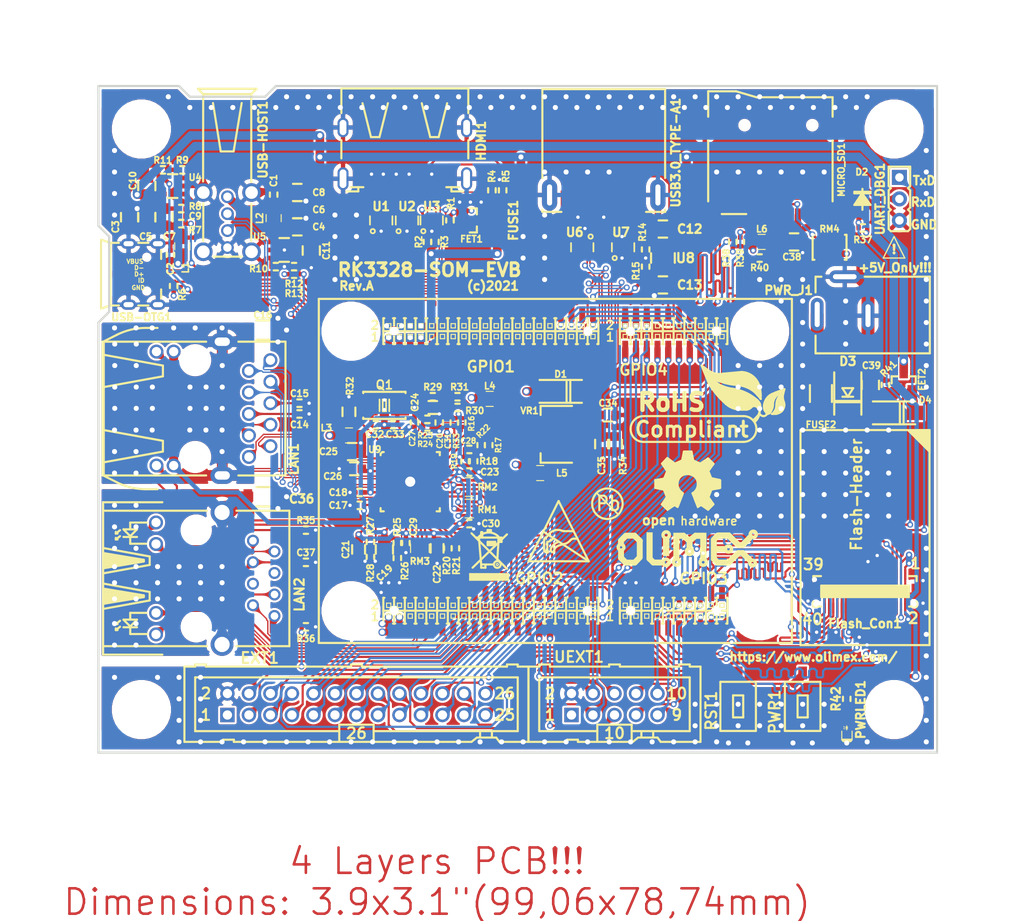
<source format=kicad_pcb>
(kicad_pcb (version 20240108) (generator "pcbnew") (generator_version "8.0")
  (title_block (title "RK3328-SOM-EVB") (date "2021-03-11") (rev "A") (company "OLIMEX LTD"))
  (layers (0 "F.Cu" mixed) (1 "In1.Cu" power) (2 "In2.Cu" power) (31 "B.Cu" mixed) (34 "B.Paste" user) (35 "F.Paste" user) (36 "B.SilkS" user "B.Silkscreen") (37 "F.SilkS" user "F.Silkscreen") (38 "B.Mask" user) (39 "F.Mask" user) (44 "Edge.Cuts" user))
  (net 0 "")
  (net 1 "+5V")
  (net 2 "GND")
  (net 3 "+3V3")
  (net 4 "AP-RESET#")
  (net 5 "CODEC_AOL")
  (net 6 "CODEC_AOR")
  (net 7 "VDD_1.8V")
  (net 8 "POWER_ON")
  (net 9 "VDAC_OUT")
  (net 10 "CLK32K")
  (net 11 "I2C1_SDA_PMIC")
  (net 12 "I2C1_SCL_PMIC")
  (net 13 "Net-(FID1-PadFid1)")
  (net 14 "Net-(FID2-PadFid1)")
  (net 15 "Net-(FID3-PadFid1)")
  (net 16 "UART1_CTSN")
  (net 17 "UART1_RTSN")
  (net 18 "UART1_RX")
  (net 19 "UART1_TX")
  (net 20 "GPIO2_C6")
  (net 21 "GPIO2_C5")
  (net 22 "GPIO2_C4")
  (net 23 "GPIO2_C3")
  (net 24 "GPIO2_C2")
  (net 25 "GPIO2_C1")
  (net 26 "GPIO2_C0")
  (net 27 "GPIO2_B7")
  (net 28 "/HTX0N")
  (net 29 "/USB1-D_N")
  (net 30 "/HTX0P")
  (net 31 "/USB0-DRV")
  (net 32 "/HTX1N")
  (net 33 "/USB0-ID")
  (net 34 "/HTX1P")
  (net 35 "/USB0-D_P")
  (net 36 "/HTX2N")
  (net 37 "/USB0-D_N")
  (net 38 "/HTX2P")
  (net 39 "/USB0-VBUSDET")
  (net 40 "/USB1-D_P")
  (net 41 "/HTXCP")
  (net 42 "/USB1-DRV")
  (net 43 "/HTXCN")
  (net 44 "/USB30_RX_P")
  (net 45 "/HCEC")
  (net 46 "/USB30_RX_N")
  (net 47 "/HSCL")
  (net 48 "/USB30_TX_P")
  (net 49 "/HSDA")
  (net 50 "/USB30_TX_N")
  (net 51 "/HHPD")
  (net 52 "/USB30_D_P")
  (net 53 "/USB30_D_N")
  (net 54 "/USB30-VBUSDET")
  (net 55 "/USB30_DRV")
  (net 56 "/GMAC_TXD0")
  (net 57 "/GPIO1_D0")
  (net 58 "/GMAC_RXCTL")
  (net 59 "/FEPHY_LED_LINK_M1")
  (net 60 "/GMAC_RXCLK")
  (net 61 "/FEPHY_LED_DATA_M1")
  (net 62 "/GMAC_RXD3")
  (net 63 "/FEPHY_TX_P")
  (net 64 "/GMAC_RXD2")
  (net 65 "/FEPHY_TX_N")
  (net 66 "/GMAC_RXD1")
  (net 67 "/FEPHY_PWFBOUT")
  (net 68 "/GMAC_RXD0")
  (net 69 "/FEPHY_RX_P")
  (net 70 "/FEPHY_RX_N")
  (net 71 "/GPIO1_D2")
  (net 72 "/GMAC_TXD1")
  (net 73 "/GPIO1_D4")
  (net 74 "/GMAC_TXD2")
  (net 75 "/DBG_UART2-RxD")
  (net 76 "/GMAC_TXD3")
  (net 77 "/DBG_UART2-TxD")
  (net 78 "/GMAC_TXCLK")
  (net 79 "/GMAC_TXCTL")
  (net 80 "/GMAC_MDC")
  (net 81 "/SPDIF_TX_M0")
  (net 82 "/GMAC_MDIO")
  (net 83 "/PWM2")
  (net 84 "/GMAC_CLKIN")
  (net 85 "/IR_RX")
  (net 86 "/SPI_CSN1_M0")
  (net 87 "/SARADC_IN1")
  (net 88 "/SARADC_IN0")
  (net 89 "Net-(C1-Pad2)")
  (net 90 "+5V_USBOTG")
  (net 91 "Net-(C3-Pad2)")
  (net 92 "Net-(C4-Pad2)")
  (net 93 "Net-(FET1-Pad3)")
  (net 94 "Net-(FUSE1-Pad2)")
  (net 95 "Net-(HDMI1-Pad14)")
  (net 96 "Net-(HDMI1-Pad19)")
  (net 97 "Net-(R9-Pad2)")
  (net 98 "Net-(R10-Pad2)")
  (net 99 "/1.25_EXT")
  (net 100 "Net-(C14-Pad2)")
  (net 101 "Net-(C15-Pad2)")
  (net 102 "/VDD33")
  (net 103 "Net-(C18-Pad1)")
  (net 104 "Net-(C21-Pad1)")
  (net 105 "Net-(C24-Pad1)")
  (net 106 "Net-(C32-Pad1)")
  (net 107 "Net-(C33-Pad1)")
  (net 108 "Net-(C34-Pad1)")
  (net 109 "Net-(C38-Pad1)")
  (net 110 "+5V_EXT")
  (net 111 "Net-(D2-Pad1)")
  (net 112 "/eMMC_CMD")
  (net 113 "/eMMC_RST")
  (net 114 "/SPI_CLK_M2")
  (net 115 "/SPI_TXD_M2")
  (net 116 "Net-(Flash_Con1-Pad21)")
  (net 117 "Net-(Flash_Con1-Pad23)")
  (net 118 "/SPI_RXD_M2")
  (net 119 "/SPI_CSN0_M2")
  (net 120 "Net-(Flash_Con1-Pad29)")
  (net 121 "Net-(Flash_Con1-Pad31)")
  (net 122 "Net-(Flash_Con1-Pad33)")
  (net 123 "Net-(Flash_Con1-Pad35)")
  (net 124 "Net-(Flash_Con1-Pad37)")
  (net 125 "Net-(Flash_Con1-Pad39)")
  (net 126 "/eMMC_CLK")
  (net 127 "Net-(Flash_Con1-Pad8)")
  (net 128 "/eMMC_D7")
  (net 129 "/eMMC_D6")
  (net 130 "/eMMC_D5")
  (net 131 "/eMMC_D4")
  (net 132 "/eMMC_D3")
  (net 133 "/eMMC_D2")
  (net 134 "/eMMC_D1")
  (net 135 "/eMMC_D0")
  (net 136 "/GPIO1_C2\\EPHY-RST#")
  (net 137 "/SDMMC0_DET")
  (net 138 "/SDMMC0_CMD")
  (net 139 "/SDMMC0_CK")
  (net 140 "/SDMMC0_D3")
  (net 141 "/SDMMC0_D2")
  (net 142 "/SDMMC0_D1")
  (net 143 "/SDMMC0_D0")
  (net 144 "/MDI[0]+")
  (net 145 "/MDI[0]-")
  (net 146 "/MDI[1]+")
  (net 147 "/MDI[1]-")
  (net 148 "/MDI[2]+")
  (net 149 "/MDI[2]-")
  (net 150 "/MDI[3]+")
  (net 151 "/MDI[3]-")
  (net 152 "/PHYAD1")
  (net 153 "/PHYAD0")
  (net 154 "Net-(LAN2-PadKY1)")
  (net 155 "Net-(MICRO_SD1-Pad5)")
  (net 156 "Net-(PWRLED1-Pad2)")
  (net 157 "Net-(R14-Pad1)")
  (net 158 "Net-(R17-Pad2)")
  (net 159 "Net-(R18-Pad2)")
  (net 160 "Net-(R20-Pad2)")
  (net 161 "Net-(R21-Pad2)")
  (net 162 "Net-(R23-Pad2)")
  (net 163 "Net-(R25-Pad2)")
  (net 164 "Net-(R27-Pad2)")
  (net 165 "Net-(R32-Pad1)")
  (net 166 "Net-(R33-Pad1)")
  (net 167 "Net-(RM1-Pad1.2)")
  (net 168 "Net-(RM1-Pad2.2)")
  (net 169 "Net-(RM1-Pad3.2)")
  (net 170 "Net-(RM1-Pad4.2)")
  (net 171 "Net-(RM3-Pad1.1)")
  (net 172 "Net-(RM3-Pad2.1)")
  (net 173 "Net-(RM3-Pad3.1)")
  (net 174 "Net-(RM3-Pad4.1)")
  (net 175 "Net-(U7-Pad10)")
  (net 176 "Net-(U7-Pad9)")
  (net 177 "Net-(U7-Pad2)")
  (net 178 "Net-(U7-Pad1)")
  (net 179 "Net-(U9-Pad13)")
  (net 180 "Net-(U9-Pad43)")
  (net 181 "Net-(U9-Pad47)")
  (net 182 "/SH_Gigabit-ETH")
  (net 183 "/SH_Megabit-ETH")
  (net 184 "Net-(LAN2-PadKG1)")
  (footprint "OLIMEX_Other-FP:Fiducial1x3" (layer "F.Cu") (at 103.505 55.245)
    (property "Reference" "FID3" (hide yes))
    (property "Value" "Fiducial" (hide yes))
  )
  (footprint "OLIMEX_LOGOs-FP:OLIMEX_LOGO_TB" (layer "F.Cu") (at 171.323 107.95)
    (property "Reference" "Olimex logo" (hide yes))
    (property "Value" "" (hide yes))
  )
  (footprint "OLIMEX_Other-FP:Fiducial1x3" (layer "F.Cu") (at 198.755 55.245)
    (property "Reference" "FID2" (hide yes))
    (property "Value" "Fiducial" (hide yes))
  )
  (footprint "OLIMEX_Other-FP:Fiducial1x3" (layer "F.Cu") (at 103.505 130.175)
    (property "Reference" "FID1" (hide yes))
    (property "Value" "Fiducial" (hide yes))
  )
  (footprint "OLIMEX_RLC-FP:C_0402_5MIL_DWS" (layer "F.Cu") (at 122.301 66.167 -90)
    (property "Reference" "C1")
    (property "Value" "100nF/10V/10%/X7R/C0402")
  )
  (footprint "OLIMEX_RLC-FP:C_0402_5MIL_DWS" (layer "F.Cu") (at 110.109 73.279 -90)
    (property "Reference" "C2")
    (property "Value" "100nF/10V/10%/X7R/C0402")
  )
  (footprint "OLIMEX_RLC-FP:C_0805_5MIL_DWS" (layer "F.Cu") (at 105.283 68.834 -90)
    (property "Reference" "C3")
    (property "Value" "NA(47uF/6.3V/20%/X5R/C0805)")
  )
  (footprint "OLIMEX_RLC-FP:C_0805_5MIL_DWS" (layer "F.Cu") (at 125.095 69.976999 180)
    (property "Reference" "C4")
    (property "Value" "NA(47uF/6.3V/20%/X5R/C0805)")
  )
  (footprint "OLIMEX_RLC-FP:C_0805_5MIL_DWS" (layer "F.Cu") (at 107.315 68.834 -90)
    (property "Reference" "C5")
    (property "Value" "NA(47uF/6.3V/20%/X5R/C0805)")
  )
  (footprint "OLIMEX_RLC-FP:C_0805_5MIL_DWS" (layer "F.Cu") (at 125.095 67.944999 180)
    (property "Reference" "C6")
    (property "Value" "NA(47uF/6.3V/20%/X5R/C0805)")
  )
  (footprint "OLIMEX_RLC-FP:C_0805_5MIL_DWS" (layer "F.Cu") (at 109.347 68.834 -90)
    (property "Reference" "C7")
    (property "Value" "47uF/6.3V/20%/X5R/C0805")
  )
  (footprint "OLIMEX_RLC-FP:C_0805_5MIL_DWS" (layer "F.Cu") (at 125.095 65.912999 180)
    (property "Reference" "C8")
    (property "Value" "47uF/6.3V/20%/X5R/C0805")
  )
  (footprint "OLIMEX_RLC-FP:C_0805_5MIL_DWS" (layer "F.Cu") (at 107.315 65.151 90)
    (property "Reference" "C10")
    (property "Value" "47uF/6.3V/20%/X5R/C0805")
  )
  (footprint "OLIMEX_RLC-FP:C_0805_5MIL_DWS" (layer "F.Cu") (at 126.746 72.771 -90)
    (property "Reference" "C11")
    (property "Value" "47uF/6.3V/20%/X5R/C0805")
  )
  (footprint "OLIMEX_RLC-FP:L_0805_5MIL_DWS" (layer "F.Cu") (at 111.506 72.263 90)
    (property "Reference" "L1")
    (property "Value" "FB0805/600R/2A")
  )
  (footprint "OLIMEX_RLC-FP:L_0805_5MIL_DWS" (layer "F.Cu") (at 122.301 68.961 -90)
    (property "Reference" "L2")
    (property "Value" "FB0805/600R/2A")
  )
  (footprint "OLIMEX_RLC-FP:R_0402_5MIL_DWS" (layer "F.Cu") (at 110.49 76.962 90)
    (property "Reference" "R6")
    (property "Value" "10k/R0402")
  )
  (footprint "OLIMEX_RLC-FP:R_0402_5MIL_DWS" (layer "F.Cu") (at 111.506 63.246)
    (property "Reference" "R9")
    (property "Value" "13k/1%/R0402")
  )
  (footprint "OLIMEX_RLC-FP:R_0402_5MIL_DWS" (layer "F.Cu") (at 109.22 63.246 180)
    (property "Reference" "R11")
    (property "Value" "10k/R0402")
  )
  (footprint "OLIMEX_RLC-FP:R_0402_5MIL_DWS" (layer "F.Cu") (at 124.714 74.676)
    (property "Reference" "R12")
    (property "Value" "10k/R0402")
  )
  (footprint "OLIMEX_RLC-FP:R_0402_5MIL_DWS" (layer "F.Cu") (at 124.714 75.565)
    (property "Reference" "R13")
    (property "Value" "NA(10k/R0402)")
  )
  (footprint "OLIMEX_IC-FP:SOT-23-5" (layer "F.Cu") (at 110.363 65.151)
    (property "Reference" "U4")
    (property "Value" "SY6280AAC(SOT23-5)")
  )
  (footprint "OLIMEX_IC-FP:SOT-23-5" (layer "F.Cu") (at 123.551 72.708998 180)
    (property "Reference" "U5")
    (property "Value" "SY6280AAC(SOT23-5)")
  )
  (footprint "OLIMEX_Connectors-FP:USB-MICRO_MISB-SWMM-5B_LF" (layer "F.Cu") (at 105.41 75.565 180)
    (property "Reference" "USB-OTG1")
    (property "Value" "MICRO_USB\\MISB-SWMM-5B_LF")
  )
  (footprint "OLIMEX_RLC-FP:C_0805_5MIL_DWS" (layer "F.Cu") (at 168.275001 70.231)
    (property "Reference" "C12")
    (property "Value" "47uF/6.3V/20%/X5R/C0805")
  )
  (footprint "OLIMEX_RLC-FP:C_0805_5MIL_DWS" (layer "F.Cu") (at 168.275001 76.835)
    (property "Reference" "C13")
    (property "Value" "47uF/6.3V/20%/X5R/C0805")
  )
  (footprint "OLIMEX_RLC-FP:C_1206_5MIL_DWS_ISO" (layer "F.Cu") (at 121.031 82.169 180)
    (property "Reference" "C16")
    (property "Value" "1nF/2kV/10%/X7R/C1206")
  )
  (footprint "OLIMEX_RLC-FP:C_0402_5MIL_DWS" (layer "F.Cu") (at 132.461 102.87 180)
    (property "Reference" "C17")
    (property "Value" "100nF/10V/10%/X7R/C0402")
  )
  (footprint "OLIMEX_RLC-FP:C_0402_5MIL_DWS" (layer "F.Cu") (at 132.461 101.346 180)
    (property "Reference" "C18")
    (property "Value" "100nF/10V/10%/X7R/C0402")
  )
  (footprint "OLIMEX_RLC-FP:C_0805_5MIL_DWS" (layer "F.Cu") (at 135.382 108.077 90)
    (property "Reference" "C19")
    (property "Value" "47uF/6.3V/20%/X5R/C0805")
  )
  (footprint "OLIMEX_RLC-FP:C_0402_5MIL_DWS" (layer "F.Cu") (at 141.859 93.091 90)
    (property "Reference" "C20")
    (property "Value" "100nF/10V/10%/X7R/C0402")
  )
  (footprint "OLIMEX_RLC-FP:C_0603_5MIL_DWS" (layer "F.Cu") (at 132.334 108.077 -90)
    (property "Reference" "C21")
    (property "Value" "22uF/6.3V/20%/X5R/C0603")
  )
  (footprint "OLIMEX_RLC-FP:C_0603_5MIL_DWS" (layer "F.Cu") (at 141.605 107.95 -90)
    (property "Reference" "C22")
    (property "Value" "22uF/6.3V/20%/X5R/C0603")
  )
  (footprint "OLIMEX_RLC-FP:C_0402_5MIL_DWS" (layer "F.Cu") (at 145.415 98.933001)
    (property "Reference" "C23")
    (property "Value" "100nF/10V/10%/X7R/C0402")
  )
  (footprint "OLIMEX_RLC-FP:C_0603_5MIL_DWS" (layer "F.Cu") (at 141.097 91.313)
    (property "Reference" "C24")
    (property "Value" "1uF/10V/10%/X5R/C0603")
  )
  (footprint "OLIMEX_RLC-FP:C_0805_5MIL_DWS" (layer "F.Cu") (at 131.572 96.52)
    (property "Reference" "C25")
    (property "Value" "47uF/6.3V/20%/X5R/C0805")
  )
  (footprint "OLIMEX_RLC-FP:C_0603_5MIL_DWS" (layer "F.Cu") (at 131.826 98.552 180)
    (property "Reference" "C26")
    (property "Value" "22uF/6.3V/20%/X5R/C0603")
  )
  (footprint "OLIMEX_RLC-FP:C_0402_5MIL_DWS" (layer "F.Cu") (at 138.938 93.091 90)
    (property "Reference" "C27")
    (property "Value" "100nF/10V/10%/X7R/C0402")
  )
  (footprint "OLIMEX_RLC-FP:C_0402_5MIL_DWS" (layer "F.Cu") (at 145.415 96.266)
    (property "Reference" "C28")
    (property "Value" "100nF/10V/10%/X7R/C0402")
  )
  (footprint "OLIMEX_RLC-FP:C_0402_5MIL_DWS" (layer "F.Cu") (at 137.922 107.315001 -90)
    (property "Reference" "C29")
    (property "Value" "100nF/10V/10%/X7R/C0402")
  )
  (footprint "OLIMEX_RLC-FP:C_0402_5MIL_DWS" (layer "F.Cu") (at 145.414999 105.029)
    (property "Reference" "C30")
    (property "Value" "100nF/10V/10%/X7R/C0402")
  )
  (footprint "OLIMEX_RLC-FP:C_0402_5MIL_DWS" (layer "F.Cu") (at 142.748 93.091 90)
    (property "Reference" "C31")
    (property "Value" "100nF/10V/10%/X7R/C0402")
  )
  (footprint "OLIMEX_RLC-FP:C_0402_5MIL_DWS" (layer "F.Cu") (at 134.366 93.345)
    (property "Reference" "C32")
    (property "Value" "33pF/50V/5%/COG/C0402")
  )
  (footprint "OLIMEX_RLC-FP:C_0402_5MIL_DWS" (layer "F.Cu") (at 136.398 93.345 180)
    (property "Reference" "C33")
    (property "Value" "33pF/50V/5%/COG/C0402")
  )
  (footprint "OLIMEX_RLC-FP:C_0603_5MIL_DWS" (layer "F.Cu") (at 161.798 92.202)
    (property "Reference" "C34")
    (property "Value" "22uF/6.3V/20%/X5R/C0603")
  )
  (footprint "OLIMEX_RLC-FP:C_0603_5MIL_DWS" (layer "F.Cu") (at 161.036 95.631 -90)
    (property "Reference" "C35")
    (property "Value" "22uF/6.3V/20%/X5R/C0603")
  )
  (footprint "OLIMEX_RLC-FP:C_1206_5MIL_DWS_ISO" (layer "F.Cu") (at 121.031 101.854)
    (property "Reference" "C36")
    (property "Value" "1nF/2kV/10%/X7R/C1206")
  )
  (footprint "OLIMEX_RLC-FP:C_0805_5MIL_DWS" (layer "F.Cu") (at 183.769 71.755)
    (property "Reference" "C38")
    (property "Value" "47uF/6.3V/20%/X5R/C0805")
  )
  (footprint "OLIMEX_Diodes-FP:SMA-KA" (layer "F.Cu") (at 156.21 89.408 180)
    (property "Reference" "D1")
    (property "Value" "1N4007\\SMA")
  )
  (footprint "OLIMEX_Diodes-FP:SOD-123_1C-2A_KA" (layer "F.Cu") (at 191.834699 66.723401 -90)
    (property "Reference" "D2")
    (property "Value" "1N5819S4/SOD123")
  )
  (footprint "OLIMEX_Connectors-FP:BH26S" (layer "F.Cu") (at 132.08 126.365)
    (property "Reference" "EXT1")
    (property "Value" "BH26S")
  )
  (footprint "OLIMEX_RLC-FP:L_0805_5MIL_DWS" (layer "F.Cu") (at 131.191 94.615 180)
    (property "Reference" "L3")
    (property "Value" "FB0805/600R/2A")
  )
  (footprint "OLIMEX_RLC-FP:L_0805_5MIL_DWS" (layer "F.Cu") (at 153.797 99.06)
    (property "Reference" "L5")
    (property "Value" "FB0805/600R/2A")
  )
  (footprint "OLIMEX_RLC-FP:L_0805_5MIL_DWS" (layer "F.Cu") (at 179.959 71.755)
    (property "Reference" "L6")
    (property "Value" "FB0805/600R/2A")
  )
  (footprint "OLIMEX_Buttons-FP:T1107A(6x3,8x2,5MM)" (layer "F.Cu") (at 184.785 126.619 -90)
    (property "Reference" "PWR1")
    (property "Value" "T1107A(6x3,8x2,5MM)")
  )
  (footprint "OLIMEX_Crystal-FP:HCX-4S_2Pins_5.0x3.2mm_TEST" (layer "F.Cu") (at 135.382 91.059)
    (property "Reference" "Q1")
    (property "Value" "Q25MHz/20pF/20ppm/2P/5x3.2mm")
  )
  (footprint "OLIMEX_RLC-FP:R_0402_5MIL_DWS" (layer "F.Cu") (at 166.243 72.644 -90)
    (property "Reference" "R14")
    (property "Value" "4.7k/R0402")
  )
  (footprint "OLIMEX_RLC-FP:R_0402_5MIL_DWS" (layer "F.Cu") (at 166.243 74.676 -90)
    (property "Reference" "R15")
    (property "Value" "10k/R0402")
  )
  (footprint "OLIMEX_RLC-FP:R_0402_5MIL_DWS" (layer "F.Cu") (at 144.526 93.091 90)
    (property "Reference" "R16")
    (property "Value" "1k/R0402")
  )
  (footprint "OLIMEX_RLC-FP:R_0402_5MIL_DWS" (layer "F.Cu") (at 147.701 95.758 90)
    (property "Reference" "R17")
    (property "Value" "22R/R0402")
  )
  (footprint "OLIMEX_RLC-FP:R_0402_5MIL_DWS" (layer "F.Cu") (at 145.923 97.663 -90)
    (property "Reference" "R18")
    (property "Value" "22R/R0402")
  )
  (footprint "OLIMEX_RLC-FP:R_0402_5MIL_DWS" (layer "F.Cu") (at 142.875 107.95 90)
    (property "Reference" "R20")
    (property "Value" "22R/R0402")
  )
  (footprint "OLIMEX_RLC-FP:R_0402_5MIL_DWS" (layer "F.Cu") (at 143.764 107.95 90)
    (property "Reference" "R21")
    (property "Value" "22R/R0402")
  )
  (footprint "OLIMEX_RLC-FP:R_0402_5MIL_DWS" (layer "F.Cu") (at 140.462 92.71 180)
    (property "Reference" "R23")
    (property "Value" "22R/R0402")
  )
  (footprint "OLIMEX_RLC-FP:R_0402_5MIL_DWS" (layer "F.Cu") (at 140.462 93.599 180)
    (property "Reference" "R24")
    (property "Value" "1k/R0402")
  )
  (footprint "OLIMEX_RLC-FP:R_0402_5MIL_DWS" (layer "F.Cu") (at 136.906 107.315 -90)
    (property "Reference" "R25")
    (property "Value" "1k/R0402")
  )
  (footprint "OLIMEX_RLC-FP:R_0402_5MIL_DWS" (layer "F.Cu") (at 136.906 109.093 90)
    (property "Reference" "R26")
    (property "Value" "1k/R0402")
  )
  (footprint "OLIMEX_RLC-FP:R_0402_5MIL_DWS" (layer "F.Cu") (at 133.731 107.188 -90)
    (property "Reference" "R27")
    (property "Value" "1k/R0402")
  )
  (footprint "OLIMEX_RLC-FP:R_0402_5MIL_DWS" (layer "F.Cu") (at 133.731 108.966 90)
    (property "Reference" "R28")
    (property "Value" "1k/R0402")
  )
  (footprint "OLIMEX_RLC-FP:R_0402_5MIL_DWS" (layer "F.Cu") (at 141.097 90.043)
    (property "Reference" "R29")
    (property "Value" "100k/R0402")
  )
  (footprint "OLIMEX_RLC-FP:R_0402_5MIL_DWS" (layer "F.Cu") (at 144.017999 91.313)
    (property "Reference" "R30")
    (property "Value" "1k/R0402")
  )
  (footprint "OLIMEX_RLC-FP:R_0402_5MIL_DWS" (layer "F.Cu") (at 144.018 90.043)
    (property "Reference" "R31")
    (property "Value" "NA/R0402")
  )
  (footprint "OLIMEX_RLC-FP:R_0603_5MIL_DWS" (layer "F.Cu") (at 131.191 91.821 90)
    (property "Reference" "R32")
    (property "Value" "12.1k/1%/R0603")
  )
  (footprint "OLIMEX_RLC-FP:R_0402_5MIL_DWS" (layer "F.Cu") (at 143.637 93.091 90)
    (property "Reference" "R33")
    (property "Value" "10k/R0402")
  )
  (footprint "OLIMEX_RLC-FP:R_0603_5MIL_DWS" (layer "F.Cu") (at 162.686999 95.631 -90)
    (property "Reference" "R34")
    (property "Value" "120R/R0603")
  )
  (footprint "OLIMEX_RLC-FP:R_0402_5MIL_DWS" (layer "F.Cu") (at 126.111 105.791)
    (property "Reference" "R35")
    (property "Value" "330R/R0402")
  )
  (footprint "OLIMEX_RLC-FP:R_0402_5MIL_DWS" (layer "F.Cu") (at 126.111 117.221 180)
    (property "Reference" "R36")
    (property "Value" "330R/R0402")
  )
  (footprint "OLIMEX_RLC-FP:R_0402_5MIL_DWS" (layer "F.Cu") (at 191.897 70.104 180)
    (property "Reference" "R37")
    (property "Value" "10k/R0402")
  )
  (footprint "OLIMEX_RLC-FP:R_0402_5MIL_DWS" (layer "F.Cu") (at 177.419 71.755 -90)
    (property "Reference" "R39")
    (property "Value" "10k/R0402")
  )
  (footprint "OLIMEX_RLC-FP:R_0402_5MIL_DWS" (layer "F.Cu") (at 189.992 125.73 -90)
    (property "Reference" "R42")
    (property "Value" "2.2k/R0402")
  )
  (footprint "OLIMEX_RLC-FP:RA1206_(4X0603)_4B8_xx" (layer "F.Cu") (at 187.96 72.39)
    (property "Reference" "RM4")
    (property "Value" "RA1206_(4x0603)_4B8_100k")
  )
  (footprint "OLIMEX_Buttons-FP:T1107A(6x3,8x2,5MM)" (layer "F.Cu") (at 177.165 126.619 -90)
    (property "Reference" "RST1")
    (property "Value" "T1107A(6x3,8x2,5MM)")
  )
  (footprint "OLIMEX_IC-FP:SLP2510P8_TEST" (layer "F.Cu") (at 158.75 72.39 180)
    (property "Reference" "U6")
    (property "Value" "NA(ESD5304D-10/TR)")
  )
  (footprint "OLIMEX_IC-FP:SLP2510P8_TEST" (layer "F.Cu") (at 163.576 72.39)
    (property "Reference" "U7")
    (property "Value" "NA(ESD5304D-10/TR)")
  )
  (footprint "OLIMEX_IC-FP:SOT-23-5" (layer "F.Cu") (at 168.275001 73.66 90)
    (property "Reference" "U8")
    (property "Value" "SY6280AAC(SOT23-5)")
  )
  (footprint "OLIMEX_Connectors-FP:HN1x3" (layer "F.Cu") (at 196.215 66.675 -90)
    (property "Reference" "UART_DBG1")
    (property "Value" "HN1x3")
  )
  (footprint "OLIMEX_Connectors-FP:BH10S" (layer "F.Cu") (at 162.56 126.365)
    (property "Reference" "UEXT1")
    (property "Value" "BH10S")
  )
  (footprint "OLIMEX_Regulators-FP:SOT223" (layer "F.Cu") (at 155.686 94.483801)
    (property "Reference" "VR1")
    (property "Value" "AMS1117(ADJ)")
  )
  (footprint "OLIMEX_Connectors-FP:RJLBC-060TC1" (layer "F.Cu") (at 113.157 111.506 -90)
    (property "Reference" "LAN2")
    (property "Value" "RJLD-060TC1(LPJ4013EDNL)")
  )
  (footprint "OLIMEX_Connectors-FP:TM211Q01FM22" (layer "F.Cu") (at 113.03 91.44 90)
    (property "Reference" "LAN1")
    (property "Value" "TM211Q01FM22")
  )
  (footprint "OLIMEX_Other-FP:Mounting_Hole_Drill-3.3mm_Clerance-7mm" (layer "F.Cu") (at 106.68 127)
    (property "Reference" "MH5" (hide yes))
    (property "Value" "Mounting_Hole_NPTH" (hide yes))
  )
  (footprint "OLIMEX_Other-FP:Mounting_Hole_Drill-3.3mm_Clerance-7mm" (layer "F.Cu") (at 106.68 58.42)
    (property "Reference" "MH6" (hide yes))
    (property "Value" "Mounting_Hole_NPTH" (hide yes))
  )
  (footprint "OLIMEX_Other-FP:Mounting_Hole_Drill-3.3mm_Clerance-7mm" (layer "F.Cu") (at 195.58 58.42)
    (property "Reference" "MH7" (hide yes))
    (property "Value" "Mounting_Hole_NPTH" (hide yes))
  )
  (footprint "OLIMEX_Other-FP:Mounting_Hole_Drill-3.3mm_Clerance-7mm" (layer "F.Cu") (at 195.58 127)
    (property "Reference" "MH8" (hide yes))
    (property "Value" "Mounting_Hole_NPTH" (hide yes))
  )
  (footprint "OLIMEX_Connectors-FP:TFC-WPAPR-08" (layer "F.Cu") (at 180.975 61.595 90)
    (property "Reference" "MICRO_SD1")
    (property "Value" "MICRO_SD(TFC-WPAPR-08)")
  )
  (footprint "OLIMEX_Connectors-FP:USB_A_VERTICAL_PTH" (layer "F.Cu") (at 116.84 66.421 180)
    (property "Reference" "USB-HOST1")
    (property "Value" "USB_A_VERTICAL")
  )
  (footprint "OLIMEX_Connectors-FP:USB3.0-TypeA(USB-SWZ1BL-9A-LF)" (layer "F.Cu") (at 161.29 60.96 180)
    (property "Reference" "USB3.0_TYPE-A1")
    (property "Value" "USB-SWZ1BL-9A-LF")
  )
  (footprint "OLIMEX_RLC-FP:C_0402_5MIL_DWS" (layer "F.Cu") (at 126.111 109.601)
    (property "Reference" "C37")
    (property "Value" "100nF/10V/10%/X7R/C0402")
  )
  (footprint "OLIMEX_RLC-FP:R_0402_5MIL_DWS" (layer "F.Cu") (at 179.705 73.66 180)
    (property "Reference" "R40")
    (property "Value" "22R/R0402")
  )
  (footprint "OLIMEX_IC-FP:SLP2510P8_TEST" (layer "F.Cu") (at 140.97 69.215)
    (property "Reference" "U3")
    (property "Value" "NA(RCLAMP0524P(SLP2510P8))")
  )
  (footprint "OLIMEX_IC-FP:SLP2510P8_TEST" (layer "F.Cu") (at 138.049 69.215)
    (property "Reference" "U2")
    (property "Value" "NA(RCLAMP0524P(SLP2510P8))")
  )
  (footprint "OLIMEX_IC-FP:SLP2510P8_TEST" (layer "F.Cu") (at 135.001 69.215)
    (property "Reference" "U1")
    (property "Value" "NA(RCLAMP0524P(SLP2510P8))")
  )
  (footprint "OLIMEX_RLC-FP:R_0402_5MIL_DWS" (layer "F.Cu") (at 149.352 65.659 -90)
    (property "Reference" "R5")
    (property "Value" "10k/R0402")
  )
  (footprint "OLIMEX_RLC-FP:R_0402_5MIL_DWS" (layer "F.Cu") (at 148.082 65.659 -90)
    (property "Reference" "R4")
    (property "Value" "4.7k/R0402")
  )
  (footprint "OLIMEX_RLC-FP:R_0402_5MIL_DWS" (layer "F.Cu") (at 141.351 71.755 -90)
    (property "Reference" "R3")
    (property "Value" "2.2k/R0402")
  )
  (footprint "OLIMEX_RLC-FP:R_0402_5MIL_DWS" (layer "F.Cu") (at 140.462 71.755 -90)
    (property "Reference" "R2")
    (property "Value" "2.2k/R0402")
  )
  (footprint "OLIMEX_RLC-FP:R_0402_5MIL_DWS" (layer "F.Cu") (at 143.129 69.215 90)
    (property "Reference" "R1")
    (property "Value" "27k/R0402")
  )
  (footprint "OLIMEX_Connectors-FP:HDMI-SWM-19-TEST" (layer "F.Cu") (at 137.795 59.69)
    (property "Reference" "HDMI1")
    (property "Value" "HDMI-SWM-19")
  )
  (footprint "OLIMEX_Devices-FP:FUSE-1206" (layer "F.Cu") (at 148.717 69.215 90)
    (property "Reference" "FUSE1")
    (property "Value" "FSMD035")
  )
  (footprint "OLIMEX_Transistors-FP:SOT23" (layer "F.Cu") (at 145.669 69.215 180)
    (property "Reference" "FET1")
    (property "Value" "BSS138(SOT23-3)")
  )
  (footprint "OLIMEX_RLC-FP:R_0402_5MIL_DWS" (layer "F.Cu") (at 111.379 69.596 180)
    (property "Reference" "R7")
    (property "Value" "4.7k/R0402")
  )
  (footprint "OLIMEX_RLC-FP:C_0402_5MIL_DWS" (layer "F.Cu") (at 111.379 68.707)
    (property "Reference" "C9")
    (property "Value" "100nF/10V/10%/X7R/C0402")
  )
  (footprint "OLIMEX_RLC-FP:RA0805_(4X0402)_xx_BIGGEROUTPADS" (layer "F.Cu") (at 145.414999 100.711 -90)
    (property "Reference" "RM2")
    (property "Value" "RA0805_(4X0402)_22R")
  )
  (footprint "OLIMEX_RLC-FP:R_0402_5MIL_DWS" (layer "F.Cu") (at 194.563999 88.646 90)
    (property "Reference" "R41")
    (property "Value" "10k/R0402")
  )
  (footprint "OLIMEX_Devices-FP:FUSE-5025" (layer "F.Cu") (at 186.944 89.661999 -90)
    (property "Reference" "FUSE2")
    (property "Value" "NA(5025)")
  )
  (footprint "OLIMEX_IC-FP:QFN48_1DRILL(PADPITCH-0.5MM)" (layer "F.Cu") (at 138.43 100.076 -90)
    (property "Reference" "U9")
    (property "Value" "KSZ9031RNXCC(QFN48_1DRILL(PADPITCH-0.5MM))")
  )
  (footprint "OLIMEX_RLC-FP:RA0805_(4X0402)_xx_BIGGEROUTPADS" (layer "F.Cu") (at 139.573 107.95 180)
    (property "Reference" "RM3")
    (property "Value" "RA0805_(4X0402)_22R")
  )
  (footprint "OLIMEX_Transistors-FP:SOT23" (layer "F.Cu") (at 196.723001 88.265 -90)
    (property "Reference" "FET2")
    (property "Value" "IRLML6402(SOT-23)")
  )
  (footprint "OLIMEX_Diodes-FP:SMA-KA" (layer "F.Cu") (at 195.579999 91.948 180)
    (property "Reference" "D4")
    (property "Value" "1N5822/SS34/SMA")
  )
  (footprint "OLIMEX_RLC-FP:C_0805_5MIL_DWS" (layer "F.Cu") (at 192.786 88.645999 -90)
    (property "Reference" "C39")
    (property "Value" "47uF/6.3V/20%/X5R/C0805")
  )
  (footprint "OLIMEX_Connectors-FP:GPH127SMT-02X10(PA-V16X-2X10-LF)" (layer "F.Cu") (at 169.545 115.316)
    (property "Reference" "GPIO3")
    (property "Value" "PA-V16X-2X10-LF")
  )
  (footprint "OLIMEX_Other-FP:Mounting_Hole_Drill-3.3mm_Clerance-7mm" (layer "F.Cu") (at 179.705 82.296)
    (property "Reference" "MH3" (hide yes))
    (property "Value" "Mounting_Hole_NPTH" (hide yes))
  )
  (footprint "OLIMEX_Other-FP:Mounting_Hole_Drill-3.3mm_Clerance-7mm" (layer "F.Cu") (at 179.705 115.316)
    (property "Reference" "MH2" (hide yes))
    (property "Value" "Mounting_Hole_NPTH" (hide yes))
  )
  (footprint "OLIMEX_Other-FP:Mounting_Hole_Drill-3.3mm_Clerance-7mm" (layer "F.Cu") (at 131.445 115.316)
    (property "Reference" "MH1" (hide yes))
    (property "Value" "Mounting_Hole_NPTH" (hide yes))
  )
  (footprint "OLIMEX_Connectors-FP:GPH127SMT-02X20(PA-V16X-2X20-LF)" (layer "F.Cu") (at 147.955 115.316)
    (property "Reference" "GPIO2")
    (property "Value" "PA-V16X-2X20-LF")
  )
  (footprint "OLIMEX_Connectors-FP:GPH127SMT-02X20(PA-V16X-2X20-LF)" (layer "F.Cu") (at 147.955 82.296)
    (property "Reference" "GPIO1")
    (property "Value" "PA-V16X-2X20-LF")
  )
  (footprint "OLIMEX_Connectors-FP:GPH127SMT-02X10(PA-V16X-2X10-LF)" (layer "F.Cu") (at 169.545 82.296)
    (property "Reference" "GPIO4")
    (property "Value" "PA-V16X-2X10-LF")
  )
  (footprint "OLIMEX_Connectors-FP:Flash_Con[DF12(3.0)-40DS-0.5V(86)]" (layer "F.Cu") (at 192.151 113.03 180)
    (property "Reference" "Flash_Con1")
    (property "Value" "Flash_Con[DF12(3.0)-40DS-0.5V(86)]")
  )
  (footprint "OLIMEX_LEDs-FP:LED_0603_KA" (layer "F.Cu") (at 189.992 129.159 90)
    (property "Reference" "PWRLED1")
    (property "Value" "LED/Red/0603")
  )
  (footprint "OLIMEX_RLC-FP:C_0402_5MIL_DWS" (layer "F.Cu") (at 125.349 90.805 180)
    (property "Reference" "C15")
    (property "Value" "100nF/10V/10%/X7R/C0402")
  )
  (footprint "OLIMEX_RLC-FP:C_0402_5MIL_DWS" (layer "F.Cu") (at 125.349 92.075 180)
    (property "Reference" "C14")
    (property "Value" "100nF/10V/10%/X7R/C0402")
  )
  (footprint "OLIMEX_RLC-FP:R_0402_5MIL_DWS" (layer "F.Cu") (at 122.555 74.676 180)
    (property "Reference" "R10")
    (property "Value" "4.7k/R0402")
  )
  (footprint "OLIMEX_RLC-FP:R_0402_5MIL_DWS" (layer "F.Cu") (at 111.379 67.818)
    (property "Reference" "R8")
    (property "Value" "10k/R0402")
  )
  (footprint "OLIMEX_Connectors-FP:PWRJ-2mm(YDJ-1134)" (layer "F.Cu") (at 186.309 75.565 180)
    (property "Reference" "PWR_J1")
    (property "Value" "PWRJ-2mm(YDJ-1134)")
  )
  (footprint "OLIMEX_RLC-FP:R_0402_5MIL_DWS" (layer "F.Cu") (at 144.907 97.663 -90)
    (property "Reference" "R19")
    (property "Value" "10k/R0402")
  )
  (footprint "OLIMEX_RLC-FP:R_0402_5MIL_DWS" (layer "F.Cu") (at 146.812 95.758 -90)
    (property "Reference" "R22")
    (property "Value" "1k/R0402")
  )
  (footprint "OLIMEX_RLC-FP:L_0805_5MIL_DWS" (layer "F.Cu") (at 147.828 90.297)
    (property "Reference" "L4")
    (property "Value" "FB0805/600R/2A")
  )
  (footprint "OLIMEX_Diodes-FP:DO214AA_1(K)-2(A)" (layer "F.Cu") (at 190.119 89.662 90)
    (property "Reference" "D3")
    (property "Value" "SMBJ6.0A")
  )
  (footprint "OLIMEX_LOGOs-FP:LOGO_ANTISTATIC_1" (layer "F.Cu") (at 152.4 109.474)
    (property "Reference" "Sign_Antistatic" (hide yes))
    (property "Value" "Val**" (hide yes))
  )
  (footprint "OLIMEX_LOGOs-FP:LOGO_PBFREE" (layer "F.Cu") (at 161.925 102.997)
    (property "Reference" "Sign_PB-Free")
    (property "Value" "")
  )
  (footprint "OLIMEX_LOGOs-FP:LOGO_RECYCLEBIN_1" (layer "F.Cu") (at 145.415 111.76)
    (property "Reference" "Sign_RecycleBin" (hide yes))
    (property "Value" "" (hide yes))
  )
  (footprint "OLIMEX_LOGOs-FP:LOGO_ROHS_1" (layer "F.Cu") (at 165.481 94.742)
    (property "Reference" "Sign_RoHS" (hide yes))
    (property "Value" "Val**" (hide yes))
  )
  (footprint "OLIMEX_LOGOs-FP:LOGO_OPENHARDWARE_8x8" (layer "F.Cu") (at 171.196 100.457)
    (property "Reference" "Sign_OSHW" (hide yes))
    (property "Value" "" (hide yes))
  )
  (footprint "OLIMEX_RLC-FP:R_0402_5MIL_DWS" (layer "F.Cu") (at 176.53 71.755 -90)
    (property "Reference" "R38")
    (property "Value" "100k/R0402")
  )
  (footprint "OLIMEX_RLC-FP:RA0805_(4X0402)_xx_BIGGEROUTPADS" (layer "F.Cu") (at 145.415 103.251 90)
    (property "Reference" "RM1")
    (property "Value" "RA0805_(4X0402)_4.7k")
  )
  (footprint "OLIMEX_Other-FP:Mounting_Hole_Drill-3.3mm_Clerance-7mm" (layer "B.Cu") (at 131.445 82.296)
    (property "Reference" "MH4" (hide yes))
    (property "Value" "Mounting_Hole_NPTH" (hide yes))
  )
  (gr_line (start 183.515 78.486) (end 183.515 119.126) (stroke (width 0.254)) (layer "F.SilkS"))
  (gr_line (start 127.635 78.486) (end 183.515 78.486) (stroke (width 0.254)) (layer "F.SilkS"))
  (gr_line (start 195.58 71.12) (end 194.31 73.66) (stroke (width 0.15)) (layer "F.SilkS"))
  (gr_line (start 127.635 119.126) (end 127.635 78.486) (stroke (width 0.254)) (layer "F.SilkS"))
  (gr_line (start 196.85 73.66) (end 195.58 71.12) (stroke (width 0.15)) (layer "F.SilkS"))
  (gr_line (start 194.31 73.66) (end 196.85 73.66) (stroke (width 0.15)) (layer "F.SilkS"))
  (gr_line (start 183.515 119.126) (end 127.635 119.126) (stroke (width 0.254)) (layer "F.SilkS"))
  (gr_line (start 101.6 81.28) (end 101.6 132.08) (stroke (width 0.254)) (layer "Edge.Cuts"))
  (gr_line (start 101.6 69.85) (end 101.6 53.34) (stroke (width 0.254)) (layer "Edge.Cuts"))
  (gr_line (start 111.125 53.34) (end 101.6 53.34) (stroke (width 0.254)) (layer "Edge.Cuts"))
  (gr_line (start 111.125 53.34) (end 112.395 54.61) (stroke (width 0.254)) (layer "Edge.Cuts"))
  (gr_line (start 121.285 54.61) (end 122.555 53.34) (stroke (width 0.254)) (layer "Edge.Cuts"))
  (gr_line (start 101.6 132.08) (end 200.66 132.08) (stroke (width 0.254)) (layer "Edge.Cuts"))
  (gr_line (start 200.66 53.34) (end 122.555 53.34) (stroke (width 0.254)) (layer "Edge.Cuts"))
  (gr_line (start 102.87 71.12) (end 102.87 80.01) (stroke (width 0.254)) (layer "Edge.Cuts"))
  (gr_line (start 102.87 80.01) (end 101.6 81.28) (stroke (width 0.254)) (layer "Edge.Cuts"))
  (gr_line (start 101.6 69.85) (end 102.87 71.12) (stroke (width 0.254)) (layer "Edge.Cuts"))
  (gr_line (start 200.66 132.08) (end 200.66 53.34) (stroke (width 0.254)) (layer "Edge.Cuts"))
  (gr_line (start 112.395 54.61) (end 121.285 54.61) (stroke (width 0.254)) (layer "Edge.Cuts"))
  (gr_text "4 Layers PCB!!!\nDimensions: 3.9x3.1\"(99,06x78,74mm)" (at 141.605 147.32 0) (layer "F.Cu") (effects (font (size 2.999999 2.999999) (thickness 0.3))))
  (gr_text "Rev.A" (at 132.08 76.962 0) (layer "F.SilkS") (effects (font (size 1.016 1.016) (thickness 0.254))))
  (gr_text "(c)2021" (at 148.209 76.962 0) (layer "F.SilkS") (effects (font (size 1.016 1.016) (thickness 0.254))))
  (gr_text "RK3328-SOM-EVB" (at 140.716 75.057 0) (layer "F.SilkS") (effects (font (size 1.524 1.524) (thickness 0.3556))))
  (gr_text "GND" (at 199.136 69.723 0) (layer "F.SilkS") (effects (font (size 1.016 1.016) (thickness 0.254))))
  (gr_text "+5V_Only!!!" (at 195.707 74.803 0) (layer "F.SilkS") (effects (font (size 1.016 1.016) (thickness 0.254))))
  (gr_text "https://www.olimex.com/" (at 186.055 120.777 0) (layer "F.SilkS") (effects (font (size 1.016 1.016) (thickness 0.254))))
  (gr_text "RxD" (at 199.009 67.056 0) (layer "F.SilkS") (effects (font (size 1.016 1.016) (thickness 0.254))))
  (gr_text "TxD" (at 199.136 64.516 0) (layer "F.SilkS") (effects (font (size 1.016 1.016) (thickness 0.254))))
  (gr_text "!" (at 195.58 72.644 0) (layer "F.SilkS") (effects (font (size 1.016 1.016) (thickness 0.254))))
  (segment (start 140.462 72.263) (end 141.351 72.263) (width 0.508) (layer "F.Cu") (net 1))
  (segment (start 126.742002 71.758998) (end 126.746 71.755) (width 1.016) (layer "F.Cu") (net 1))
  (segment (start 127.762 61.722) (end 127.762 59.182) (width 1.016) (layer "F.Cu") (net 1))
  (segment (start 124.851 71.758998) (end 126.742002 71.758998) (width 1.016) (layer "F.Cu") (net 1))
  (segment (start 140.9065 73.152028) (end 140.9065 72.5805) (width 1.016) (layer "F.Cu") (net 1))
  (segment (start 151.511 61.722) (end 151.511 68.58) (width 1.016) (layer "F.Cu") (net 1))
  (segment (start 135.89 84.328) (end 135.89 83.058) (width 0.762) (layer "F.Cu") (net 1))
  (segment (start 190.754 123.063) (end 189.992 123.825) (width 0.508) (layer "F.Cu") (net 1))
  (segment (start 127.762 61.722) (end 127.762 71.12) (width 1.016) (layer "F.Cu") (net 1))
  (segment (start 197.675501 89.37244) (end 197.675501 90.487501) (width 1.27) (layer "F.Cu") (net 1))
  (segment (start 137.16 84.328) (end 137.16 83.058) (width 0.762) (layer "F.Cu") (net 1))
  (segment (start 151.511 68.58) (end 149.479 70.612) (width 1.016) (layer "F.Cu") (net 1))
  (segment (start 149.479 70.612) (end 148.717 70.612) (width 1.016) (layer "F.Cu") (net 1))
  (segment (start 136.949033 83.179401) (end 136.100967 83.179401) (width 0.762) (layer "F.Cu") (net 1))
  (segment (start 135.979566 83.058) (end 135.89 83.058) (width 0.762) (layer "F.Cu") (net 1))
  (segment (start 148.717 73.152) (end 148.717 70.612) (width 1.016) (layer "F.Cu") (net 1))
  (segment (start 109.063 66.101) (end 107.381 66.101) (width 1.016) (layer "F.Cu") (net 1))
  (segment (start 136.100967 83.179401) (end 135.979566 83.058) (width 0.762) (layer "F.Cu") (net 1))
  (segment (start 169.225001 74.96) (end 169.225001 76.769001) (width 0.762) (layer "F.Cu") (net 1))
  (segment (start 198.12 123.063) (end 190.754 123.063) (width 0.508) (layer "F.Cu") (net 1))
  (segment (start 127.762 71.12) (end 127.127 71.755) (width 1.016) (layer "F.Cu") (net 1))
  (segment (start 198.079999 91.948) (end 197.993 91.948) (width 1.27) (layer "F.Cu") (net 1))
  (segment (start 189.992 123.825) (end 189.992 125.222) (width 0.508) (layer "F.Cu") (net 1))
  (segment (start 171.069 76.327) (end 170.561 76.835) (width 1.016) (layer "F.Cu") (net 1))
  (segment (start 170.561 76.835) (end 169.291 76.835) (width 1.016) (layer "F.Cu") (net 1))
  (segment (start 171.069 61.722) (end 171.069 76.327) (width 1.016) (layer "F.Cu") (net 1))
  (segment (start 197.675501 90.487501) (end 197.739 90.551) (width 1.27) (layer "F.Cu") (net 1))
  (segment (start 197.993 91.948) (end 197.739 91.694) (width 1.27) (layer "F.Cu") (net 1))
  (segment (start 107.381 66.101) (end 107.315 66.167) (width 1.016) (layer "F.Cu") (net 1))
  (segment (start 139.7 84.328) (end 139.7 83.058) (width 0.762) (layer "F.Cu") (net 1))
  (segment (start 106.172 66.167) (end 107.315 66.167) (width 1.016) (layer "F.Cu") (net 1))
  (segment (start 140.9065 72.263) (end 140.9065 72.5805) (width 0.508) (layer "F.Cu") (net 1))
  (segment (start 137.16 83.058) (end 137.115217 83.013217) (width 0.762) (layer "F.Cu") (net 1))
  (segment (start 138.43 84.328) (end 138.43 83.058) (width 0.762) (layer "F.Cu") (net 1))
  (segment (start 169.225001 76.769001) (end 169.291 76.835) (width 0.762) (layer "F.Cu") (net 1))
  (segment (start 137.115217 83.013217) (end 136.949033 83.179401) (width 0.762) (layer "F.Cu") (net 1))
  (segment (start 197.739 91.694) (end 197.739 90.551) (width 1.27) (layer "F.Cu") (net 1))
  (segment (start 138.43 83.058) (end 137.258394 83.058) (width 1.016) (layer "F.Cu") (net 1))
  (segment (start 139.7 83.058) (end 138.43 83.058) (width 1.016) (layer "F.Cu") (net 1))
  (segment (start 127.127 71.755) (end 126.746 71.755) (width 1.016) (layer "F.Cu") (net 1))
  (via (at 139.7 83.058) (size 0.9) (drill 0.6) (layers "F.Cu" "B.Cu") (net 1))
  (via (at 106.172 66.167) (size 0.9) (drill 0.6) (layers "F.Cu" "B.Cu") (net 1))
  (via (at 140.9065 73.152028) (size 0.9) (drill 0.6) (layers "F.Cu" "B.Cu") (net 1))
  (via (at 135.89 83.058) (size 0.9) (drill 0.6) (layers "F.Cu" "B.Cu") (net 1))
  (via (at 198.12 123.063) (size 0.9) (drill 0.6) (layers "F.Cu" "B.Cu") (net 1))
  (via (at 171.069 61.722) (size 0.9) (drill 0.6) (layers "F.Cu" "B.Cu") (net 1))
  (via (at 148.717 73.152) (size 0.9) (drill 0.6) (layers "F.Cu" "B.Cu") (net 1))
  (via (at 151.511 61.722) (size 0.9) (drill 0.6) (layers "F.Cu" "B.Cu") (net 1))
  (via (at 127.762 59.182) (size 0.9) (drill 0.6) (layers "F.Cu" "B.Cu") (net 1))
  (via (at 137.16 83.058) (size 0.9) (drill 0.6) (layers "F.Cu" "B.Cu") (net 1))
  (via (at 127.762 61.722) (size 0.9) (drill 0.6) (layers "F.Cu" "B.Cu") (net 1))
  (via (at 197.739 90.551) (size 0.9) (drill 0.6) (layers "F.Cu" "B.Cu") (net 1))
  (via (at 138.43 83.058) (size 0.9) (drill 0.6) (layers "F.Cu" "B.Cu") (net 1))
  (segment (start 197.244599 114.032401) (end 197.244599 114.948599) (width 0.508) (layer "B.Cu") (net 1))
  (segment (start 151.511 61.722) (end 127.762 61.722) (width 1.016) (layer "B.Cu") (net 1))
  (segment (start 136.949033 83.179401) (end 137.070434 83.058) (width 0.762) (layer "B.Cu") (net 1))
  (segment (start 135.979566 83.058) (end 136.100967 83.179401) (width 0.762) (layer "B.Cu") (net 1))
  (segment (start 197.244599 114.948599) (end 198.12 115.824) (width 0.508) (layer "B.Cu") (net 1))
  (segment (start 148.716972 73.152028) (end 148.717 73.152) (width 1.016) (layer "B.Cu") (net 1))
  (segment (start 197.739 90.551) (end 195.55459 88.36659) (width 1.016) (layer "B.Cu") (net 1))
  (segment (start 140.208 83.058) (end 140.9065 82.3595) (width 1.016) (layer "B.Cu") (net 1))
  (segment (start 198.247 91.059) (end 198.247 113.03) (width 0.508) (layer "B.Cu") (net 1))
  (segment (start 127.762 59.182) (end 112.522 59.182) (width 1.016) (layer "B.Cu") (net 1))
  (segment (start 136.100967 83.179401) (end 136.949033 83.179401) (width 0.762) (layer "B.Cu") (net 1))
  (segment (start 140.9065 73.152028) (end 148.716972 73.152028) (width 1.016) (layer "B.Cu") (net 1))
  (segment (start 193.421 71.12) (end 193.421 63.754) (width 1.016) (layer "B.Cu") (net 1))
  (segment (start 138.43 83.058) (end 139.7 83.058) (width 1.016) (layer "B.Cu") (net 1))
  (segment (start 137.16 83.058) (end 138.43 83.058) (width 0.762) (layer "B.Cu") (net 1))
  (segment (start 171.069 61.722) (end 151.511 61.722) (width 1.016) (layer "B.Cu") (net 1))
  (segment (start 112.522 59.182) (end 106.172 65.532) (width 1.016) (layer "B.Cu") (net 1))
  (segment (start 138.43 83.058) (end 137.258394 83.058) (width 1.016) (layer "B.Cu") (net 1))
  (segment (start 106.172 65.532) (end 106.172 66.167) (width 1.016) (layer "B.Cu") (net 1))
  (segment (start 191.389 61.722) (end 171.069 61.722) (width 1.016) (layer "B.Cu") (net 1))
  (segment (start 198.247 113.03) (end 197.244599 114.032401) (width 0.508) (layer "B.Cu") (net 1))
  (segment (start 197.739 90.551) (end 198.247 91.059) (width 0.508) (layer "B.Cu") (net 1))
  (segment (start 193.421 63.754) (end 191.389 61.722) (width 1.016) (layer "B.Cu") (net 1))
  (segment (start 137.070434 83.058) (end 137.16 83.058) (width 0.762) (layer "B.Cu") (net 1))
  (segment (start 135.89 83.058) (end 135.979566 83.058) (width 0.762) (layer "B.Cu") (net 1))
  (segment (start 195.55459 88.36659) (end 195.55459 73.25359) (width 1.016) (layer "B.Cu") (net 1))
  (segment (start 198.12 115.824) (end 198.12 123.063) (width 0.508) (layer "B.Cu") (net 1))
  (segment (start 140.9065 82.3595) (end 140.9065 73.152028) (width 1.016) (layer "B.Cu") (net 1))
  (segment (start 139.7 83.058) (end 140.208 83.058) (width 1.016) (layer "B.Cu") (net 1))
  (segment (start 195.55459 73.25359) (end 193.421 71.12) (width 1.016) (layer "B.Cu") (net 1))
  (segment (start 106.172 67.818) (end 107.315 67.818) (width 1.016) (layer "F.Cu") (net 2))
  (segment (start 123.571 72.708998) (end 123.571 72.708998) (width 0.508) (layer "F.Cu") (net 2))
  (segment (start 163.576 73.533) (end 163.449 73.66) (width 0.254) (layer "F.Cu") (net 2))
  (segment (start 167.259001 70.231) (end 167.259001 69.722999) (width 0.762) (layer "F.Cu") (net 2))
  (segment (start 192.901 114.43) (end 192.901 113.042) (width 0.254) (layer "F.Cu") (net 2))
  (segment (start 178.308 130.937) (end 183.642 130.937) (width 1.016) (layer "F.Cu") (net 2))
  (segment (start 167.259001 69.722999) (end 167.69 69.292) (width 0.762) (layer "F.Cu") (net 2))
  (segment (start 138.049 68.8275) (end 138.049 69.215) (width 0.254) (layer "F.Cu") (net 2))
  (segment (start 126.111 65.532) (end 125.222 64.643) (width 0.508) (layer "F.Cu") (net 2))
  (segment (start 136.795 63.77) (end 136.779 63.754) (width 0.254) (layer "F.Cu") (net 2))
  (segment (start 145.922999 105.663999) (end 145.923 105.664) (width 0.508) (layer "F.Cu") (net 2))
  (segment (start 122.809 82.169) (end 123.825 82.169) (width 1.016) (layer "F.Cu") (net 2))
  (segment (start 161.036 96.52) (end 161.798 96.52) (width 1.016) (layer "F.Cu") (net 2))
  (segment (start 163.576 72.7775) (end 163.576 72.39) (width 0.254) (layer "F.Cu") (net 2))
  (segment (start 198.551 113.03) (end 198.247 113.03) (width 0.254) (layer "F.Cu") (net 2))
  (segment (start 193.901 119.664242) (end 193.422121 120.143121) (width 0.254) (layer "F.Cu") (net 2))
  (segment (start 134.874 93.345) (end 135.382 93.345) (width 0.508) (layer "F.Cu") (net 2))
  (segment (start 167.259001 78.104999) (end 167.259 78.105) (width 1.016) (layer "F.Cu") (net 2))
  (segment (start 188.901 114.43) (end 188.901 116.026) (width 0.254) (layer "F.Cu") (net 2))
  (segment (start 186.546722 65.278) (end 178.435 65.278) (width 1.016) (layer "F.Cu") (net 2))
  (segment (start 139.7 81.661) (end 140.081 81.661) (width 0.762) (layer "F.Cu") (net 2))
  (segment (start 193.901 111.63) (end 193.901 109.107516) (width 0.254) (layer "F.Cu") (net 2))
  (segment (start 158.75 72.7775) (end 158.75 72.39) (width 0.254) (layer "F.Cu") (net 2))
  (segment (start 125.540998 72.708998) (end 123.571 72.708998) (width 0.508) (layer "F.Cu") (net 2))
  (segment (start 192.505 87.603) (end 192.532 87.63) (width 1.524) (layer "F.Cu") (net 2))
  (segment (start 192.901 109.916671) (end 192.502647 109.518318) (width 0.254) (layer "F.Cu") (net 2))
  (segment (start 158.9405 70.302236) (end 159.074594 70.168142) (width 0.254) (layer "F.Cu") (net 2))
  (segment (start 139.7 80.264) (end 139.7 81.661) (width 0.762) (layer "F.Cu") (net 2))
  (segment (start 184.225 70.156) (end 184.531 70.462) (width 0.762) (layer "F.Cu") (net 2))
  (segment (start 191.901 118.020968) (end 191.473484 118.448484) (width 0.254) (layer "F.Cu") (net 2))
  (segment (start 178.435 65.278) (end 175.748 67.965) (width 1.016) (layer "F.Cu") (net 2))
  (segment (start 131.654401 89.579599) (end 131.191 90.043) (width 0.254) (layer "F.Cu") (net 2))
  (segment (start 107.315 67.818) (end 109.347 67.818) (width 1.016) (layer "F.Cu") (net 2))
  (segment (start 195.901 114.43) (end 195.901 115.69025) (width 0.254) (layer "F.Cu") (net 2))
  (segment (start 107.315 64.135) (end 107.315 62.865) (width 0.508) (layer "F.Cu") (net 2))
  (segment (start 145.923 98.933001) (end 146.557999 98.933001) (width 0.508) (layer "F.Cu") (net 2))
  (segment (start 133.731 109.474) (end 133.096 109.474) (width 0.508) (layer "F.Cu") (net 2))
  (segment (start 198.578 113.03) (end 199.009 112.599) (width 0.762) (layer "F.Cu") (net 2))
  (segment (start 141.859 92.583) (end 141.859 92.075) (width 0.508) (layer "F.Cu") (net 2))
  (segment (start 135.89 112.014) (end 135.001 112.014) (width 0.762) (layer "F.Cu") (net 2))
  (segment (start 146.812 96.266) (end 146.812 96.901) (width 0.508) (layer "F.Cu") (net 2))
  (segment (start 137.541 111.633) (end 137.16 112.014) (width 0.254) (layer "F.Cu") (net 2))
  (segment (start 184.225 68.595) (end 184.225 70.156) (width 0.762) (layer "F.Cu") (net 2))
  (segment (start 189.901 116.675878) (end 188.721439 117.855439) (width 0.254) (layer "F.Cu") (net 2))
  (segment (start 138.938 90.012078) (end 138.505521 89.579599) (width 0.254) (layer "F.Cu") (net 2))
  (segment (start 145.923 96.266) (end 146.812 96.266) (width 0.508) (layer "F.Cu") (net 2))
  (segment (start 145.922999 105.029) (end 145.922999 105.663999) (width 0.508) (layer "F.Cu") (net 2))
  (segment (start 190.927 75.865) (end 189.759 75.865) (width 1.524) (layer "F.Cu") (net 2))
  (segment (start 158.7848 96.795201) (end 160.760799 96.795201) (width 1.016) (layer "F.Cu") (net 2))
  (segment (start 140.97 69.6025) (end 140.97 69.342) (width 0.254) (layer "F.Cu") (net 2))
  (segment (start 191.435 75.865) (end 190.927 75.865) (width 1.524) (layer "F.Cu") (net 2))
  (segment (start 192.505 80.465) (end 192.505 86.641) (width 1.524) (layer "F.Cu") (net 2))
  (segment (start 158.29 68.786) (end 158.242 68.834) (width 0.508) (layer "F.Cu") (net 2))
  (segment (start 198.247 113.03) (end 197.993 113.284) (width 0.254) (layer "F.Cu") (net 2))
  (segment (start 190.901 117.201) (end 190.246 117.856) (width 0.254) (layer "F.Cu") (net 2))
  (segment (start 192.901 118.842605) (end 192.386048 119.357557) (width 0.254) (layer "F.Cu") (net 2))
  (segment (start 140.97 70.479044) (end 140.982512 70.491556) (width 0.254) (layer "F.Cu") (net 2))
  (segment (start 109.728 63.246) (end 110.998 63.246) (width 0.508) (layer "F.Cu") (net 2))
  (segment (start 199.009 112.599) (end 199.009 111.76) (width 0.762) (layer "F.Cu") (net 2))
  (segment (start 187.071 117.856) (end 186.436 117.856) (width 0.254) (layer "F.Cu") (net 2))
  (segment (start 190.901 114.43) (end 190.901 117.201) (width 0.254) (layer "F.Cu") (net 2))
  (segment (start 107.315 62.865) (end 107.696 62.484) (width 0.508) (layer "F.Cu") (net 2))
  (segment (start 111.663 65.151) (end 113.919 65.151) (width 0.508) (layer "F.Cu") (net 2))
  (segment (start 158.29 67.41) (end 158.29 68.786) (width 0.508) (layer "F.Cu") (net 2))
  (segment (start 191.901 114.43) (end 191.901 118.020968) (width 0.254) (layer "F.Cu") (net 2))
  (segment (start 135.382 90.424) (end 135.382 89.662) (width 0.254) (layer "F.Cu") (net 2))
  (segment (start 135.382 109.093) (end 135.001 109.474) (width 0.508) (layer "F.Cu") (net 2))
  (segment (start 135.001 69.6025) (end 135.001 69.215) (width 0.254) (layer "F.Cu") (net 2))
  (segment (start 126.111 67.944999) (end 126.111 66.929) (width 1.016) (layer "F.Cu") (net 2))
  (segment (start 168.275001 72.36) (end 168.275001 71.572122) (width 0.762) (layer "F.Cu") (net 2))
  (segment (start 140.97 68.8275) (end 140.97 69.342) (width 0.254) (layer "F.Cu") (net 2))
  (segment (start 194.901 114.43) (end 194.901 116.376) (width 0.254) (layer "F.Cu") (net 2))
  (segment (start 126.619 73.787) (end 125.540998 72.708998) (width 0.508) (layer "F.Cu") (net 2))
  (segment (start 184.531 70.462) (end 184.531 71.755) (width 0.762) (layer "F.Cu") (net 2))
  (segment (start 119.69 65.921) (end 119.952 65.659) (width 0.508) (layer "F.Cu") (net 2))
  (segment (start 123.317 64.643) (end 125.222 64.643) (width 0.508) (layer "F.Cu") (net 2))
  (segment (start 187.1915 116.586) (end 186.436 116.586) (width 0.254) (layer "F.Cu") (net 2))
  (segment (start 163.576 72.7775) (end 163.576 73.533) (width 0.254) (layer "F.Cu") (net 2))
  (segment (start 184.531 71.755) (end 184.785 71.755) (width 0.762) (layer "F.Cu") (net 2))
  (segment (start 110.871 67.818) (end 110.871 68.707) (width 0.508) (layer "F.Cu") (net 2))
  (segment (start 196.901 115.748) (end 197.251269 116.098269) (width 0.254) (layer "F.Cu") (net 2))
  (segment (start 186.182 112.649) (end 186.182 111.633) (width 1.016) (layer "F.Cu") (net 2))
  (segment (start 185.751 113.03) (end 185.42 113.361) (width 0.762) (layer "F.Cu") (net 2))
  (segment (start 141.905 100.826) (end 139.18 100.826) (width 0.254) (layer "F.Cu") (net 2))
  (segment (start 196.901 114.43) (end 196.901 115.748) (width 0.254) (layer "F.Cu") (net 2))
  (segment (start 189.901 114.43) (end 189.901 116.675878) (width 0.254) (layer "F.Cu") (net 2))
  (segment (start 189.992 130.937) (end 185.928 130.937) (width 1.016) (layer "F.Cu") (net 2))
  (segment (start 185.751 113.03) (end 185.801 113.03) (width 1.016) (layer "F.Cu") (net 2))
  (segment (start 135.001 68.8275) (end 135.001 69.215) (width 0.254) (layer "F.Cu") (net 2))
  (segment (start 192.901 111.63) (end 192.901 109.916671) (width 0.254) (layer "F.Cu") (net 2))
  (segment (start 132.334 108.966) (end 132.588 108.966) (width 0.508) (layer "F.Cu") (net 2))
  (segment (start 137.16 81.407) (end 135.89 81.407) (width 0.762) (layer "F.Cu") (net 2))
  (segment (start 135.763 113.157) (end 135.001 113.157) (width 0.762) (layer "F.Cu") (net 2))
  (segment (start 149.352 64.77) (end 148.971 64.389) (width 0.508) (layer "F.Cu") (net 2))
  (segment (start 196.901 114.43) (end 196.901 113.36) (width 0.254) (layer "F.Cu") (net 2))
  (segment (start 162.56 92.329) (end 162.56559 92.33459) (width 0.762) (layer "F.Cu") (net 2))
  (segment (start 194.901 120.567) (end 194.564 120.904) (width 0.254) (layer "F.Cu") (net 2))
  (segment (start 109.347 67.818) (end 110.871 67.818) (width 0.508) (layer "F.Cu") (net 2))
  (segment (start 109.206522 62.484) (end 109.728 63.005478) (width 0.508) (layer "F.Cu") (net 2))
  (segment (start 133.731 109.474) (end 134.3025 109.474) (width 0.508) (layer "F.Cu") (net 2))
  (segment (start 195.46925 116.122) (end 194.901 116.122) (width 0.254) (layer "F.Cu") (net 2))
  (segment (start 135.382 89.662) (end 135.299599 89.579599) (width 0.254) (layer "F.Cu") (net 2))
  (segment (start 135.001 109.474) (end 134.3025 109.474) (width 0.508) (layer "F.Cu") (net 2))
  (segment (start 119.952 65.659) (end 122.301 65.659) (width 0.508) (layer "F.Cu") (net 2))
  (segment (start 140.081 81.661) (end 140.716 82.296) (width 0.762) (layer "F.Cu") (net 2))
  (segment (start 166.243 73.152) (end 166.243 73.66) (width 0.508) (layer "F.Cu") (net 2))
  (segment (start 196.977 113.284) (end 197.993 113.284) (width 0.254) (layer "F.Cu") (net 2))
  (segment (start 158.75 72.0025) (end 158.75 70.993) (width 0.254) (layer "F.Cu") (net 2))
  (segment (start 130.937 98.552) (end 130.048 98.552) (width 0.762) (layer "F.Cu") (net 2))
  (segment (start 190.119 87.485) (end 190.263999 87.629999) (width 1.524) (layer "F.Cu") (net 2))
  (segment (start 122.251 72.708998) (end 123.571 72.708998) (width 0.508) (layer "F.Cu") (net 2))
  (segment (start 194.901 116.376) (end 194.901 120.567) (width 0.254) (layer "F.Cu") (net 2))
  (segment (start 163.83 113.284) (end 163.83 112.014) (width 0.508) (layer "F.Cu") (net 2))
  (segment (start 167.69 66.21) (end 167.69 68.911) (width 0.762) (layer "F.Cu") (net 2))
  (segment (start 135.382 93.345) (end 135.382 93.853) (width 0.762) (layer "F.Cu") (net 2))
  (segment (start 187.901 115.8765) (end 187.1915 116.586) (width 0.254) (layer "F.Cu") (net 2))
  (segment (start 135.89 113.284) (end 135.763 113.157) (width 0.762) (layer "F.Cu") (net 2))
  (segment (start 135.382 93.853) (end 135.763 94.234) (width 0.762) (layer "F.Cu") (net 2))
  (segment (start 162.56559 92.33459) (end 162.56559 93.091) (width 0.762) (layer "F.Cu") (net 2))
  (segment (start 145.922999 105.029) (end 146.558 105.029) (width 0.508) (layer "F.Cu") (net 2))
  (segment (start 196.901 113.36) (end 196.977 113.284) (width 0.254) (layer "F.Cu") (net 2))
  (segment (start 177.165 130.937) (end 176.022 130.937) (width 1.016) (layer "F.Cu") (net 2))
  (segment (start 109.728 63.005478) (end 109.728 63.246) (width 0.508) (layer "F.Cu") (net 2))
  (segment (start 188.725 67.965) (end 188.976 68.216) (width 0.762) (layer "F.Cu") (net 2))
  (segment (start 124.206 74.676) (end 123.571 74.676) (width 0.508) (layer "F.Cu") (net 2))
  (segment (start 195.901 115.69025) (end 195.46925 116.122) (width 0.254) (layer "F.Cu") (net 2))
  (segment (start 126.111 69.976999) (end 126.111 68.961) (width 1.016) (layer "F.Cu") (net 2))
  (segment (start 138.049 69.6025) (end 138.049 70.485) (width 0.254) (layer "F.Cu") (net 2))
  (segment (start 138.938 92.583) (end 138.938 91.313008) (width 0.508) (layer "F.Cu") (net 2))
  (segment (start 113.919 63.894478) (end 112.508522 62.484) (width 0.508) (layer "F.Cu") (net 2))
  (segment (start 137.16 113.284) (end 137.16 112.014) (width 0.762) (layer "F.Cu") (net 2))
  (segment (start 158.75 72.0025) (end 158.75 72.39) (width 0.254) (layer "F.Cu") (net 2))
  (segment (start 135.295 63.794) (end 135.255 63.754) (width 0.254) (layer "F.Cu") (net 2))
  (segment (start 192.505 80.465) (end 192.505 76.935) (width 1.524) (layer "F.Cu") (net 2))
  (segment (start 131.953 101.346) (end 131.31901 101.346) (width 0.508) (layer "F.Cu") (net 2))
  (segment (start 189.992 129.921) (end 189.992 130.937) (width 0.762) (layer "F.Cu") (net 2))
  (segment (start 135.299599 89.579599) (end 131.654401 89.579599) (width 0.254) (layer "F.Cu") (net 2))
  (segment (start 138.505521 89.579599) (end 135.299599 89.579599) (width 0.254) (layer "F.Cu") (net 2))
  (segment (start 158.75 70.993) (end 158.9405 70.8025) (width 0.254) (layer "F.Cu") (net 2))
  (segment (start 175.748 67.965) (end 174.125 67.965) (width 1.016) (layer "F.Cu") (net 2))
  (segment (start 167.259001 76.835) (end 167.259001 78.104999) (width 1.016) (layer "F.Cu") (net 2))
  (segment (start 168.275001 71.572122) (end 167.259 70.556121) (width 0.762) (layer "F.Cu") (net 2))
  (segment (start 191.516 75.276) (end 190.927 75.865) (width 0.762) (layer "F.Cu") (net 2))
  (segment (start 165.1 113.284) (end 165.1 112.014) (width 0.508) (layer "F.Cu") (net 2))
  (segment (start 194.563999 88.138) (end 193.294 88.138) (width 0.508) (layer "F.Cu") (net 2))
  (segment (start 137.16 112.014) (end 135.89 112.014) (width 0.762) (layer "F.Cu") (net 2))
  (segment (start 160.760799 96.795201) (end 161.036 96.52) (width 1.016) (layer "F.Cu") (net 2))
  (segment (start 139.7 81.661) (end 138.43 81.661) (width 1.016) (layer "F.Cu") (net 2))
  (segment (start 135.89 80.264) (end 135.89 81.407) (width 0.762) (layer "F.Cu") (net 2))
  (segment (start 122.301 65.659) (end 123.19 64.77) (width 0.508) (layer "F.Cu") (net 2))
  (segment (start 184.785 130.937) (end 183.642 130.937) (width 1.016) (layer "F.Cu") (net 2))
  (segment (start 184.785 71.755) (end 184.785 73.025) (width 0.762) (layer "F.Cu") (net 2))
  (segment (start 161.29 67.41) (end 161.29 68.834) (width 0.508) (layer "F.Cu") (net 2))
  (segment (start 131.31901 101.346) (end 131.318 101.34499) (width 0.508) (layer "F.Cu") (net 2))
  (segment (start 167.259 70.556121) (end 167.259 70.231) (width 0.762) (layer "F.Cu") (net 2))
  (segment (start 133.795 65.44) (end 133.795 63.817) (width 0.254) (layer "F.Cu") (net 2))
  (segment (start 125.857 92.075) (end 126.492 92.075) (width 0.508) (layer "F.Cu") (net 2))
  (segment (start 112.508522 62.484) (end 111.379 62.484) (width 0.508) (layer "F.Cu") (net 2))
  (segment (start 185.42 113.361) (end 185.42 114.173) (width 0.762) (layer "F.Cu") (net 2))
  (segment (start 122.809 101.854) (end 123.825 101.854) (width 1.016) (layer "F.Cu") (net 2))
  (segment (start 165.1 112.014) (end 163.83 112.014) (width 0.508) (layer "F.Cu") (net 2))
  (segment (start 193.901 114.43) (end 193.901 113.058) (width 0.254) (layer "F.Cu") (net 2))
  (segment (start 193.901 109.107516) (end 193.589789 108.796305) (width 0.254) (layer "F.Cu") (net 2))
  (segment (start 177.165 130.556) (end 177.165 130.937) (width 1.016) (layer "F.Cu") (net 2))
  (segment (start 123.571 72.708998) (end 123.571 74.676) (width 0.508) (layer "F.Cu") (net 2))
  (segment (start 135.382 91.567) (end 135.382 93.345) (width 0.762) (layer "F.Cu") (net 2))
  (segment (start 188.976 69.088) (end 191.516 71.628) (width 0.762) (layer "F.Cu") (net 2))
  (segment (start 126.619 117.221) (end 127.254 117.221) (width 0.508) (layer "F.Cu") (net 2))
  (segment (start 141.295 64.079) (end 140.97 63.754) (width 0.254) (layer "F.Cu") (net 2))
  (segment (start 135.89 113.284) (end 135.89 112.014) (width 0.762) (layer "F.Cu") (net 2))
  (segment (start 162.56559 96.52559) (end 162.56559 97.409) (width 0.762) (layer "F.Cu") (net 2))
  (segment (start 126.111 65.912999) (end 126.111 65.532) (width 0.508) (layer "F.Cu") (net 2))
  (segment (start 192.901 114.43) (end 192.901 118.842605) (width 0.254) (layer "F.Cu") (net 2))
  (segment (start 188.725 67.456278) (end 186.546722 65.278) (width 1.016) (layer "F.Cu") (net 2))
  (segment (start 113.919 65.151) (end 113.919 63.894478) (width 0.508) (layer "F.Cu") (net 2))
  (segment (start 131.953 102.87) (end 131.318 102.87) (width 0.508) (layer "F.Cu") (net 2))
  (segment (start 131.191 90.932) (end 131.191 90.043) (width 0.508) (layer "F.Cu") (net 2))
  (segment (start 163.576 71.247) (end 163.449 71.12) (width 0.254) (layer "F.Cu") (net 2))
  (segment (start 163.576 72.0025) (end 163.576 71.247) (width 0.254) (layer "F.Cu") (net 2))
  (segment (start 137.922 108.458) (end 137.541 108.839) (width 0.254) (layer "F.Cu") (net 2))
  (segment (start 188.901 116.026) (end 187.071 117.856) (width 0.254) (layer "F.Cu") (net 2))
  (segment (start 126.746 73.787) (end 126.746 74.803) (width 0.508) (layer "F.Cu") (net 2))
  (segment (start 166.243 74.168) (end 166.243 73.66) (width 0.508) (layer "F.Cu") (net 2))
  (segment (start 149.352 65.151) (end 149.352 64.77) (width 0.508) (layer "F.Cu") (net 2))
  (segment (start 122.809 82.169) (end 122.809 83.566) (width 1.016) (layer "F.Cu") (net 2))
  (segment (start 136.795 65.44) (end 136.795 63.77) (width 0.254) (layer "F.Cu") (net 2))
  (segment (start 107.696 62.484) (end 109.206522 62.484) (width 0.508) (layer "F.Cu") (net 2))
  (segment (start 140.97 69.6025) (end 140.97 70.479044) (width 0.254) (layer "F.Cu") (net 2))
  (segment (start 126.746 73.787) (end 126.619 73.787) (width 0.508) (layer "F.Cu") (net 2))
  (segment (start 163.576 72.0025) (end 163.576 72.39) (width 0.254) (layer "F.Cu") (net 2))
  (segment (start 135.89 81.407) (end 135.636 81.661) (width 0.762) (layer "F.Cu") (net 2))
  (segment (start 184.785 130.556) (end 184.785 130.937) (width 1.016) (layer "F.Cu") (net 2))
  (segment (start 141.986 91.313) (end 141.859 91.44) (width 0.508) (layer "F.Cu") (net 2))
  (segment (start 184.785 130.937) (end 185.928 130.937) (width 1.016) (layer "F.Cu") (net 2))
  (segment (start 192.505 86.641) (end 192.505 87.603) (width 1.524) (layer "F.Cu") (net 2))
  (segment (start 122.809 82.169) (end 122.809 80.772) (width 1.016) (layer "F.Cu") (net 2))
  (segment (start 126.111 67.944999) (end 126.111 68.961) (width 1.016) (layer "F.Cu") (net 2))
  (segment (start 125.857 90.805) (end 126.492 90.805) (width 0.508) (layer "F.Cu") (net 2))
  (segment (start 133.795 63.817) (end 133.858 63.754) (width 0.254) (layer "F.Cu") (net 2))
  (segment (start 193.294 88.138) (end 192.786 87.63) (width 0.508) (layer "F.Cu") (net 2))
  (segment (start 137.922 107.823001) (end 137.922 108.458) (width 0.508) (layer "F.Cu") (net 2))
  (segment (start 167.69 69.292) (end 167.69 68.911) (width 0.762) (layer "F.Cu") (net 2))
  (segment (start 141.295 65.44) (end 141.295 64.079) (width 0.254) (layer "F.Cu") (net 2))
  (segment (start 138.938 91.313008) (end 138.938 90.012078) (width 0.254) (layer "F.Cu") (net 2))
  (segment (start 135.295 65.44) (end 135.295 63.794) (width 0.254) (layer "F.Cu") (net 2))
  (segment (start 123.063 74.676) (end 123.571 74.676) (width 0.508) (layer "F.Cu") (net 2))
  (segment (start 158.9405 70.8025) (end 158.9405 70.302236) (width 0.254) (layer "F.Cu") (net 2))
  (segment (start 126.619 109.601) (end 127.254 109.601) (width 0.508) (layer "F.Cu") (net 2))
  (segment (start 187.901 114.43) (end 187.901 115.8765) (width 0.254) (layer "F.Cu") (net 2))
  (segment (start 177.165 130.937) (end 178.308 130.937) (width 1.016) (layer "F.Cu") (net 2))
  (segment (start 191.516 71.628) (end 191.516 75.276) (width 0.762) (layer "F.Cu") (net 2))
  (segment (start 141.859 92.583) (end 142.748 92.583) (width 0.508) (layer "F.Cu") (net 2))
  (segment (start 162.56 96.52) (end 162.56559 96.52559) (width 0.762) (layer "F.Cu") (net 2))
  (segment (start 123.19 64.77) (end 123.317 64.643) (width 0.508) (layer "F.Cu") (net 2))
  (segment (start 198.551 113.03) (end 199.009 113.488) (width 0.762) (layer "F.Cu") (net 2))
  (segment (start 199.009 113.488) (end 199.009 114.427) (width 0.762) (layer "F.Cu") (net 2))
  (segment (start 138.295 65.44) (end 138.295 63.762) (width 0.254) (layer "F.Cu") (net 2))
  (segment (start 137.541 108.839) (end 137.541 111.633) (width 0.254) (layer "F.Cu") (net 2))
  (segment (start 190.263999 87.629999) (end 191.262001 87.629999) (width 1.524) (layer "F.Cu") (net 2))
  (segment (start 105.283 67.818) (end 106.172 67.818) (width 1.016) (layer "F.Cu") (net 2))
  (segment (start 122.809 101.854) (end 122.809 103.251) (width 1.016) (layer "F.Cu") (net 2))
  (segment (start 135.001 69.6025) (end 135.001 70.485) (width 0.254) (layer "F.Cu") (net 2))
  (segment (start 198.551 113.03) (end 198.578 113.03) (width 0.762) (layer "F.Cu") (net 2))
  (segment (start 162.686999 96.52) (end 161.798 96.52) (width 1.016) (layer "F.Cu") (net 2))
  (segment (start 192.505 76.935) (end 191.435 75.865) (width 1.524) (layer "F.Cu") (net 2))
  (segment (start 138.049 69.6025) (end 138.049 69.215) (width 0.254) (layer "F.Cu") (net 2))
  (segment (start 138.43 81.661) (end 137.414 81.661) (width 1.016) (layer "F.Cu") (net 2))
  (segment (start 135.89 93.345) (end 135.382 93.345) (width 0.508) (layer "F.Cu") (net 2))
  (segment (start 185.801 113.03) (end 186.182 112.649) (width 1.016) (layer "F.Cu") (net 2))
  (segment (start 126.111 65.912999) (end 126.111 66.929) (width 1.016) (layer "F.Cu") (net 2))
  (segment (start 141.605 108.839) (end 141.605 109.728) (width 0.762) (layer "F.Cu") (net 2))
  (segment (start 137.16 81.407) (end 137.414 81.661) (width 0.762) (layer "F.Cu") (net 2))
  (segment (start 193.901 111.63) (end 193.901 113.058) (width 0.254) (layer "F.Cu") (net 2))
  (segment (start 138.295 63.762) (end 138.303 63.754) (width 0.254) (layer "F.Cu") (net 2))
  (segment (start 192.786 87.629999) (end 191.262001 87.629999) (width 1.524) (layer "F.Cu") (net 2))
  (segment (start 126.619 105.791) (end 127.254 105.791) (width 0.508) (layer "F.Cu") (net 2))
  (segment (start 197.251269 116.098269) (end 197.251269 116.333443) (width 0.254) (layer "F.Cu") (net 2))
  (segment (start 188.976 68.216) (end 188.976 69.088) (width 0.762) (layer "F.Cu") (net 2))
  (segment (start 193.901 114.43) (end 193.901 119.664242) (width 0.254) (layer "F.Cu") (net 2))
  (segment (start 111.379 62.484) (end 110.998 62.865) (width 0.508) (layer "F.Cu") (net 2))
  (segment (start 132.588 108.966) (end 133.096 109.474) (width 0.508) (layer "F.Cu") (net 2))
  (segment (start 138.43 80.264) (end 138.43 81.661) (width 0.762) (layer "F.Cu") (net 2))
  (segment (start 135.382 91.567) (end 135.382 90.424) (width 0.762) (layer "F.Cu") (net 2))
  (segment (start 192.901 111.63) (end 192.901 113.042) (width 0.254) (layer "F.Cu") (net 2))
  (segment (start 141.859 91.44) (end 141.859 92.075) (width 0.508) (layer "F.Cu") (net 2))
  (segment (start 137.16 80.264) (end 137.16 81.407) (width 0.762) (layer "F.Cu") (net 2))
  (segment (start 110.998 62.865) (end 110.998 63.246) (width 0.508) (layer "F.Cu") (net 2))
  (segment (start 188.725 67.965) (end 188.725 67.456278) (width 1.016) (layer "F.Cu") (net 2))
  (segment (start 139.18 100.826) (end 138.43 100.076) (width 0.254) (layer "F.Cu") (net 2))
  (via (at 109.855 54.61) (size 0.9) (drill 0.6) (layers "F.Cu" "B.Cu") (net 2))
  (via (at 112.395 55.88) (size 0.9) (drill 0.6) (layers "F.Cu" "B.Cu") (net 2))
  (via (at 114.935 55.88) (size 0.9) (drill 0.6) (layers "F.Cu" "B.Cu") (net 2))
  (via (at 117.475 55.88) (size 0.9) (drill 0.6) (layers "F.Cu" "B.Cu") (net 2))
  (via (at 120.015 55.88) (size 0.9) (drill 0.6) (layers "F.Cu" "B.Cu") (net 2))
  (via (at 122.555 55.88) (size 0.9) (drill 0.6) (layers "F.Cu" "B.Cu") (net 2))
  (via (at 123.825 54.61) (size 0.9) (drill 0.6) (layers "F.Cu" "B.Cu") (net 2))
  (via (at 125.095 55.88) (size 0.9) (drill 0.6) (layers "F.Cu" "B.Cu") (net 2))
  (via (at 127.635 55.88) (size 0.9) (drill 0.6) (layers "F.Cu" "B.Cu") (net 2))
  (via (at 126.365 54.61) (size 0.9) (drill 0.6) (layers "F.Cu" "B.Cu") (net 2))
  (via (at 128.905 54.61) (size 0.9) (drill 0.6) (layers "F.Cu" "B.Cu") (net 2))
  (via (at 130.175 55.88) (size 0.9) (drill 0.6) (layers "F.Cu" "B.Cu") (net 2))
  (via (at 131.445 54.61) (size 0.9) (drill 0.6) (layers "F.Cu" "B.Cu") (net 2))
  (via (at 132.715 55.88) (size 0.9) (drill 0.6) (layers "F.Cu" "B.Cu") (net 2))
  (via (at 133.985 54.61) (size 0.9) (drill 0.6) (layers "F.Cu" "B.Cu") (net 2))
  (via (at 135.255 55.88) (size 0.9) (drill 0.6) (layers "F.Cu" "B.Cu") (net 2))
  (via (at 136.525 54.61) (size 0.9) (drill 0.6) (layers "F.Cu" "B.Cu") (net 2))
  (via (at 137.795 55.88) (size 0.9) (drill 0.6) (layers "F.Cu" "B.Cu") (net 2))
  (via (at 140.335 55.88) (size 0.9) (drill 0.6) (layers "F.Cu" "B.Cu") (net 2))
  (via (at 139.065 54.61) (size 0.9) (drill 0.6) (layers "F.Cu" "B.Cu") (net 2))
  (via (at 141.605 54.61) (size 0.9) (drill 0.6) (layers "F.Cu" "B.Cu") (net 2))
  (via (at 142.875 55.88) (size 0.9) (drill 0.6) (layers "F.Cu" "B.Cu") (net 2))
  (via (at 144.145 54.61) (size 0.9) (drill 0.6) (layers "F.Cu" "B.Cu") (net 2))
  (via (at 145.415 55.88) (size 0.9) (drill 0.6) (layers "F.Cu" "B.Cu") (net 2))
  (via (at 147.955 55.88) (size 0.9) (drill 0.6) (layers "F.Cu" "B.Cu") (net 2))
  (via (at 146.685 54.61) (size 0.9) (drill 0.6) (layers "F.Cu" "B.Cu") (net 2))
  (via (at 150.495 55.88) (size 0.9) (drill 0.6) (layers "F.Cu" "B.Cu") (net 2))
  (via (at 149.225 54.61) (size 0.9) (drill 0.6) (layers "F.Cu" "B.Cu") (net 2))
  (via (at 153.035 55.88) (size 0.9) (drill 0.6) (layers "F.Cu" "B.Cu") (net 2))
  (via (at 151.765 54.61) (size 0.9) (drill 0.6) (layers "F.Cu" "B.Cu") (net 2))
  (via (at 154.305 54.61) (size 0.9) (drill 0.6) (layers "F.Cu" "B.Cu") (net 2))
  (via (at 155.575 55.88) (size 0.9) (drill 0.6) (layers "F.Cu" "B.Cu") (net 2))
  (via (at 156.845 54.61) (size 0.9) (drill 0.6) (layers "F.Cu" "B.Cu") (net 2))
  (via (at 158.115 55.88) (size 0.9) (drill 0.6) (layers "F.Cu" "B.Cu") (net 2))
  (via (at 160.655 55.88) (size 0.9) (drill 0.6) (layers "F.Cu" "B.Cu") (net 2))
  (via (at 159.385 54.61) (size 0.9) (drill 0.6) (layers "F.Cu" "B.Cu") (net 2))
  (via (at 163.195 55.88) (size 0.9) (drill 0.6) (layers "F.Cu" "B.Cu") (net 2))
  (via (at 161.925 54.61) (size 0.9) (drill 0.6) (layers "F.Cu" "B.Cu") (net 2))
  (via (at 165.735 55.88) (size 0.9) (drill 0.6) (layers "F.Cu" "B.Cu") (net 2))
  (via (at 164.465 54.61) (size 0.9) (drill 0.6) (layers "F.Cu" "B.Cu") (net 2))
  (via (at 167.005 54.61) (size 0.9) (drill 0.6) (layers "F.Cu" "B.Cu") (net 2))
  (via (at 168.275 55.88) (size 0.9) (drill 0.6) (layers "F.Cu" "B.Cu") (net 2))
  (via (at 167.005 54.61) (size 0.9) (drill 0.6) (layers "F.Cu" "B.Cu") (net 2))
  (via (at 168.275 55.88) (size 0.9) (drill 0.6) (layers "F.Cu" "B.Cu") (net 2))
  (via (at 170.815 55.88) (size 0.9) (drill 0.6) (layers "F.Cu" "B.Cu") (net 2))
  (via (at 169.545 54.61) (size 0.9) (drill 0.6) (layers "F.Cu" "B.Cu") (net 2))
  (via (at 172.085 54.61) (size 0.9) (drill 0.6) (layers "F.Cu" "B.Cu") (net 2))
  (via (at 173.355 55.88) (size 0.9) (drill 0.6) (layers "F.Cu" "B.Cu") (net 2))
  (via (at 174.625 54.61) (size 0.9) (drill 0.6) (layers "F.Cu" "B.Cu") (net 2))
  (via (at 175.895 55.88) (size 0.9) (drill 0.6) (layers "F.Cu" "B.Cu") (net 2))
  (via (at 178.435 55.88) (size 0.9) (drill 0.6) (layers "F.Cu" "B.Cu") (net 2))
  (via (at 177.165 54.61) (size 0.9) (drill 0.6) (layers "F.Cu" "B.Cu") (net 2))
  (via (at 180.975 55.88) (size 0.9) (drill 0.6) (layers "F.Cu" "B.Cu") (net 2))
  (via (at 179.705 54.61) (size 0.9) (drill 0.6) (layers "F.Cu" "B.Cu") (net 2))
  (via (at 183.515 55.88) (size 0.9) (drill 0.6) (layers "F.Cu" "B.Cu") (net 2))
  (via (at 182.245 54.61) (size 0.9) (drill 0.6) (layers "F.Cu" "B.Cu") (net 2))
  (via (at 186.055 55.88) (size 0.9) (drill 0.6) (layers "F.Cu" "B.Cu") (net 2))
  (via (at 184.785 54.61) (size 0.9) (drill 0.6) (layers "F.Cu" "B.Cu") (net 2))
  (via (at 187.325 54.61) (size 0.9) (drill 0.6) (layers "F.Cu" "B.Cu") (net 2))
  (via (at 188.595 55.88) (size 0.9) (drill 0.6) (layers "F.Cu" "B.Cu") (net 2))
  (via (at 191.135 55.88) (size 0.9) (drill 0.6) (layers "F.Cu" "B.Cu") (net 2))
  (via (at 189.865 54.61) (size 0.9) (drill 0.6) (layers "F.Cu" "B.Cu") (net 2))
  (via (at 192.405 54.61) (size 0.9) (drill 0.6) (layers "F.Cu" "B.Cu") (net 2))
  (via (at 199.39 60.96) (size 0.9) (drill 0.6) (layers "F.Cu" "B.Cu") (net 2))
  (via (at 199.39 63.5) (size 0.9) (drill 0.6) (layers "F.Cu" "B.Cu") (net 2))
  (via (at 199.39 66.04) (size 0.9) (drill 0.6) (layers "F.Cu" "B.Cu") (net 2))
  (via (at 199.39 68.58) (size 0.9) (drill 0.6) (layers "F.Cu" "B.Cu") (net 2))
  (via (at 199.39 71.12) (size 0.9) (drill 0.6) (layers "F.Cu" "B.Cu") (net 2))
  (via (at 199.39 73.66) (size 0.9) (drill 0.6) (layers "F.Cu" "B.Cu") (net 2))
  (via (at 199.39 76.2) (size 0.9) (drill 0.6) (layers "F.Cu" "B.Cu") (net 2))
  (via (at 199.39 78.74) (size 0.9) (drill 0.6) (layers "F.Cu" "B.Cu") (net 2))
  (via (at 199.39 81.28) (size 0.9) (drill 0.6) (layers "F.Cu" "B.Cu") (net 2))
  (via (at 199.39 83.82) (size 0.9) (drill 0.6) (layers "F.Cu" "B.Cu") (net 2))
  (via (at 199.39 86.36) (size 0.9) (drill 0.6) (layers "F.Cu" "B.Cu") (net 2))
  (via (at 199.39 88.9) (size 0.9) (drill 0.6) (layers "F.Cu" "B.Cu") (net 2))
  (via (at 189.865 78.74) (size 0.9) (drill 0.6) (layers "F.Cu" "B.Cu") (net 2))
  (via (at 189.865 81.28) (size 0.9) (drill 0.6) (layers "F.Cu" "B.Cu") (net 2))
  (via (at 189.865 83.82) (size 0.9) (drill 0.6) (layers "F.Cu" "B.Cu") (net 2))
  (via (at 184.785 76.2) (size 0.9) (drill 0.6) (layers "F.Cu" "B.Cu") (net 2))
  (via (at 182.245 76.2) (size 0.9) (drill 0.6) (layers "F.Cu" "B.Cu") (net 2))
  (via (at 184.785 78.74) (size 0.9) (drill 0.6) (layers "F.Cu" "B.Cu") (net 2))
  (via (at 184.785 81.28) (size 0.9) (drill 0.6) (layers "F.Cu" "B.Cu") (net 2))
  (via (at 184.785 83.82) (size 0.9) (drill 0.6) (layers "F.Cu" "B.Cu") (net 2))
  (via (at 184.785 86.36) (size 0.9) (drill 0.6) (layers "F.Cu" "B.Cu") (net 2))
  (via (at 184.785 88.9) (size 0.9) (drill 0.6) (layers "F.Cu" "B.Cu") (net 2))
  (via (at 184.785 91.44) (size 0.9) (drill 0.6) (layers "F.Cu" "B.Cu") (net 2))
  (via (at 184.785 93.98) (size 0.9) (drill 0.6) (layers "F.Cu" "B.Cu") (net 2))
  (via (at 184.785 96.52) (size 0.9) (drill 0.6) (layers "F.Cu" "B.Cu") (net 2))
  (via (at 184.785 99.06) (size 0.9) (drill 0.6) (layers "F.Cu" "B.Cu") (net 2))
  (via (at 184.785 101.6) (size 0.9) (drill 0.6) (layers "F.Cu" "B.Cu") (net 2))
  (via (at 184.785 104.14) (size 0.9) (drill 0.6) (layers "F.Cu" "B.Cu") (net 2))
  (via (at 187.325 93.98) (size 0.9) (drill 0.6) (layers "F.Cu" "B.Cu") (net 2))
  (via (at 189.865 93.98) (size 0.9) (drill 0.6) (layers "F.Cu" "B.Cu") (net 2))
  (via (at 192.405 93.98) (size 0.9) (drill 0.6) (layers "F.Cu" "B.Cu") (net 2))
  (via (at 194.945 93.98) (size 0.9) (drill 0.6) (layers "F.Cu" "B.Cu") (net 2))
  (via (at 187.325 96.52) (size 0.9) (drill 0.6) (layers "F.Cu" "B.Cu") (net 2))
  (via (at 189.865 96.52) (size 0.9) (drill 0.6) (layers "F.Cu" "B.Cu") (net 2))
  (via (at 192.405 96.52) (size 0.9) (drill 0.6) (layers "F.Cu" "B.Cu") (net 2))
  (via (at 194.945 96.52) (size 0.9) (drill 0.6) (layers "F.Cu" "B.Cu") (net 2))
  (via (at 187.325 99.06) (size 0.9) (drill 0.6) (layers "F.Cu" "B.Cu") (net 2))
  (via (at 189.865 99.06) (size 0.9) (drill 0.6) (layers "F.Cu" "B.Cu") (net 2))
  (via (at 192.405 99.06) (size 0.9) (drill 0.6) (layers "F.Cu" "B.Cu") (net 2))
  (via (at 194.945 99.06) (size 0.9) (drill 0.6) (layers "F.Cu" "B.Cu") (net 2))
  (via (at 187.325 101.6) (size 0.9) (drill 0.6) (layers "F.Cu" "B.Cu") (net 2))
  (via (at 189.865 101.6) (size 0.9) (drill 0.6) (layers "F.Cu" "B.Cu") (net 2))
  (via (at 194.945 101.6) (size 0.9) (drill 0.6) (layers "F.Cu" "B.Cu") (net 2))
  (via (at 192.405 101.6) (size 0.9) (drill 0.6) (layers "F.Cu" "B.Cu") (net 2))
  (via (at 187.325 104.14) (size 0.9) (drill 0.6) (layers "F.Cu" "B.Cu") (net 2))
  (via (at 189.865 104.14) (size 0.9) (drill 0.6) (layers "F.Cu" "B.Cu") (net 2))
  (via (at 194.945 104.14) (size 0.9) (drill 0.6) (layers "F.Cu" "B.Cu") (net 2))
  (via (at 192.405 104.14) (size 0.9) (drill 0.6) (layers "F.Cu" "B.Cu") (net 2))
  (via (at 179.705 76.2) (size 0.9) (drill 0.6) (layers "F.Cu" "B.Cu") (net 2))
  (via (at 182.245 78.74) (size 0.9) (drill 0.6) (layers "F.Cu" "B.Cu") (net 2))
  (via (at 182.245 86.36) (size 0.9) (drill 0.6) (layers "F.Cu" "B.Cu") (net 2))
  (via (at 179.705 86.36) (size 0.9) (drill 0.6) (layers "F.Cu" "B.Cu") (net 2))
  (via (at 177.165 86.36) (size 0.9) (drill 0.6) (layers "F.Cu" "B.Cu") (net 2))
  (via (at 177.165 88.9) (size 0.9) (drill 0.6) (layers "F.Cu" "B.Cu") (net 2))
  (via (at 179.705 88.9) (size 0.9) (drill 0.6) (layers "F.Cu" "B.Cu") (net 2))
  (via (at 182.245 88.9) (size 0.9) (drill 0.6) (layers "F.Cu" "B.Cu") (net 2))
  (via (at 182.245 91.44) (size 0.9) (drill 0.6) (layers "F.Cu" "B.Cu") (net 2))
  (via (at 179.705 91.44) (size 0.9) (drill 0.6) (layers "F.Cu" "B.Cu") (net 2))
  (via (at 177.165 91.44) (size 0.9) (drill 0.6) (layers "F.Cu" "B.Cu") (net 2))
  (via (at 177.165 93.98) (size 0.9) (drill 0.6) (layers "F.Cu" "B.Cu") (net 2))
  (via (at 179.705 93.98) (size 0.9) (drill 0.6) (layers "F.Cu" "B.Cu") (net 2))
  (via (at 182.245 93.98) (size 0.9) (drill 0.6) (layers "F.Cu" "B.Cu") (net 2))
  (via (at 182.245 96.52) (size 0.9) (drill 0.6) (layers "F.Cu" "B.Cu") (net 2))
  (via (at 179.705 96.52) (size 0.9) (drill 0.6) (layers "F.Cu" "B.Cu") (net 2))
  (via (at 177.165 96.52) (size 0.9) (drill 0.6) (layers "F.Cu" "B.Cu") (net 2))
  (via (at 177.165 99.06) (size 0.9) (drill 0.6) (layers "F.Cu" "B.Cu") (net 2))
  (via (at 179.705 99.06) (size 0.9) (drill 0.6) (layers "F.Cu" "B.Cu") (net 2))
  (via (at 182.245 99.06) (size 0.9) (drill 0.6) (layers "F.Cu" "B.Cu") (net 2))
  (via (at 182.245 101.6) (size 0.9) (drill 0.6) (layers "F.Cu" "B.Cu") (net 2))
  (via (at 179.705 101.6) (size 0.9) (drill 0.6) (layers "F.Cu" "B.Cu") (net 2))
  (via (at 177.165 101.6) (size 0.9) (drill 0.6) (layers "F.Cu" "B.Cu") (net 2))
  (via (at 177.165 104.14) (size 0.9) (drill 0.6) (layers "F.Cu" "B.Cu") (net 2))
  (via (at 179.705 104.14) (size 0.9) (drill 0.6) (layers "F.Cu" "B.Cu") (net 2))
  (via (at 182.245 104.14) (size 0.9) (drill 0.6) (layers "F.Cu" "B.Cu") (net 2))
  (via (at 174.625 104.14) (size 0.9) (drill 0.6) (layers "F.Cu" "B.Cu") (net 2))
  (via (at 172.085 104.14) (size 0.9) (drill 0.6) (layers "F.Cu" "B.Cu") (net 2))
  (via (at 174.625 101.6) (size 0.9) (drill 0.6) (layers "F.Cu" "B.Cu") (net 2))
  (via (at 184.785 63.5) (size 0.9) (drill 0.6) (layers "F.Cu" "B.Cu") (net 2))
  (via (at 187.325 63.5) (size 0.9) (drill 0.6) (layers "F.Cu" "B.Cu") (net 2))
  (via (at 182.245 63.5) (size 0.9) (drill 0.6) (layers "F.Cu" "B.Cu") (net 2))
  (via (at 179.705 63.5) (size 0.9) (drill 0.6) (layers "F.Cu" "B.Cu") (net 2))
  (via (at 177.165 63.5) (size 0.9) (drill 0.6) (layers "F.Cu" "B.Cu") (net 2))
  (via (at 174.625 63.5) (size 0.9) (drill 0.6) (layers "F.Cu" "B.Cu") (net 2))
  (via (at 161.925 63.5) (size 0.9) (drill 0.6) (layers "F.Cu" "B.Cu") (net 2))
  (via (at 159.385 63.5) (size 0.9) (drill 0.6) (layers "F.Cu" "B.Cu") (net 2))
  (via (at 156.845 63.5) (size 0.9) (drill 0.6) (layers "F.Cu" "B.Cu") (net 2))
  (via (at 154.305 63.5) (size 0.9) (drill 0.6) (layers "F.Cu" "B.Cu") (net 2))
  (via (at 154.305 71.12) (size 0.9) (drill 0.6) (layers "F.Cu" "B.Cu") (net 2))
  (via (at 154.305 73.66) (size 0.9) (drill 0.6) (layers "F.Cu" "B.Cu") (net 2))
  (via (at 154.305 76.2) (size 0.9) (drill 0.6) (layers "F.Cu" "B.Cu") (net 2))
  (via (at 154.305 68.58) (size 0.9) (drill 0.6) (layers "F.Cu" "B.Cu") (net 2))
  (via (at 151.765 71.12) (size 0.9) (drill 0.6) (layers "F.Cu" "B.Cu") (net 2))
  (via (at 151.765 73.66) (size 0.9) (drill 0.6) (layers "F.Cu" "B.Cu") (net 2))
  (via (at 132.08 68.58) (size 0.9) (drill 0.6) (layers "F.Cu" "B.Cu") (net 2))
  (via (at 129.54 68.58) (size 0.9) (drill 0.6) (layers "F.Cu" "B.Cu") (net 2))
  (via (at 132.08 71.12) (size 0.9) (drill 0.6) (layers "F.Cu" "B.Cu") (net 2))
  (via (at 129.54 71.12) (size 0.9) (drill 0.6) (layers "F.Cu" "B.Cu") (net 2))
  (via (at 132.08 73.66) (size 0.9) (drill 0.6) (layers "F.Cu" "B.Cu") (net 2))
  (via (at 129.54 73.66) (size 0.9) (drill 0.6) (layers "F.Cu" "B.Cu") (net 2))
  (via (at 129.54 76.2) (size 0.9) (drill 0.6) (layers "F.Cu" "B.Cu") (net 2))
  (via (at 132.08 76.2) (size 0.9) (drill 0.6) (layers "F.Cu" "B.Cu") (net 2))
  (via (at 187.325 126.365) (size 0.9) (drill 0.6) (layers "F.Cu" "B.Cu") (net 2))
  (via (at 187.325 128.905) (size 0.9) (drill 0.6) (layers "F.Cu" "B.Cu") (net 2))
  (via (at 184.785 128.905) (size 0.9) (drill 0.6) (layers "F.Cu" "B.Cu") (net 2))
  (via (at 184.785 126.365) (size 0.9) (drill 0.6) (layers "F.Cu" "B.Cu") (net 2))
  (via (at 179.705 126.365) (size 0.9) (drill 0.6) (layers "F.Cu" "B.Cu") (net 2))
  (via (at 179.705 128.905) (size 0.9) (drill 0.6) (layers "F.Cu" "B.Cu") (net 2))
  (via (at 182.245 126.365) (size 0.9) (drill 0.6) (layers "F.Cu" "B.Cu") (net 2))
  (via (at 182.245 128.905) (size 0.9) (drill 0.6) (layers "F.Cu" "B.Cu") (net 2))
  (via (at 177.165 126.365) (size 0.9) (drill 0.6) (layers "F.Cu" "B.Cu") (net 2))
  (via (at 177.165 128.905) (size 0.9) (drill 0.6) (layers "F.Cu" "B.Cu") (net 2))
  (via (at 174.625 128.905) (size 0.9) (drill 0.6) (layers "F.Cu" "B.Cu") (net 2))
  (via (at 174.625 126.365) (size 0.9) (drill 0.6) (layers "F.Cu" "B.Cu") (net 2))
  (via (at 172.085 128.905) (size 0.9) (drill 0.6) (layers "F.Cu" "B.Cu") (net 2))
  (via (at 172.085 126.365) (size 0.9) (drill 0.6) (layers "F.Cu" "B.Cu") (net 2))
  (via (at 172.085 130.81) (size 0.9) (drill 0.6) (layers "F.Cu" "B.Cu") (net 2))
  (via (at 174.625 130.81) (size 0.9) (drill 0.6) (layers "F.Cu" "B.Cu") (net 2))
  (via (at 169.545 130.81) (size 0.9) (drill 0.6) (layers "F.Cu" "B.Cu") (net 2))
  (via (at 167.005 130.81) (size 0.9) (drill 0.6) (layers "F.Cu" "B.Cu") (net 2))
  (via (at 164.465 130.81) (size 0.9) (drill 0.6) (layers "F.Cu" "B.Cu") (net 2))
  (via (at 161.925 130.81) (size 0.9) (drill 0.6) (layers "F.Cu" "B.Cu") (net 2))
  (via (at 192.405 130.81) (size 0.9) (drill 0.6) (layers "F.Cu" "B.Cu") (net 2))
  (via (at 199.39 130.81) (size 0.9) (drill 0.6) (layers "F.Cu" "B.Cu") (net 2))
  (via (at 199.39 128.27) (size 0.9) (drill 0.6) (layers "F.Cu" "B.Cu") (net 2))
  (via (at 199.39 125.73) (size 0.9) (drill 0.6) (layers "F.Cu" "B.Cu") (net 2))
  (via (at 199.39 123.19) (size 0.9) (drill 0.6) (layers "F.Cu" "B.Cu") (net 2))
  (via (at 199.39 120.65) (size 0.9) (drill 0.6) (layers "F.Cu" "B.Cu") (net 2))
  (via (at 199.39 118.11) (size 0.9) (drill 0.6) (layers "F.Cu" "B.Cu") (net 2))
  (via (at 199.39 115.57) (size 0.9) (drill 0.6) (layers "F.Cu" "B.Cu") (net 2))
  (via (at 199.39 110.49) (size 0.9) (drill 0.6) (layers "F.Cu" "B.Cu") (net 2))
  (via (at 199.39 107.95) (size 0.9) (drill 0.6) (layers "F.Cu" "B.Cu") (net 2))
  (via (at 151.765 130.81) (size 0.9) (drill 0.6) (layers "F.Cu" "B.Cu") (net 2))
  (via (at 159.385 130.81) (size 0.9) (drill 0.6) (layers "F.Cu" "B.Cu") (net 2))
  (via (at 156.845 130.81) (size 0.9) (drill 0.6) (layers "F.Cu" "B.Cu") (net 2))
  (via (at 154.305 130.81) (size 0.9) (drill 0.6) (layers "F.Cu" "B.Cu") (net 2))
  (via (at 149.225 130.81) (size 0.9) (drill 0.6) (layers "F.Cu" "B.Cu") (net 2))
  (via (at 146.685 130.81) (size 0.9) (drill 0.6) (layers "F.Cu" "B.Cu") (net 2))
  (via (at 144.145 130.81) (size 0.9) (drill 0.6) (layers "F.Cu" "B.Cu") (net 2))
  (via (at 141.605 130.81) (size 0.9) (drill 0.6) (layers "F.Cu" "B.Cu") (net 2))
  (via (at 139.065 130.81) (size 0.9) (drill 0.6) (layers "F.Cu" "B.Cu") (net 2))
  (via (at 136.525 130.81) (size 0.9) (drill 0.6) (layers "F.Cu" "B.Cu") (net 2))
  (via (at 133.985 130.81) (size 0.9) (drill 0.6) (layers "F.Cu" "B.Cu") (net 2))
  (via (at 131.445 130.81) (size 0.9) (drill 0.6) (layers "F.Cu" "B.Cu") (net 2))
  (via (at 128.905 130.81) (size 0.9) (drill 0.6) (layers "F.Cu" "B.Cu") (net 2))
  (via (at 126.365 130.81) (size 0.9) (drill 0.6) (layers "F.Cu" "B.Cu") (net 2))
  (via (at 123.825 130.81) (size 0.9) (drill 0.6) (layers "F.Cu" "B.Cu") (net 2))
  (via (at 121.285 130.81) (size 0.9) (drill 0.6) (layers "F.Cu" "B.Cu") (net 2))
  (via (at 118.745 130.81) (size 0.9) (drill 0.6) (layers "F.Cu" "B.Cu") (net 2))
  (via (at 116.205 130.81) (size 0.9) (drill 0.6) (layers "F.Cu" "B.Cu") (net 2))
  (via (at 113.665 130.81) (size 0.9) (drill 0.6) (layers "F.Cu" "B.Cu") (net 2))
  (via (at 111.125 130.81) (size 0.9) (drill 0.6) (layers "F.Cu" "B.Cu") (net 2))
  (via (at 111.125 128.27) (size 0.9) (drill 0.6) (layers "F.Cu" "B.Cu") (net 2))
  (via (at 113.665 128.27) (size 0.9) (drill 0.6) (layers "F.Cu" "B.Cu") (net 2))
  (via (at 111.125 125.73) (size 0.9) (drill 0.6) (layers "F.Cu" "B.Cu") (net 2))
  (via (at 113.665 125.73) (size 0.9) (drill 0.6) (layers "F.Cu" "B.Cu") (net 2))
  (via (at 111.125 123.19) (size 0.9) (drill 0.6) (layers "F.Cu" "B.Cu") (net 2))
  (via (at 113.665 123.19) (size 0.9) (drill 0.6) (layers "F.Cu" "B.Cu") (net 2))
  (via (at 108.585 123.19) (size 0.9) (drill 0.6) (layers "F.Cu" "B.Cu") (net 2))
  (via (at 103.505 123.19) (size 0.9) (drill 0.6) (layers "F.Cu" "B.Cu") (net 2))
  (via (at 103.505 60.96) (size 0.9) (drill 0.6) (layers "F.Cu" "B.Cu") (net 2))
  (via (at 103.505 63.5) (size 0.9) (drill 0.6) (layers "F.Cu" "B.Cu") (net 2))
  (via (at 103.505 66.04) (size 0.9) (drill 0.6) (layers "F.Cu" "B.Cu") (net 2))
  (via (at 103.505 68.58) (size 0.9) (drill 0.6) (layers "F.Cu" "B.Cu") (net 2))
  (via (at 185.42 114.173) (size 0.7) (drill 0.4) (layers "F.Cu" "B.Cu") (net 2))
  (via (at 146.812 67.056) (size 0.7) (drill 0.4) (layers "F.Cu" "B.Cu") (net 2))
  (via (at 144.272 67.056) (size 0.7) (drill 0.4) (layers "F.Cu" "B.Cu") (net 2))
  (via (at 145.542 67.056) (size 0.7) (drill 0.4) (layers "F.Cu" "B.Cu") (net 2))
  (via (at 135.382 91.567) (size 0.7) (drill 0.4) (layers "F.Cu" "B.Cu") (net 2))
  (via (at 135.382 90.424) (size 0.7) (drill 0.4) (layers "F.Cu" "B.Cu") (net 2))
  (via (at 138.938 91.313008) (size 0.7) (drill 0.4) (layers "F.Cu" "B.Cu") (net 2))
  (via (at 194.564 120.904) (size 0.7) (drill 0.4) (layers "F.Cu" "B.Cu") (net 2))
  (via (at 135.001 70.485) (size 0.7) (drill 0.4) (layers "F.Cu" "B.Cu") (net 2))
  (via (at 165.1 112.014) (size 0.7) (drill 0.4) (layers "F.Cu" "B.Cu") (net 2))
  (via (at 146.812 96.901) (size 0.7) (drill 0.4) (layers "F.Cu" "B.Cu") (net 2))
  (via (at 131.318 101.34499) (size 0.7) (drill 0.4) (layers "F.Cu" "B.Cu") (net 2))
  (via (at 127.254 109.601) (size 0.7) (drill 0.4) (layers "F.Cu" "B.Cu") (net 2))
  (via (at 136.779 63.754) (size 0.7) (drill 0.4) (layers "F.Cu" "B.Cu") (net 2))
  (via (at 122.809 83.566) (size 0.9) (drill 0.6) (layers "F.Cu" "B.Cu") (net 2))
  (via (at 199.009 111.76) (size 0.7) (drill 0.4) (layers "F.Cu" "B.Cu") (net 2))
  (via (at 145.923 105.664) (size 0.7) (drill 0.4) (layers "F.Cu" "B.Cu") (net 2))
  (via (at 133.858 63.754) (size 0.7) (drill 0.4) (layers "F.Cu" "B.Cu") (net 2))
  (via (at 163.83 112.014) (size 0.7) (drill 0.4) (layers "F.Cu" "B.Cu") (net 2))
  (via (at 131.191 90.043) (size 0.7) (drill 0.4) (layers "F.Cu" "B.Cu") (net 2))
  (via (at 161.29 68.834) (size 0.7) (drill 0.4) (layers "F.Cu" "B.Cu") (net 2))
  (via (at 135.382 93.345) (size 0.7) (drill 0.4) (layers "F.Cu" "B.Cu") (net 2))
  (via (at 140.97 63.754) (size 0.7) (drill 0.4) (layers "F.Cu" "B.Cu") (net 2))
  (via (at 137.16 112.014) (size 0.7) (drill 0.4) (layers "F.Cu" "B.Cu") (net 2))
  (via (at 159.074594 70.168142) (size 0.7) (drill 0.4) (layers "F.Cu" "B.Cu") (net 2))
  (via (at 139.7 81.661) (size 0.9) (drill 0.6) (layers "F.Cu" "B.Cu") (net 2))
  (via (at 183.642 130.937) (size 0.9) (drill 0.6) (layers "F.Cu" "B.Cu") (net 2))
  (via (at 141.605 109.728) (size 0.7) (drill 0.4) (layers "F.Cu" "B.Cu") (net 2))
  (via (at 178.308 130.937) (size 0.9) (drill 0.6) (layers "F.Cu" "B.Cu") (net 2))
  (via (at 193.422121 120.143121) (size 0.7) (drill 0.4) (layers "F.Cu" "B.Cu") (net 2))
  (via (at 135.636 81.661) (size 0.9) (drill 0.6) (layers "F.Cu" "B.Cu") (net 2))
  (via (at 135.255 63.754) (size 0.7) (drill 0.4) (layers "F.Cu" "B.Cu") (net 2))
  (via (at 162.56559 93.091) (size 0.7) (drill 0.4) (layers "F.Cu" "B.Cu") (net 2))
  (via (at 122.809 80.772) (size 0.9) (drill 0.6) (layers "F.Cu" "B.Cu") (net 2))
  (via (at 184.785 73.025) (size 0.7) (drill 0.4) (layers "F.Cu" "B.Cu") (net 2))
  (via (at 126.111 68.961) (size 0.9) (drill 0.6) (layers "F.Cu" "B.Cu") (net 2))
  (via (at 106.172 67.818) (size 0.9) (drill 0.6) (layers "F.Cu" "B.Cu") (net 2))
  (via (at 140.982512 70.491556) (size 0.7) (drill 0.4) (layers "F.Cu" "B.Cu") (net 2))
  (via (at 134.3025 109.474) (size 0.7) (drill 0.4) (layers "F.Cu" "B.Cu") (net 2))
  (via (at 167.259 78.105) (size 0.9) (drill 0.6) (layers "F.Cu" "B.Cu") (net 2))
  (via (at 126.492 92.075) (size 0.7) (drill 0.4) (layers "F.Cu" "B.Cu") (net 2))
  (via (at 123.825 82.169) (size 0.9) (drill 0.6) (layers "F.Cu" "B.Cu") (net 2))
  (via (at 176.022 130.937) (size 0.9) (drill 0.6) (layers "F.Cu" "B.Cu") (net 2))
  (via (at 122.809 103.251) (size 0.9) (drill 0.6) (layers "F.Cu" "B.Cu") (net 2))
  (via (at 189.992 130.937) (size 0.9) (drill 0.6) (layers "F.Cu" "B.Cu") (net 2))
  (via (at 123.571 74.676) (size 0.7) (drill 0.4) (layers "F.Cu" "B.Cu") (net 2))
  (via (at 138.049 70.485) (size 0.7) (drill 0.4) (layers "F.Cu" "B.Cu") (net 2))
  (via (at 123.825 101.854) (size 0.9) (drill 0.6) (layers "F.Cu" "B.Cu") (net 2))
  (via (at 166.243 73.66) (size 0.7) (drill 0.4) (layers "F.Cu" "B.Cu") (net 2))
  (via (at 185.928 130.937) (size 0.9) (drill 0.6) (layers "F.Cu" "B.Cu") (net 2))
  (via (at 137.414 81.661) (size 0.9) (drill 0.6) (layers "F.Cu" "B.Cu") (net 2))
  (via (at 188.721439 117.855439) (size 0.7) (drill 0.4) (layers "F.Cu" "B.Cu") (net 2))
  (via (at 126.746 74.803) (size 0.7) (drill 0.4) (layers "F.Cu" "B.Cu") (net 2))
  (via (at 192.502647 109.518318) (size 0.7) (drill 0.4) (layers "F.Cu" "B.Cu") (net 2))
  (via (at 191.473484 118.448484) (size 0.7) (drill 0.4) (layers "F.Cu" "B.Cu") (net 2))
  (via (at 133.096 109.474) (size 0.7) (drill 0.4) (layers "F.Cu" "B.Cu") (net 2))
  (via (at 163.449 71.12) (size 0.7) (drill 0.4) (layers "F.Cu" "B.Cu") (net 2))
  (via (at 148.971 64.389) (size 0.7) (drill 0.4) (layers "F.Cu" "B.Cu") (net 2))
  (via (at 162.56559 97.409) (size 0.7) (drill 0.4) (layers "F.Cu" "B.Cu") (net 2))
  (via (at 190.246 117.856) (size 0.7) (drill 0.4) (layers "F.Cu" "B.Cu") (net 2))
  (via (at 186.436 116.586) (size 0.7) (drill 0.4) (layers "F.Cu" "B.Cu") (net 2))
  (via (at 138.303 63.754) (size 0.7) (drill 0.4) (layers "F.Cu" "B.Cu") (net 2))
  (via (at 138.43 81.661) (size 0.9) (drill 0.6) (layers "F.Cu" "B.Cu") (net 2))
  (via (at 135.89 112.014) (size 0.7) (drill 0.4) (layers "F.Cu" "B.Cu") (net 2))
  (via (at 158.242 68.834) (size 0.7) (drill 0.4) (layers "F.Cu" "B.Cu") (net 2))
  (via (at 192.386048 119.357557) (size 0.7) (drill 0.4) (layers "F.Cu" "B.Cu") (net 2))
  (via (at 197.251269 116.333443) (size 0.7) (drill 0.4) (layers "F.Cu" "B.Cu") (net 2))
  (via (at 135.001 113.157) (size 0.7) (drill 0.4) (layers "F.Cu" "B.Cu") (net 2))
  (via (at 199.009 114.427) (size 0.7) (drill 0.4) (layers "F.Cu" "B.Cu") (net 2))
  (via (at 127.254 117.221) (size 0.7) (drill 0.4) (layers "F.Cu" "B.Cu") (net 2))
  (via (at 163.449 73.66) (size 0.7) (drill 0.4) (layers "F.Cu" "B.Cu") (net 2))
  (via (at 130.048 98.552) (size 0.7) (drill 0.4) (layers "F.Cu" "B.Cu") (net 2))
  (via (at 146.557999 98.933001) (size 0.7) (drill 0.4) (layers "F.Cu" "B.Cu") (net 2))
  (via (at 131.318 102.87) (size 0.7) (drill 0.4) (layers "F.Cu" "B.Cu") (net 2))
  (via (at 186.436 117.856) (size 0.7) (drill 0.4) (layers "F.Cu" "B.Cu") (net 2))
  (via (at 126.111 66.929) (size 0.9) (drill 0.6) (layers "F.Cu" "B.Cu") (net 2))
  (via (at 141.859 92.075) (size 0.7) (drill 0.4) (layers "F.Cu" "B.Cu") (net 2))
  (via (at 123.571 72.708998) (size 0.7) (drill 0.4) (layers "F.Cu" "B.Cu") (net 2))
  (via (at 137.922 108.458) (size 0.7) (drill 0.4) (layers "F.Cu" "B.Cu") (net 2))
  (via (at 146.558 105.029) (size 0.7) (drill 0.4) (layers "F.Cu" "B.Cu") (net 2))
  (via (at 135.001 112.014) (size 0.7) (drill 0.4) (layers "F.Cu" "B.Cu") (net 2))
  (via (at 126.492 90.805) (size 0.7) (drill 0.4) (layers "F.Cu" "B.Cu") (net 2))
  (via (at 193.589789 108.796305) (size 0.7) (drill 0.4) (layers "F.Cu" "B.Cu") (net 2))
  (via (at 127.254 105.791) (size 0.7) (drill 0.4) (layers "F.Cu" "B.Cu") (net 2))
  (via (at 186.182 111.633) (size 0.9) (drill 0.6) (layers "F.Cu" "B.Cu") (net 2))
  (segment (start 110.49 77.47) (end 110.49 78.105) (width 0.508) (layer "F.Cu") (net 3))
  (segment (start 177.419 72.263) (end 176.53 72.263) (width 0.508) (layer "F.Cu") (net 3))
  (segment (start 135.89 117.856) (end 135.128 117.856) (width 0.762) (layer "F.Cu") (net 3))
  (segment (start 196.401 109.669) (end 197.358 108.712) (width 0.254) (layer "F.Cu") (net 3))
  (segment (start 189.23 73.406) (end 188.341 73.406) (width 0.508) (layer "F.Cu") (net 3))
  (segment (start 176.53 72.263) (end 176.53 72.898) (width 0.508) (layer "F.Cu") (net 3))
  (segment (start 137.16 117.348) (end 137.16 116.078) (width 0.762) (layer "F.Cu") (net 3))
  (segment (start 187.579 73.152) (end 187.579 73.406) (width 0.508) (layer "F.Cu") (net 3))
  (segment (start 192.405 70.563342) (end 192.28359 70.684752) (width 0.508) (layer "F.Cu") (net 3))
  (segment (start 144.78 68.072) (end 145.669 68.072) (width 0.508) (layer "F.Cu") (net 3))
  (segment (start 137.16 117.856) (end 135.128 117.856) (width 0.762) (layer "F.Cu") (net 3))
  (segment (start 137.16 117.348) (end 137.16 117.856) (width 0.762) (layer "F.Cu") (net 3))
  (segment (start 178.943 71.755) (end 178.943 72.771) (width 0.762) (layer "F.Cu") (net 3))
  (segment (start 135.89 116.84) (end 135.128 116.84) (width 0.762) (layer "F.Cu") (net 3))
  (segment (start 144.56156 68.26504) (end 143.570952 68.26504) (width 0.508) (layer "F.Cu") (net 3))
  (segment (start 135.89 117.348) (end 135.89 116.078) (width 0.762) (layer "F.Cu") (net 3))
  (segment (start 189.23 73.152) (end 189.992 73.152) (width 0.762) (layer "F.Cu") (net 3))
  (segment (start 130.175 94.615) (end 128.905 94.615) (width 1.016) (layer "F.Cu") (net 3))
  (segment (start 192.405 70.104) (end 192.405 70.563342) (width 0.508) (layer "F.Cu") (net 3))
  (segment (start 153.71 89.408) (end 152.146 89.408) (width 1.016) (layer "F.Cu") (net 3))
  (segment (start 186.69 73.152) (end 186.69 73.406) (width 0.508) (layer "F.Cu") (net 3))
  (segment (start 143.129 68.707) (end 143.570952 68.265048) (width 0.508) (layer "F.Cu") (net 3))
  (segment (start 189.23 73.152) (end 189.23 73.406) (width 0.508) (layer "F.Cu") (net 3))
  (segment (start 135.89 117.348) (end 135.89 117.856) (width 0.762) (layer "F.Cu") (net 3))
  (segment (start 143.570952 68.265048) (end 143.570952 68.26504) (width 0.508) (layer "F.Cu") (net 3))
  (segment (start 196.401 111.63) (end 196.401 109.669) (width 0.254) (layer "F.Cu") (net 3))
  (segment (start 196.901 111.63) (end 196.901 110.185) (width 0.254) (layer "F.Cu") (net 3))
  (segment (start 196.901 110.185) (end 197.358 109.728) (width 0.254) (layer "F.Cu") (net 3))
  (segment (start 178.435 72.263) (end 177.419 72.263) (width 0.508) (layer "F.Cu") (net 3))
  (segment (start 144.56156 68.26504) (end 144.58696 68.26504) (width 0.508) (layer "F.Cu") (net 3))
  (segment (start 178.943 72.771) (end 178.435 72.263) (width 0.508) (layer "F.Cu") (net 3))
  (segment (start 178.943 71.755) (end 178.435 72.263) (width 0.508) (layer "F.Cu") (net 3))
  (segment (start 186.69 73.406) (end 187.579 73.406) (width 0.508) (layer "F.Cu") (net 3))
  (segment (start 187.579 73.406) (end 188.341 73.406) (width 0.508) (layer "F.Cu") (net 3))
  (segment (start 188.341 73.406) (end 188.341 73.152) (width 0.508) (layer "F.Cu") (net 3))
  (segment (start 144.58696 68.26504) (end 144.78 68.072) (width 0.508) (layer "F.Cu") (net 3))
  (segment (start 124.206 75.565) (end 123.571 75.565) (width 0.508) (layer "F.Cu") (net 3))
  (via (at 197.358 109.728) (size 0.7) (drill 0.4) (layers "F.Cu" "B.Cu") (net 3))
  (via (at 128.905 94.615) (size 0.9) (drill 0.6) (layers "F.Cu" "B.Cu") (net 3))
  (via (at 178.943 72.771) (size 0.7) (drill 0.4) (layers "F.Cu" "B.Cu") (net 3))
  (via (at 176.53 72.898) (size 0.7) (drill 0.4) (layers "F.Cu" "B.Cu") (net 3))
  (via (at 123.571 75.565) (size 0.7) (drill 0.4) (layers "F.Cu" "B.Cu") (net 3))
  (via (at 192.28359 70.684752) (size 0.7) (drill 0.4) (layers "F.Cu" "B.Cu") (net 3))
  (via (at 189.992 73.152) (size 0.7) (drill 0.4) (layers "F.Cu" "B.Cu") (net 3))
  (via (at 135.89 116.078) (size 0.9) (drill 0.6) (layers "F.Cu" "B.Cu") (net 3))
  (via (at 145.669 68.072) (size 0.7) (drill 0.4) (layers "F.Cu" "B.Cu") (net 3))
  (via (at 135.128 117.856) (size 0.9) (drill 0.6) (layers "F.Cu" "B.Cu") (net 3))
  (via (at 135.128 116.84) (size 0.9) (drill 0.6) (layers "F.Cu" "B.Cu") (net 3))
  (via (at 110.49 78.105) (size 0.7) (drill 0.4) (layers "F.Cu" "B.Cu") (net 3))
  (via (at 197.358 108.712) (size 0.7) (drill 0.4) (layers "F.Cu" "B.Cu") (net 3))
  (via (at 152.146 89.408) (size 0.9) (drill 0.6) (layers "F.Cu" "B.Cu") (net 3))
  (via (at 137.16 116.078) (size 0.9) (drill 0.6) (layers "F.Cu" "B.Cu") (net 3))
  (via (at 143.570952 68.26504) (size 0.7) (drill 0.4) (layers "F.Cu" "B.Cu") (net 3))
  (segment (start 197.358 108.712) (end 197.358 109.728) (width 0.762) (layer "B.Cu") (net 3))
  (segment (start 158.75 113.284) (end 158.75 112.395) (width 0.254) (layer "F.Cu") (net 4))
  (segment (start 159.221599 112.104599) (end 159.040401 112.104599) (width 0.254) (layer "F.Cu") (net 4))
  (segment (start 162.433 117.856) (end 162.433 112.649) (width 0.254) (layer "F.Cu") (net 4))
  (segment (start 158.75 112.576198) (end 159.221599 112.104599) (width 0.254) (layer "F.Cu") (net 4))
  (segment (start 163.449 118.872) (end 162.433 117.856) (width 0.254) (layer "F.Cu") (net 4))
  (segment (start 157.962579 111.291777) (end 158.775401 112.104599) (width 0.254) (layer "F.Cu") (net 4))
  (segment (start 158.75 112.13) (end 158.75 113.284) (width 0.254) (layer "F.Cu") (net 4))
  (segment (start 147.956564 92.263813) (end 150.012409 94.319658) (width 0.254) (layer "F.Cu") (net 4))
  (segment (start 166.69075 118.872) (end 163.449 118.872) (width 0.254) (layer "F.Cu") (net 4))
  (segment (start 175.895 122.682) (end 175.006 121.793) (width 0.254) (layer "F.Cu") (net 4))
  (segment (start 177.165 123.063) (end 177.165 122.8725) (width 0.254) (layer "F.Cu") (net 4))
  (segment (start 161.888599 112.104599) (end 159.221599 112.104599) (width 0.254) (layer "F.Cu") (net 4))
  (segment (start 155.194 103.759) (end 155.194 111.037777) (width 0.254) (layer "F.Cu") (net 4))
  (segment (start 155.448 111.291777) (end 157.962579 111.291777) (width 0.254) (layer "F.Cu") (net 4))
  (segment (start 146.721813 92.263813) (end 147.956564 92.263813) (width 0.254) (layer "F.Cu") (net 4))
  (segment (start 162.433 112.649) (end 161.888599 112.104599) (width 0.254) (layer "F.Cu") (net 4))
  (segment (start 159.040401 112.104599) (end 158.775401 112.104599) (width 0.254) (layer "F.Cu") (net 4))
  (segment (start 158.775401 112.104599) (end 158.75 112.13) (width 0.254) (layer "F.Cu") (net 4))
  (segment (start 150.012409 94.319658) (end 150.012409 98.577409) (width 0.254) (layer "F.Cu") (net 4))
  (segment (start 144.526 90.043) (end 144.526 90.068) (width 0.254) (layer "F.Cu") (net 4))
  (segment (start 177.165 122.682) (end 175.895 122.682) (width 1.016) (layer "F.Cu") (net 4))
  (segment (start 144.526 90.068) (end 146.721813 92.263813) (width 0.254) (layer "F.Cu") (net 4))
  (segment (start 169.61175 121.793) (end 166.69075 118.872) (width 0.254) (layer "F.Cu") (net 4))
  (segment (start 158.75 113.284) (end 158.75 112.576198) (width 0.254) (layer "F.Cu") (net 4))
  (segment (start 175.006 121.793) (end 169.61175 121.793) (width 0.254) (layer "F.Cu") (net 4))
  (segment (start 158.75 112.395) (end 159.040401 112.104599) (width 0.254) (layer "F.Cu") (net 4))
  (segment (start 150.012409 98.577409) (end 155.194 103.759) (width 0.254) (layer "F.Cu") (net 4))
  (segment (start 155.194 111.037777) (end 155.448 111.291777) (width 0.254) (layer "F.Cu") (net 4))
  (segment (start 163.83 80.264) (end 163.83 81.661) (width 0.762) (layer "F.Cu") (net 5))
  (via (at 163.83 81.661) (size 0.7) (drill 0.4) (layers "F.Cu" "B.Cu") (net 5))
  (segment (start 141.732 119.888) (end 163.195 98.425) (width 0.254) (layer "B.Cu") (net 5))
  (segment (start 132.207 119.888) (end 141.732 119.888) (width 0.254) (layer "B.Cu") (net 5))
  (segment (start 127 125.095) (end 132.207 119.888) (width 0.254) (layer "B.Cu") (net 5))
  (segment (start 163.480001 82.010999) (end 163.83 81.661) (width 0.254) (layer "B.Cu") (net 5))
  (segment (start 163.195 98.425) (end 163.195 82.296) (width 0.254) (layer "B.Cu") (net 5))
  (segment (start 163.195 82.296) (end 163.480001 82.010999) (width 0.254) (layer "B.Cu") (net 5))
  (segment (start 165.1 80.264) (end 165.1 81.661) (width 0.762) (layer "F.Cu") (net 6))
  (via (at 165.1 81.661) (size 0.7) (drill 0.4) (layers "F.Cu" "B.Cu") (net 6))
  (segment (start 129.54 125.095) (end 133.731 120.904) (width 0.254) (layer "B.Cu") (net 6))
  (segment (start 141.986 120.904) (end 164.465 98.425) (width 0.254) (layer "B.Cu") (net 6))
  (segment (start 133.731 120.904) (end 141.986 120.904) (width 0.254) (layer "B.Cu") (net 6))
  (segment (start 165.1 84.709) (end 165.1 81.661) (width 0.254) (layer "B.Cu") (net 6))
  (segment (start 164.465 98.425) (end 164.465 85.344) (width 0.254) (layer "B.Cu") (net 6))
  (segment (start 164.465 85.344) (end 165.1 84.709) (width 0.254) (layer "B.Cu") (net 6))
  (segment (start 195.401 106.628) (end 195.326 106.553) (width 0.254) (layer "F.Cu") (net 7))
  (segment (start 163.83 116.84) (end 162.96641 115.97641) (width 0.508) (layer "F.Cu") (net 7))
  (segment (start 163.83 118.237) (end 163.83 117.221) (width 0.508) (layer "F.Cu") (net 7))
  (segment (start 162.96641 115.97641) (end 162.96641 111.73459) (width 0.508) (layer "F.Cu") (net 7))
  (segment (start 163.518098 111.182902) (end 166.820098 111.182902) (width 0.508) (layer "F.Cu") (net 7))
  (segment (start 171.45 106.553) (end 195.326 106.553) (width 0.508) (layer "F.Cu") (net 7))
  (segment (start 165.1 118.237) (end 163.83 118.237) (width 0.508) (layer "F.Cu") (net 7))
  (segment (start 166.820098 111.182902) (end 171.45 106.553) (width 0.508) (layer "F.Cu") (net 7))
  (segment (start 195.901 111.63) (end 195.901 106.747) (width 0.254) (layer "F.Cu") (net 7))
  (segment (start 165.1 117.348) (end 165.1 118.237) (width 0.508) (layer "F.Cu") (net 7))
  (segment (start 163.957 116.713) (end 163.83 116.84) (width 0.508) (layer "F.Cu") (net 7))
  (segment (start 163.83 117.348) (end 163.83 116.84) (width 0.508) (layer "F.Cu") (net 7))
  (segment (start 195.401 111.63) (end 195.401 106.628) (width 0.254) (layer "F.Cu") (net 7))
  (segment (start 165.1 117.348) (end 165.1 116.713) (width 0.508) (layer "F.Cu") (net 7))
  (segment (start 162.96641 111.73459) (end 163.518098 111.182902) (width 0.508) (layer "F.Cu") (net 7))
  (segment (start 165.1 116.713) (end 163.957 116.713) (width 0.508) (layer "F.Cu") (net 7))
  (segment (start 195.326 106.553) (end 195.707 106.553) (width 0.508) (layer "F.Cu") (net 7))
  (segment (start 195.901 106.747) (end 195.707 106.553) (width 0.254) (layer "F.Cu") (net 7))
  (segment (start 163.322 119.38) (end 161.925 117.983) (width 0.254) (layer "F.Cu") (net 8))
  (segment (start 169.4815 122.428) (end 166.4335 119.38) (width 0.254) (layer "F.Cu") (net 8))
  (segment (start 160.401 112.522) (end 160.02 112.903) (width 0.254) (layer "F.Cu") (net 8))
  (segment (start 174.4345 122.428) (end 169.4815 122.428) (width 0.254) (layer "F.Cu") (net 8))
  (segment (start 183.769 123.952) (end 175.9585 123.952) (width 0.254) (layer "F.Cu") (net 8))
  (segment (start 184.785 122.682) (end 184.785 122.936) (width 1.016) (layer "F.Cu") (net 8))
  (segment (start 161.925 113.03) (end 161.417 112.522) (width 0.254) (layer "F.Cu") (net 8))
  (segment (start 184.785 122.936) (end 183.769 123.952) (width 1.016) (layer "F.Cu") (net 8))
  (segment (start 161.417 112.522) (end 160.401 112.522) (width 0.254) (layer "F.Cu") (net 8))
  (segment (start 160.02 112.903) (end 160.02 113.284) (width 0.254) (layer "F.Cu") (net 8))
  (segment (start 166.4335 119.38) (end 163.322 119.38) (width 0.254) (layer "F.Cu") (net 8))
  (segment (start 161.925 117.983) (end 161.925 113.03) (width 0.254) (layer "F.Cu") (net 8))
  (segment (start 175.9585 123.952) (end 174.4345 122.428) (width 0.254) (layer "F.Cu") (net 8))
  (segment (start 166.37 80.264) (end 166.37 81.661) (width 0.762) (layer "F.Cu") (net 9))
  (via (at 166.37 81.661) (size 0.7) (drill 0.4) (layers "F.Cu" "B.Cu") (net 9))
  (segment (start 135.356589 121.818411) (end 142.468589 121.818411) (width 0.254) (layer "B.Cu") (net 9))
  (segment (start 165.735 98.552) (end 165.735 85.217) (width 0.254) (layer "B.Cu") (net 9))
  (segment (start 166.37 84.582) (end 166.37 81.661) (width 0.254) (layer "B.Cu") (net 9))
  (segment (start 132.08 125.095) (end 135.356589 121.818411) (width 0.254) (layer "B.Cu") (net 9))
  (segment (start 142.468589 121.818411) (end 165.735 98.552) (width 0.254) (layer "B.Cu") (net 9))
  (segment (start 165.735 85.217) (end 166.37 84.582) (width 0.254) (layer "B.Cu") (net 9))
  (segment (start 154.177996 121.031) (end 149.86 125.348996) (width 0.254) (layer "F.Cu") (net 10))
  (segment (start 160.02 117.348) (end 160.02 117.983) (width 0.254) (layer "F.Cu") (net 10))
  (segment (start 156.972 121.031) (end 154.177996 121.031) (width 0.254) (layer "F.Cu") (net 10))
  (segment (start 160.02 117.983) (end 156.972 121.031) (width 0.254) (layer "F.Cu") (net 10))
  (via (at 149.86 125.348996) (size 0.7) (drill 0.4) (layers "F.Cu" "B.Cu") (net 10))
  (segment (start 123.19 126.365) (end 123.19 128.27) (width 0.254) (layer "B.Cu") (net 10))
  (segment (start 123.952 129.032) (end 147.955 129.032) (width 0.254) (layer "B.Cu") (net 10))
  (segment (start 149.86 127.127) (end 149.86 125.348996) (width 0.254) (layer "B.Cu") (net 10))
  (segment (start 123.19 128.27) (end 123.952 129.032) (width 0.254) (layer "B.Cu") (net 10))
  (segment (start 147.955 129.032) (end 149.86 127.127) (width 0.254) (layer "B.Cu") (net 10))
  (segment (start 124.46 125.095) (end 123.19 126.365) (width 0.254) (layer "B.Cu") (net 10))
  (segment (start 162.56 125.095) (end 160.528 123.063) (width 0.254) (layer "F.Cu") (net 11))
  (segment (start 153.67 117.348) (end 153.67 118.618) (width 0.762) (layer "F.Cu") (net 11))
  (segment (start 160.528 123.063) (end 153.67 123.063) (width 0.254) (layer "F.Cu") (net 11))
  (via (at 153.67 123.063) (size 0.7) (drill 0.4) (layers "F.Cu" "B.Cu") (net 11))
  (via (at 153.67 118.618) (size 0.7) (drill 0.4) (layers "F.Cu" "B.Cu") (net 11))
  (segment (start 153.67 118.618) (end 153.67 123.063) (width 0.254) (layer "B.Cu") (net 11))
  (segment (start 154.94 117.348) (end 154.94 118.618) (width 0.762) (layer "F.Cu") (net 12))
  (segment (start 162.56 127.635) (end 161.29 128.905) (width 0.254) (layer "F.Cu") (net 12))
  (segment (start 161.29 128.905) (end 154.94 128.905) (width 0.254) (layer "F.Cu") (net 12))
  (via (at 154.94 118.618) (size 0.7) (drill 0.4) (layers "F.Cu" "B.Cu") (net 12))
  (via (at 154.94 128.905) (size 0.7) (drill 0.4) (layers "F.Cu" "B.Cu") (net 12))
  (segment (start 154.94 118.618) (end 154.94 128.905) (width 0.254) (layer "B.Cu") (net 12))
  (segment (start 143.51559 123.81941) (end 146.812 123.81941) (width 0.254) (layer "F.Cu") (net 16))
  (segment (start 160.02 80.264) (end 160.02 81.534) (width 0.508) (layer "F.Cu") (net 16))
  (segment (start 142.24 125.095) (end 143.51559 123.81941) (width 0.254) (layer "F.Cu") (net 16))
  (via (at 146.812 123.81941) (size 0.7) (drill 0.4) (layers "F.Cu" "B.Cu") (net 16))
  (via (at 160.02 81.534) (size 0.7) (drill 0.4) (layers "F.Cu" "B.Cu") (net 16))
  (segment (start 160.528 81.026) (end 169.164 81.026) (width 0.254) (layer "B.Cu") (net 16))
  (segment (start 173.355 96.406026) (end 146.812 122.949026) (width 0.254) (layer "B.Cu") (net 16))
  (segment (start 169.164 81.026) (end 173.355 85.217) (width 0.254) (layer "B.Cu") (net 16))
  (segment (start 146.812 122.949026) (end 146.812 123.81941) (width 0.254) (layer "B.Cu") (net 16))
  (segment (start 160.02 81.534) (end 160.528 81.026) (width 0.254) (layer "B.Cu") (net 16))
  (segment (start 173.355 85.217) (end 173.355 96.406026) (width 0.254) (layer "B.Cu") (net 16))
  (segment (start 143.51 123.19) (end 147.701 123.19) (width 0.254) (layer "F.Cu") (net 17))
  (segment (start 158.75 81.109364) (end 158.333642 81.525722) (width 0.508) (layer "F.Cu") (net 17))
  (segment (start 143.383 123.317) (end 143.51 123.19) (width 0.254) (layer "F.Cu") (net 17))
  (segment (start 139.7 125.095) (end 141.478 123.317) (width 0.254) (layer "F.Cu") (net 17))
  (segment (start 158.75 80.264) (end 158.75 81.109364) (width 0.508) (layer "F.Cu") (net 17))
  (segment (start 141.478 123.317) (end 143.383 123.317) (width 0.254) (layer "F.Cu") (net 17))
  (via (at 147.701 123.19) (size 0.7) (drill 0.4) (layers "F.Cu" "B.Cu") (net 17))
  (via (at 158.333642 81.525722) (size 0.7) (drill 0.4) (layers "F.Cu" "B.Cu") (net 17))
  (segment (start 158.333642 81.525722) (end 159.341364 80.518) (width 0.254) (layer "B.Cu") (net 17))
  (segment (start 173.863 96.52) (end 147.701 122.682) (width 0.254) (layer "B.Cu") (net 17))
  (segment (start 147.701 122.682) (end 147.701 123.19) (width 0.254) (layer "B.Cu") (net 17))
  (segment (start 173.863 84.963) (end 173.863 96.52) (width 0.254) (layer "B.Cu") (net 17))
  (segment (start 159.341364 80.518) (end 169.418 80.518) (width 0.254) (layer "B.Cu") (net 17))
  (segment (start 169.418 80.518) (end 173.863 84.963) (width 0.254) (layer "B.Cu") (net 17))
  (segment (start 148.56459 129.18441) (end 139.21741 129.18441) (width 0.254) (layer "F.Cu") (net 18))
  (segment (start 138.43 126.365) (end 137.16 125.095) (width 0.254) (layer "F.Cu") (net 18))
  (segment (start 157.48 80.264) (end 157.48 81.533984) (width 0.508) (layer "F.Cu") (net 18))
  (segment (start 157.48 81.533984) (end 157.48002 81.534004) (width 0.508) (layer "F.Cu") (net 18))
  (segment (start 158.75 123.825) (end 153.924 123.825) (width 0.254) (layer "F.Cu") (net 18))
  (segment (start 153.924 123.825) (end 148.56459 129.18441) (width 0.254) (layer "F.Cu") (net 18))
  (segment (start 139.21741 129.18441) (end 138.43 128.397) (width 0.254) (layer "F.Cu") (net 18))
  (segment (start 138.43 128.397) (end 138.43 126.365) (width 0.254) (layer "F.Cu") (net 18))
  (segment (start 160.02 125.095) (end 158.75 123.825) (width 0.254) (layer "F.Cu") (net 18))
  (via (at 157.48002 81.534004) (size 0.7) (drill 0.4) (layers "F.Cu" "B.Cu") (net 18))
  (segment (start 157.48002 81.03903) (end 157.48002 81.534004) (width 0.254) (layer "B.Cu") (net 18))
  (segment (start 160.02 111.125) (end 174.371 96.774) (width 0.254) (layer "B.Cu") (net 18))
  (segment (start 169.545 80.01) (end 158.50905 80.01) (width 0.254) (layer "B.Cu") (net 18))
  (segment (start 174.371 84.836) (end 169.545 80.01) (width 0.254) (layer "B.Cu") (net 18))
  (segment (start 174.371 96.774) (end 174.371 84.836) (width 0.254) (layer "B.Cu") (net 18))
  (segment (start 158.50905 80.01) (end 157.48002 81.03903) (width 0.254) (layer "B.Cu") (net 18))
  (segment (start 160.02 125.095) (end 160.02 111.125) (width 0.254) (layer "B.Cu") (net 18))
  (segment (start 158.75 126.365) (end 152.019 126.365) (width 0.254) (layer "F.Cu") (net 19))
  (segment (start 156.21 80.264) (end 156.21 81.534) (width 0.508) (layer "F.Cu") (net 19))
  (segment (start 136.779 129.667) (end 135.89 128.778) (width 0.254) (layer "F.Cu") (net 19))
  (segment (start 135.89 126.365) (end 134.62 125.095) (width 0.254) (layer "F.Cu") (net 19))
  (segment (start 148.717 129.667) (end 136.779 129.667) (width 0.254) (layer "F.Cu") (net 19))
  (segment (start 160.02 127.635) (end 158.75 126.365) (width 0.254) (layer "F.Cu") (net 19))
  (segment (start 135.89 128.778) (end 135.89 126.365) (width 0.254) (layer "F.Cu") (net 19))
  (segment (start 152.019 126.365) (end 148.717 129.667) (width 0.254) (layer "F.Cu") (net 19))
  (via (at 156.21 81.534) (size 0.7) (drill 0.4) (layers "F.Cu" "B.Cu") (net 19))
  (segment (start 174.879 84.709) (end 169.672 79.502) (width 0.254) (layer "B.Cu") (net 19))
  (segment (start 169.672 79.502) (end 158.242 79.502) (width 0.254) (layer "B.Cu") (net 19))
  (segment (start 158.242 79.502) (end 156.21 81.534) (width 0.254) (layer "B.Cu") (net 19))
  (segment (start 160.528 111.252) (end 174.879 96.901) (width 0.254) (layer "B.Cu") (net 19))
  (segment (start 174.879 96.901) (end 174.879 84.709) (width 0.254) (layer "B.Cu") (net 19))
  (segment (start 160.528 123.698) (end 160.528 111.252) (width 0.254) (layer "B.Cu") (net 19))
  (segment (start 161.29 124.46) (end 160.528 123.698) (width 0.254) (layer "B.Cu") (net 19))
  (segment (start 160.02 127.635) (end 161.29 126.365) (width 0.254) (layer "B.Cu") (net 19))
  (segment (start 161.29 126.365) (end 161.29 124.46) (width 0.254) (layer "B.Cu") (net 19))
  (segment (start 172.72 84.328) (end 172.72 85.725) (width 0.762) (layer "F.Cu") (net 20))
  (via (at 172.72 85.725) (size 0.7) (drill 0.4) (layers "F.Cu" "B.Cu") (net 20))
  (segment (start 146.05 126.365) (end 146.05 122.936) (width 0.254) (layer "B.Cu") (net 20))
  (segment (start 144.78 127.635) (end 146.05 126.365) (width 0.254) (layer "B.Cu") (net 20))
  (segment (start 172.72 96.266) (end 172.72 85.725) (width 0.254) (layer "B.Cu") (net 20))
  (segment (start 146.05 122.936) (end 172.72 96.266) (width 0.254) (layer "B.Cu") (net 20))
  (segment (start 171.45 84.328) (end 171.45 85.725) (width 0.762) (layer "F.Cu") (net 21))
  (via (at 171.45 85.725) (size 0.7) (drill 0.4) (layers "F.Cu" "B.Cu") (net 21))
  (segment (start 143.51 124.587) (end 171.45 96.647) (width 0.254) (layer "B.Cu") (net 21))
  (segment (start 142.24 127.635) (end 143.51 126.365) (width 0.254) (layer "B.Cu") (net 21))
  (segment (start 143.51 126.365) (end 143.51 124.587) (width 0.254) (layer "B.Cu") (net 21))
  (segment (start 171.45 96.647) (end 171.45 85.725) (width 0.254) (layer "B.Cu") (net 21))
  (segment (start 170.18 84.328) (end 170.18 85.725) (width 0.762) (layer "F.Cu") (net 22))
  (via (at 170.18 85.725) (size 0.7) (drill 0.4) (layers "F.Cu" "B.Cu") (net 22))
  (segment (start 143.383 123.825) (end 170.18 97.028) (width 0.254) (layer "B.Cu") (net 22))
  (segment (start 139.7 127.635) (end 140.97 126.365) (width 0.254) (layer "B.Cu") (net 22))
  (segment (start 140.97 126.365) (end 140.97 124.333) (width 0.254) (layer "B.Cu") (net 22))
  (segment (start 141.478 123.825) (end 143.383 123.825) (width 0.254) (layer "B.Cu") (net 22))
  (segment (start 140.97 124.333) (end 141.478 123.825) (width 0.254) (layer "B.Cu") (net 22))
  (segment (start 170.18 97.028) (end 170.18 85.725) (width 0.254) (layer "B.Cu") (net 22))
  (segment (start 168.91 84.328) (end 168.91 85.725) (width 0.762) (layer "F.Cu") (net 23))
  (via (at 168.91 85.725) (size 0.7) (drill 0.4) (layers "F.Cu" "B.Cu") (net 23))
  (segment (start 143.129 123.317) (end 168.91 97.536) (width 0.254) (layer "B.Cu") (net 23))
  (segment (start 139.573 123.317) (end 143.129 123.317) (width 0.254) (layer "B.Cu") (net 23))
  (segment (start 137.16 127.635) (end 138.43 126.365) (width 0.254) (layer "B.Cu") (net 23))
  (segment (start 168.91 97.536) (end 168.91 85.725) (width 0.254) (layer "B.Cu") (net 23))
  (segment (start 138.43 124.46) (end 139.573 123.317) (width 0.254) (layer "B.Cu") (net 23))
  (segment (start 138.43 126.365) (end 138.43 124.46) (width 0.254) (layer "B.Cu") (net 23))
  (segment (start 167.64 84.328) (end 167.64 85.725) (width 0.762) (layer "F.Cu") (net 24))
  (via (at 167.64 85.725) (size 0.7) (drill 0.4) (layers "F.Cu" "B.Cu") (net 24))
  (segment (start 137.541 122.809) (end 142.875 122.809) (width 0.254) (layer "B.Cu") (net 24))
  (segment (start 167.64 98.044) (end 167.64 85.725) (width 0.254) (layer "B.Cu") (net 24))
  (segment (start 135.89 124.46) (end 137.541 122.809) (width 0.254) (layer "B.Cu") (net 24))
  (segment (start 134.62 127.635) (end 135.89 126.365) (width 0.254) (layer "B.Cu") (net 24))
  (segment (start 142.875 122.809) (end 167.64 98.044) (width 0.254) (layer "B.Cu") (net 24))
  (segment (start 135.89 126.365) (end 135.89 124.46) (width 0.254) (layer "B.Cu") (net 24))
  (segment (start 166.37 84.328) (end 166.37 85.725) (width 0.762) (layer "F.Cu") (net 25))
  (via (at 166.37 85.725) (size 0.7) (drill 0.4) (layers "F.Cu" "B.Cu") (net 25))
  (segment (start 166.37 98.552) (end 166.37 85.725) (width 0.254) (layer "B.Cu") (net 25))
  (segment (start 133.35 124.693486) (end 135.818664 122.224822) (width 0.254) (layer "B.Cu") (net 25))
  (segment (start 132.08 127.635) (end 133.35 126.365) (width 0.254) (layer "B.Cu") (net 25))
  (segment (start 142.697178 122.224822) (end 166.37 98.552) (width 0.254) (layer "B.Cu") (net 25))
  (segment (start 133.35 126.365) (end 133.35 124.693486) (width 0.254) (layer "B.Cu") (net 25))
  (segment (start 135.818664 122.224822) (end 142.697178 122.224822) (width 0.254) (layer "B.Cu") (net 25))
  (segment (start 165.1 84.328) (end 165.1 85.725) (width 0.762) (layer "F.Cu") (net 26))
  (via (at 165.1 85.725) (size 0.7) (drill 0.4) (layers "F.Cu" "B.Cu") (net 26))
  (segment (start 134.091486 121.412) (end 142.113 121.412) (width 0.254) (layer "B.Cu") (net 26))
  (segment (start 130.81 126.365) (end 130.81 124.693486) (width 0.254) (layer "B.Cu") (net 26))
  (segment (start 165.1 98.425) (end 165.1 85.725) (width 0.254) (layer "B.Cu") (net 26))
  (segment (start 130.81 124.693486) (end 134.091486 121.412) (width 0.254) (layer "B.Cu") (net 26))
  (segment (start 129.54 127.635) (end 130.81 126.365) (width 0.254) (layer "B.Cu") (net 26))
  (segment (start 142.113 121.412) (end 165.1 98.425) (width 0.254) (layer "B.Cu") (net 26))
  (segment (start 163.83 84.328) (end 163.83 85.725) (width 0.762) (layer "F.Cu") (net 27))
  (via (at 163.83 85.725) (size 0.7) (drill 0.4) (layers "F.Cu" "B.Cu") (net 27))
  (segment (start 163.83 98.425) (end 163.83 85.725) (width 0.254) (layer "B.Cu") (net 27))
  (segment (start 127 127.635) (end 128.27 126.365) (width 0.254) (layer "B.Cu") (net 27))
  (segment (start 141.859 120.396) (end 163.83 98.425) (width 0.254) (layer "B.Cu") (net 27))
  (segment (start 128.27 126.365) (end 128.27 124.587) (width 0.254) (layer "B.Cu") (net 27))
  (segment (start 128.27 124.587) (end 132.461 120.396) (width 0.254) (layer "B.Cu") (net 27))
  (segment (start 132.461 120.396) (end 141.859 120.396) (width 0.254) (layer "B.Cu") (net 27))
  (segment (start 137.549 68.271249) (end 137.549 68.7775) (width 0.1524) (layer "F.Cu") (net 28))
  (segment (start 147.32 80.264) (end 147.32 79.714) (width 0.1524) (layer "F.Cu") (net 28))
  (segment (start 136.9474 67.389872) (end 137.4514 67.893872) (width 0.1524) (layer "F.Cu") (net 28))
  (segment (start 137.4514 67.893872) (end 137.4514 68.173649) (width 0.1524) (layer "F.Cu") (net 28))
  (segment (start 137.549 69.6525) (end 137.549 69.223) (width 0.1524) (layer "F.Cu") (net 28))
  (segment (start 137.549 68.7775) (end 137.549 69.223) (width 0.1524) (layer "F.Cu") (net 28))
  (segment (start 137.295 66.940001) (end 136.9474 67.287601) (width 0.1524) (layer "F.Cu") (net 28))
  (segment (start 137.4514 70.256351) (end 137.4514 76.402872) (width 0.1524) (layer "F.Cu") (net 28))
  (segment (start 137.549 69.6525) (end 137.549 70.158751) (width 0.1524) (layer "F.Cu") (net 28))
  (segment (start 137.985128 76.9366) (end 137.4514 76.402872) (width 0.1524) (layer "F.Cu") (net 28))
  (segment (start 146.8374 79.2314) (end 146.8374 78.422872) (width 0.1524) (layer "F.Cu") (net 28))
  (segment (start 147.32 79.714) (end 146.8374 79.2314) (width 0.1524) (layer "F.Cu") (net 28))
  (segment (start 136.9474 67.287601) (end 136.9474 67.389872) (width 0.1524) (layer "F.Cu") (net 28))
  (segment (start 137.549 70.158751) (end 137.4514 70.256351) (width 0.1524) (layer "F.Cu") (net 28))
  (segment (start 145.351128 76.9366) (end 137.985128 76.9366) (width 0.1524) (layer "F.Cu") (net 28))
  (segment (start 146.8374 78.422872) (end 145.351128 76.9366) (width 0.1524) (layer "F.Cu") (net 28))
  (segment (start 137.4514 68.173649) (end 137.549 68.271249) (width 0.1524) (layer "F.Cu") (net 28))
  (segment (start 137.295 65.44) (end 137.295 66.940001) (width 0.1524) (layer "F.Cu") (net 28))
  (segment (start 124.401388 78.9559) (end 122.5621 78.9559) (width 0.1778) (layer "F.Cu") (net 29))
  (segment (start 128.846388 88.2269) (end 125.5141 84.894612) (width 0.1778) (layer "F.Cu") (net 29))
  (segment (start 144.272 88.138) (end 144.1831 88.2269) (width 0.1778) (layer "F.Cu") (net 29))
  (segment (start 122.5621 78.9559) (end 122.301 78.6948) (width 0.1778) (layer "F.Cu") (net 29))
  (segment (start 144.7419 88.2269) (end 144.653 88.138) (width 0.1778) (layer "F.Cu") (net 29))
  (segment (start 144.272 88.138) (end 144.272 87.8459) (width 0.1778) (layer "F.Cu") (net 29))
  (segment (start 145.346612 88.2269) (end 144.7419 88.2269) (width 0.1778) (layer "F.Cu") (net 29))
  (segment (start 144.1831 88.2269) (end 128.846388 88.2269) (width 0.1778) (layer "F.Cu") (net 29))
  (segment (start 144.653 87.8459) (end 144.526 87.7189) (width 0.1778) (layer "F.Cu") (net 29))
  (segment (start 147.7899 85.3479) (end 147.7899 85.783612) (width 0.1778) (layer "F.Cu") (net 29))
  (segment (start 147.32 84.328) (end 147.32 84.878) (width 0.1778) (layer "F.Cu") (net 29))
  (segment (start 125.5141 84.894612) (end 125.5141 80.068612) (width 0.1778) (layer "F.Cu") (net 29))
  (segment (start 147.32 84.878) (end 147.7899 85.3479) (width 0.1778) (layer "F.Cu") (net 29))
  (segment (start 144.526 87.7189) (end 144.399 87.7189) (width 0.1778) (layer "F.Cu") (net 29))
  (segment (start 147.7899 85.783612) (end 145.346612 88.2269) (width 0.1778) (layer "F.Cu") (net 29))
  (segment (start 125.5141 80.068612) (end 124.401388 78.9559) (width 0.1778) (layer "F.Cu") (net 29))
  (segment (start 144.399 87.7189) (end 144.272 87.8459) (width 0.1778) (layer "F.Cu") (net 29))
  (segment (start 144.653 88.138) (end 144.653 87.8459) (width 0.1778) (layer "F.Cu") (net 29))
  (via (at 122.301 78.6948) (size 0.7) (drill 0.4) (layers "F.Cu" "B.Cu") (net 29))
  (segment (start 117.6749 69.2559) (end 119.146388 69.2559) (width 0.1778) (layer "B.Cu") (net 29))
  (segment (start 121.5771 71.686612) (end 121.5771 78.356326) (width 0.1778) (layer "B.Cu") (net 29))
  (segment (start 121.5771 78.356326) (end 121.915574 78.6948) (width 0.1778) (layer "B.Cu") (net 29))
  (segment (start 119.146388 69.2559) (end 121.5771 71.686612) (width 0.1778) (layer "B.Cu") (net 29))
  (segment (start 121.915574 78.6948) (end 122.301 78.6948) (width 0.1778) (layer "B.Cu") (net 29))
  (segment (start 116.84 68.421) (end 117.6749 69.2559) (width 0.1778) (layer "B.Cu") (net 29))
  (segment (start 137.1466 70.256351) (end 137.1466 76.529128) (width 0.1524) (layer "F.Cu") (net 30))
  (segment (start 137.1466 68.173649) (end 137.049 68.271249) (width 0.1524) (layer "F.Cu") (net 30))
  (segment (start 136.6426 67.516128) (end 137.1466 68.020128) (width 0.1524) (layer "F.Cu") (net 30))
  (segment (start 145.224872 77.2414) (end 137.858872 77.2414) (width 0.1524) (layer "F.Cu") (net 30))
  (segment (start 136.295 66.940001) (end 136.6426 67.287601) (width 0.1524) (layer "F.Cu") (net 30))
  (segment (start 137.049 68.7775) (end 137.049 69.231) (width 0.1524) (layer "F.Cu") (net 30))
  (segment (start 146.05 80.264) (end 146.05 79.714) (width 0.1524) (layer "F.Cu") (net 30))
  (segment (start 146.05 79.714) (end 146.5326 79.2314) (width 0.1524) (layer "F.Cu") (net 30))
  (segment (start 146.5326 79.2314) (end 146.5326 78.549128) (width 0.1524) (layer "F.Cu") (net 30))
  (segment (start 137.049 70.158751) (end 137.1466 70.256351) (width 0.1524) (layer "F.Cu") (net 30))
  (segment (start 137.049 68.271249) (end 137.049 68.7775) (width 0.1524) (layer "F.Cu") (net 30))
  (segment (start 137.049 69.6525) (end 137.049 69.231) (width 0.1524) (layer "F.Cu") (net 30))
  (segment (start 137.858872 77.2414) (end 137.1466 76.529128) (width 0.1524) (layer "F.Cu") (net 30))
  (segment (start 137.049 69.6525) (end 137.049 70.158751) (width 0.1524) (layer "F.Cu") (net 30))
  (segment (start 136.6426 67.287601) (end 136.6426 67.516128) (width 0.1524) (layer "F.Cu") (net 30))
  (segment (start 146.5326 78.549128) (end 145.224872 77.2414) (width 0.1524) (layer "F.Cu") (net 30))
  (segment (start 136.295 65.44) (end 136.295 66.940001) (width 0.1524) (layer "F.Cu") (net 30))
  (segment (start 137.1466 68.020128) (end 137.1466 68.173649) (width 0.1524) (layer "F.Cu") (net 30))
  (segment (start 109.063 64.201) (end 109.286 64.201) (width 0.508) (layer "F.Cu") (net 31))
  (segment (start 112.776 77.978) (end 112.141 77.343) (width 0.254) (layer "F.Cu") (net 31))
  (segment (start 124.206 77.978) (end 112.776 77.978) (width 0.254) (layer "F.Cu") (net 31))
  (segment (start 108.712 63.246) (end 108.712 63.881) (width 0.508) (layer "F.Cu") (net 31))
  (segment (start 109.063 64.201) (end 109.032 64.201) (width 0.508) (layer "F.Cu") (net 31))
  (segment (start 109.286 64.201) (end 109.982 64.897) (width 0.508) (layer "F.Cu") (net 31))
  (segment (start 125.984 84.709) (end 125.984 79.756) (width 0.254) (layer "F.Cu") (net 31))
  (segment (start 146.05 84.963) (end 145.161 85.852) (width 0.254) (layer "F.Cu") (net 31))
  (segment (start 146.05 84.328) (end 146.05 84.963) (width 0.254) (layer "F.Cu") (net 31))
  (segment (start 142.621 87.757) (end 129.032 87.757) (width 0.254) (layer "F.Cu") (net 31))
  (segment (start 144.526 85.852) (end 142.621 87.757) (width 0.254) (layer "F.Cu") (net 31))
  (segment (start 129.032 87.757) (end 125.984 84.709) (width 0.254) (layer "F.Cu") (net 31))
  (segment (start 109.032 64.201) (end 108.712 63.881) (width 0.508) (layer "F.Cu") (net 31))
  (segment (start 145.161 85.852) (end 144.526 85.852) (width 0.254) (layer "F.Cu") (net 31))
  (segment (start 125.984 79.756) (end 124.206 77.978) (width 0.254) (layer "F.Cu") (net 31))
  (via (at 109.982 64.897) (size 0.7) (drill 0.4) (layers "F.Cu" "B.Cu") (net 31))
  (via (at 112.141 77.343) (size 0.7) (drill 0.4) (layers "F.Cu" "B.Cu") (net 31))
  (segment (start 109.982 64.897) (end 109.982 75.184) (width 0.254) (layer "B.Cu") (net 31))
  (segment (start 109.982 75.184) (end 112.141 77.343) (width 0.254) (layer "B.Cu") (net 31))
  (segment (start 135.795 65.44) (end 135.795 66.940001) (width 0.1524) (layer "F.Cu") (net 32))
  (segment (start 136.461128 77.5716) (end 135.9034 77.013872) (width 0.1524) (layer "F.Cu") (net 32))
  (segment (start 144.78 79.714) (end 144.2974 79.2314) (width 0.1524) (layer "F.Cu") (net 32))
  (segment (start 136.001 68.7775) (end 136.001 68.271249) (width 0.1524) (layer "F.Cu") (net 32))
  (segment (start 144.2974 79.2314) (end 144.2974 78.422872) (width 0.1524) (layer "F.Cu") (net 32))
  (segment (start 135.4474 67.287601) (end 135.4474 67.413872) (width 0.1524) (layer "F.Cu") (net 32))
  (segment (start 143.446128 77.5716) (end 136.461128 77.5716) (width 0.1524) (layer "F.Cu") (net 32))
  (segment (start 135.9034 68.173649) (end 135.9034 67.869872) (width 0.1524) (layer "F.Cu") (net 32))
  (segment (start 135.795 66.940001) (end 135.4474 67.287601) (width 0.1524) (layer "F.Cu") (net 32))
  (segment (start 136.001 68.271249) (end 135.9034 68.173649) (width 0.1524) (layer "F.Cu") (net 32))
  (segment (start 136.001 70.158751) (end 136.001 69.6525) (width 0.1524) (layer "F.Cu") (net 32))
  (segment (start 144.2974 78.422872) (end 143.446128 77.5716) (width 0.1524) (layer "F.Cu") (net 32))
  (segment (start 135.9034 77.013872) (end 135.9034 70.256351) (width 0.1524) (layer "F.Cu") (net 32))
  (segment (start 136.001 68.7775) (end 136.001 69.231) (width 0.1524) (layer "F.Cu") (net 32))
  (segment (start 136.001 69.6525) (end 136.001 69.231) (width 0.1524) (layer "F.Cu") (net 32))
  (segment (start 135.9034 70.256351) (end 136.001 70.158751) (width 0.1524) (layer "F.Cu") (net 32))
  (segment (start 135.4474 67.413872) (end 135.9034 67.869872) (width 0.1524) (layer "F.Cu") (net 32))
  (segment (start 144.78 80.264) (end 144.78 79.714) (width 0.1524) (layer "F.Cu") (net 32))
  (segment (start 142.392411 87.350589) (end 129.260589 87.350589) (width 0.254) (layer "F.Cu") (net 33))
  (segment (start 144.78 84.963) (end 142.392411 87.350589) (width 0.254) (layer "F.Cu") (net 33))
  (segment (start 113.919 77.47) (end 112.903 76.454) (width 0.254) (layer "F.Cu") (net 33))
  (segment (start 110.251 76.215) (end 110.49 76.454) (width 0.254) (layer "F.Cu") (net 33))
  (segment (start 126.390411 84.480411) (end 126.390411 79.527411) (width 0.254) (layer "F.Cu") (net 33))
  (segment (start 126.390411 79.527411) (end 124.333 77.47) (width 0.254) (layer "F.Cu") (net 33))
  (segment (start 112.903 76.454) (end 110.49 76.454) (width 0.254) (layer "F.Cu") (net 33))
  (segment (start 108.56 76.215) (end 110.251 76.215) (width 0.254) (layer "F.Cu") (net 33))
  (segment (start 144.78 84.328) (end 144.78 84.963) (width 0.254) (layer "F.Cu") (net 33))
  (segment (start 124.333 77.47) (end 113.919 77.47) (width 0.254) (layer "F.Cu") (net 33))
  (segment (start 129.260589 87.350589) (end 126.390411 84.480411) (width 0.254) (layer "F.Cu") (net 33))
  (segment (start 135.5986 77.140128) (end 135.5986 70.256351) (width 0.1524) (layer "F.Cu") (net 34))
  (segment (start 135.5986 70.256351) (end 135.501 70.158751) (width 0.1524) (layer "F.Cu") (net 34))
  (segment (start 143.319872 77.8764) (end 136.334872 77.8764) (width 0.1524) (layer "F.Cu") (net 34))
  (segment (start 143.9926 79.2314) (end 143.9926 78.549128) (width 0.1524) (layer "F.Cu") (net 34))
  (segment (start 134.795 65.44) (end 134.795 66.940001) (width 0.1524) (layer "F.Cu") (net 34))
  (segment (start 135.501 68.7775) (end 135.501 69.223) (width 0.1524) (layer "F.Cu") (net 34))
  (segment (start 135.5986 68.173649) (end 135.5986 67.996128) (width 0.1524) (layer "F.Cu") (net 34))
  (segment (start 136.334872 77.8764) (end 135.5986 77.140128) (width 0.1524) (layer "F.Cu") (net 34))
  (segment (start 143.51 80.264) (end 143.51 79.714) (width 0.1524) (layer "F.Cu") (net 34))
  (segment (start 135.501 68.271249) (end 135.5986 68.173649) (width 0.1524) (layer "F.Cu") (net 34))
  (segment (start 134.795 66.940001) (end 135.1426 67.287601) (width 0.1524) (layer "F.Cu") (net 34))
  (segment (start 135.1426 67.287601) (end 135.1426 67.540128) (width 0.1524) (layer "F.Cu") (net 34))
  (segment (start 135.501 69.6525) (end 135.501 69.223) (width 0.1524) (layer "F.Cu") (net 34))
  (segment (start 143.9926 78.549128) (end 143.319872 77.8764) (width 0.1524) (layer "F.Cu") (net 34))
  (segment (start 135.1426 67.540128) (end 135.5986 67.996128) (width 0.1524) (layer "F.Cu") (net 34))
  (segment (start 135.501 70.158751) (end 135.501 69.6525) (width 0.1524) (layer "F.Cu") (net 34))
  (segment (start 135.501 68.7775) (end 135.501 68.271249) (width 0.1524) (layer "F.Cu") (net 34))
  (segment (start 143.51 79.714) (end 143.9926 79.2314) (width 0.1524) (layer "F.Cu") (net 34))
  (segment (start 129.344612 86.9061) (end 126.8349 84.396388) (width 0.1778) (layer "F.Cu") (net 35))
  (segment (start 114.104612 77.0001) (end 112.509612 75.4051) (width 0.1778) (layer "F.Cu") (net 35))
  (segment (start 143.0401 85.793388) (end 141.927388 86.9061) (width 0.1778) (layer "F.Cu") (net 35))
  (segment (start 112.509612 75.4051) (end 109.957401 75.4051) (width 0.1778) (layer "F.Cu") (net 35))
  (segment (start 143.51 84.328) (end 143.51 84.878) (width 0.1778) (layer "F.Cu") (net 35))
  (segment (start 126.8349 79.316388) (end 124.518612 77.0001) (width 0.1778) (layer "F.Cu") (net 35))
  (segment (start 124.518612 77.0001) (end 114.104612 77.0001) (width 0.1778) (layer "F.Cu") (net 35))
  (segment (start 141.927388 86.9061) (end 129.344612 86.9061) (width 0.1778) (layer "F.Cu") (net 35))
  (segment (start 109.957401 75.4051) (end 109.797501 75.565) (width 0.1778) (layer "F.Cu") (net 35))
  (segment (start 143.0401 85.3479) (end 143.0401 85.793388) (width 0.1778) (layer "F.Cu") (net 35))
  (segment (start 109.797501 75.565) (end 108.56 75.565) (width 0.1778) (layer "F.Cu") (net 35))
  (segment (start 143.51 84.878) (end 143.0401 85.3479) (width 0.1778) (layer "F.Cu") (net 35))
  (segment (start 126.8349 84.396388) (end 126.8349 79.316388) (width 0.1778) (layer "F.Cu") (net 35))
  (segment (start 134.501 69.6525) (end 134.501 69.223) (width 0.1524) (layer "F.Cu") (net 36))
  (segment (start 134.4034 70.256351) (end 134.4034 76.529872) (width 0.1524) (layer "F.Cu") (net 36))
  (segment (start 133.9474 67.437872) (end 133.9474 67.287601) (width 0.1524) (layer "F.Cu") (net 36))
  (segment (start 136.207128 78.3336) (end 141.414128 78.3336) (width 0.1524) (layer "F.Cu") (net 36))
  (segment (start 142.24 79.714) (end 142.24 80.264) (width 0.1524) (layer "F.Cu") (net 36))
  (segment (start 134.295 66.940001) (end 134.295 65.44) (width 0.1524) (layer "F.Cu") (net 36))
  (segment (start 141.7574 79.2314) (end 142.24 79.714) (width 0.1524) (layer "F.Cu") (net 36))
  (segment (start 134.4034 67.893872) (end 133.9474 67.437872) (width 0.1524) (layer "F.Cu") (net 36))
  (segment (start 133.9474 67.287601) (end 134.295 66.940001) (width 0.1524) (layer "F.Cu") (net 36))
  (segment (start 134.501 68.271249) (end 134.4034 68.173649) (width 0.1524) (layer "F.Cu") (net 36))
  (segment (start 134.501 68.7775) (end 134.501 69.223) (width 0.1524) (layer "F.Cu") (net 36))
  (segment (start 141.7574 78.676872) (end 141.7574 79.2314) (width 0.1524) (layer "F.Cu") (net 36))
  (segment (start 134.501 68.7775) (end 134.501 68.271249) (width 0.1524) (layer "F.Cu") (net 36))
  (segment (start 134.4034 68.173649) (end 134.4034 67.893872) (width 0.1524) (layer "F.Cu") (net 36))
  (segment (start 141.414128 78.3336) (end 141.7574 78.676872) (width 0.1524) (layer "F.Cu") (net 36))
  (segment (start 134.501 70.158751) (end 134.4034 70.256351) (width 0.1524) (layer "F.Cu") (net 36))
  (segment (start 134.501 69.6525) (end 134.501 70.158751) (width 0.1524) (layer "F.Cu") (net 36))
  (segment (start 134.4034 76.529872) (end 136.207128 78.3336) (width 0.1524) (layer "F.Cu") (net 36))
  (segment (start 141.224 86.4743) (end 141.3256 86.5759) (width 0.1778) (layer "F.Cu") (net 37))
  (segment (start 127.1651 79.179612) (end 127.1651 84.259612) (width 0.1778) (layer "F.Cu") (net 37))
  (segment (start 140.97 86.17204) (end 141.097 86.17204) (width 0.1778) (layer "F.Cu") (net 37))
  (segment (start 124.655388 76.6699) (end 127.1651 79.179612) (width 0.1778) (layer "F.Cu") (net 37))
  (segment (start 109.797501 74.915) (end 109.957401 75.0749) (width 0.1778) (layer "F.Cu") (net 37))
  (segment (start 140.7541 86.5759) (end 140.843 86.487) (width 0.1778) (layer "F.Cu") (net 37))
  (segment (start 142.7099 85.656612) (end 142.7099 85.3479) (width 0.1778) (layer "F.Cu") (net 37))
  (segment (start 140.843 86.487) (end 140.843 86.29904) (width 0.1778) (layer "F.Cu") (net 37))
  (segment (start 109.957401 75.0749) (end 112.646388 75.0749) (width 0.1778) (layer "F.Cu") (net 37))
  (segment (start 140.843 86.29904) (end 140.97 86.17204) (width 0.1778) (layer "F.Cu") (net 37))
  (segment (start 141.3256 86.5759) (end 141.790612 86.5759) (width 0.1778) (layer "F.Cu") (net 37))
  (segment (start 141.790612 86.5759) (end 142.7099 85.656612) (width 0.1778) (layer "F.Cu") (net 37))
  (segment (start 108.56 74.915) (end 109.797501 74.915) (width 0.1778) (layer "F.Cu") (net 37))
  (segment (start 142.7099 85.3479) (end 142.24 84.878) (width 0.1778) (layer "F.Cu") (net 37))
  (segment (start 141.097 86.17204) (end 141.224 86.29904) (width 0.1778) (layer "F.Cu") (net 37))
  (segment (start 141.224 86.29904) (end 141.224 86.4743) (width 0.1778) (layer "F.Cu") (net 37))
  (segment (start 127.1651 84.259612) (end 129.481388 86.5759) (width 0.1778) (layer "F.Cu") (net 37))
  (segment (start 114.241388 76.6699) (end 124.655388 76.6699) (width 0.1778) (layer "F.Cu") (net 37))
  (segment (start 129.481388 86.5759) (end 140.7541 86.5759) (width 0.1778) (layer "F.Cu") (net 37))
  (segment (start 112.646388 75.0749) (end 114.241388 76.6699) (width 0.1778) (layer "F.Cu") (net 37))
  (segment (start 142.24 84.878) (end 142.24 84.328) (width 0.1778) (layer "F.Cu") (net 37))
  (segment (start 141.4526 79.2314) (end 140.97 79.714) (width 0.1524) (layer "F.Cu") (net 38))
  (segment (start 134.001 68.7775) (end 134.001 69.231) (width 0.1524) (layer "F.Cu") (net 38))
  (segment (start 134.001 68.271249) (end 134.0986 68.173649) (width 0.1524) (layer "F.Cu") (net 38))
  (segment (start 141.4526 78.803128) (end 141.4526 79.2314) (width 0.1524) (layer "F.Cu") (net 38))
  (segment (start 134.0986 68.173649) (end 134.0986 68.020128) (width 0.1524) (layer "F.Cu") (net 38))
  (segment (start 133.6426 67.564128) (end 133.6426 67.287601) (width 0.1524) (layer "F.Cu") (net 38))
  (segment (start 133.6426 67.287601) (end 133.295 66.940001) (width 0.1524) (layer "F.Cu") (net 38))
  (segment (start 134.0986 68.020128) (end 133.6426 67.564128) (width 0.1524) (layer "F.Cu") (net 38))
  (segment (start 134.001 68.7775) (end 134.001 68.271249) (width 0.1524) (layer "F.Cu") (net 38))
  (segment (start 134.001 69.6525) (end 134.001 69.231) (width 0.1524) (layer "F.Cu") (net 38))
  (segment (start 134.0986 70.256351) (end 134.0986 76.656128) (width 0.1524) (layer "F.Cu") (net 38))
  (segment (start 134.001 70.158751) (end 134.0986 70.256351) (width 0.1524) (layer "F.Cu") (net 38))
  (segment (start 134.001 69.6525) (end 134.001 70.158751) (width 0.1524) (layer "F.Cu") (net 38))
  (segment (start 136.080872 78.6384) (end 141.287872 78.6384) (width 0.1524) (layer "F.Cu") (net 38))
  (segment (start 141.287872 78.6384) (end 141.4526 78.803128) (width 0.1524) (layer "F.Cu") (net 38))
  (segment (start 133.295 66.940001) (end 133.295 65.44) (width 0.1524) (layer "F.Cu") (net 38))
  (segment (start 134.0986 76.656128) (end 136.080872 78.6384) (width 0.1524) (layer "F.Cu") (net 38))
  (segment (start 140.97 79.714) (end 140.97 80.264) (width 0.1524) (layer "F.Cu") (net 38))
  (segment (start 127.635 84.074) (end 127.635 78.867) (width 0.254) (layer "F.Cu") (net 39))
  (segment (start 129.667 86.106) (end 127.635 84.074) (width 0.254) (layer "F.Cu") (net 39))
  (segment (start 124.968 76.2) (end 114.554 76.2) (width 0.254) (layer "F.Cu") (net 39))
  (segment (start 114.554 76.2) (end 112.610599 74.256599) (width 0.254) (layer "F.Cu") (net 39))
  (segment (start 111.887 69.596) (end 112.522 69.596) (width 0.508) (layer "F.Cu") (net 39))
  (segment (start 140.97 84.328) (end 140.97 84.963) (width 0.254) (layer "F.Cu") (net 39))
  (segment (start 127.635 78.867) (end 124.968 76.2) (width 0.254) (layer "F.Cu") (net 39))
  (segment (start 139.827 86.106) (end 129.667 86.106) (width 0.254) (layer "F.Cu") (net 39))
  (segment (start 140.97 84.963) (end 139.827 86.106) (width 0.254) (layer "F.Cu") (net 39))
  (segment (start 111.887 68.707) (end 111.887 67.818) (width 0.508) (layer "F.Cu") (net 39))
  (segment (start 111.887 69.596) (end 111.887 68.707) (width 0.508) (layer "F.Cu") (net 39))
  (via (at 112.610599 74.256599) (size 0.7) (drill 0.4) (layers "F.Cu" "B.Cu") (net 39))
  (via (at 112.522 69.596) (size 0.7) (drill 0.4) (layers "F.Cu" "B.Cu") (net 39))
  (segment (start 112.522 69.596) (end 112.522 74.168) (width 0.254) (layer "B.Cu") (net 39))
  (segment (start 112.522 74.168) (end 112.610599 74.256599) (width 0.254) (layer "B.Cu") (net 39))
  (segment (start 122.5621 79.2861) (end 122.301 79.5472) (width 0.1778) (layer "F.Cu") (net 40))
  (segment (start 125.1839 80.205388) (end 124.264612 79.2861) (width 0.1778) (layer "F.Cu") (net 40))
  (segment (start 148.59 84.878) (end 148.1201 85.3479) (width 0.1778) (layer "F.Cu") (net 40))
  (segment (start 124.264612 79.2861) (end 122.5621 79.2861) (width 0.1778) (layer "F.Cu") (net 40))
  (segment (start 148.1201 85.3479) (end 148.1201 85.920388) (width 0.1778) (layer "F.Cu") (net 40))
  (segment (start 128.709612 88.5571) (end 125.1839 85.031388) (width 0.1778) (layer "F.Cu") (net 40))
  (segment (start 125.1839 85.031388) (end 125.1839 80.205388) (width 0.1778) (layer "F.Cu") (net 40))
  (segment (start 148.1201 85.920388) (end 145.483388 88.5571) (width 0.1778) (layer "F.Cu") (net 40))
  (segment (start 145.483388 88.5571) (end 128.709612 88.5571) (width 0.1778) (layer "F.Cu") (net 40))
  (segment (start 148.59 84.328) (end 148.59 84.878) (width 0.1778) (layer "F.Cu") (net 40))
  (via (at 122.301 79.5472) (size 0.7) (drill 0.4) (layers "F.Cu" "B.Cu") (net 40))
  (segment (start 116.84 70.421) (end 117.6749 69.5861) (width 0.1778) (layer "B.Cu") (net 40))
  (segment (start 121.2469 78.4931) (end 122.301 79.5472) (width 0.1778) (layer "B.Cu") (net 40))
  (segment (start 121.2469 71.823388) (end 121.2469 78.4931) (width 0.1778) (layer "B.Cu") (net 40))
  (segment (start 117.6749 69.5861) (end 119.009612 69.5861) (width 0.1778) (layer "B.Cu") (net 40))
  (segment (start 119.009612 69.5861) (end 121.2469 71.823388) (width 0.1778) (layer "B.Cu") (net 40))
  (segment (start 138.6466 68.173649) (end 138.549 68.271249) (width 0.1524) (layer "F.Cu") (net 41))
  (segment (start 138.549 70.158751) (end 138.549 69.6525) (width 0.1524) (layer "F.Cu") (net 41))
  (segment (start 147.129872 76.4794) (end 139.255872 76.4794) (width 0.1524) (layer "F.Cu") (net 41))
  (segment (start 137.795 65.44) (end 137.795 66.940001) (width 0.1524) (layer "F.Cu") (net 41))
  (segment (start 138.6466 70.256351) (end 138.549 70.158751) (width 0.1524) (layer "F.Cu") (net 41))
  (segment (start 149.0726 79.2314) (end 149.0726 78.422128) (width 0.1524) (layer "F.Cu") (net 41))
  (segment (start 138.6466 75.870128) (end 138.6466 70.256351) (width 0.1524) (layer "F.Cu") (net 41))
  (segment (start 148.59 80.264) (end 148.59 79.714) (width 0.1524) (layer "F.Cu") (net 41))
  (segment (start 138.1426 67.492128) (end 138.6466 67.996128) (width 0.1524) (layer "F.Cu") (net 41))
  (segment (start 139.255872 76.4794) (end 138.6466 75.870128) (width 0.1524) (layer "F.Cu") (net 41))
  (segment (start 138.1426 67.287601) (end 138.1426 67.492128) (width 0.1524) (layer "F.Cu") (net 41))
  (segment (start 138.549 68.271249) (end 138.549 68.7775) (width 0.1524) (layer "F.Cu") (net 41))
  (segment (start 137.795 66.940001) (end 138.1426 67.287601) (width 0.1524) (layer "F.Cu") (net 41))
  (segment (start 138.549 69.6525) (end 138.549 69.207) (width 0.1524) (layer "F.Cu") (net 41))
  (segment (start 149.0726 78.422128) (end 147.129872 76.4794) (width 0.1524) (layer "F.Cu") (net 41))
  (segment (start 148.59 79.714) (end 149.0726 79.2314) (width 0.1524) (layer "F.Cu") (net 41))
  (segment (start 138.6466 67.996128) (end 138.6466 68.173649) (width 0.1524) (layer "F.Cu") (net 41))
  (segment (start 138.549 68.7775) (end 138.549 69.207) (width 0.1524) (layer "F.Cu") (net 41))
  (segment (start 127 87.503) (end 124.714 85.217) (width 0.254) (layer "F.Cu") (net 42))
  (segment (start 125.857 75.565) (end 125.222 75.565) (width 0.508) (layer "F.Cu") (net 42))
  (segment (start 125.222 74.041) (end 125.222 74.676) (width 0.508) (layer "F.Cu") (net 42))
  (segment (start 145.796 89.027) (end 128.524 89.027) (width 0.254) (layer "F.Cu") (net 42))
  (segment (start 149.86 84.963) (end 145.796 89.027) (width 0.254) (layer "F.Cu") (net 42))
  (segment (start 124.714 80.645) (end 124.333 80.264) (width 0.254) (layer "F.Cu") (net 42))
  (segment (start 125.222 74.676) (end 125.222 74.803) (width 0.508) (layer "F.Cu") (net 42))
  (segment (start 124.851 73.658998) (end 124.851 73.67) (width 0.508) (layer "F.Cu") (net 42))
  (segment (start 149.86 84.328) (end 149.86 84.963) (width 0.254) (layer "F.Cu") (net 42))
  (segment (start 128.524 89.027) (end 127 87.503) (width 0.254) (layer "F.Cu") (net 42))
  (segment (start 124.714 85.217) (end 124.714 80.645) (width 0.254) (layer "F.Cu") (net 42))
  (segment (start 124.851 73.67) (end 125.222 74.041) (width 0.508) (layer "F.Cu") (net 42))
  (segment (start 125.222 74.803) (end 125.222 75.565) (width 0.508) (layer "F.Cu") (net 42))
  (via (at 125.857 75.565) (size 0.7) (drill 0.4) (layers "F.Cu" "B.Cu") (net 42))
  (via (at 124.333 80.264) (size 0.7) (drill 0.4) (layers "F.Cu" "B.Cu") (net 42))
  (segment (start 124.333 80.264) (end 125.857 78.74) (width 0.254) (layer "B.Cu") (net 42))
  (segment (start 125.857 78.74) (end 125.857 75.565) (width 0.254) (layer "B.Cu") (net 42))
  (segment (start 149.86 79.714) (end 149.3774 79.2314) (width 0.1524) (layer "F.Cu") (net 43))
  (segment (start 149.86 80.264) (end 149.86 79.714) (width 0.1524) (layer "F.Cu") (net 43))
  (segment (start 139.049 68.271249) (end 139.049 68.7775) (width 0.1524) (layer "F.Cu") (net 43))
  (segment (start 138.4474 67.365872) (end 138.9514 67.869872) (width 0.1524) (layer "F.Cu") (net 43))
  (segment (start 139.382128 76.1746) (end 138.9514 75.743872) (width 0.1524) (layer "F.Cu") (net 43))
  (segment (start 138.9514 68.173649) (end 139.049 68.271249) (width 0.1524) (layer "F.Cu") (net 43))
  (segment (start 139.049 70.158751) (end 139.049 69.6525) (width 0.1524) (layer "F.Cu") (net 43))
  (segment (start 138.795 65.44) (end 138.795 66.940001) (width 0.1524) (layer "F.Cu") (net 43))
  (segment (start 139.049 68.7775) (end 139.049 69.199) (width 0.1524) (layer "F.Cu") (net 43))
  (segment (start 138.9514 67.869872) (end 138.9514 68.173649) (width 0.1524) (layer "F.Cu") (net 43))
  (segment (start 138.4474 67.287601) (end 138.4474 67.365872) (width 0.1524) (layer "F.Cu") (net 43))
  (segment (start 138.795 66.940001) (end 138.4474 67.287601) (width 0.1524) (layer "F.Cu") (net 43))
  (segment (start 138.9514 75.743872) (end 138.9514 70.256351) (width 0.1524) (layer "F.Cu") (net 43))
  (segment (start 138.9514 70.256351) (end 139.049 70.158751) (width 0.1524) (layer "F.Cu") (net 43))
  (segment (start 147.256128 76.1746) (end 139.382128 76.1746) (width 0.1524) (layer "F.Cu") (net 43))
  (segment (start 149.3774 78.295872) (end 147.256128 76.1746) (width 0.1524) (layer "F.Cu") (net 43))
  (segment (start 139.049 69.6525) (end 139.049 69.199) (width 0.1524) (layer "F.Cu") (net 43))
  (segment (start 149.3774 79.2314) (end 149.3774 78.295872) (width 0.1524) (layer "F.Cu") (net 43))
  (segment (start 153.474612 87.7951) (end 161.231388 87.7951) (width 0.1778) (layer "F.Cu") (net 44))
  (segment (start 158.945388 75.3999) (end 159.834388 75.3999) (width 0.1778) (layer "F.Cu") (net 44))
  (segment (start 159.834388 75.3999) (end 160.3121 75.877612) (width 0.1778) (layer "F.Cu") (net 44))
  (segment (start 158.25 71.9525) (end 158.25 71.446249) (width 0.1778) (layer "F.Cu") (net 44))
  (segment (start 158.4551 70.378388) (end 158.4551 69.744901) (width 0.1778) (layer "F.Cu") (net 44))
  (segment (start 151.5999 85.920388) (end 153.474612 87.7951) (width 0.1778) (layer "F.Cu") (net 44))
  (segment (start 158.25 72.8275) (end 158.25 72.382) (width 0.1778) (layer "F.Cu") (net 44))
  (segment (start 163.635118 77.136369) (end 164.004369 77.136369) (width 0.1778) (layer "F.Cu") (net 44))
  (segment (start 162.9791 86.047388) (end 162.9791 77.792387) (width 0.1778) (layer "F.Cu") (net 44))
  (segment (start 162.9791 77.792387) (end 163.635118 77.136369) (width 0.1778) (layer "F.Cu") (net 44))
  (segment (start 159.29 68.910001) (end 159.29 67.41) (width 0.1778) (layer "F.Cu") (net 44))
  (segment (start 158.25 71.446249) (end 158.1651 71.361349) (width 0.1778) (layer "F.Cu") (net 44))
  (segment (start 160.3121 75.877612) (end 160.3121 76.7151) (width 0.1778) (layer "F.Cu") (net 44))
  (segment (start 158.25 71.9525) (end 158.25 72.382) (width 0.1778) (layer "F.Cu") (net 44))
  (segment (start 158.1651 71.361349) (end 158.1651 70.668388) (width 0.1778) (layer "F.Cu") (net 44))
  (segment (start 151.13 84.328) (end 151.13 84.878) (width 0.1778) (layer "F.Cu") (net 44))
  (segment (start 158.25 73.333751) (end 158.1651 73.418651) (width 0.1778) (layer "F.Cu") (net 44))
  (segment (start 160.3121 76.7151) (end 159.512 77.5152) (width 0.1778) (layer "F.Cu") (net 44))
  (segment (start 158.25 72.8275) (end 158.25 73.333751) (width 0.1778) (layer "F.Cu") (net 44))
  (segment (start 151.13 84.878) (end 151.5999 85.3479) (width 0.1778) (layer "F.Cu") (net 44))
  (segment (start 158.1651 73.418651) (end 158.1651 74.619612) (width 0.1778) (layer "F.Cu") (net 44))
  (segment (start 158.1651 70.668388) (end 158.4551 70.378388) (width 0.1778) (layer "F.Cu") (net 44))
  (segment (start 158.1651 74.619612) (end 158.945388 75.3999) (width 0.1778) (layer "F.Cu") (net 44))
  (segment (start 151.5999 85.3479) (end 151.5999 85.920388) (width 0.1778) (layer "F.Cu") (net 44))
  (segment (start 161.231388 87.7951) (end 162.9791 86.047388) (width 0.1778) (layer "F.Cu") (net 44))
  (segment (start 158.4551 69.744901) (end 159.29 68.910001) (width 0.1778) (layer "F.Cu") (net 44))
  (via (at 164.004369 77.136369) (size 0.7) (drill 0.4) (layers "F.Cu" "B.Cu") (net 44))
  (via (at 159.512 77.5152) (size 0.7) (drill 0.4) (layers "F.Cu" "B.Cu") (net 44))
  (segment (start 163.517387 77.2541) (end 159.7731 77.2541) (width 0.1778) (layer "B.Cu") (net 44))
  (segment (start 163.635118 77.136369) (end 163.517387 77.2541) (width 0.1778) (layer "B.Cu") (net 44))
  (segment (start 164.004369 77.136369) (end 163.635118 77.136369) (width 0.1778) (layer "B.Cu") (net 44))
  (segment (start 159.7731 77.2541) (end 159.512 77.5152) (width 0.1778) (layer "B.Cu") (net 44))
  (segment (start 139.97 69.6525) (end 139.97 70.723) (width 0.1524) (layer "F.Cu") (net 45))
  (segment (start 139.7 75.819) (end 147.574 75.819) (width 0.1524) (layer "F.Cu") (net 45))
  (segment (start 139.319 75.438) (end 139.7 75.819) (width 0.1524) (layer "F.Cu") (net 45))
  (segment (start 151.13 79.629) (end 151.13 80.264) (width 0.1524) (layer "F.Cu") (net 45))
  (segment (start 150.495 78.994) (end 151.13 79.629) (width 0.1524) (layer "F.Cu") (net 45))
  (segment (start 139.97 68.7775) (end 139.97 68.088) (width 0.1524) (layer "F.Cu") (net 45))
  (segment (start 143.5735 70.1675) (end 143.129 69.723) (width 0.508) (layer "F.Cu") (net 45))
  (segment (start 139.319 71.374) (end 139.319 75.438) (width 0.1524) (layer "F.Cu") (net 45))
  (segment (start 143.129 69.723) (end 142.621 69.215) (width 0.1524) (layer "F.Cu") (net 45))
  (segment (start 144.56156 70.1675) (end 143.5735 70.1675) (width 0.508) (layer "F.Cu") (net 45))
  (segment (start 139.97 70.723) (end 139.319 71.374) (width 0.1524) (layer "F.Cu") (net 45))
  (segment (start 142.621 69.215) (end 142.621 67.945) (width 0.1524) (layer "F.Cu") (net 45))
  (segment (start 139.97 68.7775) (end 139.97 69.231) (width 0.1524) (layer "F.Cu") (net 45))
  (segment (start 139.97 69.6525) (end 139.97 69.231) (width 0.1524) (layer "F.Cu") (net 45))
  (segment (start 147.574 75.819) (end 150.495 78.74) (width 0.1524) (layer "F.Cu") (net 45))
  (segment (start 139.97 68.088) (end 139.827 67.945) (width 0.1524) (layer "F.Cu") (net 45))
  (segment (start 150.495 78.74) (end 150.495 78.994) (width 0.1524) (layer "F.Cu") (net 45))
  (via (at 139.827 67.945) (size 0.7) (drill 0.4) (layers "F.Cu" "B.Cu") (net 45))
  (via (at 142.621 67.945) (size 0.7) (drill 0.4) (layers "F.Cu" "B.Cu") (net 45))
  (segment (start 142.621 67.945) (end 139.827 67.945) (width 0.1524) (layer "B.Cu") (net 45))
  (segment (start 159.9819 76.578326) (end 159.897426 76.6628) (width 0.1778) (layer "F.Cu") (net 46))
  (segment (start 159.697612 75.7301) (end 159.9819 76.014388) (width 0.1778) (layer "F.Cu") (net 46))
  (segment (start 157.75 73.333751) (end 157.8349 73.418651) (width 0.1778) (layer "F.Cu") (net 46))
  (segment (start 157.73146 73.787) (end 156.89834 73.787) (width 0.1778) (layer "F.Cu") (net 46))
  (segment (start 158.1249 70.241612) (end 158.1249 69.744901) (width 0.1778) (layer "F.Cu") (net 46))
  (segment (start 158.1249 69.744901) (end 157.29 68.910001) (width 0.1778) (layer "F.Cu") (net 46))
  (segment (start 152.4 84.878) (end 151.9301 85.3479) (width 0.1778) (layer "F.Cu") (net 46))
  (segment (start 157.8349 74.756388) (end 158.808612 75.7301) (width 0.1778) (layer "F.Cu") (net 46))
  (segment (start 156.77134 74.041) (end 156.89834 74.168) (width 0.1778) (layer "F.Cu") (net 46))
  (segment (start 162.6489 77.655613) (end 163.401631 76.902882) (width 0.1778) (layer "F.Cu") (net 46))
  (segment (start 157.29 68.910001) (end 157.29 67.41) (width 0.1778) (layer "F.Cu") (net 46))
  (segment (start 157.75 71.9525) (end 157.75 71.446249) (width 0.1778) (layer "F.Cu") (net 46))
  (segment (start 159.897426 76.6628) (end 159.512 76.6628) (width 0.1778) (layer "F.Cu") (net 46))
  (segment (start 157.8349 73.68356) (end 157.73146 73.787) (width 0.1778) (layer "F.Cu") (net 46))
  (segment (start 156.89834 73.787) (end 156.77134 73.914) (width 0.1778) (layer "F.Cu") (net 46))
  (segment (start 157.8349 73.418651) (end 157.8349 73.68356) (width 0.1778) (layer "F.Cu") (net 46))
  (segment (start 156.89834 74.168) (end 157.734 74.168) (width 0.1778) (layer "F.Cu") (net 46))
  (segment (start 157.75 71.446249) (end 157.8349 71.361349) (width 0.1778) (layer "F.Cu") (net 46))
  (segment (start 163.401631 76.902882) (end 163.401631 76.533631) (width 0.1778) (layer "F.Cu") (net 46))
  (segment (start 151.9301 85.3479) (end 151.9301 85.783612) (width 0.1778) (layer "F.Cu") (net 46))
  (segment (start 159.9819 76.014388) (end 159.9819 76.578326) (width 0.1778) (layer "F.Cu") (net 46))
  (segment (start 157.8349 71.361349) (end 157.8349 70.531612) (width 0.1778) (layer "F.Cu") (net 46))
  (segment (start 157.8349 70.531612) (end 158.1249 70.241612) (width 0.1778) (layer "F.Cu") (net 46))
  (segment (start 162.6489 85.910612) (end 162.6489 77.655613) (width 0.1778) (layer "F.Cu") (net 46))
  (segment (start 153.611388 87.4649) (end 161.094612 87.4649) (width 0.1778) (layer "F.Cu") (net 46))
  (segment (start 157.75 72.8275) (end 157.75 72.501) (width 0.1778) (layer "F.Cu") (net 46))
  (segment (start 157.8349 74.2689) (end 157.8349 74.756388) (width 0.1778) (layer "F.Cu") (net 46))
  (segment (start 156.77134 73.914) (end 156.77134 74.041) (width 0.1778) (layer "F.Cu") (net 46))
  (segment (start 157.75 72.8275) (end 157.75 73.333751) (width 0.1778) (layer "F.Cu") (net 46))
  (segment (start 152.4 84.328) (end 152.4 84.878) (width 0.1778) (layer "F.Cu") (net 46))
  (segment (start 151.9301 85.783612) (end 153.611388 87.4649) (width 0.1778) (layer "F.Cu") (net 46))
  (segment (start 158.808612 75.7301) (end 159.697612 75.7301) (width 0.1778) (layer "F.Cu") (net 46))
  (segment (start 161.094612 87.4649) (end 162.6489 85.910612) (width 0.1778) (layer "F.Cu") (net 46))
  (segment (start 157.734 74.168) (end 157.8349 74.2689) (width 0.1778) (layer "F.Cu") (net 46))
  (segment (start 157.75 71.9525) (end 157.75 72.501) (width 0.1778) (layer "F.Cu") (net 46))
  (via (at 163.401631 76.533631) (size 0.7) (drill 0.4) (layers "F.Cu" "B.Cu") (net 46))
  (via (at 159.512 76.6628) (size 0.7) (drill 0.4) (layers "F.Cu" "B.Cu") (net 46))
  (segment (start 163.401631 76.902882) (end 163.380613 76.9239) (width 0.1778) (layer "B.Cu") (net 46))
  (segment (start 163.401631 76.533631) (end 163.401631 76.902882) (width 0.1778) (layer "B.Cu") (net 46))
  (segment (start 163.380613 76.9239) (end 159.7731 76.9239) (width 0.1778) (layer "B.Cu") (net 46))
  (segment (start 159.7731 76.9239) (end 159.512 76.6628) (width 0.1778) (layer "B.Cu") (net 46))
  (segment (start 140.47 68.7775) (end 140.47 69.207) (width 0.1524) (layer "F.Cu") (net 47))
  (segment (start 140.0175 75.5015) (end 148.2725 75.5015) (width 0.1524) (layer "F.Cu") (net 47))
  (segment (start 152.4 79.629) (end 152.4 80.264) (width 0.1524) (layer "F.Cu") (net 47))
  (segment (start 140.47 69.969) (end 140.335 70.104) (width 0.1524) (layer "F.Cu") (net 47))
  (segment (start 140.47 67.318) (end 140.295 67.143) (width 0.1524) (layer "F.Cu") (net 47))
  (segment (start 140.47 68.7775) (end 140.47 67.318) (width 0.1524) (layer "F.Cu") (net 47))
  (segment (start 140.462 71.247) (end 139.6365 72.0725) (width 0.1524) (layer "F.Cu") (net 47))
  (segment (start 140.335 70.104) (end 140.335 71.12) (width 0.1524) (layer "F.Cu") (net 47))
  (segment (start 140.47 69.6525) (end 140.47 69.207) (width 0.1524) (layer "F.Cu") (net 47))
  (segment (start 148.2725 75.5015) (end 152.4 79.629) (width 0.1524) (layer "F.Cu") (net 47))
  (segment (start 139.6365 75.1205) (end 140.0175 75.5015) (width 0.1524) (layer "F.Cu") (net 47))
  (segment (start 140.335 71.12) (end 140.462 71.247) (width 0.1524) (layer "F.Cu") (net 47))
  (segment (start 140.295 65.44) (end 140.295 67.143) (width 0.1524) (layer "F.Cu") (net 47))
  (segment (start 140.47 69.6525) (end 140.47 69.969) (width 0.1524) (layer "F.Cu") (net 47))
  (segment (start 139.6365 72.0725) (end 139.6365 75.1205) (width 0.1524) (layer "F.Cu") (net 47))
  (segment (start 154.1399 85.3479) (end 153.67 84.878) (width 0.1778) (layer "F.Cu") (net 48))
  (segment (start 164.4911 74.248388) (end 162.2171 76.522388) (width 0.1778) (layer "F.Cu") (net 48))
  (segment (start 164.4911 69.708901) (end 164.4911 71.361349) (width 0.1778) (layer "F.Cu") (net 48))
  (segment (start 162.2171 76.522388) (end 162.2171 85.793388) (width 0.1778) (layer "F.Cu") (net 48))
  (segment (start 164.576 71.9525) (end 164.576 72.374) (width 0.1778) (layer "F.Cu") (net 48))
  (segment (start 164.576 72.8275) (end 164.576 73.333751) (width 0.1778) (layer "F.Cu") (net 48))
  (segment (start 164.576 71.446249) (end 164.576 71.9525) (width 0.1778) (layer "F.Cu") (net 48))
  (segment (start 164.576 73.333751) (end 164.4911 73.418651) (width 0.1778) (layer "F.Cu") (net 48))
  (segment (start 162.2171 85.793388) (end 160.977388 87.0331) (width 0.1778) (layer "F.Cu") (net 48))
  (segment (start 165.29 67.41) (end 165.29 68.910001) (width 0.1778) (layer "F.Cu") (net 48))
  (segment (start 153.67 84.878) (end 153.67 84.328) (width 0.1778) (layer "F.Cu") (net 48))
  (segment (start 164.576 72.8275) (end 164.576 72.374) (width 0.1778) (layer "F.Cu") (net 48))
  (segment (start 165.29 68.910001) (end 164.4911 69.708901) (width 0.1778) (layer "F.Cu") (net 48))
  (segment (start 160.977388 87.0331) (end 154.744612 87.0331) (width 0.1778) (layer "F.Cu") (net 48))
  (segment (start 154.744612 87.0331) (end 154.1399 86.428388) (width 0.1778) (layer "F.Cu") (net 48))
  (segment (start 164.4911 73.418651) (end 164.4911 74.248388) (width 0.1778) (layer "F.Cu") (net 48))
  (segment (start 164.4911 71.361349) (end 164.576 71.446249) (width 0.1778) (layer "F.Cu") (net 48))
  (segment (start 154.1399 86.428388) (end 154.1399 85.3479) (width 0.1778) (layer "F.Cu") (net 48))
  (segment (start 153.67 80.264) (end 153.67 79.6925) (width 0.1524) (layer "F.Cu") (net 49))
  (segment (start 153.67 79.6925) (end 149.1615 75.184) (width 0.1524) (layer "F.Cu") (net 49))
  (segment (start 141.47 69.969) (end 141.561114 70.060114) (width 0.1524) (layer "F.Cu") (net 49))
  (segment (start 149.1615 75.184) (end 142.5575 75.184) (width 0.1524) (layer "F.Cu") (net 49))
  (segment (start 141.47 67.81) (end 140.795 67.135) (width 0.1524) (layer "F.Cu") (net 49))
  (segment (start 141.47 69.6525) (end 141.47 69.207) (width 0.1524) (layer "F.Cu") (net 49))
  (segment (start 141.561114 71.036886) (end 141.351 71.247) (width 0.1524) (layer "F.Cu") (net 49))
  (segment (start 141.47 69.6525) (end 141.47 69.969) (width 0.1524) (layer "F.Cu") (net 49))
  (segment (start 141.859 71.755) (end 141.351 71.247) (width 0.1524) (layer "F.Cu") (net 49))
  (segment (start 141.47 68.7775) (end 141.47 67.81) (width 0.1524) (layer "F.Cu") (net 49))
  (segment (start 141.561114 70.060114) (end 141.561114 71.036886) (width 0.1524) (layer "F.Cu") (net 49))
  (segment (start 141.47 68.7775) (end 141.47 69.207) (width 0.1524) (layer "F.Cu") (net 49))
  (segment (start 142.5575 75.184) (end 141.859 74.4855) (width 0.1524) (layer "F.Cu") (net 49))
  (segment (start 141.859 74.4855) (end 141.859 71.755) (width 0.1524) (layer "F.Cu") (net 49))
  (segment (start 140.795 67.135) (end 140.795 65.44) (width 0.1524) (layer "F.Cu") (net 49))
  (segment (start 155.575 86.0425) (end 155.702 86.0425) (width 0.1778) (layer "F.Cu") (net 50))
  (segment (start 164.1609 71.361349) (end 164.076 71.446249) (width 0.1778) (layer "F.Cu") (net 50))
  (segment (start 160.840612 86.7029) (end 161.8869 85.656612) (width 0.1778) (layer "F.Cu") (net 50))
  (segment (start 163.29 67.41) (end 163.29 68.8528) (width 0.1778) (layer "F.Cu") (net 50))
  (segment (start 155.448 86.1695) (end 155.575 86.0425) (width 0.1778) (layer "F.Cu") (net 50))
  (segment (start 154.4701 85.3479) (end 154.4701 86.291612) (width 0.1778) (layer "F.Cu") (net 50))
  (segment (start 164.076 71.446249) (end 164.076 71.9525) (width 0.1778) (layer "F.Cu") (net 50))
  (segment (start 154.94 84.328) (end 154.94 84.878) (width 0.1778) (layer "F.Cu") (net 50))
  (segment (start 155.35402 86.7029) (end 155.448 86.60892) (width 0.1778) (layer "F.Cu") (net 50))
  (segment (start 161.8869 76.385612) (end 164.1609 74.111612) (width 0.1778) (layer "F.Cu") (net 50))
  (segment (start 161.8869 85.656612) (end 161.8869 76.385612) (width 0.1778) (layer "F.Cu") (net 50))
  (segment (start 155.448 86.60892) (end 155.448 86.1695) (width 0.1778) (layer "F.Cu") (net 50))
  (segment (start 164.076 73.333751) (end 164.076 72.8275) (width 0.1778) (layer "F.Cu") (net 50))
  (segment (start 155.829 86.1695) (end 155.829 86.614) (width 0.1778) (layer "F.Cu") (net 50))
  (segment (start 154.94 84.878) (end 154.4701 85.3479) (width 0.1778) (layer "F.Cu") (net 50))
  (segment (start 164.076 71.9525) (end 164.076 72.382) (width 0.1778) (layer "F.Cu") (net 50))
  (segment (start 154.881388 86.7029) (end 155.35402 86.7029) (width 0.1778) (layer "F.Cu") (net 50))
  (segment (start 155.829 86.614) (end 155.9179 86.7029) (width 0.1778) (layer "F.Cu") (net 50))
  (segment (start 155.702 86.0425) (end 155.829 86.1695) (width 0.1778) (layer "F.Cu") (net 50))
  (segment (start 155.9179 86.7029) (end 160.840612 86.7029) (width 0.1778) (layer "F.Cu") (net 50))
  (segment (start 164.1609 73.418651) (end 164.076 73.333751) (width 0.1778) (layer "F.Cu") (net 50))
  (segment (start 164.1609 74.111612) (end 164.1609 73.418651) (width 0.1778) (layer "F.Cu") (net 50))
  (segment (start 163.29 68.8528) (end 164.1609 69.7237) (width 0.1778) (layer "F.Cu") (net 50))
  (segment (start 164.076 72.8275) (end 164.076 72.382) (width 0.1778) (layer "F.Cu") (net 50))
  (segment (start 154.4701 86.291612) (end 154.881388 86.7029) (width 0.1778) (layer "F.Cu") (net 50))
  (segment (start 164.1609 69.7237) (end 164.1609 71.361349) (width 0.1778) (layer "F.Cu") (net 50))
  (segment (start 154.94 79.756) (end 154.305 79.121) (width 0.1524) (layer "F.Cu") (net 51))
  (segment (start 142.1765 74.3585) (end 142.1765 71.628) (width 0.1524) (layer "F.Cu") (net 51))
  (segment (start 141.97 68.7775) (end 141.97 69.199) (width 0.1524) (layer "F.Cu") (net 51))
  (segment (start 141.97 71.4215) (end 141.97 69.6525) (width 0.1524) (layer "F.Cu") (net 51))
  (segment (start 147.447 66.167) (end 147.440579 66.173421) (width 0.508) (layer "F.Cu") (net 51))
  (segment (start 153.6065 79.121) (end 149.352 74.8665) (width 0.1524) (layer "F.Cu") (net 51))
  (segment (start 141.97 67.58) (end 143.376579 66.173421) (width 0.1524) (layer "F.Cu") (net 51))
  (segment (start 141.97 69.6525) (end 141.97 69.199) (width 0.1524) (layer "F.Cu") (net 51))
  (segment (start 143.376579 66.173421) (end 147.440579 66.173421) (width 0.1524) (layer "F.Cu") (net 51))
  (segment (start 149.352 66.167) (end 148.082 66.167) (width 0.508) (layer "F.Cu") (net 51))
  (segment (start 141.97 68.7775) (end 141.97 67.58) (width 0.1524) (layer "F.Cu") (net 51))
  (segment (start 142.1765 71.628) (end 141.97 71.4215) (width 0.1524) (layer "F.Cu") (net 51))
  (segment (start 154.94 80.264) (end 154.94 79.756) (width 0.1524) (layer "F.Cu") (net 51))
  (segment (start 148.082 66.167) (end 147.447 66.167) (width 0.508) (layer "F.Cu") (net 51))
  (segment (start 149.352 74.8665) (end 142.6845 74.8665) (width 0.1524) (layer "F.Cu") (net 51))
  (segment (start 142.6845 74.8665) (end 142.1765 74.3585) (width 0.1524) (layer "F.Cu") (net 51))
  (segment (start 154.305 79.121) (end 153.6065 79.121) (width 0.1524) (layer "F.Cu") (net 51))
  (segment (start 159.667323 70.57389) (end 159.33489 70.906323) (width 0.1778) (layer "F.Cu") (net 52))
  (segment (start 159.3349 73.418651) (end 159.3349 74.2879) (width 0.1778) (layer "F.Cu") (net 52))
  (segment (start 159.33489 71.361359) (end 159.25 71.446249) (width 0.1778) (layer "F.Cu") (net 52))
  (segment (start 160.29 68.910001) (end 161.1249 69.744901) (width 0.1778) (layer "F.Cu") (net 52))
  (segment (start 160.29 67.41) (end 160.29 68.910001) (width 0.1778) (layer "F.Cu") (net 52))
  (segment (start 156.21 84.878) (end 156.21 84.328) (width 0.1778) (layer "F.Cu") (net 52))
  (segment (start 161.1249 69.744901) (end 161.1249 70.035612) (width 0.1778) (layer "F.Cu") (net 52))
  (segment (start 160.723388 86.2711) (end 157.030612 86.2711) (width 0.1778) (layer "F.Cu") (net 52))
  (segment (start 156.6799 85.920388) (end 156.6799 85.3479) (width 0.1778) (layer "F.Cu") (net 52))
  (segment (start 159.25 71.446249) (end 159.25 71.9525) (width 0.1778) (layer "F.Cu") (net 52))
  (segment (start 159.25 72.8275) (end 159.25 73.333751) (width 0.1778) (layer "F.Cu") (net 52))
  (segment (start 156.6799 85.3479) (end 156.21 84.878) (width 0.1778) (layer "F.Cu") (net 52))
  (segment (start 159.33489 70.906323) (end 159.33489 71.361359) (width 0.1778) (layer "F.Cu") (net 52))
  (segment (start 161.158574 75.7372) (end 161.0741 75.821674) (width 0.1778) (layer "F.Cu") (net 52))
  (segment (start 159.25 71.9525) (end 159.25 72.382) (width 0.1778) (layer "F.Cu") (net 52))
  (segment (start 161.4551 85.539388) (end 160.723388 86.2711) (width 0.1778) (layer "F.Cu") (net 52))
  (segment (start 159.3349 74.2879) (end 159.0738 74.549) (width 0.1778) (layer "F.Cu") (net 52))
  (segment (start 161.0741 75.821674) (end 161.0741 78.036612) (width 0.1778) (layer "F.Cu") (net 52))
  (segment (start 161.4551 78.417612) (end 161.4551 85.539388) (width 0.1778) (layer "F.Cu") (net 52))
  (segment (start 160.586622 70.57389) (end 159.667323 70.57389) (width 0.1778) (layer "F.Cu") (net 52))
  (segment (start 157.030612 86.2711) (end 156.6799 85.920388) (width 0.1778) (layer "F.Cu") (net 52))
  (segment (start 161.1249 70.035612) (end 160.586622 70.57389) (width 0.1778) (layer "F.Cu") (net 52))
  (segment (start 159.25 72.8275) (end 159.25 72.382) (width 0.1778) (layer "F.Cu") (net 52))
  (segment (start 161.0741 78.036612) (end 161.4551 78.417612) (width 0.1778) (layer "F.Cu") (net 52))
  (segment (start 159.25 73.333751) (end 159.3349 73.418651) (width 0.1778) (layer "F.Cu") (net 52))
  (segment (start 161.544 75.7372) (end 161.158574 75.7372) (width 0.1778) (layer "F.Cu") (net 52))
  (via (at 161.544 75.7372) (size 0.7) (drill 0.4) (layers "F.Cu" "B.Cu") (net 52))
  (via (at 159.0738 74.549) (size 0.7) (drill 0.4) (layers "F.Cu" "B.Cu") (net 52))
  (segment (start 160.0009 75.4761) (end 161.2829 75.4761) (width 0.1778) (layer "B.Cu") (net 52))
  (segment (start 159.0738 74.549) (end 160.0009 75.4761) (width 0.1778) (layer "B.Cu") (net 52))
  (segment (start 161.2829 75.4761) (end 161.544 75.7372) (width 0.1778) (layer "B.Cu") (net 52))
  (segment (start 159.6651 73.418651) (end 159.6651 74.2879) (width 0.1778) (layer "F.Cu") (net 53))
  (segment (start 159.6651 71.0431) (end 159.6651 71.361349) (width 0.1778) (layer "F.Cu") (net 53))
  (segment (start 159.4485 85.54212) (end 159.3215 85.54212) (width 0.1778) (layer "F.Cu") (net 53))
  (segment (start 161.1249 85.402612) (end 160.586612 85.9409) (width 0.1778) (layer "F.Cu") (net 53))
  (segment (start 159.8041 70.9041) (end 159.6651 71.0431) (width 0.1778) (layer "F.Cu") (net 53))
  (segment (start 159.75 72.8275) (end 159.75 73.333751) (width 0.1778) (layer "F.Cu") (net 53))
  (segment (start 158.0515 85.54212) (end 157.9245 85.66912) (width 0.1778) (layer "F.Cu") (net 53))
  (segment (start 159.5755 85.852) (end 159.5755 85.66912) (width 0.1778) (layer "F.Cu") (net 53))
  (segment (start 161.544 74.8848) (end 160.7439 75.6849) (width 0.1778) (layer "F.Cu") (net 53))
  (segment (start 159.75 71.9525) (end 159.75 72.374) (width 0.1778) (layer "F.Cu") (net 53))
  (segment (start 158.38932 85.9409) (end 158.3055 85.85708) (width 0.1778) (layer "F.Cu") (net 53))
  (segment (start 159.75 73.333751) (end 159.6651 73.418651) (width 0.1778) (layer "F.Cu") (net 53))
  (segment (start 157.48 84.878) (end 157.48 84.328) (width 0.1778) (layer "F.Cu") (net 53))
  (segment (start 159.3215 85.54212) (end 159.1945 85.66912) (width 0.1778) (layer "F.Cu") (net 53))
  (segment (start 159.1945 85.852) (end 159.1056 85.9409) (width 0.1778) (layer "F.Cu") (net 53))
  (segment (start 159.75 72.8275) (end 159.75 72.374) (width 0.1778) (layer "F.Cu") (net 53))
  (segment (start 157.0101 85.783612) (end 157.0101 85.3479) (width 0.1778) (layer "F.Cu") (net 53))
  (segment (start 160.723388 70.9041) (end 159.8041 70.9041) (width 0.1778) (layer "F.Cu") (net 53))
  (segment (start 162.29 68.910001) (end 161.4551 69.744901) (width 0.1778) (layer "F.Cu") (net 53))
  (segment (start 160.586612 85.9409) (end 159.6644 85.9409) (width 0.1778) (layer "F.Cu") (net 53))
  (segment (start 157.9245 85.85708) (end 157.84068 85.9409) (width 0.1778) (layer "F.Cu") (net 53))
  (segment (start 157.167388 85.9409) (end 157.0101 85.783612) (width 0.1778) (layer "F.Cu") (net 53))
  (segment (start 158.3055 85.66912) (end 158.1785 85.54212) (width 0.1778) (layer "F.Cu") (net 53))
  (segment (start 159.6644 85.9409) (end 159.5755 85.852) (width 0.1778) (layer "F.Cu") (net 53))
  (segment (start 161.4551 69.744901) (end 161.4551 70.172388) (width 0.1778) (layer "F.Cu") (net 53))
  (segment (start 159.75 71.446249) (end 159.75 71.9525) (width 0.1778) (layer "F.Cu") (net 53))
  (segment (start 159.1056 85.9409) (end 158.38932 85.9409) (width 0.1778) (layer "F.Cu") (net 53))
  (segment (start 162.29 67.41) (end 162.29 68.910001) (width 0.1778) (layer "F.Cu") (net 53))
  (segment (start 159.6651 74.2879) (end 159.9262 74.549) (width 0.1778) (layer "F.Cu") (net 53))
  (segment (start 160.7439 75.6849) (end 160.7439 78.173388) (width 0.1778) (layer "F.Cu") (net 53))
  (segment (start 159.5755 85.66912) (end 159.4485 85.54212) (width 0.1778) (layer "F.Cu") (net 53))
  (segment (start 158.1785 85.54212) (end 158.0515 85.54212) (width 0.1778) (layer "F.Cu") (net 53))
  (segment (start 159.6651 71.361349) (end 159.75 71.446249) (width 0.1778) (layer "F.Cu") (net 53))
  (segment (start 161.4551 70.172388) (end 160.723388 70.9041) (width 0.1778) (layer "F.Cu") (net 53))
  (segment (start 157.84068 85.9409) (end 157.167388 85.9409) (width 0.1778) (layer "F.Cu") (net 53))
  (segment (start 157.9245 85.66912) (end 157.9245 85.85708) (width 0.1778) (layer "F.Cu") (net 53))
  (segment (start 159.1945 85.66912) (end 159.1945 85.852) (width 0.1778) (layer "F.Cu") (net 53))
  (segment (start 161.1249 78.554388) (end 161.1249 85.402612) (width 0.1778) (layer "F.Cu") (net 53))
  (segment (start 157.0101 85.3479) (end 157.48 84.878) (width 0.1778) (layer "F.Cu") (net 53))
  (segment (start 160.7439 78.173388) (end 161.1249 78.554388) (width 0.1778) (layer "F.Cu") (net 53))
  (segment (start 158.3055 85.85708) (end 158.3055 85.66912) (width 0.1778) (layer "F.Cu") (net 53))
  (via (at 161.544 74.8848) (size 0.7) (drill 0.4) (layers "F.Cu" "B.Cu") (net 53))
  (via (at 159.9262 74.549) (size 0.7) (drill 0.4) (layers "F.Cu" "B.Cu") (net 53))
  (segment (start 159.9262 74.934426) (end 160.137674 75.1459) (width 0.1778) (layer "B.Cu") (net 53))
  (segment (start 161.2829 75.1459) (end 161.544 74.8848) (width 0.1778) (layer "B.Cu") (net 53))
  (segment (start 160.137674 75.1459) (end 161.2829 75.1459) (width 0.1778) (layer "B.Cu") (net 53))
  (segment (start 159.9262 74.549) (end 159.9262 74.934426) (width 0.1778) (layer "B.Cu") (net 53))
  (segment (start 164.29 64.564) (end 165.1 63.754) (width 0.762) (layer "F.Cu") (net 54))
  (segment (start 164.29 67.41) (end 164.29 64.564) (width 0.762) (layer "F.Cu") (net 54))
  (segment (start 159.385 81.381922) (end 159.385 78.359) (width 0.254) (layer "F.Cu") (net 54))
  (segment (start 169.225001 72.36) (end 169.225001 70.296999) (width 0.762) (layer "F.Cu") (net 54))
  (segment (start 156.337 65.786) (end 157.559 64.564) (width 0.254) (layer "F.Cu") (net 54))
  (segment (start 157.559 64.564) (end 164.29 64.564) (width 0.254) (layer "F.Cu") (net 54))
  (segment (start 158.75 84.328) (end 158.75 82.016922) (width 0.254) (layer "F.Cu") (net 54))
  (segment (start 156.337 75.311) (end 156.337 65.786) (width 0.254) (layer "F.Cu") (net 54))
  (segment (start 169.291001 70.231) (end 169.291 68.706999) (width 0.762) (layer "F.Cu") (net 54))
  (segment (start 158.75 82.016922) (end 159.385 81.381922) (width 0.254) (layer "F.Cu") (net 54))
  (segment (start 159.385 78.359) (end 156.337 75.311) (width 0.254) (layer "F.Cu") (net 54))
  (segment (start 169.225001 70.296999) (end 169.291 70.231) (width 0.762) (layer "F.Cu") (net 54))
  (segment (start 169.291 68.706999) (end 169.291 64.833853) (width 0.762) (layer "F.Cu") (net 54))
  (segment (start 168.211147 63.754) (end 169.291 64.833853) (width 0.762) (layer "F.Cu") (net 54))
  (segment (start 165.1 63.754) (end 168.211147 63.754) (width 0.762) (layer "F.Cu") (net 54))
  (segment (start 166.243 75.946) (end 166.243 75.184) (width 0.4064) (layer "F.Cu") (net 55))
  (segment (start 160.02 84.328) (end 160.02 83.82) (width 0.1524) (layer "F.Cu") (net 55))
  (segment (start 167.259 75.184) (end 166.243 75.184) (width 0.508) (layer "F.Cu") (net 55))
  (segment (start 160.782 78.994) (end 160.02 78.232) (width 0.1524) (layer "F.Cu") (net 55))
  (segment (start 164.973 77.216) (end 166.243 75.946) (width 0.4064) (layer "F.Cu") (net 55))
  (segment (start 160.782 83.058) (end 160.782 78.994) (width 0.1524) (layer "F.Cu") (net 55))
  (segment (start 167.325001 75.117999) (end 167.259 75.184) (width 0.508) (layer "F.Cu") (net 55))
  (segment (start 167.325001 74.96) (end 167.325001 75.117999) (width 0.508) (layer "F.Cu") (net 55))
  (segment (start 160.02 83.82) (end 160.782 83.058) (width 0.1524) (layer "F.Cu") (net 55))
  (via (at 164.973 77.216) (size 0.7) (drill 0.4) (layers "F.Cu" "B.Cu") (net 55))
  (via (at 160.02 78.232) (size 0.7) (drill 0.4) (layers "F.Cu" "B.Cu") (net 55))
  (segment (start 160.02 78.232) (end 160.528 77.724) (width 0.1524) (layer "B.Cu") (net 55))
  (segment (start 160.528 77.724) (end 164.465 77.724) (width 0.1524) (layer "B.Cu") (net 55))
  (segment (start 164.465 77.724) (end 164.973 77.216) (width 0.1524) (layer "B.Cu") (net 55))
  (segment (start 138.43 111.633) (end 138.0236 111.2266) (width 0.254) (layer "F.Cu") (net 56))
  (segment (start 138.0109 109.85246) (end 138.0109 109.59846) (width 0.254) (layer "F.Cu") (net 56))
  (segment (start 138.684 110.49) (end 138.811 110.363) (width 0.254) (layer "F.Cu") (net 56))
  (segment (start 138.43 113.284) (end 138.43 111.633) (width 0.254) (layer "F.Cu") (net 56))
  (segment (start 138.176 110.49) (end 138.684 110.49) (width 0.254) (layer "F.Cu") (net 56))
  (segment (start 138.0109 109.59846) (end 138.1379 109.47146) (width 0.254) (layer "F.Cu") (net 56))
  (segment (start 138.1379 109.47146) (end 138.6306 109.47146) (width 0.254) (layer "F.Cu") (net 56))
  (segment (start 138.0236 111.2266) (end 138.0236 110.6424) (width 0.254) (layer "F.Cu") (net 56))
  (segment (start 138.783 109.31906) (end 138.783 108.4625) (width 0.254) (layer "F.Cu") (net 56))
  (segment (start 138.14044 109.982) (end 138.0109 109.85246) (width 0.254) (layer "F.Cu") (net 56))
  (segment (start 138.6306 109.47146) (end 138.783 109.31906) (width 0.254) (layer "F.Cu") (net 56))
  (segment (start 138.811 110.109) (end 138.684 109.982) (width 0.254) (layer "F.Cu") (net 56))
  (segment (start 138.811 110.363) (end 138.811 110.109) (width 0.254) (layer "F.Cu") (net 56))
  (segment (start 138.0236 110.6424) (end 138.176 110.49) (width 0.254) (layer "F.Cu") (net 56))
  (segment (start 138.684 109.982) (end 138.14044 109.982) (width 0.254) (layer "F.Cu") (net 56))
  (segment (start 147.32 117.856) (end 145.973822 119.202178) (width 0.254) (layer "F.Cu") (net 57))
  (segment (start 144.82432 119.202178) (end 142.233498 121.793) (width 0.254) (layer "F.Cu") (net 57))
  (segment (start 142.233498 121.793) (end 126.619 121.793) (width 0.254) (layer "F.Cu") (net 57))
  (segment (start 126.619 121.793) (end 125.73 122.682) (width 0.254) (layer "F.Cu") (net 57))
  (segment (start 147.32 117.348) (end 147.32 117.856) (width 0.254) (layer "F.Cu") (net 57))
  (segment (start 125.73 122.682) (end 121.793 122.682) (width 0.254) (layer "F.Cu") (net 57))
  (segment (start 121.793 122.682) (end 120.65 123.825) (width 0.254) (layer "F.Cu") (net 57))
  (segment (start 145.973822 119.202178) (end 144.82432 119.202178) (width 0.254) (layer "F.Cu") (net 57))
  (segment (start 120.65 123.825) (end 120.65 126.365) (width 0.254) (layer "F.Cu") (net 57))
  (segment (start 120.65 126.365) (end 119.38 127.635) (width 0.254) (layer "F.Cu") (net 57))
  (segment (start 149.2885 103.505) (end 149.733 103.505) (width 0.254) (layer "F.Cu") (net 58))
  (segment (start 149.18691 104.67341) (end 149.33932 104.521) (width 0.254) (layer "F.Cu") (net 58))
  (segment (start 149.33932 104.013) (end 149.18691 103.86059) (width 0.254) (layer "F.Cu") (net 58))
  (segment (start 150.368 111.972) (end 150.368 105.30586) (width 0.254) (layer "F.Cu") (net 58))
  (segment (start 149.86 103.124) (end 149.733 102.997) (width 0.254) (layer "F.Cu") (net 58))
  (segment (start 149.18691 102.64141) (end 149.33932 102.489) (width 0.254) (layer "F.Cu") (net 58))
  (segment (start 149.733 102.489) (end 149.86 102.362) (width 0.254) (layer "F.Cu") (net 58))
  (segment (start 149.33932 104.521) (end 149.733 104.521) (width 0.254) (layer "F.Cu") (net 58))
  (segment (start 147.193 98.425) (end 145.923 97.155) (width 0.254) (layer "F.Cu") (net 58))
  (segment (start 150.368 105.30586) (end 150.09114 105.029) (width 0.254) (layer "F.Cu") (net 58))
  (segment (start 148.99641 101.82859) (end 148.99641 101.123912) (width 0.254) (layer "F.Cu") (net 58))
  (segment (start 151.13 113.284) (end 151.13 112.734) (width 0.254) (layer "F.Cu") (net 58))
  (segment (start 149.18691 102.89541) (end 149.18691 102.64141) (width 0.254) (layer "F.Cu") (net 58))
  (segment (start 149.86 103.378) (end 149.86 103.124) (width 0.254) (layer "F.Cu") (net 58))
  (segment (start 149.733 101.981) (end 149.14882 101.981) (width 0.254) (layer "F.Cu") (net 58))
  (segment (start 149.18691 103.60659) (end 149.2885 103.505) (width 0.254) (layer "F.Cu") (net 58))
  (segment (start 149.733 103.505) (end 149.86 103.378) (width 0.254) (layer "F.Cu") (net 58))
  (segment (start 148.99641 101.123912) (end 147.193 99.320502) (width 0.254) (layer "F.Cu") (net 58))
  (segment (start 149.2885 102.997) (end 149.18691 102.89541) (width 0.254) (layer "F.Cu") (net 58))
  (segment (start 147.193 99.320502) (end 147.193 98.425) (width 0.254) (layer "F.Cu") (net 58))
  (segment (start 149.33932 102.489) (end 149.733 102.489) (width 0.254) (layer "F.Cu") (net 58))
  (segment (start 149.86 104.14) (end 149.733 104.013) (width 0.254) (layer "F.Cu") (net 58))
  (segment (start 149.18691 103.86059) (end 149.18691 103.60659) (width 0.254) (layer "F.Cu") (net 58))
  (segment (start 149.86 102.108) (end 149.733 101.981) (width 0.254) (layer "F.Cu") (net 58))
  (segment (start 149.86 102.362) (end 149.86 102.108) (width 0.254) (layer "F.Cu") (net 58))
  (segment (start 150.09114 105.029) (end 149.2885 105.029) (width 0.254) (layer "F.Cu") (net 58))
  (segment (start 149.2885 105.029) (end 149.18691 104.92741) (width 0.254) (layer "F.Cu") (net 58))
  (segment (start 151.13 112.734) (end 150.368 111.972) (width 0.254) (layer "F.Cu") (net 58))
  (segment (start 149.18691 104.92741) (end 149.18691 104.67341) (width 0.254) (layer "F.Cu") (net 58))
  (segment (start 149.733 104.013) (end 149.33932 104.013) (width 0.254) (layer "F.Cu") (net 58))
  (segment (start 149.14882 101.981) (end 148.99641 101.82859) (width 0.254) (layer "F.Cu") (net 58))
  (segment (start 149.733 104.521) (end 149.86 104.394) (width 0.254) (layer "F.Cu") (net 58))
  (segment (start 149.86 104.394) (end 149.86 104.14) (width 0.254) (layer "F.Cu") (net 58))
  (segment (start 149.733 102.997) (end 149.2885 102.997) (width 0.254) (layer "F.Cu") (net 58))
  (segment (start 110.2935 115.576) (end 110.934312 114.935188) (width 0.254) (layer "F.Cu") (net 59))
  (segment (start 122.047 121.285) (end 142.113 121.285) (width 0.254) (layer "F.Cu") (net 59))
  (segment (start 146.05 117.983) (end 146.05 117.348) (width 0.254) (layer "F.Cu") (net 59))
  (segment (start 142.113 121.285) (end 144.653 118.745) (width 0.254) (layer "F.Cu") (net 59))
  (segment (start 144.653 118.745) (end 145.288 118.745) (width 0.254) (layer "F.Cu") (net 59))
  (segment (start 115.697188 114.935188) (end 122.047 121.285) (width 0.254) (layer "F.Cu") (net 59))
  (segment (start 145.288 118.745) (end 146.05 117.983) (width 0.254) (layer "F.Cu") (net 59))
  (segment (start 110.934312 114.935188) (end 115.697188 114.935188) (width 0.254) (layer "F.Cu") (net 59))
  (segment (start 108.4085 115.576) (end 110.2935 115.576) (width 0.254) (layer "F.Cu") (net 59))
  (segment (start 150.86584 103.505) (end 150.73884 103.378) (width 0.254) (layer "F.Cu") (net 60))
  (segment (start 150.73884 104.013) (end 150.86584 103.886) (width 0.254) (layer "F.Cu") (net 60))
  (segment (start 150.86584 103.886) (end 150.86584 103.505) (width 0.254) (layer "F.Cu") (net 60))
  (segment (start 150.622 103.378) (end 150.73884 103.378) (width 0.254) (layer "F.Cu") (net 60))
  (segment (start 150.495 104.521) (end 150.495 104.14) (width 0.254) (layer "F.Cu") (net 60))
  (segment (start 151.003 105.029) (end 150.495 104.521) (width 0.254) (layer "F.Cu") (net 60))
  (segment (start 147.701 99.253751) (end 147.701 96.266) (width 0.254) (layer "F.Cu") (net 60))
  (segment (start 150.495 102.047752) (end 147.701 99.253751) (width 0.254) (layer "F.Cu") (net 60))
  (segment (start 152.4 113.284) (end 152.4 112.649) (width 0.254) (layer "F.Cu") (net 60))
  (segment (start 152.4 112.649) (end 151.003 111.252) (width 0.254) (layer "F.Cu") (net 60))
  (segment (start 150.622 103.378) (end 150.495 103.251) (width 0.254) (layer "F.Cu") (net 60))
  (segment (start 151.003 111.252) (end 151.003 105.029) (width 0.254) (layer "F.Cu") (net 60))
  (segment (start 150.495 103.251) (end 150.495 102.047752) (width 0.254) (layer "F.Cu") (net 60))
  (segment (start 150.495 104.14) (end 150.622 104.013) (width 0.254) (layer "F.Cu") (net 60))
  (segment (start 150.73884 104.013) (end 150.622 104.013) (width 0.254) (layer "F.Cu") (net 60))
  (segment (start 117.094 109.093) (end 117.475 109.474) (width 0.254) (layer "F.Cu") (net 61))
  (segment (start 141.986 120.777) (end 144.78 117.983) (width 0.254) (layer "F.Cu") (net 61))
  (segment (start 107.188 107.850014) (end 108.430986 109.093) (width 0.254) (layer "F.Cu") (net 61))
  (segment (start 144.78 117.983) (end 144.78 117.348) (width 0.254) (layer "F.Cu") (net 61))
  (segment (start 107.188 106.1165) (end 107.188 107.850014) (width 0.254) (layer "F.Cu") (net 61))
  (segment (start 117.475 109.474) (end 117.475 116.078) (width 0.254) (layer "F.Cu") (net 61))
  (segment (start 122.174 120.777) (end 141.986 120.777) (width 0.254) (layer "F.Cu") (net 61))
  (segment (start 108.430986 109.093) (end 117.094 109.093) (width 0.254) (layer "F.Cu") (net 61))
  (segment (start 108.4085 104.896) (end 107.188 106.1165) (width 0.254) (layer "F.Cu") (net 61))
  (segment (start 117.475 116.078) (end 122.174 120.777) (width 0.254) (layer "F.Cu") (net 61))
  (segment (start 143.637 105.791) (end 143.637 106.045) (width 0.254) (layer "F.Cu") (net 62))
  (segment (start 144.78 108.712) (end 144.78 108.89925) (width 0.254) (layer "F.Cu") (net 62))
  (segment (start 144.653 106.299) (end 144.653 106.934) (width 0.254) (layer "F.Cu") (net 62))
  (segment (start 145.7325 107.061) (end 145.8595 107.188) (width 0.254) (layer "F.Cu") (net 62))
  (segment (start 147.319945 102.107945) (end 147.319945 105.283055) (width 0.254) (layer "F.Cu") (net 62))
  (segment (start 145.8595 108.458) (end 145.7325 108.585) (width 0.254) (layer "F.Cu") (net 62))
  (segment (start 145.288 106.3371) (end 145.288 105.791) (width 0.254) (layer "F.Cu") (net 62))
  (segment (start 145.927499 101.501) (end 146.713 101.501) (width 0.254) (layer "F.Cu") (net 62))
  (segment (start 144.78 107.061) (end 145.7325 107.061) (width 0.254) (layer "F.Cu") (net 62))
  (segment (start 145.8595 107.188) (end 145.8595 107.442) (width 0.254) (layer "F.Cu") (net 62))
  (segment (start 145.161 105.664) (end 143.764 105.664) (width 0.254) (layer "F.Cu") (net 62))
  (segment (start 145.288 105.791) (end 145.161 105.664) (width 0.254) (layer "F.Cu") (net 62))
  (segment (start 146.05 112.776) (end 146.05 113.284) (width 0.254) (layer "F.Cu") (net 62))
  (segment (start 145.7325 108.077) (end 145.8595 108.204) (width 0.254) (layer "F.Cu") (net 62))
  (segment (start 144.653 106.934) (end 144.78 107.061) (width 0.254) (layer "F.Cu") (net 62))
  (segment (start 143.764 105.664) (end 143.637 105.791) (width 0.254) (layer "F.Cu") (net 62))
  (segment (start 145.8595 108.204) (end 145.8595 108.458) (width 0.254) (layer "F.Cu") (net 62))
  (segment (start 147.319945 105.283055) (end 146.05 106.553) (width 0.254) (layer "F.Cu") (net 62))
  (segment (start 144.526 106.172) (end 144.653 106.299) (width 0.254) (layer "F.Cu") (net 62))
  (segment (start 144.78 108.89925) (end 145.288 109.40725) (width 0.254) (layer "F.Cu") (net 62))
  (segment (start 144.5895 107.569) (end 144.4625 107.696) (width 0.254) (layer "F.Cu") (net 62))
  (segment (start 144.4625 107.95) (end 144.5895 108.077) (width 0.254) (layer "F.Cu") (net 62))
  (segment (start 144.4625 107.696) (end 144.4625 107.95) (width 0.254) (layer "F.Cu") (net 62))
  (segment (start 146.713 101.501) (end 147.319945 102.107945) (width 0.254) (layer "F.Cu") (net 62))
  (segment (start 143.637 106.045) (end 143.764 106.172) (width 0.254) (layer "F.Cu") (net 62))
  (segment (start 146.05 106.553) (end 145.5039 106.553) (width 0.254) (layer "F.Cu") (net 62))
  (segment (start 145.288 112.014) (end 146.05 112.776) (width 0.254) (layer "F.Cu") (net 62))
  (segment (start 143.764 106.172) (end 144.526 106.172) (width 0.254) (layer "F.Cu") (net 62))
  (segment (start 144.907 108.585) (end 144.78 108.712) (width 0.254) (layer "F.Cu") (net 62))
  (segment (start 145.7325 107.569) (end 144.5895 107.569) (width 0.254) (layer "F.Cu") (net 62))
  (segment (start 144.5895 108.077) (end 145.7325 108.077) (width 0.254) (layer "F.Cu") (net 62))
  (segment (start 145.8595 107.442) (end 145.7325 107.569) (width 0.254) (layer "F.Cu") (net 62))
  (segment (start 145.5039 106.553) (end 145.288 106.3371) (width 0.254) (layer "F.Cu") (net 62))
  (segment (start 145.7325 108.585) (end 144.907 108.585) (width 0.254) (layer "F.Cu") (net 62))
  (segment (start 145.288 109.40725) (end 145.288 112.014) (width 0.254) (layer "F.Cu") (net 62))
  (segment (start 122.364872 120.4214) (end 141.287128 120.4214) (width 0.1524) (layer "F.Cu") (net 63))
  (segment (start 119.656873 108.3056) (end 119.0498 108.3056) (width 0.1524) (layer "F.Cu") (net 63))
  (segment (start 143.0274 118.3806) (end 143.51 117.898) (width 0.1524) (layer "F.Cu") (net 63))
  (segment (start 119.857 107.051) (end 119.857 108.105473) (width 0.1524) (layer "F.Cu") (net 63))
  (segment (start 143.51 117.898) (end 143.51 117.348) (width 0.1524) (layer "F.Cu") (net 63))
  (segment (start 119.857 108.105473) (end 119.656873 108.3056) (width 0.1524) (layer "F.Cu") (net 63))
  (segment (start 143.0274 118.681128) (end 143.0274 118.3806) (width 0.1524) (layer "F.Cu") (net 63))
  (segment (start 119.0498 108.3056) (end 117.9576 109.3978) (width 0.1524) (layer "F.Cu") (net 63))
  (segment (start 117.9576 109.3978) (end 117.9576 116.014128) (width 0.1524) (layer "F.Cu") (net 63))
  (segment (start 141.287128 120.4214) (end 143.0274 118.681128) (width 0.1524) (layer "F.Cu") (net 63))
  (segment (start 117.9576 116.014128) (end 122.364872 120.4214) (width 0.1524) (layer "F.Cu") (net 63))
  (segment (start 145.796 111.252) (end 147.193 111.252) (width 0.254) (layer "F.Cu") (net 64))
  (segment (start 146.304 106.934) (end 147.726356 105.511644) (width 0.254) (layer "F.Cu") (net 64))
  (segment (start 145.69441 110.33759) (end 145.796 110.236) (width 0.254) (layer "F.Cu") (net 64))
  (segment (start 146.304 108.585) (end 146.304 106.934) (width 0.254) (layer "F.Cu") (net 64))
  (segment (start 146.7612 108.712) (end 146.431 108.712) (width 0.254) (layer "F.Cu") (net 64))
  (segment (start 147.193 111.252) (end 147.32 111.125) (width 0.254) (layer "F.Cu") (net 64))
  (segment (start 147.32 109.855) (end 147.193 109.728) (width 0.254) (layer "F.Cu") (net 64))
  (segment (start 147.32 112.01908) (end 147.06092 111.76) (width 0.254) (layer "F.Cu") (net 64))
  (segment (start 146.7612 109.22) (end 146.8882 109.093) (width 0.254) (layer "F.Cu") (net 64))
  (segment (start 147.726356 105.511644) (end 147.726356 101.752356) (width 0.254) (layer "F.Cu") (net 64))
  (segment (start 145.796 111.76) (end 145.69441 111.65841) (width 0.254) (layer "F.Cu") (net 64))
  (segment (start 145.69441 110.64241) (end 145.69441 110.33759) (width 0.254) (layer "F.Cu") (net 64))
  (segment (start 146.935 100.961) (end 145.927499 100.961) (width 0.254) (layer "F.Cu") (net 64))
  (segment (start 145.69441 109.32159) (end 145.796 109.22) (width 0.254) (layer "F.Cu") (net 64))
  (segment (start 145.796 110.236) (end 147.193 110.236) (width 0.254) (layer "F.Cu") (net 64))
  (segment (start 146.8882 108.839) (end 146.7612 108.712) (width 0.254) (layer "F.Cu") (net 64))
  (segment (start 147.32 113.284) (end 147.32 112.01908) (width 0.254) (layer "F.Cu") (net 64))
  (segment (start 147.06092 111.76) (end 145.796 111.76) (width 0.254) (layer "F.Cu") (net 64))
  (segment (start 147.193 110.236) (end 147.32 110.109) (width 0.254) (layer "F.Cu") (net 64))
  (segment (start 145.796 110.744) (end 145.69441 110.64241) (width 0.254) (layer "F.Cu") (net 64))
  (segment (start 145.796 109.728) (end 145.69441 109.62641) (width 0.254) (layer "F.Cu") (net 64))
  (segment (start 147.193 110.744) (end 145.796 110.744) (width 0.254) (layer "F.Cu") (net 64))
  (segment (start 147.726356 101.752356) (end 146.935 100.961) (width 0.254) (layer "F.Cu") (net 64))
  (segment (start 145.69441 111.65841) (end 145.69441 111.35359) (width 0.254) (layer "F.Cu") (net 64))
  (segment (start 147.32 110.871) (end 147.193 110.744) (width 0.254) (layer "F.Cu") (net 64))
  (segment (start 147.32 110.109) (end 147.32 109.855) (width 0.254) (layer "F.Cu") (net 64))
  (segment (start 145.796 109.22) (end 146.7612 109.22) (width 0.254) (layer "F.Cu") (net 64))
  (segment (start 146.431 108.712) (end 146.304 108.585) (width 0.254) (layer "F.Cu") (net 64))
  (segment (start 145.69441 111.35359) (end 145.796 111.252) (width 0.254) (layer "F.Cu") (net 64))
  (segment (start 147.32 111.125) (end 147.32 110.871) (width 0.254) (layer "F.Cu") (net 64))
  (segment (start 147.193 109.728) (end 145.796 109.728) (width 0.254) (layer "F.Cu") (net 64))
  (segment (start 145.69441 109.62641) (end 145.69441 109.32159) (width 0.254) (layer "F.Cu") (net 64))
  (segment (start 146.8882 109.093) (end 146.8882 108.839) (width 0.254) (layer "F.Cu") (net 64))
  (segment (start 119.189128 108.6104) (end 118.2624 109.537128) (width 0.1524) (layer "F.Cu") (net 65))
  (segment (start 119.783127 108.6104) (end 119.189128 108.6104) (width 0.1524) (layer "F.Cu") (net 65))
  (segment (start 118.2624 109.537128) (end 118.2624 115.887872) (width 0.1524) (layer "F.Cu") (net 65))
  (segment (start 122.397 108.321) (end 120.072527 108.321) (width 0.1524) (layer "F.Cu") (net 65))
  (segment (start 120.072527 108.321) (end 119.783127 108.6104) (width 0.1524) (layer "F.Cu") (net 65))
  (segment (start 118.2624 115.887872) (end 122.491128 120.1166) (width 0.1524) (layer "F.Cu") (net 65))
  (segment (start 122.491128 120.1166) (end 141.160872 120.1166) (width 0.1524) (layer "F.Cu") (net 65))
  (segment (start 142.7226 118.3806) (end 142.24 117.898) (width 0.1524) (layer "F.Cu") (net 65))
  (segment (start 141.160872 120.1166) (end 142.7226 118.554872) (width 0.1524) (layer "F.Cu") (net 65))
  (segment (start 142.7226 118.554872) (end 142.7226 118.3806) (width 0.1524) (layer "F.Cu") (net 65))
  (segment (start 142.24 117.898) (end 142.24 117.348) (width 0.1524) (layer "F.Cu") (net 65))
  (segment (start 148.209 108.712) (end 148.336 108.839) (width 0.254) (layer "F.Cu") (net 66))
  (segment (start 148.336 110.871) (end 148.336 111.125) (width 0.254) (layer "F.Cu") (net 66))
  (segment (start 148.463 111.76) (end 148.59 111.887) (width 0.254) (layer "F.Cu") (net 66))
  (segment (start 147.828 109.728) (end 148.209 109.728) (width 0.254) (layer "F.Cu") (net 66))
  (segment (start 148.209 108.204) (end 147.447 108.204) (width 0.254) (layer "F.Cu") (net 66))
  (segment (start 147.447 108.204) (end 147.32 108.331) (width 0.254) (layer "F.Cu") (net 66))
  (segment (start 147.07 100.461) (end 148.132767 101.523767) (width 0.254) (layer "F.Cu") (net 66))
  (segment (start 147.828 111.252) (end 147.701 111.379) (width 0.254) (layer "F.Cu") (net 66))
  (segment (start 148.209 109.728) (end 148.336 109.855) (width 0.254) (layer "F.Cu") (net 66))
  (segment (start 148.336 106.807) (end 148.336 107.061) (width 0.254) (layer "F.Cu") (net 66))
  (segment (start 147.32 108.585) (end 147.447 108.712) (width 0.254) (layer "F.Cu") (net 66))
  (segment (start 148.59 111.887) (end 148.59 113.284) (width 0.254) (layer "F.Cu") (net 66))
  (segment (start 148.336 110.109) (end 148.209 110.236) (width 0.254) (layer "F.Cu") (net 66))
  (segment (start 148.336 107.061) (end 148.209 107.188) (width 0.254) (layer "F.Cu") (net 66))
  (segment (start 147.574 106.299) (end 147.574 106.553) (width 0.254) (layer "F.Cu") (net 66))
  (segment (start 147.72641 110.59159) (end 147.87882 110.744) (width 0.254) (layer "F.Cu") (net 66))
  (segment (start 147.701 109.601) (end 147.828 109.728) (width 0.254) (layer "F.Cu") (net 66))
  (segment (start 146.7993 107.315) (end 146.7993 107.569) (width 0.254) (layer "F.Cu") (net 66))
  (segment (start 148.209 110.236) (end 147.87882 110.236) (width 0.254) (layer "F.Cu") (net 66))
  (segment (start 147.701 111.633) (end 147.828 111.76) (width 0.254) (layer "F.Cu") (net 66))
  (segment (start 148.209 107.188) (end 146.9263 107.188) (width 0.254) (layer "F.Cu") (net 66))
  (segment (start 147.701 111.379) (end 147.701 111.633) (width 0.254) (layer "F.Cu") (net 66))
  (segment (start 145.927499 100.461) (end 147.07 100.461) (width 0.254) (layer "F.Cu") (net 66))
  (segment (start 147.72641 110.38841) (end 147.72641 110.59159) (width 0.254) (layer "F.Cu") (net 66))
  (segment (start 147.32 108.331) (end 147.32 108.585) (width 0.254) (layer "F.Cu") (net 66))
  (segment (start 148.209 106.68) (end 148.336 106.807) (width 0.254) (layer "F.Cu") (net 66))
  (segment (start 148.209 109.22) (end 147.828 109.22) (width 0.254) (layer "F.Cu") (net 66))
  (segment (start 148.132767 106.039953) (end 148.00072 106.172) (width 0.254) (layer "F.Cu") (net 66))
  (segment (start 148.336 107.823) (end 148.336 108.077) (width 0.254) (layer "F.Cu") (net 66))
  (segment (start 147.701 109.347) (end 147.701 109.601) (width 0.254) (layer "F.Cu") (net 66))
  (segment (start 147.87882 110.236) (end 147.72641 110.38841) (width 0.254) (layer "F.Cu") (net 66))
  (segment (start 148.336 108.839) (end 148.336 109.093) (width 0.254) (layer "F.Cu") (net 66))
  (segment (start 148.209 111.252) (end 147.828 111.252) (width 0.254) (layer "F.Cu") (net 66))
  (segment (start 148.336 108.077) (end 148.209 108.204) (width 0.254) (layer "F.Cu") (net 66))
  (segment (start 148.336 111.125) (end 148.209 111.252) (width 0.254) (layer "F.Cu") (net 66))
  (segment (start 147.828 111.76) (end 148.463 111.76) (width 0.254) (layer "F.Cu") (net 66))
  (segment (start 148.00072 106.172) (end 147.701 106.172) (width 0.254) (layer "F.Cu") (net 66))
  (segment (start 146.9263 107.188) (end 146.7993 107.315) (width 0.254) (layer "F.Cu") (net 66))
  (segment (start 147.447 108.712) (end 148.209 108.712) (width 0.254) (layer "F.Cu") (net 66))
  (segment (start 146.7993 107.569) (end 146.9263 107.696) (width 0.254) (layer "F.Cu") (net 66))
  (segment (start 148.132767 101.523767) (end 148.132767 106.039953) (width 0.254) (layer "F.Cu") (net 66))
  (segment (start 148.336 109.855) (end 148.336 110.109) (width 0.254) (layer "F.Cu") (net 66))
  (segment (start 148.209 107.696) (end 148.336 107.823) (width 0.254) (layer "F.Cu") (net 66))
  (segment (start 148.209 110.744) (end 148.336 110.871) (width 0.254) (layer "F.Cu") (net 66))
  (segment (start 147.828 109.22) (end 147.701 109.347) (width 0.254) (layer "F.Cu") (net 66))
  (segment (start 146.9263 107.696) (end 148.209 107.696) (width 0.254) (layer "F.Cu") (net 66))
  (segment (start 147.574 106.553) (end 147.701 106.68) (width 0.254) (layer "F.Cu") (net 66))
  (segment (start 148.336 109.093) (end 148.209 109.22) (width 0.254) (layer "F.Cu") (net 66))
  (segment (start 147.87882 110.744) (end 148.209 110.744) (width 0.254) (layer "F.Cu") (net 66))
  (segment (start 147.701 106.172) (end 147.574 106.299) (width 0.254) (layer "F.Cu") (net 66))
  (segment (start 147.701 106.68) (end 148.209 106.68) (width 0.254) (layer "F.Cu") (net 66))
  (segment (start 118.755 113.401) (end 118.745 113.411) (width 0.254) (layer "F.Cu") (net 67))
  (segment (start 118.745 110.744) (end 119.888 109.601) (width 0.254) (layer "F.Cu") (net 67))
  (segment (start 118.745 115.697) (end 118.745 113.411) (width 0.254) (layer "F.Cu") (net 67))
  (segment (start 139.192 119.761) (end 122.809 119.761) (width 0.254) (layer "F.Cu") (net 67))
  (segment (start 140.97 117.348) (end 140.97 117.983) (width 0.254) (layer "F.Cu") (net 67))
  (segment (start 140.97 117.983) (end 139.192 119.761) (width 0.254) (layer "F.Cu") (net 67))
  (segment (start 118.745 113.411) (end 118.745 110.744) (width 0.254) (layer "F.Cu") (net 67))
  (segment (start 119.888 109.601) (end 125.603 109.601) (width 0.254) (layer "F.Cu") (net 67))
  (segment (start 122.397 113.401) (end 118.755 113.401) (width 0.254) (layer "F.Cu") (net 67))
  (segment (start 122.809 119.761) (end 118.745 115.697) (width 0.254) (layer "F.Cu") (net 67))
  (segment (start 149.3774 111.76) (end 149.606 111.76) (width 0.254) (layer "F.Cu") (net 68))
  (segment (start 145.927499 99.921) (end 147.165 99.921) (width 0.254) (layer "F.Cu") (net 68))
  (segment (start 149.606 106.68) (end 149.733 106.807) (width 0.254) (layer "F.Cu") (net 68))
  (segment (start 148.971 107.569) (end 149.098 107.696) (width 0.254) (layer "F.Cu") (net 68))
  (segment (start 149.733 111.125) (end 149.606 111.252) (width 0.254) (layer "F.Cu") (net 68))
  (segment (start 149.606 111.76) (end 149.86 112.014) (width 0.254) (layer "F.Cu") (net 68))
  (segment (start 149.733 110.109) (end 149.606 110.236) (width 0.254) (layer "F.Cu") (net 68))
  (segment (start 149.733 107.823) (end 149.733 108.077) (width 0.254) (layer "F.Cu") (net 68))
  (segment (start 148.971 110.363) (end 148.971 110.617) (width 0.254) (layer "F.Cu") (net 68))
  (segment (start 149.606 108.712) (end 149.733 108.839) (width 0.254) (layer "F.Cu") (net 68))
  (segment (start 149.606 107.188) (end 149.098 107.188) (width 0.254) (layer "F.Cu") (net 68))
  (segment (start 148.971 108.331) (end 148.971 108.585) (width 0.254) (layer "F.Cu") (net 68))
  (segment (start 149.098 107.188) (end 148.971 107.315) (width 0.254) (layer "F.Cu") (net 68))
  (segment (start 149.606 107.696) (end 149.733 107.823) (width 0.254) (layer "F.Cu") (net 68))
  (segment (start 149.86 112.014) (end 149.86 113.284) (width 0.254) (layer "F.Cu") (net 68))
  (segment (start 148.971 110.617) (end 149.098 110.744) (width 0.254) (layer "F.Cu") (net 68))
  (segment (start 148.971 109.601) (end 149.098 109.728) (width 0.254) (layer "F.Cu") (net 68))
  (segment (start 148.971 106.553) (end 149.098 106.68) (width 0.254) (layer "F.Cu") (net 68))
  (segment (start 149.3774 111.252) (end 149.2504 111.379) (width 0.254) (layer "F.Cu") (net 68))
  (segment (start 148.971 106.299) (end 148.971 106.553) (width 0.254) (layer "F.Cu") (net 68))
  (segment (start 149.606 109.22) (end 149.098 109.22) (width 0.254) (layer "F.Cu") (net 68))
  (segment (start 149.733 110.871) (end 149.733 111.125) (width 0.254) (layer "F.Cu") (net 68))
  (segment (start 149.098 110.236) (end 148.971 110.363) (width 0.254) (layer "F.Cu") (net 68))
  (segment (start 149.098 106.172) (end 148.971 106.299) (width 0.254) (layer "F.Cu") (net 68))
  (segment (start 149.733 106.807) (end 149.733 107.061) (width 0.254) (layer "F.Cu") (net 68))
  (segment (start 149.606 110.236) (end 149.098 110.236) (width 0.254) (layer "F.Cu") (net 68))
  (segment (start 148.971 108.585) (end 149.098 108.712) (width 0.254) (layer "F.Cu") (net 68))
  (segment (start 149.098 109.22) (end 148.971 109.347) (width 0.254) (layer "F.Cu") (net 68))
  (segment (start 149.606 111.252) (end 149.3774 111.252) (width 0.254) (layer "F.Cu") (net 68))
  (segment (start 149.2504 111.633) (end 149.3774 111.76) (width 0.254) (layer "F.Cu") (net 68))
  (segment (start 149.098 110.744) (end 149.606 110.744) (width 0.254) (layer "F.Cu") (net 68))
  (segment (start 149.733 106.045) (end 149.606 106.172) (width 0.254) (layer "F.Cu") (net 68))
  (segment (start 148.971 107.315) (end 148.971 107.569) (width 0.254) (layer "F.Cu") (net 68))
  (segment (start 149.606 110.744) (end 149.733 110.871) (width 0.254) (layer "F.Cu") (net 68))
  (segment (start 149.733 109.093) (end 149.606 109.22) (width 0.254) (layer "F.Cu") (net 68))
  (segment (start 148.971 109.347) (end 148.971 109.601) (width 0.254) (layer "F.Cu") (net 68))
  (segment (start 148.59 105.5243) (end 148.7297 105.664) (width 0.254) (layer "F.Cu") (net 68))
  (segment (start 149.098 108.712) (end 149.606 108.712) (width 0.254) (layer "F.Cu") (net 68))
  (segment (start 149.733 108.839) (end 149.733 109.093) (width 0.254) (layer "F.Cu") (net 68))
  (segment (start 149.098 108.204) (end 148.971 108.331) (width 0.254) (layer "F.Cu") (net 68))
  (segment (start 148.7297 105.664) (end 149.606 105.664) (width 0.254) (layer "F.Cu") (net 68))
  (segment (start 149.606 108.204) (end 149.098 108.204) (width 0.254) (layer "F.Cu") (net 68))
  (segment (start 147.165 99.921) (end 148.59 101.346) (width 0.254) (layer "F.Cu") (net 68))
  (segment (start 149.733 105.791) (end 149.733 106.045) (width 0.254) (layer "F.Cu") (net 68))
  (segment (start 148.59 101.346) (end 148.59 105.5243) (width 0.254) (layer "F.Cu") (net 68))
  (segment (start 149.606 105.664) (end 149.733 105.791) (width 0.254) (layer "F.Cu") (net 68))
  (segment (start 149.098 107.696) (end 149.606 107.696) (width 0.254) (layer "F.Cu") (net 68))
  (segment (start 149.606 109.728) (end 149.733 109.855) (width 0.254) (layer "F.Cu") (net 68))
  (segment (start 149.098 106.68) (end 149.606 106.68) (width 0.254) (layer "F.Cu") (net 68))
  (segment (start 149.606 106.172) (end 149.098 106.172) (width 0.254) (layer "F.Cu") (net 68))
  (segment (start 149.733 108.077) (end 149.606 108.204) (width 0.254) (layer "F.Cu") (net 68))
  (segment (start 149.733 109.855) (end 149.733 110.109) (width 0.254) (layer "F.Cu") (net 68))
  (segment (start 149.098 109.728) (end 149.606 109.728) (width 0.254) (layer "F.Cu") (net 68))
  (segment (start 149.2504 111.379) (end 149.2504 111.633) (width 0.254) (layer "F.Cu") (net 68))
  (segment (start 149.733 107.061) (end 149.606 107.188) (width 0.254) (layer "F.Cu") (net 68))
  (segment (start 138.620128 119.4054) (end 122.999872 119.4054) (width 0.1524) (layer "F.Cu") (net 69))
  (segment (start 139.7 117.898) (end 139.2174 118.3806) (width 0.1524) (layer "F.Cu") (net 69))
  (segment (start 121.6096 118.015128) (end 121.6096 116.53533) (width 0.1524) (layer "F.Cu") (net 69))
  (segment (start 121.6096 116.53533) (end 121.463399 116.389129) (width 0.1524) (layer "F.Cu") (net 69))
  (segment (start 122.999872 119.4054) (end 121.6096 118.015128) (width 0.1524) (layer "F.Cu") (net 69))
  (segment (start 139.2174 118.3806) (end 139.2174 118.808128) (width 0.1524) (layer "F.Cu") (net 69))
  (segment (start 121.463399 116.277399) (end 119.857 114.671) (width 0.1524) (layer "F.Cu") (net 69))
  (segment (start 139.2174 118.808128) (end 138.620128 119.4054) (width 0.1524) (layer "F.Cu") (net 69))
  (segment (start 139.7 117.348) (end 139.7 117.898) (width 0.1524) (layer "F.Cu") (net 69))
  (segment (start 121.463399 116.389129) (end 121.463399 116.277399) (width 0.1524) (layer "F.Cu") (net 69))
  (segment (start 127.8255 117.6655) (end 127.8255 118.999) (width 0.1524) (layer "F.Cu") (net 70))
  (segment (start 128.24206 119.1006) (end 138.493872 119.1006) (width 0.1524) (layer "F.Cu") (net 70))
  (segment (start 128.143 119.00154) (end 128.24206 119.1006) (width 0.1524) (layer "F.Cu") (net 70))
  (segment (start 121.9144 116.4236) (end 121.9144 117.888872) (width 0.1524) (layer "F.Cu") (net 70))
  (segment (start 127.8255 118.999) (end 127.7239 119.1006) (width 0.1524) (layer "F.Cu") (net 70))
  (segment (start 127.889 117.602) (end 128.0795 117.602) (width 0.1524) (layer "F.Cu") (net 70))
  (segment (start 128.143 117.6655) (end 128.143 119.00154) (width 0.1524) (layer "F.Cu") (net 70))
  (segment (start 121.9144 117.888872) (end 123.126128 119.1006) (width 0.1524) (layer "F.Cu") (net 70))
  (segment (start 138.9126 118.3806) (end 138.43 117.898) (width 0.1524) (layer "F.Cu") (net 70))
  (segment (start 138.43 117.898) (end 138.43 117.348) (width 0.1524) (layer "F.Cu") (net 70))
  (segment (start 127.8255 117.6655) (end 127.889 117.602) (width 0.1524) (layer "F.Cu") (net 70))
  (segment (start 122.397 115.941) (end 121.9144 116.4236) (width 0.1524) (layer "F.Cu") (net 70))
  (segment (start 138.9126 118.681872) (end 138.9126 118.3806) (width 0.1524) (layer "F.Cu") (net 70))
  (segment (start 128.0795 117.602) (end 128.143 117.6655) (width 0.1524) (layer "F.Cu") (net 70))
  (segment (start 138.493872 119.1006) (end 138.9126 118.681872) (width 0.1524) (layer "F.Cu") (net 70))
  (segment (start 123.126128 119.1006) (end 127.7239 119.1006) (width 0.1524) (layer "F.Cu") (net 70))
  (segment (start 123.19 124.206) (end 123.19 125.984) (width 0.254) (layer "F.Cu") (net 71))
  (segment (start 144.99266 119.608589) (end 142.300249 122.301) (width 0.254) (layer "F.Cu") (net 71))
  (segment (start 148.59 117.983) (end 146.964411 119.608589) (width 0.254) (layer "F.Cu") (net 71))
  (segment (start 125.857 123.19) (end 124.206 123.19) (width 0.254) (layer "F.Cu") (net 71))
  (segment (start 123.19 125.984) (end 121.92 127.254) (width 0.254) (layer "F.Cu") (net 71))
  (segment (start 126.746 122.301) (end 125.857 123.19) (width 0.254) (layer "F.Cu") (net 71))
  (segment (start 146.964411 119.608589) (end 144.99266 119.608589) (width 0.254) (layer "F.Cu") (net 71))
  (segment (start 124.206 123.19) (end 123.19 124.206) (width 0.254) (layer "F.Cu") (net 71))
  (segment (start 121.92 127.254) (end 121.92 127.635) (width 0.254) (layer "F.Cu") (net 71))
  (segment (start 148.59 117.348) (end 148.59 117.983) (width 0.254) (layer "F.Cu") (net 71))
  (segment (start 142.300249 122.301) (end 126.746 122.301) (width 0.254) (layer "F.Cu") (net 71))
  (segment (start 139.7 113.284) (end 139.7 112.649) (width 0.254) (layer "F.Cu") (net 72))
  (segment (start 140.208 111.633) (end 139.2936 111.633) (width 0.254) (layer "F.Cu") (net 72))
  (segment (start 140.335 112.014) (end 140.335 111.76) (width 0.254) (layer "F.Cu") (net 72))
  (segment (start 139.1666 111.252) (end 139.2936 111.125) (width 0.254) (layer "F.Cu") (net 72))
  (segment (start 139.2936 111.633) (end 139.1666 111.506) (width 0.254) (layer "F.Cu") (net 72))
  (segment (start 139.70889 111.125) (end 139.85875 110.97514) (width 0.254) (layer "F.Cu") (net 72))
  (segment (start 139.323 110.0495) (end 139.323 108.4625) (width 0.254) (layer "F.Cu") (net 72))
  (segment (start 139.7 112.649) (end 140.335 112.014) (width 0.254) (layer "F.Cu") (net 72))
  (segment (start 139.85875 110.97514) (end 139.85875 110.58525) (width 0.254) (layer "F.Cu") (net 72))
  (segment (start 139.1666 111.506) (end 139.1666 111.252) (width 0.254) (layer "F.Cu") (net 72))
  (segment (start 139.2936 111.125) (end 139.70889 111.125) (width 0.254) (layer "F.Cu") (net 72))
  (segment (start 140.335 111.76) (end 140.208 111.633) (width 0.254) (layer "F.Cu") (net 72))
  (segment (start 139.85875 110.58525) (end 139.323 110.0495) (width 0.254) (layer "F.Cu") (net 72))
  (segment (start 149.86 117.348) (end 149.86 117.983) (width 0.254) (layer "F.Cu") (net 73))
  (segment (start 125.73 126.365) (end 124.46 127.635) (width 0.254) (layer "F.Cu") (net 73))
  (segment (start 127.127 122.809) (end 125.73 124.206) (width 0.254) (layer "F.Cu") (net 73))
  (segment (start 149.86 117.983) (end 147.828 120.015) (width 0.254) (layer "F.Cu") (net 73))
  (segment (start 147.828 120.015) (end 145.161 120.015) (width 0.254) (layer "F.Cu") (net 73))
  (segment (start 142.367 122.809) (end 127.127 122.809) (width 0.254) (layer "F.Cu") (net 73))
  (segment (start 145.161 120.015) (end 142.367 122.809) (width 0.254) (layer "F.Cu") (net 73))
  (segment (start 125.73 124.206) (end 125.73 126.365) (width 0.254) (layer "F.Cu") (net 73))
  (segment (start 141.9352 111.379) (end 141.9352 111.125) (width 0.254) (layer "F.Cu") (net 74))
  (segment (start 141.8082 111.506) (end 141.9352 111.379) (width 0.254) (layer "F.Cu") (net 74))
  (segment (start 141.9352 111.125) (end 141.8082 110.998) (width 0.254) (layer "F.Cu") (net 74))
  (segment (start 141.224 111.506) (end 141.8082 111.506) (width 0.254) (layer "F.Cu") (net 74))
  (segment (start 140.97 113.284) (end 140.97 111.76) (width 0.254) (layer "F.Cu") (net 74))
  (segment (start 141.097 110.998) (end 139.823 109.724) (width 0.254) (layer "F.Cu") (net 74))
  (segment (start 141.8082 110.998) (end 141.097 110.998) (width 0.254) (layer "F.Cu") (net 74))
  (segment (start 139.823 109.724) (end 139.823 108.4625) (width 0.254) (layer "F.Cu") (net 74))
  (segment (start 140.97 111.76) (end 141.224 111.506) (width 0.254) (layer "F.Cu") (net 74))
  (segment (start 161.13099 114.554) (end 161.15741 114.58042) (width 0.254) (layer "F.Cu") (net 75))
  (segment (start 191.389 69.469) (end 191.389 70.104) (width 0.508) (layer "F.Cu") (net 75))
  (segment (start 153.289 114.554) (end 161.13099 114.554) (width 0.254) (layer "F.Cu") (net 75))
  (segment (start 191.834699 68.623401) (end 191.389 69.0691) (width 0.508) (layer "F.Cu") (net 75))
  (segment (start 171.323 105.156) (end 197.485 105.156) (width 0.254) (layer "F.Cu") (net 75))
  (segment (start 191.389 69.0691) (end 191.389 69.469) (width 0.508) (layer "F.Cu") (net 75))
  (segment (start 151.13 116.713) (end 153.289 114.554) (width 0.254) (layer "F.Cu") (net 75))
  (segment (start 163.703 109.601) (end 166.878 109.601) (width 0.254) (layer "F.Cu") (net 75))
  (segment (start 166.878 109.601) (end 171.323 105.156) (width 0.254) (layer "F.Cu") (net 75))
  (segment (start 163.068 110.236) (end 163.703 109.601) (width 0.254) (layer "F.Cu") (net 75))
  (segment (start 151.13 117.348) (end 151.13 116.713) (width 0.254) (layer "F.Cu") (net 75))
  (via (at 161.15741 114.58042) (size 0.7) (drill 0.4) (layers "F.Cu" "B.Cu") (net 75))
  (via (at 191.389 69.469) (size 0.7) (drill 0.4) (layers "F.Cu" "B.Cu") (net 75))
  (via (at 197.485 105.156) (size 0.7) (drill 0.4) (layers "F.Cu" "B.Cu") (net 75))
  (via (at 163.068 110.236) (size 0.7) (drill 0.4) (layers "F.Cu" "B.Cu") (net 75))
  (segment (start 161.15741 112.14659) (end 161.15741 114.58042) (width 0.254) (layer "B.Cu") (net 75))
  (segment (start 191.389 70.739) (end 194.691 74.041) (width 0.254) (layer "B.Cu") (net 75))
  (segment (start 194.691 88.646) (end 197.485 91.44) (width 0.254) (layer "B.Cu") (net 75))
  (segment (start 194.691 74.041) (end 194.691 88.646) (width 0.254) (layer "B.Cu") (net 75))
  (segment (start 197.485 91.44) (end 197.485 105.156) (width 0.254) (layer "B.Cu") (net 75))
  (segment (start 163.068 110.236) (end 161.15741 112.14659) (width 0.254) (layer "B.Cu") (net 75))
  (segment (start 191.389 69.469) (end 191.389 70.739) (width 0.254) (layer "B.Cu") (net 75))
  (segment (start 140.363 109.502) (end 141.351 110.49) (width 0.254) (layer "F.Cu") (net 76))
  (segment (start 140.363 108.4625) (end 140.363 109.502) (width 0.254) (layer "F.Cu") (net 76))
  (segment (start 142.24 111.90351) (end 142.24 113.284) (width 0.254) (layer "F.Cu") (net 76))
  (segment (start 141.351 110.49) (end 142.5956 110.49) (width 0.254) (layer "F.Cu") (net 76))
  (segment (start 142.85976 111.28375) (end 142.24 111.90351) (width 0.254) (layer "F.Cu") (net 76))
  (segment (start 142.85976 110.75416) (end 142.85976 111.28375) (width 0.254) (layer "F.Cu") (net 76))
  (segment (start 142.5956 110.49) (end 142.85976 110.75416) (width 0.254) (layer "F.Cu") (net 76))
  (segment (start 152.4 116.84) (end 153.162 116.078) (width 0.254) (layer "F.Cu") (net 77))
  (segment (start 166.87779 110.23621) (end 171.323004 105.790996) (width 0.254) (layer "F.Cu") (net 77))
  (segment (start 161.116478 116.078) (end 161.15741 116.118932) (width 0.254) (layer "F.Cu") (net 77))
  (segment (start 153.162 116.078) (end 161.116478 116.078) (width 0.254) (layer "F.Cu") (net 77))
  (segment (start 171.323004 105.790996) (end 199.136 105.790996) (width 0.254) (layer "F.Cu") (net 77))
  (segment (start 164.084421 110.23621) (end 166.87779 110.23621) (width 0.254) (layer "F.Cu") (net 77))
  (segment (start 152.4 117.348) (end 152.4 116.84) (width 0.254) (layer "F.Cu") (net 77))
  (via (at 199.136 105.790996) (size 0.7) (drill 0.4) (layers "F.Cu" "B.Cu") (net 77))
  (via (at 161.15741 116.118932) (size 0.7) (drill 0.4) (layers "F.Cu" "B.Cu") (net 77))
  (via (at 164.084421 110.23621) (size 0.7) (drill 0.4) (layers "F.Cu" "B.Cu") (net 77))
  (segment (start 197.739 65.659) (end 197.739 89.281) (width 0.254) (layer "B.Cu") (net 77))
  (segment (start 197.739 89.281) (end 199.136 90.678) (width 0.254) (layer "B.Cu") (net 77))
  (segment (start 164.084421 110.23621) (end 161.925 112.395631) (width 0.254) (layer "B.Cu") (net 77))
  (segment (start 161.925 115.351342) (end 161.15741 116.118932) (width 0.254) (layer "B.Cu") (net 77))
  (segment (start 196.215 64.135) (end 197.739 65.659) (width 0.254) (layer "B.Cu") (net 77))
  (segment (start 161.925 112.395631) (end 161.925 115.351342) (width 0.254) (layer "B.Cu") (net 77))
  (segment (start 199.136 90.678) (end 199.136 105.790996) (width 0.254) (layer "B.Cu") (net 77))
  (segment (start 144.0942 110.617) (end 144.2212 110.49) (width 0.254) (layer "F.Cu") (net 78))
  (segment (start 144.2212 110.109) (end 144.0942 109.982) (width 0.254) (layer "F.Cu") (net 78))
  (segment (start 144.0942 109.982) (end 143.64208 109.982) (width 0.254) (layer "F.Cu") (net 78))
  (segment (start 143.51 109.84992) (end 143.51 109.22) (width 0.254) (layer "F.Cu") (net 78))
  (segment (start 143.637 110.617) (end 144.0942 110.617) (width 0.254) (layer "F.Cu") (net 78))
  (segment (start 142.875 108.585) (end 142.875 108.458) (width 0.254) (layer "F.Cu") (net 78))
  (segment (start 144.2212 110.49) (end 144.2212 110.109) (width 0.254) (layer "F.Cu") (net 78))
  (segment (start 143.64208 109.982) (end 143.51 109.84992) (width 0.254) (layer "F.Cu") (net 78))
  (segment (start 143.51 113.284) (end 143.51 110.744) (width 0.254) (layer "F.Cu") (net 78))
  (segment (start 143.51 109.22) (end 142.875 108.585) (width 0.254) (layer "F.Cu") (net 78))
  (segment (start 143.51 110.744) (end 143.637 110.617) (width 0.254) (layer "F.Cu") (net 78))
  (segment (start 144.78 113.284) (end 144.78 109.601) (width 0.254) (layer "F.Cu") (net 79))
  (segment (start 143.764 108.585) (end 143.764 108.458) (width 0.254) (layer "F.Cu") (net 79))
  (segment (start 144.78 109.601) (end 143.764 108.585) (width 0.254) (layer "F.Cu") (net 79))
  (segment (start 152.4 106.553) (end 152.4 106.807) (width 0.254) (layer "F.Cu") (net 80))
  (segment (start 151.638 108.077) (end 151.638 108.331) (width 0.254) (layer "F.Cu") (net 80))
  (segment (start 151.638 110.11154) (end 151.638 110.617) (width 0.254) (layer "F.Cu") (net 80))
  (segment (start 152.4 107.823) (end 152.273 107.95) (width 0.254) (layer "F.Cu") (net 80))
  (segment (start 151.638 109.093) (end 151.638 109.347) (width 0.254) (layer "F.Cu") (net 80))
  (segment (start 151.765 105.41) (end 152.273 105.41) (width 0.254) (layer "F.Cu") (net 80))
  (segment (start 151.765 109.474) (end 151.9936 109.474) (width 0.254) (layer "F.Cu") (net 80))
  (segment (start 151.638 110.617) (end 153.67 112.649) (width 0.254) (layer "F.Cu") (net 80))
  (segment (start 141.905 97.326) (end 142.105 97.326) (width 0.254) (layer "F.Cu") (net 80))
  (segment (start 148.336 94.94225) (end 148.336 99.314) (width 0.254) (layer "F.Cu") (net 80))
  (segment (start 151.638 105.283) (end 151.765 105.41) (width 0.254) (layer "F.Cu") (net 80))
  (segment (start 151.765 103.886) (end 151.638 104.013) (width 0.254) (layer "F.Cu") (net 80))
  (segment (start 151.765 104.902) (end 151.638 105.029) (width 0.254) (layer "F.Cu") (net 80))
  (segment (start 148.336 99.314) (end 151.638 102.616) (width 0.254) (layer "F.Cu") (net 80))
  (segment (start 152.273 108.966) (end 151.765 108.966) (width 0.254) (layer "F.Cu") (net 80))
  (segment (start 151.765 108.966) (end 151.638 109.093) (width 0.254) (layer "F.Cu") (net 80))
  (segment (start 152.4 105.537) (end 152.4 105.791) (width 0.254) (layer "F.Cu") (net 80))
  (segment (start 152.4 107.569) (end 152.4 107.823) (width 0.254) (layer "F.Cu") (net 80))
  (segment (start 152.273 103.378) (end 152.4 103.505) (width 0.254) (layer "F.Cu") (net 80))
  (segment (start 144.816 94.615) (end 148.00875 94.615) (width 0.254) (layer "F.Cu") (net 80))
  (segment (start 152.4 104.775) (end 152.273 104.902) (width 0.254) (layer "F.Cu") (net 80))
  (segment (start 152.4 106.807) (end 152.273 106.934) (width 0.254) (layer "F.Cu") (net 80))
  (segment (start 142.105 97.326) (end 144.816 94.615) (width 0.254) (layer "F.Cu") (net 80))
  (segment (start 152.273 105.41) (end 152.4 105.537) (width 0.254) (layer "F.Cu") (net 80))
  (segment (start 152.4 108.585) (end 152.4 108.839) (width 0.254) (layer "F.Cu") (net 80))
  (segment (start 151.638 104.267) (end 151.765 104.394) (width 0.254) (layer "F.Cu") (net 80))
  (segment (start 151.765 106.426) (end 152.273 106.426) (width 0.254) (layer "F.Cu") (net 80))
  (segment (start 152.273 106.426) (end 152.4 106.553) (width 0.254) (layer "F.Cu") (net 80))
  (segment (start 152.273 104.394) (end 152.4 104.521) (width 0.254) (layer "F.Cu") (net 80))
  (segment (start 151.9936 109.474) (end 152.1206 109.601) (width 0.254) (layer "F.Cu") (net 80))
  (segment (start 152.273 106.934) (end 151.765 106.934) (width 0.254) (layer "F.Cu") (net 80))
  (segment (start 151.638 106.045) (end 151.638 106.299) (width 0.254) (layer "F.Cu") (net 80))
  (segment (start 151.638 102.616) (end 151.638 103.251) (width 0.254) (layer "F.Cu") (net 80))
  (segment (start 152.4 104.521) (end 152.4 104.775) (width 0.254) (layer "F.Cu") (net 80))
  (segment (start 151.638 105.029) (end 151.638 105.283) (width 0.254) (layer "F.Cu") (net 80))
  (segment (start 151.765 105.918) (end 151.638 106.045) (width 0.254) (layer "F.Cu") (net 80))
  (segment (start 151.765 103.378) (end 152.273 103.378) (width 0.254) (layer "F.Cu") (net 80))
  (segment (start 151.765 107.442) (end 152.273 107.442) (width 0.254) (layer "F.Cu") (net 80))
  (segment (start 152.273 108.458) (end 152.4 108.585) (width 0.254) (layer "F.Cu") (net 80))
  (segment (start 152.1206 109.601) (end 152.1206 109.855) (width 0.254) (layer "F.Cu") (net 80))
  (segment (start 151.9936 109.982) (end 151.76754 109.982) (width 0.254) (layer "F.Cu") (net 80))
  (segment (start 152.4 105.791) (end 152.273 105.918) (width 0.254) (layer "F.Cu") (net 80))
  (segment (start 151.765 104.394) (end 152.273 104.394) (width 0.254) (layer "F.Cu") (net 80))
  (segment (start 148.00875 94.615) (end 148.336 94.94225) (width 0.254) (layer "F.Cu") (net 80))
  (segment (start 152.4 103.505) (end 152.4 103.759) (width 0.254) (layer "F.Cu") (net 80))
  (segment (start 151.638 107.315) (end 151.765 107.442) (width 0.254) (layer "F.Cu") (net 80))
  (segment (start 151.765 107.95) (end 151.638 108.077) (width 0.254) (layer "F.Cu") (net 80))
  (segment (start 151.765 108.458) (end 152.273 108.458) (width 0.254) (layer "F.Cu") (net 80))
  (segment (start 152.4 103.759) (end 152.273 103.886) (width 0.254) (layer "F.Cu") (net 80))
  (segment (start 151.765 106.934) (end 151.638 107.061) (width 0.254) (layer "F.Cu") (net 80))
  (segment (start 151.638 103.251) (end 151.765 103.378) (width 0.254) (layer "F.Cu") (net 80))
  (segment (start 152.4 108.839) (end 152.273 108.966) (width 0.254) (layer "F.Cu") (net 80))
  (segment (start 152.1206 109.855) (end 151.9936 109.982) (width 0.254) (layer "F.Cu") (net 80))
  (segment (start 151.638 108.331) (end 151.765 108.458) (width 0.254) (layer "F.Cu") (net 80))
  (segment (start 153.67 112.649) (end 153.67 113.284) (width 0.254) (layer "F.Cu") (net 80))
  (segment (start 152.273 107.95) (end 151.765 107.95) (width 0.254) (layer "F.Cu") (net 80))
  (segment (start 151.76754 109.982) (end 151.638 110.11154) (width 0.254) (layer "F.Cu") (net 80))
  (segment (start 151.638 109.347) (end 151.765 109.474) (width 0.254) (layer "F.Cu") (net 80))
  (segment (start 152.273 107.442) (end 152.4 107.569) (width 0.254) (layer "F.Cu") (net 80))
  (segment (start 152.273 105.918) (end 151.765 105.918) (width 0.254) (layer "F.Cu") (net 80))
  (segment (start 151.638 106.299) (end 151.765 106.426) (width 0.254) (layer "F.Cu") (net 80))
  (segment (start 151.638 104.013) (end 151.638 104.267) (width 0.254) (layer "F.Cu") (net 80))
  (segment (start 152.273 104.902) (end 151.765 104.902) (width 0.254) (layer "F.Cu") (net 80))
  (segment (start 152.273 103.886) (end 151.765 103.886) (width 0.254) (layer "F.Cu") (net 80))
  (segment (start 151.638 107.061) (end 151.638 107.315) (width 0.254) (layer "F.Cu") (net 80))
  (segment (start 156.21 119.126) (end 155.702 119.634) (width 0.254) (layer "F.Cu") (net 81))
  (segment (start 156.21 117.348) (end 156.21 119.126) (width 0.254) (layer "F.Cu") (net 81))
  (segment (start 155.702 119.634) (end 152.781 119.634) (width 0.254) (layer "F.Cu") (net 81))
  (segment (start 152.781 119.634) (end 147.32 125.095) (width 0.254) (layer "F.Cu") (net 81))
  (segment (start 141.605 95.631) (end 142.998 95.631) (width 0.254) (layer "F.Cu") (net 82))
  (segment (start 141.18 96.056) (end 141.605 95.631) (width 0.254) (layer "F.Cu") (net 82))
  (segment (start 153.035 105.029) (end 153.035 105.283) (width 0.254) (layer "F.Cu") (net 82))
  (segment (start 153.035 106.299) (end 153.162 106.426) (width 0.254) (layer "F.Cu") (net 82))
  (segment (start 153.67 104.394) (end 153.797 104.521) (width 0.254) (layer "F.Cu") (net 82))
  (segment (start 142.998 95.631) (end 144.526 94.103) (width 0.254) (layer "F.Cu") (net 82))
  (segment (start 153.797 106.553) (end 153.797 106.807) (width 0.254) (layer "F.Cu") (net 82))
  (segment (start 153.035 107.315) (end 153.162 107.442) (width 0.254) (layer "F.Cu") (net 82))
  (segment (start 144.526 94.103) (end 144.526 93.599) (width 0.254) (layer "F.Cu") (net 82))
  (segment (start 153.797 106.807) (end 153.67 106.934) (width 0.254) (layer "F.Cu") (net 82))
  (segment (start 153.035 107.061) (end 153.035 107.315) (width 0.254) (layer "F.Cu") (net 82))
  (segment (start 153.162 105.918) (end 153.035 106.045) (width 0.254) (layer "F.Cu") (net 82))
  (segment (start 153.035 106.045) (end 153.035 106.299) (width 0.254) (layer "F.Cu") (net 82))
  (segment (start 153.035 108.458) (end 153.48712 108.91012) (width 0.254) (layer "F.Cu") (net 82))
  (segment (start 153.797 105.537) (end 153.797 105.791) (width 0.254) (layer "F.Cu") (net 82))
  (segment (start 153.035 105.283) (end 153.162 105.41) (width 0.254) (layer "F.Cu") (net 82))
  (segment (start 153.162 106.934) (end 153.035 107.061) (width 0.254) (layer "F.Cu") (net 82))
  (segment (start 153.797 107.823) (end 153.67 107.95) (width 0.254) (layer "F.Cu") (net 82))
  (segment (start 144.526 93.599) (end 147.5675 93.599) (width 0.254) (layer "F.Cu") (net 82))
  (segment (start 153.67 107.95) (end 153.162 107.95) (width 0.254) (layer "F.Cu") (net 82))
  (segment (start 154.94 112.7825) (end 154.94 113.284) (width 0.254) (layer "F.Cu") (net 82))
  (segment (start 147.5675 93.599) (end 148.793178 94.824678) (width 0.254) (layer "F.Cu") (net 82))
  (segment (start 153.035 109.855) (end 153.035 110.8775) (width 0.254) (layer "F.Cu") (net 82))
  (segment (start 153.67 105.918) (end 153.162 105.918) (width 0.254) (layer "F.Cu") (net 82))
  (segment (start 153.797 104.521) (end 153.797 104.775) (width 0.254) (layer "F.Cu") (net 82))
  (segment (start 153.162 106.426) (end 153.67 106.426) (width 0.254) (layer "F.Cu") (net 82))
  (segment (start 153.797 105.791) (end 153.67 105.918) (width 0.254) (layer "F.Cu") (net 82))
  (segment (start 153.035 108.077) (end 153.035 108.458) (width 0.254) (layer "F.Cu") (net 82))
  (segment (start 153.162 107.95) (end 153.035 108.077) (width 0.254) (layer "F.Cu") (net 82))
  (segment (start 153.67 104.902) (end 153.162 104.902) (width 0.254) (layer "F.Cu") (net 82))
  (segment (start 153.48712 109.40288) (end 153.035 109.855) (width 0.254) (layer "F.Cu") (net 82))
  (segment (start 148.793178 99.14268) (end 153.035 103.384502) (width 0.254) (layer "F.Cu") (net 82))
  (segment (start 148.793178 94.824678) (end 148.793178 99.14268) (width 0.254) (layer "F.Cu") (net 82))
  (segment (start 153.48712 108.91012) (end 153.48712 109.40288) (width 0.254) (layer "F.Cu") (net 82))
  (segment (start 153.035 104.267) (end 153.162 104.394) (width 0.254) (layer "F.Cu") (net 82))
  (segment (start 153.67 106.934) (end 153.162 106.934) (width 0.254) (layer "F.Cu") (net 82))
  (segment (start 153.035 103.384502) (end 153.035 104.267) (width 0.254) (layer "F.Cu") (net 82))
  (segment (start 153.162 107.442) (end 153.67 107.442) (width 0.254) (layer "F.Cu") (net 82))
  (segment (start 153.162 104.902) (end 153.035 105.029) (width 0.254) (layer "F.Cu") (net 82))
  (segment (start 153.67 106.426) (end 153.797 106.553) (width 0.254) (layer "F.Cu") (net 82))
  (segment (start 141.18 96.601) (end 141.18 96.056) (width 0.254) (layer "F.Cu") (net 82))
  (segment (start 153.035 110.8775) (end 154.94 112.7825) (width 0.254) (layer "F.Cu") (net 82))
  (segment (start 153.797 104.775) (end 153.67 104.902) (width 0.254) (layer "F.Cu") (net 82))
  (segment (start 153.797 107.569) (end 153.797 107.823) (width 0.254) (layer "F.Cu") (net 82))
  (segment (start 153.162 104.394) (end 153.67 104.394) (width 0.254) (layer "F.Cu") (net 82))
  (segment (start 153.67 107.442) (end 153.797 107.569) (width 0.254) (layer "F.Cu") (net 82))
  (segment (start 153.162 105.41) (end 153.67 105.41) (width 0.254) (layer "F.Cu") (net 82))
  (segment (start 153.67 105.41) (end 153.797 105.537) (width 0.254) (layer "F.Cu") (net 82))
  (segment (start 156.337 120.142) (end 153.128625 120.142) (width 0.254) (layer "F.Cu") (net 83))
  (segment (start 148.59 126.365) (end 147.32 127.635) (width 0.254) (layer "F.Cu") (net 83))
  (segment (start 157.48 117.348) (end 157.48 118.999) (width 0.254) (layer "F.Cu") (net 83))
  (segment (start 148.59 124.680625) (end 148.59 126.365) (width 0.254) (layer "F.Cu") (net 83))
  (segment (start 153.128625 120.142) (end 148.59 124.680625) (width 0.254) (layer "F.Cu") (net 83))
  (segment (start 157.48 118.999) (end 156.337 120.142) (width 0.254) (layer "F.Cu") (net 83))
  (segment (start 154.305 111.57275) (end 154.305 104.079751) (width 0.254) (layer "F.Cu") (net 84))
  (segment (start 154.836849 112.104599) (end 154.305 111.57275) (width 0.254) (layer "F.Cu") (net 84))
  (segment (start 140.97 92.71) (end 141.351 93.091) (width 0.1524) (layer "F.Cu") (net 84))
  (segment (start 156.21 112.649) (end 155.665599 112.104599) (width 0.254) (layer "F.Cu") (net 84))
  (segment (start 147.63425 93.091) (end 145.288 93.091) (width 0.254) (layer "F.Cu") (net 84))
  (segment (start 155.665599 112.104599) (end 154.836849 112.104599) (width 0.254) (layer "F.Cu") (net 84))
  (segment (start 154.305 104.079751) (end 149.199589 98.97434) (width 0.254) (layer "F.Cu") (net 84))
  (segment (start 149.199589 98.97434) (end 149.199589 94.656338) (width 0.254) (layer "F.Cu") (net 84))
  (segment (start 149.199589 94.656338) (end 147.63425 93.091) (width 0.254) (layer "F.Cu") (net 84))
  (segment (start 156.21 113.284) (end 156.21 112.649) (width 0.254) (layer "F.Cu") (net 84))
  (segment (start 141.351 93.091) (end 145.288 93.091) (width 0.1524) (layer "F.Cu") (net 84))
  (segment (start 146.05 126.746) (end 146.05 126.619) (width 0.254) (layer "F.Cu") (net 85))
  (segment (start 146.558 128.778) (end 146.05 128.27) (width 0.254) (layer "F.Cu") (net 85))
  (segment (start 153.441411 120.624589) (end 149.098 124.968) (width 0.254) (layer "F.Cu") (net 85))
  (segment (start 146.05 126.365) (end 146.05 126.746) (width 0.254) (layer "F.Cu") (net 85))
  (segment (start 156.627411 120.624589) (end 153.441411 120.624589) (width 0.254) (layer "F.Cu") (net 85))
  (segment (start 146.05 128.27) (end 146.05 126.746) (width 0.254) (layer "F.Cu") (net 85))
  (segment (start 158.75 118.502) (end 156.627411 120.624589) (width 0.254) (layer "F.Cu") (net 85))
  (segment (start 158.75 117.348) (end 158.75 118.502) (width 0.254) (layer "F.Cu") (net 85))
  (segment (start 148.209 128.778) (end 146.558 128.778) (width 0.254) (layer "F.Cu") (net 85))
  (segment (start 149.098 127.889) (end 148.209 128.778) (width 0.254) (layer "F.Cu") (net 85))
  (segment (start 149.098 124.968) (end 149.098 127.889) (width 0.254) (layer "F.Cu") (net 85))
  (segment (start 144.78 125.095) (end 146.05 126.365) (width 0.254) (layer "F.Cu") (net 85))
  (segment (start 173.5455 115.3795) (end 168.4655 115.3795) (width 0.254) (layer "F.Cu") (net 86))
  (segment (start 175.26 113.665) (end 173.5455 115.3795) (width 0.254) (layer "F.Cu") (net 86))
  (segment (start 175.26 113.284) (end 175.26 113.665) (width 0.254) (layer "F.Cu") (net 86))
  (via (at 168.4655 115.3795) (size 0.7) (drill 0.4) (layers "F.Cu" "B.Cu") (net 86))
  (segment (start 168.4655 115.3795) (end 167.64 116.205) (width 0.254) (layer "B.Cu") (net 86))
  (segment (start 167.64 116.205) (end 167.64 125.095) (width 0.254) (layer "B.Cu") (net 86))
  (segment (start 175.26 87.503) (end 172.985101 89.777899) (width 0.254) (layer "F.Cu") (net 87))
  (segment (start 172.985101 89.777899) (end 162.56559 89.777899) (width 0.254) (layer "F.Cu") (net 87))
  (segment (start 175.26 84.328) (end 175.26 87.503) (width 0.254) (layer "F.Cu") (net 87))
  (via (at 162.56559 89.777899) (size 0.7) (drill 0.4) (layers "F.Cu" "B.Cu") (net 87))
  (segment (start 161.925 90.418489) (end 162.56559 89.777899) (width 0.254) (layer "B.Cu") (net 87))
  (segment (start 127.635 123.825) (end 132.054589 119.405411) (width 0.254) (layer "B.Cu") (net 87))
  (segment (start 132.054589 119.405411) (end 141.579589 119.405411) (width 0.254) (layer "B.Cu") (net 87))
  (segment (start 141.579589 119.405411) (end 161.925 99.06) (width 0.254) (layer "B.Cu") (net 87))
  (segment (start 161.925 99.06) (end 161.925 90.418489) (width 0.254) (layer "B.Cu") (net 87))
  (segment (start 123.19 123.825) (end 127.635 123.825) (width 0.254) (layer "B.Cu") (net 87))
  (segment (start 121.92 125.095) (end 123.19 123.825) (width 0.254) (layer "B.Cu") (net 87))
  (segment (start 173.99 84.328) (end 173.99 87.884) (width 0.254) (layer "F.Cu") (net 88))
  (segment (start 173.99 87.884) (end 172.973992 88.900008) (width 0.254) (layer "F.Cu") (net 88))
  (segment (start 172.973992 88.900008) (end 162.56 88.900008) (width 0.254) (layer "F.Cu") (net 88))
  (via (at 162.56 88.900008) (size 0.7) (drill 0.4) (layers "F.Cu" "B.Cu") (net 88))
  (segment (start 127.508 123.317) (end 131.826 118.999) (width 0.254) (layer "B.Cu") (net 88))
  (segment (start 121.158 123.317) (end 127.508 123.317) (width 0.254) (layer "B.Cu") (net 88))
  (segment (start 141.351 118.999) (end 161.417 98.933) (width 0.254) (layer "B.Cu") (net 88))
  (segment (start 161.417 89.947864) (end 162.464856 88.900008) (width 0.254) (layer "B.Cu") (net 88))
  (segment (start 131.826 118.999) (end 141.351 118.999) (width 0.254) (layer "B.Cu") (net 88))
  (segment (start 161.417 98.933) (end 161.417 89.947864) (width 0.254) (layer "B.Cu") (net 88))
  (segment (start 162.464856 88.900008) (end 162.56 88.900008) (width 0.254) (layer "B.Cu") (net 88))
  (segment (start 119.38 125.095) (end 121.158 123.317) (width 0.254) (layer "B.Cu") (net 88))
  (segment (start 116.84 66.421) (end 118.364 67.945) (width 1.016) (layer "F.Cu") (net 89))
  (segment (start 122.301 67.945) (end 122.301 66.675) (width 0.508) (layer "F.Cu") (net 89))
  (segment (start 118.364 67.945) (end 122.301 67.945) (width 1.016) (layer "F.Cu") (net 89))
  (segment (start 111.506 73.279) (end 111.506 73.787) (width 1.016) (layer "F.Cu") (net 90))
  (segment (start 110.4995 74.1775) (end 110.617 74.295) (width 0.508) (layer "F.Cu") (net 90))
  (segment (start 108.966 73.787) (end 110.109 73.787) (width 0.508) (layer "F.Cu") (net 90))
  (segment (start 196.723 85.852) (end 196.723 87.122) (width 1.016) (layer "F.Cu") (net 90))
  (segment (start 110.998 73.787) (end 111.506 73.279) (width 0.508) (layer "F.Cu") (net 90))
  (segment (start 110.109 73.787) (end 110.998 73.787) (width 0.508) (layer "F.Cu") (net 90))
  (segment (start 109.7185 74.1775) (end 110.4995 74.1775) (width 0.508) (layer "F.Cu") (net 90))
  (segment (start 109.7185 74.1775) (end 110.109 73.787) (width 0.508) (layer "F.Cu") (net 90))
  (segment (start 108.56 74.1775) (end 109.7185 74.1775) (width 0.508) (layer "F.Cu") (net 90))
  (segment (start 111.506 73.787) (end 110.998 74.295) (width 1.016) (layer "F.Cu") (net 90))
  (segment (start 108.5755 74.1775) (end 108.966 73.787) (width 0.508) (layer "F.Cu") (net 90))
  (segment (start 108.56 74.1775) (end 108.5755 74.1775) (width 0.508) (layer "F.Cu") (net 90))
  (via (at 196.723 85.852) (size 0.9) (drill 0.6) (layers "F.Cu" "B.Cu") (net 90))
  (via (at 110.998 74.295) (size 0.9) (drill 0.6) (layers "F.Cu" "B.Cu") (net 90))
  (segment (start 113.03 60.452) (end 191.771382 60.452) (width 1.016) (layer "B.Cu") (net 90))
  (segment (start 110.998 74.295) (end 110.998 62.484) (width 1.016) (layer "B.Cu") (net 90))
  (segment (start 194.589411 63.270029) (end 194.589411 70.636029) (width 1.016) (layer "B.Cu") (net 90))
  (segment (start 196.723001 72.769619) (end 196.723 85.852) (width 1.016) (layer "B.Cu") (net 90))
  (segment (start 110.998 62.484) (end 113.03 60.452) (width 1.016) (layer "B.Cu") (net 90))
  (segment (start 194.589411 70.636029) (end 196.723001 72.769619) (width 1.016) (layer "B.Cu") (net 90))
  (segment (start 191.771382 60.452) (end 194.589411 63.270029) (width 1.016) (layer "B.Cu") (net 90))
  (segment (start 113.284 67.564) (end 111.821 66.101) (width 0.508) (layer "F.Cu") (net 91))
  (segment (start 107.315 69.85) (end 105.41 69.85) (width 1.016) (layer "F.Cu") (net 91))
  (segment (start 110.871 69.596) (end 110.617 69.85) (width 0.508) (layer "F.Cu") (net 91))
  (segment (start 112.903 71.247) (end 113.284 70.866) (width 0.508) (layer "F.Cu") (net 91))
  (segment (start 110.617 69.85) (end 109.22 69.85) (width 1.016) (layer "F.Cu") (net 91))
  (segment (start 113.284 70.866) (end 113.284 67.564) (width 0.508) (layer "F.Cu") (net 91))
  (segment (start 109.347 69.85) (end 107.315 69.85) (width 1.016) (layer "F.Cu") (net 91))
  (segment (start 111.506 70.739) (end 110.617 69.85) (width 1.016) (layer "F.Cu") (net 91))
  (segment (start 111.506 71.247) (end 112.903 71.247) (width 0.508) (layer "F.Cu") (net 91))
  (segment (start 111.506 71.247) (end 111.506 70.739) (width 1.016) (layer "F.Cu") (net 91))
  (segment (start 111.821 66.101) (end 111.663 66.101) (width 0.508) (layer "F.Cu") (net 91))
  (segment (start 122.301 69.977) (end 122.301 71.374) (width 1.27) (layer "F.Cu") (net 92))
  (segment (start 124.079 69.977) (end 122.301 69.977) (width 1.27) (layer "F.Cu") (net 92))
  (segment (start 124.079 65.912999) (end 124.079 67.945) (width 1.27) (layer "F.Cu") (net 92))
  (segment (start 122.301 71.374) (end 122.301 71.755) (width 0.508) (layer "F.Cu") (net 92))
  (segment (start 124.079 67.945) (end 124.079 69.977) (width 1.27) (layer "F.Cu") (net 92))
  (segment (start 148.463 62.103) (end 141.351 62.103) (width 0.254) (layer "F.Cu") (net 93))
  (segment (start 146.77136 69.21246) (end 148.46554 69.21246) (width 0.762) (layer "F.Cu") (net 93))
  (segment (start 150.368 68.5546) (end 150.368 64.008) (width 0.254) (layer "F.Cu") (net 93))
  (segment (start 141.351 62.103) (end 139.295 64.159) (width 0.254) (layer "F.Cu") (net 93))
  (segment (start 139.295 64.159) (end 139.295 65.44) (width 0.254) (layer "F.Cu") (net 93))
  (segment (start 148.46554 69.21246) (end 149.71014 69.21246) (width 0.254) (layer "F.Cu") (net 93))
  (segment (start 149.71014 69.21246) (end 150.368 68.5546) (width 0.254) (layer "F.Cu") (net 93))
  (segment (start 150.368 64.008) (end 148.463 62.103) (width 0.254) (layer "F.Cu") (net 93))
  (segment (start 148.341092 62.611) (end 149.906401 64.17631) (width 0.254) (layer "F.Cu") (net 94))
  (segment (start 149.906401 66.625599) (end 148.717 67.815) (width 0.254) (layer "F.Cu") (net 94))
  (segment (start 141.795 63.7545) (end 142.9385 62.611) (width 0.254) (layer "F.Cu") (net 94))
  (segment (start 141.795 65.44) (end 141.795 63.7545) (width 0.254) (layer "F.Cu") (net 94))
  (segment (start 149.906401 64.17631) (end 149.906401 66.625599) (width 0.254) (layer "F.Cu") (net 94))
  (segment (start 142.9385 62.611) (end 148.341092 62.611) (width 0.254) (layer "F.Cu") (net 94))
  (segment (start 142.64011 65.86861) (end 142.3035 66.20522) (width 0.254) (layer "F.Cu") (net 96))
  (segment (start 146.72939 65.86861) (end 142.80521 65.86861) (width 0.1524) (layer "F.Cu") (net 96))
  (segment (start 142.64011 65.86861) (end 142.38611 65.86861) (width 0.254) (layer "F.Cu") (net 96))
  (segment (start 147.447 65.151) (end 146.72939 65.86861) (width 0.1524) (layer "F.Cu") (net 96))
  (segment (start 142.80521 65.86861) (end 142.64011 65.86861) (width 0.1524) (layer "F.Cu") (net 96))
  (segment (start 142.295 65.7775) (end 142.295 65.44) (width 0.254) (layer "F.Cu") (net 96))
  (segment (start 142.64011 65.86861) (end 142.3035 65.532) (width 0.254) (layer "F.Cu") (net 96))
  (segment (start 142.38611 65.86861) (end 142.295 65.7775) (width 0.254) (layer "F.Cu") (net 96))
  (segment (start 148.082 65.151) (end 147.447 65.151) (width 0.508) (layer "F.Cu") (net 96))
  (segment (start 112.014 64.135) (end 112.014 63.246) (width 0.508) (layer "F.Cu") (net 97))
  (segment (start 111.663 64.201) (end 111.948 64.201) (width 0.508) (layer "F.Cu") (net 97))
  (segment (start 111.948 64.201) (end 112.014 64.135) (width 0.508) (layer "F.Cu") (net 97))
  (segment (start 122.047 73.862998) (end 122.047 74.676) (width 0.508) (layer "F.Cu") (net 98))
  (segment (start 122.251 73.658998) (end 122.047 73.862998) (width 0.508) (layer "F.Cu") (net 98))
  (segment (start 160.782 94.488) (end 161.036 94.742) (width 1.016) (layer "F.Cu") (net 99))
  (segment (start 158.7848 94.483801) (end 154.817199 94.483801) (width 1.016) (layer "F.Cu") (net 99))
  (segment (start 152.587 94.483801) (end 154.817199 94.483801) (width 1.016) (layer "F.Cu") (net 99))
  (segment (start 158.7848 94.483801) (end 160.777801 94.483801) (width 1.016) (layer "F.Cu") (net 99))
  (segment (start 152.587 93.786) (end 152.587 94.483801) (width 1.016) (layer "F.Cu") (net 99))
  (segment (start 162.686999 94.742) (end 161.036 94.742) (width 1.016) (layer "F.Cu") (net 99))
  (segment (start 154.817199 99.055801) (end 154.813 99.06) (width 1.016) (layer "F.Cu") (net 99))
  (segment (start 148.844 90.297) (end 149.098 90.297) (width 1.016) (layer "F.Cu") (net 99))
  (segment (start 154.817199 94.483801) (end 154.817199 99.055801) (width 1.016) (layer "F.Cu") (net 99))
  (segment (start 160.777801 94.483801) (end 160.782 94.488) (width 1.016) (layer "F.Cu") (net 99))
  (segment (start 149.098 90.297) (end 152.587 93.786) (width 1.016) (layer "F.Cu") (net 99))
  (segment (start 119.38 92.075) (end 124.841 92.075) (width 0.254) (layer "F.Cu") (net 100))
  (segment (start 121.92 90.805) (end 124.841 90.805) (width 0.254) (layer "F.Cu") (net 101))
  (segment (start 135.382 106.807) (end 135.382 107.061) (width 0.508) (layer "F.Cu") (net 102))
  (segment (start 132.588 95.504006) (end 132.587994 95.504) (width 1.27) (layer "F.Cu") (net 102))
  (segment (start 140.97 93.599) (end 141.859 93.599) (width 0.508) (layer "F.Cu") (net 102))
  (segment (start 145.9275 103.501) (end 146.681 103.501) (width 0.254) (layer "F.Cu") (net 102))
  (segment (start 140.97 93.726) (end 140.97 93.599) (width 0.254) (layer "F.Cu") (net 102))
  (segment (start 133.013 102.826) (end 132.969 102.87) (width 0.254) (layer "F.Cu") (net 102))
  (segment (start 144.907 97.155) (end 144.907 96.266) (width 0.508) (layer "F.Cu") (net 102))
  (segment (start 133.22299 97.15499) (end 132.588 96.52) (width 0.254) (layer "F.Cu") (net 102))
  (segment (start 137.18 103.551) (end 137.18 104.12) (width 0.2032) (layer "F.Cu") (net 102))
  (segment (start 145.9275 104.041) (end 146.53 104.041) (width 0.254) (layer "F.Cu") (net 102))
  (segment (start 132.969 102.87) (end 132.969 103.504996) (width 0.508) (layer "F.Cu") (net 102))
  (segment (start 135.382 105.918) (end 135.382 106.045) (width 0.2032) (layer "F.Cu") (net 102))
  (segment (start 142.621 90.043) (end 142.875 90.297) (width 0.254) (layer "F.Cu") (net 102))
  (segment (start 134.955 102.826) (end 133.013 102.826) (width 0.254) (layer "F.Cu") (net 102))
  (segment (start 143.637 92.467923) (end 143.637 92.583) (width 0.254) (layer "F.Cu") (net 102))
  (segment (start 132.588 96.52) (end 132.588 95.504006) (width 1.27) (layer "F.Cu") (net 102))
  (segment (start 133.985436 97.326) (end 133.814426 97.15499) (width 0.254) (layer "F.Cu") (net 102))
  (segment (start 146.53 104.041) (end 146.685 103.886) (width 0.254) (layer "F.Cu") (net 102))
  (segment (start 139.68 95.016) (end 140.97 93.726) (width 0.254) (layer "F.Cu") (net 102))
  (segment (start 144.145 92.583) (end 144.145 92.090402) (width 0.508) (layer "F.Cu") (net 102))
  (segment (start 141.859 93.599) (end 141.859 94.107) (width 0.508) (layer "F.Cu") (net 102))
  (segment (start 141.605 90.043) (end 142.621 90.043) (width 0.254) (layer "F.Cu") (net 102))
  (segment (start 133.814426 97.15499) (end 133.22299 97.15499) (width 0.254) (layer "F.Cu") (net 102))
  (segment (start 146.681 103.501) (end 146.685 103.505) (width 0.254) (layer "F.Cu") (net 102))
  (segment (start 146.685 103.505) (end 146.685 102.997) (width 0.508) (layer "F.Cu") (net 102))
  (segment (start 139.68 96.601) (end 139.68 95.016) (width 0.254) (layer "F.Cu") (net 102))
  (segment (start 143.637 92.583) (end 144.526 92.583) (width 0.508) (layer "F.Cu") (net 102))
  (segment (start 132.588 94.615) (end 132.588 95.504006) (width 1.27) (layer "F.Cu") (net 102))
  (segment (start 142.875 90.297) (end 142.875 91.705923) (width 0.254) (layer "F.Cu") (net 102))
  (segment (start 145.9275 103.001) (end 146.681 103.001) (width 0.254) (layer "F.Cu") (net 102))
  (segment (start 141.905 98.326) (end 143.101 98.326) (width 0.254) (layer "F.Cu") (net 102))
  (segment (start 144.272 97.155) (end 144.907 97.155) (width 0.508) (layer "F.Cu") (net 102))
  (segment (start 137.18 104.12) (end 135.382 105.918) (width 0.2032) (layer "F.Cu") (net 102))
  (segment (start 146.657 102.461) (end 146.685 102.489) (width 0.254) (layer "F.Cu") (net 102))
  (segment (start 143.101 98.326) (end 144.272 97.155) (width 0.254) (layer "F.Cu") (net 102))
  (segment (start 142.875 91.705923) (end 143.637 92.467923) (width 0.254) (layer "F.Cu") (net 102))
  (segment (start 134.409994 97.326) (end 133.985436 97.326) (width 0.254) (layer "F.Cu") (net 102))
  (segment (start 145.9275 102.461) (end 146.657 102.461) (width 0.254) (layer "F.Cu") (net 102))
  (segment (start 110.49 84.709) (end 110.49 98.044) (width 1.016) (layer "F.Cu") (net 102))
  (segment (start 135.382 106.045) (end 135.382 107.061) (width 0.762) (layer "F.Cu") (net 102))
  (segment (start 146.685 102.997) (end 146.685 102.489) (width 0.508) (layer "F.Cu") (net 102))
  (segment (start 146.681 103.001) (end 146.685 102.997) (width 0.254) (layer "F.Cu") (net 102))
  (segment (start 134.955 97.326) (end 134.409994 97.326) (width 0.254) (layer "F.Cu") (net 102))
  (segment (start 136.906 106.807) (end 135.382 106.807) (width 0.508) (layer "F.Cu") (net 102))
  (segment (start 146.685 103.505) (end 146.685 103.886) (width 0.508) (layer "F.Cu") (net 102))
  (via (at 132.587994 95.504) (size 0.7) (drill 0.4) (layers "F.Cu" "B.Cu") (net 102))
  (via (at 146.685 102.489) (size 0.7) (drill 0.4) (layers "F.Cu" "B.Cu") (net 102))
  (via (at 144.272 97.155) (size 0.7) (drill 0.4) (layers "F.Cu" "B.Cu") (net 102))
  (via (at 132.969 103.504996) (size 0.7) (drill 0.4) (layers "F.Cu" "B.Cu") (net 102))
  (via (at 141.859 94.107) (size 0.7) (drill 0.4) (layers "F.Cu" "B.Cu") (net 102))
  (via (at 135.382 106.045) (size 0.7) (drill 0.4) (layers "F.Cu" "B.Cu") (net 102))
  (via (at 144.145 92.090402) (size 0.7) (drill 0.4) (layers "F.Cu" "B.Cu") (net 102))
  (segment (start 121.666 104.902) (end 132.969 104.902) (width 0.508) (layer "B.Cu") (net 102))
  (segment (start 144.272 93.98) (end 144.272 93.218) (width 0.508) (layer "B.Cu") (net 102))
  (segment (start 135.382 106.045) (end 134.112 106.045) (width 0.508) (layer "B.Cu") (net 102))
  (segment (start 132.969 104.902) (end 132.969 103.504996) (width 0.508) (layer "B.Cu") (net 102))
  (segment (start 118.11 101.346) (end 121.666 104.902) (width 0.508) (layer "B.Cu") (net 102))
  (segment (start 110.49 98.171) (end 113.665 101.346) (width 0.508) (layer "B.Cu") (net 102))
  (segment (start 140.1445 94.107) (end 138.6205 92.583) (width 0.508) (layer "B.Cu") (net 102))
  (segment (start 132.969 102.235) (end 132.969 103.504996) (width 0.508) (layer "B.Cu") (net 102))
  (segment (start 141.859 94.107) (end 140.1445 94.107) (width 0.508) (layer "B.Cu") (net 102))
  (segment (start 113.665 101.346) (end 118.11 101.346) (width 0.508) (layer "B.Cu") (net 102))
  (segment (start 144.272 92.217402) (end 144.145 92.090402) (width 0.508) (layer "B.Cu") (net 102))
  (segment (start 138.6205 92.583) (end 134.366 92.583) (width 0.508) (layer "B.Cu") (net 102))
  (segment (start 144.272 93.218) (end 144.272 92.217402) (width 0.508) (layer "B.Cu") (net 102))
  (segment (start 132.587994 94.361006) (end 132.587994 95.504) (width 0.508) (layer "B.Cu") (net 102))
  (segment (start 141.859 94.107) (end 142.494 93.472) (width 0.508) (layer "B.Cu") (net 102))
  (segment (start 143.764 93.472) (end 144.272 92.964) (width 0.508) (layer "B.Cu") (net 102))
  (segment (start 144.272 97.155) (end 144.272 97.79) (width 0.508) (layer "B.Cu") (net 102))
  (segment (start 144.272 97.79) (end 146.685 100.203) (width 0.508) (layer "B.Cu") (net 102))
  (segment (start 134.112 106.045) (end 132.969 104.902) (width 0.508) (layer "B.Cu") (net 102))
  (segment (start 144.272 97.155) (end 144.272 93.98) (width 0.508) (layer "B.Cu") (net 102))
  (segment (start 132.587994 95.504) (end 132.587994 101.853994) (width 0.508) (layer "B.Cu") (net 102))
  (segment (start 110.49 98.044) (end 110.49 98.171) (width 1.016) (layer "B.Cu") (net 102))
  (segment (start 134.366 92.583) (end 132.587994 94.361006) (width 0.508) (layer "B.Cu") (net 102))
  (segment (start 146.685 100.203) (end 146.685 102.489) (width 0.508) (layer "B.Cu") (net 102))
  (segment (start 142.494 93.472) (end 143.764 93.472) (width 0.508) (layer "B.Cu") (net 102))
  (segment (start 143.764 93.472) (end 144.272 93.98) (width 0.508) (layer "B.Cu") (net 102))
  (segment (start 132.587994 101.853994) (end 132.969 102.235) (width 0.508) (layer "B.Cu") (net 102))
  (segment (start 146.812 90.297) (end 146.685 90.17) (width 0.762) (layer "F.Cu") (net 103))
  (segment (start 133.74999 101.326) (end 133.731 101.34499) (width 0.254) (layer "F.Cu") (net 103))
  (segment (start 133.751 98.826) (end 133.731 98.806) (width 0.254) (layer "F.Cu") (net 103))
  (segment (start 132.969 101.346) (end 133.72999 101.346) (width 0.508) (layer "F.Cu") (net 103))
  (segment (start 133.72999 101.346) (end 133.731 101.34499) (width 0.508) (layer "F.Cu") (net 103))
  (segment (start 137.68 96.601) (end 137.68 94.222) (width 0.254) (layer "F.Cu") (net 103))
  (segment (start 138.303 93.599) (end 138.938 93.599) (width 0.508) (layer "F.Cu") (net 103))
  (segment (start 132.969 98.806) (end 132.715 98.552) (width 0.508) (layer "F.Cu") (net 103))
  (segment (start 137.68 94.222) (end 138.303 93.599) (width 0.254) (layer "F.Cu") (net 103))
  (segment (start 146.685 90.17) (end 145.668998 90.17) (width 0.762) (layer "F.Cu") (net 103))
  (segment (start 133.731 98.806) (end 132.969 98.806) (width 0.508) (layer "F.Cu") (net 103))
  (segment (start 134.955 101.326) (end 133.74999 101.326) (width 0.254) (layer "F.Cu") (net 103))
  (segment (start 134.955 98.826) (end 133.751 98.826) (width 0.254) (layer "F.Cu") (net 103))
  (via (at 145.668998 90.17) (size 0.9) (drill 0.6) (layers "F.Cu" "B.Cu") (net 103))
  (via (at 133.731 98.806) (size 0.7) (drill 0.4) (layers "F.Cu" "B.Cu") (net 103))
  (via (at 133.731 101.34499) (size 0.7) (drill 0.4) (layers "F.Cu" "B.Cu") (net 103))
  (via (at 138.303 93.599) (size 0.7) (drill 0.4) (layers "F.Cu" "B.Cu") (net 103))
  (segment (start 134.62 94.234) (end 137.668 94.234) (width 0.762) (layer "B.Cu") (net 103))
  (segment (start 133.731 98.806) (end 133.731 101.34499) (width 0.762) (layer "B.Cu") (net 103))
  (segment (start 133.731 98.806) (end 133.731 95.123) (width 0.762) (layer "B.Cu") (net 103))
  (segment (start 137.668 94.234) (end 138.303 93.599) (width 0.762) (layer "B.Cu") (net 103))
  (segment (start 133.731 95.123) (end 134.62 94.234) (width 0.762) (layer "B.Cu") (net 103))
  (segment (start 144.272 105.029) (end 144.907 105.029) (width 0.254) (layer "F.Cu") (net 104))
  (segment (start 136.18 103.551) (end 136.18 104.078262) (width 0.254) (layer "F.Cu") (net 104))
  (segment (start 141.224 106.68) (end 141.224 106.172) (width 0.508) (layer "F.Cu") (net 104))
  (segment (start 141.905 100.326) (end 142.480341 100.326) (width 0.254) (layer "F.Cu") (net 104))
  (segment (start 143.637 105.029) (end 144.272 105.029) (width 0.254) (layer "F.Cu") (net 104))
  (segment (start 142.875 102.743) (end 142.875 104.267) (width 0.254) (layer "F.Cu") (net 104))
  (segment (start 137.947853 104.622147) (end 137.947853 106.161806) (width 0.254) (layer "F.Cu") (net 104))
  (segment (start 134.366011 104.266989) (end 132.334 106.299) (width 0.254) (layer "F.Cu") (net 104))
  (segment (start 137.947853 106.781147) (end 137.922 106.807) (width 0.254) (layer "F.Cu") (net 104))
  (segment (start 140.18 96.601) (end 140.18 95.659) (width 0.254) (layer "F.Cu") (net 104))
  (segment (start 137.922 106.807001) (end 137.922 106.187659) (width 0.508) (layer "F.Cu") (net 104))
  (segment (start 142.480341 100.326) (end 142.711316 100.556975) (width 0.254) (layer "F.Cu") (net 104))
  (segment (start 140.18 95.659) (end 141.097 94.742) (width 0.254) (layer "F.Cu") (net 104))
  (segment (start 141.097 94.742) (end 142.293726 94.742) (width 0.254) (layer "F.Cu") (net 104))
  (segment (start 142.458 102.326) (end 142.875 102.743) (width 0.254) (layer "F.Cu") (net 104))
  (segment (start 142.293726 94.742) (end 142.774863 94.260863) (width 0.254) (layer "F.Cu") (net 104))
  (segment (start 132.334 107.188) (end 132.334 106.299) (width 0.762) (layer "F.Cu") (net 104))
  (segment (start 152.273 99.06) (end 151.257 98.044) (width 0.762) (layer "F.Cu") (net 104))
  (segment (start 138.18 104.39) (end 137.947853 104.622147) (width 0.254) (layer "F.Cu") (net 104))
  (segment (start 135.991273 104.266989) (end 134.366011 104.266989) (width 0.254) (layer "F.Cu") (net 104))
  (segment (start 141.905 102.326) (end 142.458 102.326) (width 0.254) (layer "F.Cu") (net 104))
  (segment (start 141.605 107.061) (end 141.224 106.68) (width 0.508) (layer "F.Cu") (net 104))
  (segment (start 144.906999 105.029) (end 144.272 105.029) (width 0.508) (layer "F.Cu") (net 104))
  (segment (start 152.781 99.06) (end 152.273 99.06) (width 0.762) (layer "F.Cu") (net 104))
  (segment (start 137.922 106.187659) (end 137.947853 106.161806) (width 0.508) (layer "F.Cu") (net 104))
  (segment (start 138.18 103.551) (end 138.18 104.39) (width 0.254) (layer "F.Cu") (net 104))
  (segment (start 142.875 104.267) (end 143.637 105.029) (width 0.254) (layer "F.Cu") (net 104))
  (segment (start 151.257 98.044) (end 150.876 98.044) (width 0.762) (layer "F.Cu") (net 104))
  (segment (start 144.272 98.933) (end 144.907 98.933) (width 0.508) (layer "F.Cu") (net 104))
  (segment (start 140.68 105.628) (end 141.224 106.172) (width 0.254) (layer "F.Cu") (net 104))
  (segment (start 142.748 93.599) (end 142.748 94.234) (width 0.508) (layer "F.Cu") (net 104))
  (segment (start 132.334 106.299) (end 132.334 106.299) (width 0.254) (layer "F.Cu") (net 104))
  (segment (start 142.748 94.234) (end 142.774863 94.260863) (width 0.508) (layer "F.Cu") (net 104))
  (segment (start 140.68 103.551) (end 140.68 105.628) (width 0.254) (layer "F.Cu") (net 104))
  (segment (start 136.18 104.078262) (end 135.991273 104.266989) (width 0.254) (layer "F.Cu") (net 104))
  (via (at 142.774863 94.260863) (size 0.7) (drill 0.4) (layers "F.Cu" "B.Cu") (net 104))
  (via (at 142.711316 100.556975) (size 0.7) (drill 0.4) (layers "F.Cu" "B.Cu") (net 104))
  (via (at 150.876 98.044) (size 0.9) (drill 0.6) (layers "F.Cu" "B.Cu") (net 104))
  (via (at 132.334 106.299) (size 0.7) (drill 0.4) (layers "F.Cu" "B.Cu") (net 104))
  (via (at 144.272 98.933) (size 0.7) (drill 0.4) (layers "F.Cu" "B.Cu") (net 104))
  (via (at 144.272 105.029) (size 0.7) (drill 0.4) (layers "F.Cu" "B.Cu") (net 104))
  (via (at 141.224 106.172) (size 0.7) (drill 0.4) (layers "F.Cu" "B.Cu") (net 104))
  (via (at 137.947853 106.161806) (size 0.7) (drill 0.4) (layers "F.Cu" "B.Cu") (net 104))
  (segment (start 145.288 104.013) (end 145.288 99.739962) (width 0.508) (layer "B.Cu") (net 104))
  (segment (start 144.481038 98.933) (end 144.272 98.933) (width 0.508) (layer "B.Cu") (net 104))
  (segment (start 144.272 98.933) (end 143.51 98.171) (width 0.508) (layer "B.Cu") (net 104))
  (segment (start 137.958047 106.172) (end 137.947853 106.161806) (width 0.508) (layer "B.Cu") (net 104))
  (segment (start 132.334 106.299) (end 132.842 106.807) (width 0.508) (layer "B.Cu") (net 104))
  (segment (start 136.535194 106.161806) (end 137.947853 106.161806) (width 0.508) (layer "B.Cu") (net 104))
  (segment (start 145.288 99.739962) (end 144.481038 98.933) (width 0.508) (layer "B.Cu") (net 104))
  (segment (start 143.51 98.171) (end 143.51 94.996) (width 0.508) (layer "B.Cu") (net 104))
  (segment (start 144.272 105.029) (end 145.288 104.013) (width 0.508) (layer "B.Cu") (net 104))
  (segment (start 141.224 106.172) (end 137.958047 106.172) (width 0.508) (layer "B.Cu") (net 104))
  (segment (start 144.272 105.029) (end 143.129 106.172) (width 0.508) (layer "B.Cu") (net 104))
  (segment (start 143.129 106.172) (end 141.224 106.172) (width 0.508) (layer "B.Cu") (net 104))
  (segment (start 144.145 98.933) (end 144.272 98.933) (width 0.254) (layer "B.Cu") (net 104))
  (segment (start 142.711316 100.366684) (end 144.145 98.933) (width 0.254) (layer "B.Cu") (net 104))
  (segment (start 135.89 106.807) (end 136.535194 106.161806) (width 0.508) (layer "B.Cu") (net 104))
  (segment (start 142.711316 100.556975) (end 142.711316 100.366684) (width 0.254) (layer "B.Cu") (net 104))
  (segment (start 143.51 94.996) (end 142.774863 94.260863) (width 0.508) (layer "B.Cu") (net 104))
  (segment (start 132.842 106.807) (end 135.89 106.807) (width 0.508) (layer "B.Cu") (net 104))
  (segment (start 140.208 91.313) (end 140.589 90.932) (width 0.508) (layer "F.Cu") (net 105))
  (segment (start 141.118001 89.513999) (end 142.980999 89.513999) (width 0.2032) (layer "F.Cu") (net 105))
  (segment (start 138.68 94.746) (end 139.450399 93.975601) (width 0.1524) (layer "F.Cu") (net 105))
  (segment (start 143.51 90.043) (end 143.51 91.313) (width 0.508) (layer "F.Cu") (net 105))
  (segment (start 139.450399 92.070601) (end 140.208 91.313) (width 0.1524) (layer "F.Cu") (net 105))
  (segment (start 142.980999 89.513999) (end 143.51 90.043) (width 0.2032) (layer "F.Cu") (net 105))
  (segment (start 140.589 90.043) (end 141.118001 89.513999) (width 0.2032) (layer "F.Cu") (net 105))
  (segment (start 140.589 90.932) (end 140.589 90.043) (width 0.508) (layer "F.Cu") (net 105))
  (segment (start 138.68 96.601) (end 138.68 94.746) (width 0.1524) (layer "F.Cu") (net 105))
  (segment (start 139.450399 93.975601) (end 139.450399 92.070601) (width 0.1524) (layer "F.Cu") (net 105))
  (segment (start 136.68 95.659) (end 136.525 95.504) (width 0.254) (layer "F.Cu") (net 106))
  (segment (start 136.68 96.601) (end 136.68 95.659) (width 0.254) (layer "F.Cu") (net 106))
  (segment (start 133.858 93.472) (end 133.858 93.345) (width 0.254) (layer "F.Cu") (net 106))
  (segment (start 133.858 91.385) (end 133.532 91.059) (width 0.508) (layer "F.Cu") (net 106))
  (segment (start 136.525 95.504) (end 135.89 95.504) (width 0.254) (layer "F.Cu") (net 106))
  (segment (start 133.858 93.345) (end 133.858 91.385) (width 0.508) (layer "F.Cu") (net 106))
  (segment (start 135.89 95.504) (end 133.858 93.472) (width 0.254) (layer "F.Cu") (net 106))
  (segment (start 136.906 93.345) (end 136.906 91.385) (width 0.508) (layer "F.Cu") (net 107))
  (segment (start 136.906 91.385) (end 137.232 91.059) (width 0.508) (layer "F.Cu") (net 107))
  (segment (start 137.18 93.6825) (end 136.906 93.4085) (width 0.254) (layer "F.Cu") (net 107))
  (segment (start 136.906 93.4085) (end 136.906 93.345) (width 0.254) (layer "F.Cu") (net 107))
  (segment (start 137.18 96.601) (end 137.18 93.6825) (width 0.254) (layer "F.Cu") (net 107))
  (segment (start 158.814399 92.202) (end 160.909 92.202) (width 1.016) (layer "F.Cu") (net 108))
  (segment (start 158.7848 92.172401) (end 158.7848 89.4428) (width 1.27) (layer "F.Cu") (net 108))
  (segment (start 158.7848 92.172401) (end 158.814399 92.202) (width 1.016) (layer "F.Cu") (net 108))
  (segment (start 158.7848 89.4428) (end 158.75 89.408) (width 1.27) (layer "F.Cu") (net 108))
  (segment (start 182.025 68.595) (end 182.025 71.662) (width 0.762) (layer "F.Cu") (net 109))
  (segment (start 180.975 71.755) (end 182.118 71.755) (width 1.27) (layer "F.Cu") (net 109))
  (segment (start 182.118 71.755) (end 182.753 71.755) (width 0.508) (layer "F.Cu") (net 109))
  (segment (start 182.025 71.662) (end 182.118 71.755) (width 0.762) (layer "F.Cu") (net 109))
  (segment (start 195.5038 89.641681) (end 195.483482 89.661999) (width 1.524) (layer "F.Cu") (net 110))
  (segment (start 190.101 91.821) (end 190.119 91.839) (width 1.524) (layer "F.Cu") (net 110))
  (segment (start 195.483482 89.661999) (end 194.817999 89.661999) (width 1.524) (layer "F.Cu") (net 110))
  (segment (start 186.505 87.022999) (end 186.505 86.175) (width 1.524) (layer "F.Cu") (net 110))
  (segment (start 186.984999 91.821) (end 190.101 91.821) (width 1.524) (layer "F.Cu") (net 110))
  (segment (start 190.119 91.839) (end 192.641 91.839) (width 1.524) (layer "F.Cu") (net 110))
  (segment (start 192.641 91.839) (end 192.786 91.694) (width 1.524) (layer "F.Cu") (net 110))
  (segment (start 192.786 89.661999) (end 194.817999 89.661999) (width 1.524) (layer "F.Cu") (net 110))
  (segment (start 186.944 87.503) (end 186.944 87.461999) (width 0.508) (layer "F.Cu") (net 110))
  (segment (start 186.944 91.861999) (end 186.944 87.503) (width 0.508) (layer "F.Cu") (net 110))
  (segment (start 194.563999 89.154) (end 194.563999 89.407999) (width 0.508) (layer "F.Cu") (net 110))
  (segment (start 193.079999 91.948) (end 192.786 91.654001) (width 1.524) (layer "F.Cu") (net 110))
  (segment (start 195.5038 89.6366) (end 195.5038 89.641681) (width 1.524) (layer "F.Cu") (net 110))
  (segment (start 186.944 91.861999) (end 186.984999 91.821) (width 1.524) (layer "F.Cu") (net 110))
  (segment (start 192.786 91.654001) (end 192.786 90.932) (width 1.524) (layer "F.Cu") (net 110))
  (segment (start 186.944 87.461999) (end 186.505 87.022999) (width 1.524) (layer "F.Cu") (net 110))
  (segment (start 192.786 89.661999) (end 192.786 90.932) (width 1.524) (layer "F.Cu") (net 110))
  (segment (start 186.505 80.315) (end 186.505 86.175) (width 1.524) (layer "F.Cu") (net 110))
  (segment (start 194.563999 89.407999) (end 194.817999 89.661999) (width 0.508) (layer "F.Cu") (net 110))
  (segment (start 195.366 89.661999) (end 195.483482 89.661999) (width 1.524) (layer "F.Cu") (net 110))
  (segment (start 193.079999 91.948) (end 195.366 89.661999) (width 1.524) (layer "F.Cu") (net 110))
  (segment (start 191.834699 64.961699) (end 193.548 66.675) (width 0.508) (layer "F.Cu") (net 111))
  (segment (start 193.548 66.675) (end 196.215 66.675) (width 0.508) (layer "F.Cu") (net 111))
  (segment (start 191.834699 64.823401) (end 191.834699 64.961699) (width 0.508) (layer "F.Cu") (net 111))
  (segment (start 172.2755 108.0135) (end 172.694589 107.594411) (width 0.254) (layer "F.Cu") (net 112))
  (segment (start 172.694589 107.594411) (end 193.911895 107.594411) (width 0.254) (layer "F.Cu") (net 112))
  (segment (start 167.64 113.284) (end 167.64 112.649) (width 0.508) (layer "F.Cu") (net 112))
  (segment (start 167.64 112.649) (end 168.529 111.76) (width 0.508) (layer "F.Cu") (net 112))
  (segment (start 194.901 108.583516) (end 194.901 111.63) (width 0.254) (layer "F.Cu") (net 112))
  (segment (start 193.911895 107.594411) (end 194.901 108.583516) (width 0.254) (layer "F.Cu") (net 112))
  (via (at 172.2755 108.0135) (size 0.7) (drill 0.4) (layers "F.Cu" "B.Cu") (net 112))
  (via (at 168.529 111.76) (size 0.7) (drill 0.4) (layers "F.Cu" "B.Cu") (net 112))
  (segment (start 171.704 106.807) (end 171.704 107.442) (width 0.254) (layer "B.Cu") (net 112))
  (segment (start 169.3545 108.0135) (end 169.6085 108.0135) (width 0.254) (layer "B.Cu") (net 112))
  (segment (start 170.307 106.68) (end 170.434 106.807) (width 0.254) (layer "B.Cu") (net 112))
  (segment (start 170.6245 108.0135) (end 170.8785 108.0135) (width 0.254) (layer "B.Cu") (net 112))
  (segment (start 168.529 106.8197) (end 168.6687 106.68) (width 0.254) (layer "B.Cu") (net 112))
  (segment (start 168.6687 106.68) (end 169.037 106.68) (width 0.254) (layer "B.Cu") (net 112))
  (segment (start 168.529 111.76) (end 168.529 106.8197) (width 0.254) (layer "B.Cu") (net 112))
  (segment (start 169.799 107.823) (end 169.799 106.807) (width 0.254) (layer "B.Cu") (net 112))
  (segment (start 169.6085 108.0135) (end 169.799 107.823) (width 0.254) (layer "B.Cu") (net 112))
  (segment (start 171.704 107.442) (end 172.2755 108.0135) (width 0.254) (layer "B.Cu") (net 112))
  (segment (start 169.164 106.807) (end 169.164 107.823) (width 0.254) (layer "B.Cu") (net 112))
  (segment (start 170.434 106.807) (end 170.434 107.823) (width 0.254) (layer "B.Cu") (net 112))
  (segment (start 169.926 106.68) (end 170.307 106.68) (width 0.254) (layer "B.Cu") (net 112))
  (segment (start 169.164 107.823) (end 169.3545 108.0135) (width 0.254) (layer "B.Cu") (net 112))
  (segment (start 171.069 107.823) (end 171.069 106.807) (width 0.254) (layer "B.Cu") (net 112))
  (segment (start 170.434 107.823) (end 170.6245 108.0135) (width 0.254) (layer "B.Cu") (net 112))
  (segment (start 169.037 106.68) (end 169.164 106.807) (width 0.254) (layer "B.Cu") (net 112))
  (segment (start 171.577 106.68) (end 171.704 106.807) (width 0.254) (layer "B.Cu") (net 112))
  (segment (start 169.799 106.807) (end 169.926 106.68) (width 0.254) (layer "B.Cu") (net 112))
  (segment (start 171.069 106.807) (end 171.196 106.68) (width 0.254) (layer "B.Cu") (net 112))
  (segment (start 170.8785 108.0135) (end 171.069 107.823) (width 0.254) (layer "B.Cu") (net 112))
  (segment (start 171.196 106.68) (end 171.577 106.68) (width 0.254) (layer "B.Cu") (net 112))
  (segment (start 173.0375 108.5215) (end 173.482 108.077) (width 0.254) (layer "F.Cu") (net 113))
  (segment (start 168.91 112.649) (end 169.7355 111.8235) (width 0.508) (layer "F.Cu") (net 113))
  (segment (start 168.91 113.284) (end 168.91 112.649) (width 0.508) (layer "F.Cu") (net 113))
  (segment (start 193.802 108.077) (end 194.401 108.676) (width 0.254) (layer "F.Cu") (net 113))
  (segment (start 173.482 108.077) (end 193.802 108.077) (width 0.254) (layer "F.Cu") (net 113))
  (segment (start 194.401 108.676) (end 194.401 111.63) (width 0.254) (layer "F.Cu") (net 113))
  (via (at 173.0375 108.5215) (size 0.7) (drill 0.4) (layers "F.Cu" "B.Cu") (net 113))
  (via (at 169.7355 111.8235) (size 0.7) (drill 0.4) (layers "F.Cu" "B.Cu") (net 113))
  (segment (start 169.7355 111.8235) (end 169.7355 108.966) (width 0.254) (layer "B.Cu") (net 113))
  (segment (start 172.466 111.252) (end 172.466 109.0676) (width 0.254) (layer "B.Cu") (net 113))
  (segment (start 171.069 111.379) (end 171.196 111.252) (width 0.254) (layer "B.Cu") (net 113))
  (segment (start 172.466 109.0676) (end 173.0121 108.5215) (width 0.254) (layer "B.Cu") (net 113))
  (segment (start 170.561 108.966) (end 170.561 111.252) (width 0.254) (layer "B.Cu") (net 113))
  (segment (start 171.831 108.966) (end 171.831 111.252) (width 0.254) (layer "B.Cu") (net 113))
  (segment (start 171.958 111.379) (end 172.339 111.379) (width 0.254) (layer "B.Cu") (net 113))
  (segment (start 169.7355 108.966) (end 169.8625 108.839) (width 0.254) (layer "B.Cu") (net 113))
  (segment (start 169.8625 108.839) (end 170.434 108.839) (width 0.254) (layer "B.Cu") (net 113))
  (segment (start 173.0121 108.5215) (end 173.0375 108.5215) (width 0.254) (layer "B.Cu") (net 113))
  (segment (start 172.339 111.379) (end 172.466 111.252) (width 0.254) (layer "B.Cu") (net 113))
  (segment (start 171.323 108.839) (end 171.704 108.839) (width 0.254) (layer "B.Cu") (net 113))
  (segment (start 171.831 111.252) (end 171.958 111.379) (width 0.254) (layer "B.Cu") (net 113))
  (segment (start 171.704 108.839) (end 171.831 108.966) (width 0.254) (layer "B.Cu") (net 113))
  (segment (start 170.561 111.252) (end 170.688 111.379) (width 0.254) (layer "B.Cu") (net 113))
  (segment (start 170.688 111.379) (end 171.069 111.379) (width 0.254) (layer "B.Cu") (net 113))
  (segment (start 171.196 111.252) (end 171.196 108.966) (width 0.254) (layer "B.Cu") (net 113))
  (segment (start 170.434 108.839) (end 170.561 108.966) (width 0.254) (layer "B.Cu") (net 113))
  (segment (start 171.196 108.966) (end 171.323 108.839) (width 0.254) (layer "B.Cu") (net 113))
  (segment (start 170.18 113.284) (end 170.18 114.681) (width 0.508) (layer "F.Cu") (net 114))
  (segment (start 193.401 109.497638) (end 193.401 111.63) (width 0.254) (layer "F.Cu") (net 114))
  (segment (start 174.18812 108.64088) (end 192.544242 108.64088) (width 0.254) (layer "F.Cu") (net 114))
  (segment (start 170.18 113.284) (end 170.18 112.649) (width 0.254) (layer "F.Cu") (net 114))
  (segment (start 192.544242 108.64088) (end 193.401 109.497638) (width 0.254) (layer "F.Cu") (net 114))
  (segment (start 170.18 112.649) (end 174.18812 108.64088) (width 0.254) (layer "F.Cu") (net 114))
  (via (at 170.18 114.681) (size 0.7) (drill 0.4) (layers "F.Cu" "B.Cu") (net 114))
  (segment (start 170.18 114.681) (end 168.91 115.951) (width 0.254) (layer "B.Cu") (net 114))
  (segment (start 168.91 115.951) (end 168.91 126.365) (width 0.254) (layer "B.Cu") (net 114))
  (segment (start 168.91 126.365) (end 167.64 127.635) (width 0.254) (layer "B.Cu") (net 114))
  (segment (start 171.45 113.284) (end 171.45 112.014) (width 0.254) (layer "F.Cu") (net 115))
  (segment (start 173.99 110.49) (end 174.244 110.236) (width 0.254) (layer "F.Cu") (net 115))
  (segment (start 166.243 123.952) (end 169.545 123.952) (width 0.254) (layer "F.Cu") (net 115))
  (segment (start 172.466 111.252) (end 172.72 111.506) (width 0.254) (layer "F.Cu") (net 115))
  (segment (start 165.1 125.095) (end 166.243 123.952) (width 0.254) (layer "F.Cu") (net 115))
  (segment (start 174.244 110.236) (end 174.244 109.982) (width 0.254) (layer "F.Cu") (net 115))
  (segment (start 172.974 110.49) (end 173.228 110.236) (width 0.254) (layer "F.Cu") (net 115))
  (segment (start 192.127224 110.0455) (end 192.401 110.319276) (width 0.254) (layer "F.Cu") (net 115))
  (segment (start 191.7065 109.18699) (end 191.7065 109.474) (width 0.254) (layer "F.Cu") (net 115))
  (segment (start 173.99 109.474) (end 174.41671 109.04729) (width 0.254) (layer "F.Cu") (net 115))
  (segment (start 173.99 109.728) (end 173.99 109.474) (width 0.254) (layer "F.Cu") (net 115))
  (segment (start 172.974 111.506) (end 173.228 111.252) (width 0.254) (layer "F.Cu") (net 115))
  (segment (start 191.516 109.89818) (end 191.66332 110.0455) (width 0.254) (layer "F.Cu") (net 115))
  (segment (start 191.7065 109.474) (end 191.516 109.6645) (width 0.254) (layer "F.Cu") (net 115))
  (segment (start 173.228 111.252) (end 173.228 110.998) (width 0.254) (layer "F.Cu") (net 115))
  (segment (start 172.212 111.252) (end 172.466 111.252) (width 0.254) (layer "F.Cu") (net 115))
  (segment (start 173.228 110.236) (end 173.482 110.236) (width 0.254) (layer "F.Cu") (net 115))
  (segment (start 191.516 109.6645) (end 191.516 109.89818) (width 0.254) (layer "F.Cu") (net 115))
  (segment (start 173.736 110.49) (end 173.99 110.49) (width 0.254) (layer "F.Cu") (net 115))
  (segment (start 174.244 109.982) (end 173.99 109.728) (width 0.254) (layer "F.Cu") (net 115))
  (segment (start 171.45 112.014) (end 172.212 111.252) (width 0.254) (layer "F.Cu") (net 115))
  (segment (start 191.5668 109.04729) (end 191.7065 109.18699) (width 0.254) (layer "F.Cu") (net 115))
  (segment (start 172.974 110.744) (end 172.974 110.49) (width 0.254) (layer "F.Cu") (net 115))
  (segment (start 174.41671 109.04729) (end 191.5668 109.04729) (width 0.254) (layer "F.Cu") (net 115))
  (segment (start 192.401 110.319276) (end 192.401 111.63) (width 0.254) (layer "F.Cu") (net 115))
  (segment (start 171.45 113.284) (end 171.45 114.681) (width 0.508) (layer "F.Cu") (net 115))
  (segment (start 173.482 110.236) (end 173.736 110.49) (width 0.254) (layer "F.Cu") (net 115))
  (segment (start 173.228 110.998) (end 172.974 110.744) (width 0.254) (layer "F.Cu") (net 115))
  (segment (start 172.72 111.506) (end 172.974 111.506) (width 0.254) (layer "F.Cu") (net 115))
  (segment (start 191.66332 110.0455) (end 192.127224 110.0455) (width 0.254) (layer "F.Cu") (net 115))
  (via (at 171.45 114.681) (size 0.7) (drill 0.4) (layers "F.Cu" "B.Cu") (net 115))
  (via (at 169.545 123.952) (size 0.7) (drill 0.4) (layers "F.Cu" "B.Cu") (net 115))
  (segment (start 169.545 116.586) (end 169.545 123.952) (width 0.254) (layer "B.Cu") (net 115))
  (segment (start 171.45 114.681) (end 169.545 116.586) (width 0.254) (layer "B.Cu") (net 115))
  (segment (start 180.721 109.728) (end 180.721 110.5154) (width 0.254) (layer "F.Cu") (net 118))
  (segment (start 185.318411 109.575589) (end 185.585089 109.575589) (width 0.254) (layer "F.Cu") (net 118))
  (segment (start 185.585089 109.575589) (end 185.7375 109.728) (width 0.254) (layer "F.Cu") (net 118))
  (segment (start 184.531 110.236) (end 184.658 110.363) (width 0.254) (layer "F.Cu") (net 118))
  (segment (start 165.1 127.635) (end 166.37 126.365) (width 0.254) (layer "F.Cu") (net 118))
  (segment (start 182.245 109.728) (end 182.397411 109.575589) (width 0.254) (layer "F.Cu") (net 118))
  (segment (start 186.461411 109.575589) (end 190.300589 109.575589) (width 0.254) (layer "F.Cu") (net 118))
  (segment (start 175.851411 109.575589) (end 180.568589 109.575589) (width 0.254) (layer "F.Cu") (net 118))
  (segment (start 185.166 109.728) (end 185.318411 109.575589) (width 0.254) (layer "F.Cu") (net 118))
  (segment (start 184.531 109.73816) (end 184.531 110.236) (width 0.254) (layer "F.Cu") (net 118))
  (segment (start 181.864 110.6424) (end 182.118 110.6424) (width 0.254) (layer "F.Cu") (net 118))
  (segment (start 172.72 113.284) (end 172.72 112.707) (width 0.254) (layer "F.Cu") (net 118))
  (segment (start 172.72 112.707) (end 175.851411 109.575589) (width 0.254) (layer "F.Cu") (net 118))
  (segment (start 181.737 109.728) (end 181.737 110.5154) (width 0.254) (layer "F.Cu") (net 118))
  (segment (start 190.901 110.176) (end 190.901 111.63) (width 0.254) (layer "F.Cu") (net 118))
  (segment (start 186.309 109.728) (end 186.461411 109.575589) (width 0.254) (layer "F.Cu") (net 118))
  (segment (start 185.166 110.236) (end 185.166 109.728) (width 0.254) (layer "F.Cu") (net 118))
  (segment (start 181.737 110.5154) (end 181.864 110.6424) (width 0.254) (layer "F.Cu") (net 118))
  (segment (start 185.87718 110.43918) (end 186.182 110.43918) (width 0.254) (layer "F.Cu") (net 118))
  (segment (start 181.229 109.728) (end 181.381411 109.575589) (width 0.254) (layer "F.Cu") (net 118))
  (segment (start 181.584589 109.575589) (end 181.737 109.728) (width 0.254) (layer "F.Cu") (net 118))
  (segment (start 185.7375 110.2995) (end 185.87718 110.43918) (width 0.254) (layer "F.Cu") (net 118))
  (segment (start 184.658 110.363) (end 185.039 110.363) (width 0.254) (layer "F.Cu") (net 118))
  (segment (start 181.229 110.5154) (end 181.229 109.728) (width 0.254) (layer "F.Cu") (net 118))
  (segment (start 182.397411 109.575589) (end 184.368429 109.575589) (width 0.254) (layer "F.Cu") (net 118))
  (segment (start 180.568589 109.575589) (end 180.721 109.728) (width 0.254) (layer "F.Cu") (net 118))
  (segment (start 181.102 110.6424) (end 181.229 110.5154) (width 0.254) (layer "F.Cu") (net 118))
  (segment (start 180.848 110.6424) (end 181.102 110.6424) (width 0.254) (layer "F.Cu") (net 118))
  (segment (start 186.309 110.31218) (end 186.309 109.728) (width 0.254) (layer "F.Cu") (net 118))
  (segment (start 190.300589 109.575589) (end 190.901 110.176) (width 0.254) (layer "F.Cu") (net 118))
  (segment (start 172.72 113.284) (end 172.72 114.681) (width 0.508) (layer "F.Cu") (net 118))
  (segment (start 182.118 110.6424) (end 182.245 110.5154) (width 0.254) (layer "F.Cu") (net 118))
  (segment (start 182.245 110.5154) (end 182.245 109.728) (width 0.254) (layer "F.Cu") (net 118))
  (segment (start 166.37 126.365) (end 169.545 126.365) (width 0.254) (layer "F.Cu") (net 118))
  (segment (start 180.721 110.5154) (end 180.848 110.6424) (width 0.254) (layer "F.Cu") (net 118))
  (segment (start 181.381411 109.575589) (end 181.584589 109.575589) (width 0.254) (layer "F.Cu") (net 118))
  (segment (start 186.182 110.43918) (end 186.309 110.31218) (width 0.254) (layer "F.Cu") (net 118))
  (segment (start 185.039 110.363) (end 185.166 110.236) (width 0.254) (layer "F.Cu") (net 118))
  (segment (start 185.7375 109.728) (end 185.7375 110.2995) (width 0.254) (layer "F.Cu") (net 118))
  (segment (start 184.368429 109.575589) (end 184.531 109.73816) (width 0.254) (layer "F.Cu") (net 118))
  (via (at 169.545 126.365) (size 0.7) (drill 0.4) (layers "F.Cu" "B.Cu") (net 118))
  (via (at 172.72 114.681) (size 0.7) (drill 0.4) (layers "F.Cu" "B.Cu") (net 118))
  (segment (start 172.72 114.681) (end 170.18 117.221) (width 0.254) (layer "B.Cu") (net 118))
  (segment (start 170.18 125.73) (end 169.545 126.365) (width 0.254) (layer "B.Cu") (net 118))
  (segment (start 170.18 117.221) (end 170.18 125.73) (width 0.254) (layer "B.Cu") (net 118))
  (segment (start 179.07 110.363) (end 179.197 110.49) (width 0.254) (layer "F.Cu") (net 119))
  (segment (start 179.324 111.506) (end 179.578 111.506) (width 0.254) (layer "F.Cu") (net 119))
  (segment (start 190.401 110.264) (end 190.401 111.63) (width 0.254) (layer "F.Cu") (net 119))
  (segment (start 176.911 110.363) (end 177.165 110.617) (width 0.254) (layer "F.Cu") (net 119))
  (segment (start 178.181 110.49) (end 178.181 111.379) (width 0.254) (layer "F.Cu") (net 119))
  (segment (start 178.816 110.363) (end 179.07 110.363) (width 0.254) (layer "F.Cu") (net 119))
  (segment (start 184.37859 110.84559) (end 186.58841 110.84559) (width 0.254) (layer "F.Cu") (net 119))
  (segment (start 186.58841 110.84559) (end 186.817 110.617) (width 0.254) (layer "F.Cu") (net 119))
  (segment (start 179.197 111.379) (end 179.324 111.506) (width 0.254) (layer "F.Cu") (net 119))
  (segment (start 178.181 111.379) (end 178.308 111.506) (width 0.254) (layer "F.Cu") (net 119))
  (segment (start 179.578 111.506) (end 179.705 111.379) (width 0.254) (layer "F.Cu") (net 119))
  (segment (start 178.562 111.506) (end 178.689 111.379) (width 0.254) (layer "F.Cu") (net 119))
  (segment (start 177.8 110.363) (end 178.054 110.363) (width 0.254) (layer "F.Cu") (net 119))
  (segment (start 186.817 110.109) (end 186.944 109.982) (width 0.254) (layer "F.Cu") (net 119))
  (segment (start 183.8325 110.2995) (end 184.37859 110.84559) (width 0.254) (layer "F.Cu") (net 119))
  (segment (start 177.673 110.49) (end 177.8 110.363) (width 0.254) (layer "F.Cu") (net 119))
  (segment (start 180.213 110.49) (end 180.213 111.31804) (width 0.254) (layer "F.Cu") (net 119))
  (segment (start 178.308 111.506) (end 178.562 111.506) (width 0.254) (layer "F.Cu") (net 119))
  (segment (start 179.705 110.49) (end 179.832 110.363) (width 0.254) (layer "F.Cu") (net 119))
  (segment (start 186.944 109.982) (end 190.119 109.982) (width 0.254) (layer "F.Cu") (net 119))
  (segment (start 180.213 111.31804) (end 180.40096 111.506) (width 0.254) (layer "F.Cu") (net 119))
  (segment (start 173.99 113.284) (end 173.99 112.649) (width 0.254) (layer "F.Cu") (net 119))
  (segment (start 182.753 111.252) (end 182.753 110.744) (width 0.254) (layer "F.Cu") (net 119))
  (segment (start 176.276 110.363) (end 176.911 110.363) (width 0.254) (layer "F.Cu") (net 119))
  (segment (start 182.753 110.744) (end 183.1975 110.2995) (width 0.254) (layer "F.Cu") (net 119))
  (segment (start 178.689 111.379) (end 178.689 110.49) (width 0.254) (layer "F.Cu") (net 119))
  (segment (start 180.086 110.363) (end 180.213 110.49) (width 0.254) (layer "F.Cu") (net 119))
  (segment (start 186.817 110.617) (end 186.817 110.109) (width 0.254) (layer "F.Cu") (net 119))
  (segment (start 178.054 110.363) (end 178.181 110.49) (width 0.254) (layer "F.Cu") (net 119))
  (segment (start 177.673 111.379) (end 177.673 110.49) (width 0.254) (layer "F.Cu") (net 119))
  (segment (start 180.40096 111.506) (end 182.499 111.506) (width 0.254) (layer "F.Cu") (net 119))
  (segment (start 177.546 111.506) (end 177.673 111.379) (width 0.254) (layer "F.Cu") (net 119))
  (segment (start 179.705 111.379) (end 179.705 110.49) (width 0.254) (layer "F.Cu") (net 119))
  (segment (start 177.165 111.379) (end 177.292 111.506) (width 0.254) (layer "F.Cu") (net 119))
  (segment (start 190.119 109.982) (end 190.401 110.264) (width 0.254) (layer "F.Cu") (net 119))
  (segment (start 177.165 110.617) (end 177.165 111.379) (width 0.254) (layer "F.Cu") (net 119))
  (segment (start 178.689 110.49) (end 178.816 110.363) (width 0.254) (layer "F.Cu") (net 119))
  (segment (start 179.197 110.49) (end 179.197 111.379) (width 0.254) (layer "F.Cu") (net 119))
  (segment (start 177.292 111.506) (end 177.546 111.506) (width 0.254) (layer "F.Cu") (net 119))
  (segment (start 179.832 110.363) (end 180.086 110.363) (width 0.254) (layer "F.Cu") (net 119))
  (segment (start 183.1975 110.2995) (end 183.8325 110.2995) (width 0.254) (layer "F.Cu") (net 119))
  (segment (start 182.499 111.506) (end 182.753 111.252) (width 0.254) (layer "F.Cu") (net 119))
  (segment (start 173.99 112.649) (end 176.276 110.363) (width 0.254) (layer "F.Cu") (net 119))
  (segment (start 196.401 114.43) (end 196.401 116.137008) (width 0.254) (layer "F.Cu") (net 126))
  (segment (start 166.37 113.284) (end 166.37 112.8395) (width 0.254) (layer "F.Cu") (net 126))
  (segment (start 166.37 112.8395) (end 172.117497 107.092003) (width 0.254) (layer "F.Cu") (net 126))
  (segment (start 194.341003 107.092003) (end 194.691002 107.442002) (width 0.254) (layer "F.Cu") (net 126))
  (segment (start 172.117497 107.092003) (end 194.341003 107.092003) (width 0.254) (layer "F.Cu") (net 126))
  (via (at 196.401 116.137008) (size 0.7) (drill 0.4) (layers "F.Cu" "B.Cu") (net 126))
  (via (at 194.691002 107.442002) (size 0.7) (drill 0.4) (layers "F.Cu" "B.Cu") (net 126))
  (segment (start 194.691002 107.442002) (end 196.401 109.152) (width 0.254) (layer "B.Cu") (net 126))
  (segment (start 196.401 109.152) (end 196.401 116.137008) (width 0.254) (layer "B.Cu") (net 126))
  (segment (start 175.768 121.031) (end 169.503 121.031) (width 0.254) (layer "F.Cu") (net 128))
  (segment (start 193.505484 121.031) (end 193.505484 121.031) (width 0.254) (layer "F.Cu") (net 128))
  (segment (start 194.401 120.135484) (end 193.505484 121.031) (width 0.254) (layer "F.Cu") (net 128))
  (segment (start 194.401 114.43) (end 194.401 120.135484) (width 0.254) (layer "F.Cu") (net 128))
  (segment (start 166.37 117.898) (end 166.37 117.348) (width 0.254) (layer "F.Cu") (net 128))
  (segment (start 169.503 121.031) (end 166.37 117.898) (width 0.254) (layer "F.Cu") (net 128))
  (via (at 193.505484 121.031) (size 0.7) (drill 0.4) (layers "F.Cu" "B.Cu") (net 128))
  (via (at 175.768 121.031) (size 0.7) (drill 0.4) (layers "F.Cu" "B.Cu") (net 128))
  (segment (start 181.61 124.841) (end 182.118 124.841) (width 0.254) (layer "B.Cu") (net 128))
  (segment (start 181.483 124.206) (end 181.483 124.714) (width 0.254) (layer "B.Cu") (net 128))
  (segment (start 179.197 123.952) (end 181.229 123.952) (width 0.254) (layer "B.Cu") (net 128))
  (segment (start 184.785 124.714) (end 184.912 124.841) (width 0.254) (layer "B.Cu") (net 128))
  (segment (start 184.531 123.952) (end 184.785 124.206) (width 0.254) (layer "B.Cu") (net 128))
  (segment (start 181.483 124.714) (end 181.61 124.841) (width 0.254) (layer "B.Cu") (net 128))
  (segment (start 176.276 121.031) (end 179.197 123.952) (width 0.254) (layer "B.Cu") (net 128))
  (segment (start 183.769 124.841) (end 183.896 124.714) (width 0.254) (layer "B.Cu") (net 128))
  (segment (start 185.547 124.714) (end 185.547 124.1552) (width 0.254) (layer "B.Cu") (net 128))
  (segment (start 182.245 124.714) (end 182.245 124.206) (width 0.254) (layer "B.Cu") (net 128))
  (segment (start 183.896 124.206) (end 184.15 123.952) (width 0.254) (layer "B.Cu") (net 128))
  (segment (start 182.88 123.952) (end 183.134 124.206) (width 0.254) (layer "B.Cu") (net 128))
  (segment (start 182.245 124.206) (end 182.499 123.952) (width 0.254) (layer "B.Cu") (net 128))
  (segment (start 184.15 123.952) (end 184.531 123.952) (width 0.254) (layer "B.Cu") (net 128))
  (segment (start 190.627 121.539) (end 192.997484 121.539) (width 0.254) (layer "B.Cu") (net 128))
  (segment (start 184.912 124.841) (end 185.42 124.841) (width 0.254) (layer "B.Cu") (net 128))
  (segment (start 183.896 124.714) (end 183.896 124.206) (width 0.254) (layer "B.Cu") (net 128))
  (segment (start 184.785 124.206) (end 184.785 124.714) (width 0.254) (layer "B.Cu") (net 128))
  (segment (start 192.997484 121.539) (end 193.505484 121.031) (width 0.254) (layer "B.Cu") (net 128))
  (segment (start 175.768 121.031) (end 176.276 121.031) (width 0.254) (layer "B.Cu") (net 128))
  (segment (start 182.499 123.952) (end 182.88 123.952) (width 0.254) (layer "B.Cu") (net 128))
  (segment (start 188.214 123.952) (end 190.627 121.539) (width 0.254) (layer "B.Cu") (net 128))
  (segment (start 183.134 124.206) (end 183.134 124.714) (width 0.254) (layer "B.Cu") (net 128))
  (segment (start 185.547 124.1552) (end 185.7502 123.952) (width 0.254) (layer "B.Cu") (net 128))
  (segment (start 183.134 124.714) (end 183.261 124.841) (width 0.254) (layer "B.Cu") (net 128))
  (segment (start 181.229 123.952) (end 181.483 124.206) (width 0.254) (layer "B.Cu") (net 128))
  (segment (start 185.42 124.841) (end 185.547 124.714) (width 0.254) (layer "B.Cu") (net 128))
  (segment (start 182.118 124.841) (end 182.245 124.714) (width 0.254) (layer "B.Cu") (net 128))
  (segment (start 185.7502 123.952) (end 188.214 123.952) (width 0.254) (layer "B.Cu") (net 128))
  (segment (start 183.261 124.841) (end 183.769 124.841) (width 0.254) (layer "B.Cu") (net 128))
  (segment (start 192.279121 120.396) (end 192.279121 120.396) (width 0.254) (layer "F.Cu") (net 129))
  (segment (start 167.64 117.983) (end 170.053 120.396) (width 0.254) (layer "F.Cu") (net 129))
  (segment (start 170.053 120.396) (end 175.133 120.396) (width 0.254) (layer "F.Cu") (net 129))
  (segment (start 192.279121 120.396) (end 193.401 119.274121) (width 0.254) (layer "F.Cu") (net 129))
  (segment (start 193.401 119.274121) (end 193.401 114.43) (width 0.254) (layer "F.Cu") (net 129))
  (segment (start 167.64 117.348) (end 167.64 117.983) (width 0.254) (layer "F.Cu") (net 129))
  (via (at 175.133 120.396) (size 0.7) (drill 0.4) (layers "F.Cu" "B.Cu") (net 129))
  (via (at 192.279121 120.396) (size 0.7) (drill 0.4) (layers "F.Cu" "B.Cu") (net 129))
  (segment (start 184.912 123.19) (end 184.785 123.063) (width 0.254) (layer "B.Cu") (net 129))
  (segment (start 187.198 123.063) (end 187.071 123.19) (width 0.254) (layer "B.Cu") (net 129))
  (segment (start 189.23 122.174) (end 187.452 122.174) (width 0.254) (layer "B.Cu") (net 129))
  (segment (start 179.832 123.063) (end 179.832 122.428) (width 0.254) (layer "B.Cu") (net 129))
  (segment (start 179.959 123.19) (end 179.832 123.063) (width 0.254) (layer "B.Cu") (net 129))
  (segment (start 179.832 122.428) (end 179.578 122.174) (width 0.254) (layer "B.Cu") (net 129))
  (segment (start 182.499 122.174) (end 182.245 122.428) (width 0.254) (layer "B.Cu") (net 129))
  (segment (start 191.64356 121.03156) (end 189.86444 121.03156) (width 0.254) (layer "B.Cu") (net 129))
  (segment (start 186.436 123.063) (end 186.436 122.428) (width 0.254) (layer "B.Cu") (net 129))
  (segment (start 182.245 122.428) (end 182.245 123.063) (width 0.254) (layer "B.Cu") (net 129))
  (segment (start 180.594 122.428) (end 180.594 123.063) (width 0.254) (layer "B.Cu") (net 129))
  (segment (start 185.547 123.063) (end 185.42 123.19) (width 0.254) (layer "B.Cu") (net 129))
  (segment (start 186.436 122.428) (end 186.182 122.174) (width 0.254) (layer "B.Cu") (net 129))
  (segment (start 182.88 122.174) (end 182.499 122.174) (width 0.254) (layer "B.Cu") (net 129))
  (segment (start 189.484 121.92) (end 189.23 122.174) (width 0.254) (layer "B.Cu") (net 129))
  (segment (start 185.801 122.174) (end 185.547 122.428) (width 0.254) (layer "B.Cu") (net 129))
  (segment (start 185.547 122.428) (end 185.547 123.063) (width 0.254) (layer "B.Cu") (net 129))
  (segment (start 186.182 122.174) (end 185.801 122.174) (width 0.254) (layer "B.Cu") (net 129))
  (segment (start 183.134 123.063) (end 183.134 122.428) (width 0.254) (layer "B.Cu") (net 129))
  (segment (start 181.229 122.174) (end 180.848 122.174) (width 0.254) (layer "B.Cu") (net 129))
  (segment (start 183.896 122.428) (end 183.896 123.063) (width 0.254) (layer "B.Cu") (net 129))
  (segment (start 181.483 122.428) (end 181.229 122.174) (width 0.254) (layer "B.Cu") (net 129))
  (segment (start 187.198 122.428) (end 187.198 123.063) (width 0.254) (layer "B.Cu") (net 129))
  (segment (start 183.134 122.428) (end 182.88 122.174) (width 0.254) (layer "B.Cu") (net 129))
  (segment (start 187.071 123.19) (end 186.563 123.19) (width 0.254) (layer "B.Cu") (net 129))
  (segment (start 184.15 122.174) (end 183.896 122.428) (width 0.254) (layer "B.Cu") (net 129))
  (segment (start 180.467 123.19) (end 179.959 123.19) (width 0.254) (layer "B.Cu") (net 129))
  (segment (start 189.484 121.412) (end 189.484 121.92) (width 0.254) (layer "B.Cu") (net 129))
  (segment (start 180.594 123.063) (end 180.467 123.19) (width 0.254) (layer "B.Cu") (net 129))
  (segment (start 176.403 120.396) (end 175.133 120.396) (width 0.254) (layer "B.Cu") (net 129))
  (segment (start 182.118 123.19) (end 181.61 123.19) (width 0.254) (layer "B.Cu") (net 129))
  (segment (start 192.279121 120.396) (end 191.64356 121.03156) (width 0.254) (layer "B.Cu") (net 129))
  (segment (start 178.181 122.174) (end 176.403 120.396) (width 0.254) (layer "B.Cu") (net 129))
  (segment (start 183.896 123.063) (end 183.769 123.19) (width 0.254) (layer "B.Cu") (net 129))
  (segment (start 184.785 123.063) (end 184.785 122.428) (width 0.254) (layer "B.Cu") (net 129))
  (segment (start 187.452 122.174) (end 187.198 122.428) (width 0.254) (layer "B.Cu") (net 129))
  (segment (start 184.785 122.428) (end 184.531 122.174) (width 0.254) (layer "B.Cu") (net 129))
  (segment (start 181.61 123.19) (end 181.483 123.063) (width 0.254) (layer "B.Cu") (net 129))
  (segment (start 183.261 123.19) (end 183.134 123.063) (width 0.254) (layer "B.Cu") (net 129))
  (segment (start 183.769 123.19) (end 183.261 123.19) (width 0.254) (layer "B.Cu") (net 129))
  (segment (start 185.42 123.19) (end 184.912 123.19) (width 0.254) (layer "B.Cu") (net 129))
  (segment (start 181.483 123.063) (end 181.483 122.428) (width 0.254) (layer "B.Cu") (net 129))
  (segment (start 179.578 122.174) (end 178.181 122.174) (width 0.254) (layer "B.Cu") (net 129))
  (segment (start 182.245 123.063) (end 182.118 123.19) (width 0.254) (layer "B.Cu") (net 129))
  (segment (start 184.531 122.174) (end 184.15 122.174) (width 0.254) (layer "B.Cu") (net 129))
  (segment (start 180.848 122.174) (end 180.594 122.428) (width 0.254) (layer "B.Cu") (net 129))
  (segment (start 186.563 123.19) (end 186.436 123.063) (width 0.254) (layer "B.Cu") (net 129))
  (segment (start 189.86444 121.03156) (end 189.484 121.412) (width 0.254) (layer "B.Cu") (net 129))
  (segment (start 191.177242 119.676242) (end 192.401 118.452484) (width 0.254) (layer "F.Cu") (net 130))
  (segment (start 168.91 117.983) (end 170.688 119.761) (width 0.254) (layer "F.Cu") (net 130))
  (segment (start 192.401 118.452484) (end 192.401 114.43) (width 0.254) (layer "F.Cu") (net 130))
  (segment (start 168.91 117.348) (end 168.91 117.983) (width 0.254) (layer "F.Cu") (net 130))
  (segment (start 170.688 119.761) (end 175.768 119.761) (width 0.254) (layer "F.Cu") (net 130))
  (via (at 191.177242 119.676242) (size 0.7) (drill 0.4) (layers "F.Cu" "B.Cu") (net 130))
  (via (at 175.768 119.761) (size 0.7) (drill 0.4) (layers "F.Cu" "B.Cu") (net 130))
  (segment (start 188.849 121.07418) (end 189.65418 120.269) (width 0.254) (layer "B.Cu") (net 130))
  (segment (start 179.578 120.269) (end 179.832 120.523) (width 0.254) (layer "B.Cu") (net 130))
  (segment (start 178.943 121.285) (end 178.943 120.523) (width 0.254) (layer "B.Cu") (net 130))
  (segment (start 184.531 120.269) (end 184.785 120.523) (width 0.254) (layer "B.Cu") (net 130))
  (segment (start 184.785 120.523) (end 184.785 121.285) (width 0.254) (layer "B.Cu") (net 130))
  (segment (start 182.245 121.285) (end 182.245 120.523) (width 0.254) (layer "B.Cu") (net 130))
  (segment (start 187.198 121.285) (end 187.198 120.523) (width 0.254) (layer "B.Cu") (net 130))
  (segment (start 179.959 121.412) (end 180.467 121.412) (width 0.254) (layer "B.Cu") (net 130))
  (segment (start 183.769 121.412) (end 183.896 121.285) (width 0.254) (layer "B.Cu") (net 130))
  (segment (start 183.134 120.523) (end 183.134 121.285) (width 0.254) (layer "B.Cu") (net 130))
  (segment (start 181.61 121.412) (end 182.118 121.412) (width 0.254) (layer "B.Cu") (net 130))
  (segment (start 180.467 121.412) (end 180.594 121.285) (width 0.254) (layer "B.Cu") (net 130))
  (segment (start 185.547 120.523) (end 185.801 120.269) (width 0.254) (layer "B.Cu") (net 130))
  (segment (start 187.071 121.412) (end 187.198 121.285) (width 0.254) (layer "B.Cu") (net 130))
  (segment (start 180.594 120.523) (end 180.848 120.269) (width 0.254) (layer "B.Cu") (net 130))
  (segment (start 182.499 120.269) (end 182.88 120.269) (width 0.254) (layer "B.Cu") (net 130))
  (segment (start 178.816 121.412) (end 178.943 121.285) (width 0.254) (layer "B.Cu") (net 130))
  (segment (start 188.087 120.523) (end 188.087 121.285) (width 0.254) (layer "B.Cu") (net 130))
  (segment (start 186.182 120.269) (end 186.436 120.523) (width 0.254) (layer "B.Cu") (net 130))
  (segment (start 187.198 120.523) (end 187.452 120.269) (width 0.254) (layer "B.Cu") (net 130))
  (segment (start 184.785 121.285) (end 184.912 121.412) (width 0.254) (layer "B.Cu") (net 130))
  (segment (start 177.927 120.269) (end 178.181 120.523) (width 0.254) (layer "B.Cu") (net 130))
  (segment (start 182.88 120.269) (end 183.134 120.523) (width 0.254) (layer "B.Cu") (net 130))
  (segment (start 185.42 121.412) (end 185.547 121.285) (width 0.254) (layer "B.Cu") (net 130))
  (segment (start 179.832 120.523) (end 179.832 121.285) (width 0.254) (layer "B.Cu") (net 130))
  (segment (start 179.832 121.285) (end 179.959 121.412) (width 0.254) (layer "B.Cu") (net 130))
  (segment (start 187.452 120.269) (end 187.833 120.269) (width 0.254) (layer "B.Cu") (net 130))
  (segment (start 178.181 121.285) (end 178.308 121.412) (width 0.254) (layer "B.Cu") (net 130))
  (segment (start 183.261 121.412) (end 183.769 121.412) (width 0.254) (layer "B.Cu") (net 130))
  (segment (start 184.15 120.269) (end 184.531 120.269) (width 0.254) (layer "B.Cu") (net 130))
  (segment (start 182.118 121.412) (end 182.245 121.285) (width 0.254) (layer "B.Cu") (net 130))
  (segment (start 178.943 120.523) (end 179.197 120.269) (width 0.254) (layer "B.Cu") (net 130))
  (segment (start 181.483 121.285) (end 181.61 121.412) (width 0.254) (layer "B.Cu") (net 130))
  (segment (start 185.801 120.269) (end 186.182 120.269) (width 0.254) (layer "B.Cu") (net 130))
  (segment (start 180.848 120.269) (end 181.229 120.269) (width 0.254) (layer "B.Cu") (net 130))
  (segment (start 184.912 121.412) (end 185.42 121.412) (width 0.254) (layer "B.Cu") (net 130))
  (segment (start 178.308 121.412) (end 178.816 121.412) (width 0.254) (layer "B.Cu") (net 130))
  (segment (start 188.849 121.285) (end 188.849 121.07418) (width 0.254) (layer "B.Cu") (net 130))
  (segment (start 176.403 119.761) (end 176.911 120.269) (width 0.254) (layer "B.Cu") (net 130))
  (segment (start 186.436 120.523) (end 186.436 121.285) (width 0.254) (layer "B.Cu") (net 130))
  (segment (start 185.547 121.285) (end 185.547 120.523) (width 0.254) (layer "B.Cu") (net 130))
  (segment (start 188.722 121.412) (end 188.849 121.285) (width 0.254) (layer "B.Cu") (net 130))
  (segment (start 189.65418 120.269) (end 190.584484 120.269) (width 0.254) (layer "B.Cu") (net 130))
  (segment (start 179.197 120.269) (end 179.578 120.269) (width 0.254) (layer "B.Cu") (net 130))
  (segment (start 175.768 119.761) (end 176.403 119.761) (width 0.254) (layer "B.Cu") (net 130))
  (segment (start 181.483 120.523) (end 181.483 121.285) (width 0.254) (layer "B.Cu") (net 130))
  (segment (start 188.214 121.412) (end 188.722 121.412) (width 0.254) (layer "B.Cu") (net 130))
  (segment (start 176.911 120.269) (end 177.927 120.269) (width 0.254) (layer "B.Cu") (net 130))
  (segment (start 178.181 120.523) (end 178.181 121.285) (width 0.254) (layer "B.Cu") (net 130))
  (segment (start 180.594 121.285) (end 180.594 120.523) (width 0.254) (layer "B.Cu") (net 130))
  (segment (start 181.229 120.269) (end 181.483 120.523) (width 0.254) (layer "B.Cu") (net 130))
  (segment (start 190.584484 120.269) (end 191.177242 119.676242) (width 0.254) (layer "B.Cu") (net 130))
  (segment (start 186.563 121.412) (end 187.071 121.412) (width 0.254) (layer "B.Cu") (net 130))
  (segment (start 183.896 120.523) (end 184.15 120.269) (width 0.254) (layer "B.Cu") (net 130))
  (segment (start 183.134 121.285) (end 183.261 121.412) (width 0.254) (layer "B.Cu") (net 130))
  (segment (start 188.087 121.285) (end 188.214 121.412) (width 0.254) (layer "B.Cu") (net 130))
  (segment (start 183.896 121.285) (end 183.896 120.523) (width 0.254) (layer "B.Cu") (net 130))
  (segment (start 187.833 120.269) (end 188.087 120.523) (width 0.254) (layer "B.Cu") (net 130))
  (segment (start 182.245 120.523) (end 182.499 120.269) (width 0.254) (layer "B.Cu") (net 130))
  (segment (start 186.436 121.285) (end 186.563 121.412) (width 0.254) (layer "B.Cu") (net 130))
  (segment (start 176.34966 119.05234) (end 176.403 118.999) (width 0.254) (layer "F.Cu") (net 131))
  (segment (start 171.24934 119.05234) (end 176.34966 119.05234) (width 0.254) (layer "F.Cu") (net 131))
  (segment (start 191.401 114.43) (end 191.401 117.630846) (width 0.254) (layer "F.Cu") (net 131))
  (segment (start 191.401 117.630846) (end 190.202923 118.828923) (width 0.254) (layer "F.Cu") (net 131))
  (segment (start 171.24934 119.05234) (end 170.18 117.983) (width 0.254) (layer "F.Cu") (net 131))
  (segment (start 170.18 117.983) (end 170.18 117.348) (width 0.254) (layer "F.Cu") (net 131))
  (via (at 190.202923 118.828923) (size 0.7) (drill 0.4) (layers "F.Cu" "B.Cu") (net 131))
  (via (at 176.403 118.999) (size 0.7) (drill 0.4) (layers "F.Cu" "B.Cu") (net 131))
  (segment (start 177.038 119.634) (end 186.2455 119.634) (width 0.254) (layer "B.Cu") (net 131))
  (segment (start 176.403 118.999) (end 177.038 119.634) (width 0.254) (layer "B.Cu") (net 131))
  (segment (start 188.595 117.094) (end 188.849 116.84) (width 0.254) (layer "B.Cu") (net 131))
  (segment (start 189.357 113.665) (end 189.611 113.919) (width 0.254) (layer "B.Cu") (net 131))
  (segment (start 186.2455 119.634) (end 187.325 118.5545) (width 0.254) (layer "B.Cu") (net 131))
  (segment (start 187.325 113.919) (end 187.579 113.665) (width 0.254) (layer "B.Cu") (net 131))
  (segment (start 188.341 117.094) (end 188.595 117.094) (width 0.254) (layer "B.Cu") (net 131))
  (segment (start 188.087 116.84) (end 188.341 117.094) (width 0.254) (layer "B.Cu") (net 131))
  (segment (start 188.849 116.84) (end 188.849 113.919) (width 0.254) (layer "B.Cu") (net 131))
  (segment (start 187.325 118.5545) (end 187.325 113.919) (width 0.254) (layer "B.Cu") (net 131))
  (segment (start 189.611 118.237) (end 190.202923 118.828923) (width 0.254) (layer "B.Cu") (net 131))
  (segment (start 187.833 113.665) (end 188.087 113.919) (width 0.254) (layer "B.Cu") (net 131))
  (segment (start 188.849 113.919) (end 189.103 113.665) (width 0.254) (layer "B.Cu") (net 131))
  (segment (start 187.579 113.665) (end 187.833 113.665) (width 0.254) (layer "B.Cu") (net 131))
  (segment (start 189.611 113.919) (end 189.611 118.237) (width 0.254) (layer "B.Cu") (net 131))
  (segment (start 188.087 113.919) (end 188.087 116.84) (width 0.254) (layer "B.Cu") (net 131))
  (segment (start 189.103 113.665) (end 189.357 113.665) (width 0.254) (layer "B.Cu") (net 131))
  (segment (start 184.658 117.983) (end 183.642 117.983) (width 0.254) (layer "F.Cu") (net 132))
  (segment (start 189.484 118.618) (end 189.103 118.999) (width 0.254) (layer "F.Cu") (net 132))
  (segment (start 182.245 118.999) (end 182.118 118.872) (width 0.254) (layer "F.Cu") (net 132))
  (segment (start 182.118 118.618) (end 182.245 118.491) (width 0.254) (layer "F.Cu") (net 132))
  (segment (start 182.118 118.872) (end 182.118 118.618) (width 0.254) (layer "F.Cu") (net 132))
  (segment (start 175.768 118.618) (end 176.403 117.983) (width 0.254) (layer "F.Cu") (net 132))
  (segment (start 190.401 116.769484) (end 189.484 117.686484) (width 0.254) (layer "F.Cu") (net 132))
  (segment (start 172.085 118.618) (end 175.768 118.618) (width 0.254) (layer "F.Cu") (net 132))
  (segment (start 184.658 118.491) (end 184.785 118.364) (width 0.254) (layer "F.Cu") (net 132))
  (segment (start 184.785 118.11) (end 184.658 117.983) (width 0.254) (layer "F.Cu") (net 132))
  (segment (start 189.103 118.999) (end 182.245 118.999) (width 0.254) (layer "F.Cu") (net 132))
  (segment (start 184.785 118.364) (end 184.785 118.11) (width 0.254) (layer "F.Cu") (net 132))
  (segment (start 171.45 117.983) (end 171.45 117.348) (width 0.254) (layer "F.Cu") (net 132))
  (segment (start 190.401 114.43) (end 190.401 116.769484) (width 0.254) (layer "F.Cu") (net 132))
  (segment (start 189.484 117.686484) (end 189.484 118.618) (width 0.254) (layer "F.Cu") (net 132))
  (segment (start 172.085 118.618) (end 171.45 117.983) (width 0.254) (layer "F.Cu") (net 132))
  (segment (start 183.388 117.729) (end 183.388 117.221) (width 0.254) (layer "F.Cu") (net 132))
  (segment (start 182.245 118.491) (end 184.658 118.491) (width 0.254) (layer "F.Cu") (net 132))
  (segment (start 183.642 117.983) (end 183.388 117.729) (width 0.254) (layer "F.Cu") (net 132))
  (via (at 183.388 117.221) (size 0.7) (drill 0.4) (layers "F.Cu" "B.Cu") (net 132))
  (via (at 176.403 117.983) (size 0.7) (drill 0.4) (layers "F.Cu" "B.Cu") (net 132))
  (segment (start 184.658 118.491) (end 184.785 118.364) (width 0.254) (layer "B.Cu") (net 132))
  (segment (start 183.388 117.221) (end 183.388 116.586) (width 0.254) (layer "B.Cu") (net 132))
  (segment (start 185.293 116.205) (end 185.293 118.745) (width 0.254) (layer "B.Cu") (net 132))
  (segment (start 184.785 116.205) (end 184.912 116.078) (width 0.254) (layer "B.Cu") (net 132))
  (segment (start 183.93156 116.459) (end 184.15 116.67744) (width 0.254) (layer "B.Cu") (net 132))
  (segment (start 183.388 116.586) (end 183.515 116.459) (width 0.254) (layer "B.Cu") (net 132))
  (segment (start 184.912 119.126) (end 177.546 119.126) (width 0.254) (layer "B.Cu") (net 132))
  (segment (start 184.912 116.078) (end 185.166 116.078) (width 0.254) (layer "B.Cu") (net 132))
  (segment (start 177.546 119.126) (end 176.403 117.983) (width 0.254) (layer "B.Cu") (net 132))
  (segment (start 183.515 116.459) (end 183.93156 116.459) (width 0.254) (layer "B.Cu") (net 132))
  (segment (start 185.293 118.745) (end 184.912 119.126) (width 0.254) (layer "B.Cu") (net 132))
  (segment (start 184.785 118.364) (end 184.785 116.205) (width 0.254) (layer "B.Cu") (net 132))
  (segment (start 184.15 116.67744) (end 184.15 118.364) (width 0.254) (layer "B.Cu") (net 132))
  (segment (start 185.166 116.078) (end 185.293 116.205) (width 0.254) (layer "B.Cu") (net 132))
  (segment (start 184.15 118.364) (end 184.277 118.491) (width 0.254) (layer "B.Cu") (net 132))
  (segment (start 184.277 118.491) (end 184.658 118.491) (width 0.254) (layer "B.Cu") (net 132))
  (segment (start 189.401 116.161) (end 187.071 118.491) (width 0.254) (layer "F.Cu") (net 133))
  (segment (start 183.515 115.951) (end 183.515 110.998) (width 0.254) (layer "F.Cu") (net 133))
  (segment (start 187.071 118.491) (end 186.055 118.491) (width 0.254) (layer "F.Cu") (net 133))
  (segment (start 186.055 118.491) (end 183.515 115.951) (width 0.254) (layer "F.Cu") (net 133))
  (segment (start 189.401 114.43) (end 189.401 116.161) (width 0.254) (layer "F.Cu") (net 133))
  (segment (start 172.72 117.348) (end 172.72 116.078) (width 0.508) (layer "F.Cu") (net 133))
  (via (at 183.515 110.998) (size 0.7) (drill 0.4) (layers "F.Cu" "B.Cu") (net 133))
  (via (at 172.72 116.078) (size 0.7) (drill 0.4) (layers "F.Cu" "B.Cu") (net 133))
  (segment (start 179.07 106.553) (end 183.0451 106.553) (width 0.254) (layer "B.Cu") (net 133))
  (segment (start 176.784 106.553) (end 177.546 106.553) (width 0.254) (layer "B.Cu") (net 133))
  (segment (start 176.53 107.315) (end 176.53 106.807) (width 0.254) (layer "B.Cu") (net 133))
  (segment (start 177.8 106.807) (end 177.8 107.315) (width 0.254) (layer "B.Cu") (net 133))
  (segment (start 175.768 107.569) (end 176.276 107.569) (width 0.254) (layer "B.Cu") (net 133))
  (segment (start 172.72 116.078) (end 173.863 114.935) (width 0.254) (layer "B.Cu") (net 133))
  (segment (start 178.054 107.569) (end 178.562 107.569) (width 0.254) (layer "B.Cu") (net 133))
  (segment (start 177.546 106.553) (end 177.8 106.807) (width 0.254) (layer "B.Cu") (net 133))
  (segment (start 183.0451 106.553) (end 183.515 107.0229) (width 0.254) (layer "B.Cu") (net 133))
  (segment (start 178.816 107.315) (end 178.816 106.807) (width 0.254) (layer "B.Cu") (net 133))
  (segment (start 175.514 106.807) (end 175.514 107.315) (width 0.254) (layer "B.Cu") (net 133))
  (segment (start 183.515 107.0229) (end 183.515 110.998) (width 0.254) (layer "B.Cu") (net 133))
  (segment (start 173.863 106.807) (end 174.117 106.553) (width 0.254) (layer "B.Cu") (net 133))
  (segment (start 173.863 114.935) (end 173.863 106.807) (width 0.254) (layer "B.Cu") (net 133))
  (segment (start 175.514 107.315) (end 175.768 107.569) (width 0.254) (layer "B.Cu") (net 133))
  (segment (start 178.816 106.807) (end 179.07 106.553) (width 0.254) (layer "B.Cu") (net 133))
  (segment (start 176.53 106.807) (end 176.784 106.553) (width 0.254) (layer "B.Cu") (net 133))
  (segment (start 176.276 107.569) (end 176.53 107.315) (width 0.254) (layer "B.Cu") (net 133))
  (segment (start 178.562 107.569) (end 178.816 107.315) (width 0.254) (layer "B.Cu") (net 133))
  (segment (start 177.8 107.315) (end 178.054 107.569) (width 0.254) (layer "B.Cu") (net 133))
  (segment (start 175.26 106.553) (end 175.514 106.807) (width 0.254) (layer "B.Cu") (net 133))
  (segment (start 174.117 106.553) (end 175.26 106.553) (width 0.254) (layer "B.Cu") (net 133))
  (segment (start 184.277 115.355877) (end 184.277 112.268) (width 0.254) (layer "F.Cu") (net 134))
  (segment (start 188.401 115.95125) (end 187.13125 117.221) (width 0.254) (layer "F.Cu") (net 134))
  (segment (start 188.401 114.43) (end 188.401 115.95125) (width 0.254) (layer "F.Cu") (net 134))
  (segment (start 173.99 117.348) (end 173.99 116.078) (width 0.508) (layer "F.Cu") (net 134))
  (segment (start 187.13125 117.221) (end 186.142123 117.221) (width 0.254) (layer "F.Cu") (net 134))
  (segment (start 186.142123 117.221) (end 184.277 115.355877) (width 0.254) (layer "F.Cu") (net 134))
  (via (at 184.277 112.268) (size 0.7) (drill 0.4) (layers "F.Cu" "B.Cu") (net 134))
  (via (at 173.99 116.078) (size 0.7) (drill 0.4) (layers "F.Cu" "B.Cu") (net 134))
  (segment (start 174.625 109.22) (end 174.498 109.093) (width 0.254) (layer "B.Cu") (net 134))
  (segment (start 174.498 110.744) (end 174.498 110.109) (width 0.254) (layer "B.Cu") (net 134))
  (segment (start 175.895 112.649) (end 175.641 112.395) (width 0.254) (layer "B.Cu") (net 134))
  (segment (start 174.498 113.411) (end 174.625 113.284) (width 0.254) (layer "B.Cu") (net 134))
  (segment (start 183.890402 111.881402) (end 184.277 112.268) (width 0.254) (layer "B.Cu") (net 134))
  (segment (start 175.895 111.125) (end 175.641 110.871) (width 0.254) (layer "B.Cu") (net 134))
  (segment (start 175.641 114.046) (end 174.625 114.046) (width 0.254) (layer "B.Cu") (net 134))
  (segment (start 181.94782 108.077) (end 182.372 108.50118) (width 0.254) (layer "B.Cu") (net 134))
  (segment (start 174.625 108.077) (end 181.94782 108.077) (width 0.254) (layer "B.Cu") (net 134))
  (segment (start 174.498 113.919) (end 174.498 113.411) (width 0.254) (layer "B.Cu") (net 134))
  (segment (start 182.372 108.50118) (end 182.372 111.506) (width 0.254) (layer "B.Cu") (net 134))
  (segment (start 175.641 109.22) (end 174.625 109.22) (width 0.254) (layer "B.Cu") (net 134))
  (segment (start 174.498 108.204) (end 174.625 108.077) (width 0.254) (layer "B.Cu") (net 134))
  (segment (start 182.747402 111.881402) (end 183.890402 111.881402) (width 0.254) (layer "B.Cu") (net 134))
  (segment (start 175.641 111.633) (end 175.895 111.379) (width 0.254) (layer "B.Cu") (net 134))
  (segment (start 175.895 113.03) (end 175.895 112.649) (width 0.254) (layer "B.Cu") (net 134))
  (segment (start 174.498 112.268) (end 174.498 111.76) (width 0.254) (layer "B.Cu") (net 134))
  (segment (start 174.625 111.633) (end 175.641 111.633) (width 0.254) (layer "B.Cu") (net 134))
  (segment (start 175.895 109.728) (end 175.895 109.474) (width 0.254) (layer "B.Cu") (net 134))
  (segment (start 174.498 110.109) (end 174.625 109.982) (width 0.254) (layer "B.Cu") (net 134))
  (segment (start 175.641 112.395) (end 174.625 112.395) (width 0.254) (layer "B.Cu") (net 134))
  (segment (start 182.372 111.506) (end 182.747402 111.881402) (width 0.254) (layer "B.Cu") (net 134))
  (segment (start 174.625 112.395) (end 174.498 112.268) (width 0.254) (layer "B.Cu") (net 134))
  (segment (start 175.895 115.697) (end 175.895 114.3) (width 0.254) (layer "B.Cu") (net 134))
  (segment (start 175.895 109.474) (end 175.641 109.22) (width 0.254) (layer "B.Cu") (net 134))
  (segment (start 175.514 116.078) (end 175.895 115.697) (width 0.254) (layer "B.Cu") (net 134))
  (segment (start 174.625 110.871) (end 174.498 110.744) (width 0.254) (layer "B.Cu") (net 134))
  (segment (start 173.99 116.078) (end 175.514 116.078) (width 0.254) (layer "B.Cu") (net 134))
  (segment (start 174.625 113.284) (end 175.641 113.284) (width 0.254) (layer "B.Cu") (net 134))
  (segment (start 174.625 114.046) (end 174.498 113.919) (width 0.254) (layer "B.Cu") (net 134))
  (segment (start 174.498 111.76) (end 174.625 111.633) (width 0.254) (layer "B.Cu") (net 134))
  (segment (start 175.641 110.871) (end 174.625 110.871) (width 0.254) (layer "B.Cu") (net 134))
  (segment (start 174.498 109.093) (end 174.498 108.204) (width 0.254) (layer "B.Cu") (net 134))
  (segment (start 175.895 111.379) (end 175.895 111.125) (width 0.254) (layer "B.Cu") (net 134))
  (segment (start 175.895 114.3) (end 175.641 114.046) (width 0.254) (layer "B.Cu") (net 134))
  (segment (start 175.641 113.284) (end 175.895 113.03) (width 0.254) (layer "B.Cu") (net 134))
  (segment (start 174.625 109.982) (end 175.641 109.982) (width 0.254) (layer "B.Cu") (net 134))
  (segment (start 175.641 109.982) (end 175.895 109.728) (width 0.254) (layer "B.Cu") (net 134))
  (segment (start 185.547 115.316) (end 185.547 115.316) (width 0.254) (layer "F.Cu") (net 135))
  (segment (start 175.895 116.078) (end 175.895 112.9538) (width 0.254) (layer "F.Cu") (net 135))
  (segment (start 175.895 112.9538) (end 176.5808 112.268) (width 0.254) (layer "F.Cu") (net 135))
  (segment (start 175.26 116.713) (end 175.895 116.078) (width 0.254) (layer "F.Cu") (net 135))
  (segment (start 176.5808 112.268) (end 177.038 112.268) (width 0.254) (layer "F.Cu") (net 135))
  (segment (start 187.401 115.505) (end 187.022 115.884) (width 0.254) (layer "F.Cu") (net 135))
  (segment (start 175.26 117.348) (end 175.26 116.713) (width 0.254) (layer "F.Cu") (net 135))
  (segment (start 186.115 115.884) (end 185.547 115.316) (width 0.254) (layer "F.Cu") (net 135))
  (segment (start 187.401 114.43) (end 187.401 115.505) (width 0.254) (layer "F.Cu") (net 135))
  (segment (start 187.022 115.884) (end 186.115 115.884) (width 0.254) (layer "F.Cu") (net 135))
  (via (at 185.547 115.316) (size 0.7) (drill 0.4) (layers "F.Cu" "B.Cu") (net 135))
  (via (at 177.038 112.268) (size 0.7) (drill 0.4) (layers "F.Cu" "B.Cu") (net 135))
  (segment (start 177.927 111.633) (end 178.308 111.633) (width 0.254) (layer "B.Cu") (net 135))
  (segment (start 181.102 108.712) (end 181.483 108.712) (width 0.254) (layer "B.Cu") (net 135))
  (segment (start 182.753 113.03) (end 183.261 113.03) (width 0.254) (layer "B.Cu") (net 135))
  (segment (start 179.07 108.839) (end 179.07 111.506) (width 0.254) (layer "B.Cu") (net 135))
  (segment (start 181.61 108.839) (end 181.61 111.887) (width 0.254) (layer "B.Cu") (net 135))
  (segment (start 179.832 108.712) (end 180.213 108.712) (width 0.254) (layer "B.Cu") (net 135))
  (segment (start 180.975 108.839) (end 181.102 108.712) (width 0.254) (layer "B.Cu") (net 135))
  (segment (start 177.8 108.966) (end 177.8 111.506) (width 0.254) (layer "B.Cu") (net 135))
  (segment (start 180.975 111.506) (end 180.975 108.839) (width 0.254) (layer "B.Cu") (net 135))
  (segment (start 177.8 111.506) (end 177.927 111.633) (width 0.254) (layer "B.Cu") (net 135))
  (segment (start 180.213 108.712) (end 180.34 108.839) (width 0.254) (layer "B.Cu") (net 135))
  (segment (start 179.578 111.633) (end 179.705 111.506) (width 0.254) (layer "B.Cu") (net 135))
  (segment (start 178.435 111.506) (end 178.435 108.839) (width 0.254) (layer "B.Cu") (net 135))
  (segment (start 181.483 108.712) (end 181.61 108.839) (width 0.254) (layer "B.Cu") (net 135))
  (segment (start 177.292 108.712) (end 177.546 108.712) (width 0.254) (layer "B.Cu") (net 135))
  (segment (start 179.705 108.839) (end 179.832 108.712) (width 0.254) (layer "B.Cu") (net 135))
  (segment (start 178.562 108.712) (end 178.943 108.712) (width 0.254) (layer "B.Cu") (net 135))
  (segment (start 180.467 111.633) (end 180.848 111.633) (width 0.254) (layer "B.Cu") (net 135))
  (segment (start 180.34 108.839) (end 180.34 111.506) (width 0.254) (layer "B.Cu") (net 135))
  (segment (start 177.038 108.966) (end 177.292 108.712) (width 0.254) (layer "B.Cu") (net 135))
  (segment (start 178.435 108.839) (end 178.562 108.712) (width 0.254) (layer "B.Cu") (net 135))
  (segment (start 177.546 108.712) (end 177.8 108.966) (width 0.254) (layer "B.Cu") (net 135))
  (segment (start 183.261 113.03) (end 185.547 115.316) (width 0.254) (layer "B.Cu") (net 135))
  (segment (start 180.848 111.633) (end 180.975 111.506) (width 0.254) (layer "B.Cu") (net 135))
  (segment (start 177.038 112.268) (end 177.038 108.966) (width 0.254) (layer "B.Cu") (net 135))
  (segment (start 179.197 111.633) (end 179.578 111.633) (width 0.254) (layer "B.Cu") (net 135))
  (segment (start 179.07 111.506) (end 179.197 111.633) (width 0.254) (layer "B.Cu") (net 135))
  (segment (start 181.61 111.887) (end 182.753 113.03) (width 0.254) (layer "B.Cu") (net 135))
  (segment (start 178.308 111.633) (end 178.435 111.506) (width 0.254) (layer "B.Cu") (net 135))
  (segment (start 179.705 111.506) (end 179.705 108.839) (width 0.254) (layer "B.Cu") (net 135))
  (segment (start 178.943 108.712) (end 179.07 108.839) (width 0.254) (layer "B.Cu") (net 135))
  (segment (start 180.34 111.506) (end 180.467 111.633) (width 0.254) (layer "B.Cu") (net 135))
  (segment (start 157.48 112.649) (end 156.529188 111.698188) (width 0.254) (layer "F.Cu") (net 136))
  (segment (start 154.711411 111.277411) (end 154.711411 103.851162) (width 0.254) (layer "F.Cu") (net 136))
  (segment (start 155.132188 111.698188) (end 154.711411 111.277411) (width 0.254) (layer "F.Cu") (net 136))
  (segment (start 154.711411 103.851162) (end 149.606 98.745751) (width 0.254) (layer "F.Cu") (net 136))
  (segment (start 147.788224 92.670224) (end 145.883224 92.670224) (width 0.254) (layer "F.Cu") (net 136))
  (segment (start 157.48 113.284) (end 157.48 112.649) (width 0.254) (layer "F.Cu") (net 136))
  (segment (start 156.529188 111.698188) (end 155.132188 111.698188) (width 0.254) (layer "F.Cu") (net 136))
  (segment (start 145.883224 92.670224) (end 144.526 91.313) (width 0.254) (layer "F.Cu") (net 136))
  (segment (start 149.606 98.745751) (end 149.606 94.487998) (width 0.254) (layer "F.Cu") (net 136))
  (segment (start 149.606 94.487998) (end 147.788224 92.670224) (width 0.254) (layer "F.Cu") (net 136))
  (segment (start 175.26 80.264) (end 175.26 79.565486) (width 0.254) (layer "F.Cu") (net 137))
  (segment (start 177.673 77.597) (end 177.927 77.597) (width 0.254) (layer "F.Cu") (net 137))
  (segment (start 176.657 78.105) (end 176.911 78.105) (width 0.254) (layer "F.Cu") (net 137))
  (segment (start 189.23 70.612) (end 189.23 71.374) (width 0.254) (layer "F.Cu") (net 137))
  (segment (start 176.022 77.978) (end 176.149 77.851) (width 0.254) (layer "F.Cu") (net 137))
  (segment (start 187.525 68.907) (end 189.23 70.612) (width 0.254) (layer "F.Cu") (net 137))
  (segment (start 177.165 76.5048) (end 177.419 76.5048) (width 0.254) (layer "F.Cu") (net 137))
  (segment (start 177.038 77.978) (end 177.038 76.6318) (width 0.254) (layer "F.Cu") (net 137))
  (segment (start 176.149 77.851) (end 176.403 77.851) (width 0.254) (layer "F.Cu") (net 137))
  (segment (start 177.546 77.47) (end 177.673 77.597) (width 0.254) (layer "F.Cu") (net 137))
  (segment (start 177.038 76.6318) (end 177.165 76.5048) (width 0.254) (layer "F.Cu") (net 137))
  (segment (start 176.403 77.851) (end 176.657 78.105) (width 0.254) (layer "F.Cu") (net 137))
  (segment (start 176.022 78.803486) (end 176.022 77.978) (width 0.254) (layer "F.Cu") (net 137))
  (segment (start 176.911 78.105) (end 177.038 77.978) (width 0.254) (layer "F.Cu") (net 137))
  (segment (start 175.26 79.565486) (end 176.022 78.803486) (width 0.254) (layer "F.Cu") (net 137))
  (segment (start 190.246 71.628) (end 189.23 71.628) (width 0.508) (layer "F.Cu") (net 137))
  (segment (start 187.525 68.595) (end 187.525 68.907) (width 0.254) (layer "F.Cu") (net 137))
  (segment (start 177.419 76.5048) (end 177.546 76.6318) (width 0.254) (layer "F.Cu") (net 137))
  (segment (start 177.546 77.47) (end 177.546 76.6318) (width 0.254) (layer "F.Cu") (net 137))
  (segment (start 178.562 74.295) (end 189.992 74.295) (width 0.254) (layer "F.Cu") (net 137))
  (segment (start 189.23 71.374) (end 189.23 71.628) (width 0.254) (layer "F.Cu") (net 137))
  (segment (start 190.754 73.533) (end 190.754 72.136) (width 0.254) (layer "F.Cu") (net 137))
  (segment (start 177.927 77.597) (end 178.054 77.47) (width 0.254) (layer "F.Cu") (net 137))
  (segment (start 190.754 72.136) (end 190.246 71.628) (width 0.254) (layer "F.Cu") (net 137))
  (segment (start 178.054 77.47) (end 178.054 74.803) (width 0.254) (layer "F.Cu") (net 137))
  (segment (start 189.992 74.295) (end 190.754 73.533) (width 0.254) (layer "F.Cu") (net 137))
  (segment (start 178.054 74.803) (end 178.562 74.295) (width 0.254) (layer "F.Cu") (net 137))
  (segment (start 173.99 80.264) (end 173.99 79.565502) (width 0.508) (layer "F.Cu") (net 138))
  (segment (start 180.925 68.595) (end 180.925 69.147922) (width 0.254) (layer "F.Cu") (net 138))
  (segment (start 173.99 79.565502) (end 174.752002 78.8035) (width 0.508) (layer "F.Cu") (net 138))
  (segment (start 179.460922 70.612) (end 177.419 70.612) (width 0.254) (layer "F.Cu") (net 138))
  (segment (start 180.925 69.147922) (end 179.460922 70.612) (width 0.254) (layer "F.Cu") (net 138))
  (segment (start 177.419 71.247) (end 177.419 70.612) (width 0.508) (layer "F.Cu") (net 138))
  (via (at 174.752002 78.8035) (size 0.7) (drill 0.4) (layers "F.Cu" "B.Cu") (net 138))
  (via (at 177.419 70.612) (size 0.7) (drill 0.4) (layers "F.Cu" "B.Cu") (net 138))
  (segment (start 176.403 78.5241) (end 176.53 78.3971) (width 0.254) (layer "B.Cu") (net 138))
  (segment (start 175.895 73.66) (end 175.895 78.3971) (width 0.254) (layer "B.Cu") (net 138))
  (segment (start 176.53 78.3971) (end 176.53 73.914) (width 0.254) (layer "B.Cu") (net 138))
  (segment (start 175.387 73.533) (end 175.768 73.533) (width 0.254) (layer "B.Cu") (net 138))
  (segment (start 175.26 78.295502) (end 175.26 73.66) (width 0.254) (layer "B.Cu") (net 138))
  (segment (start 175.26 73.66) (end 175.387 73.533) (width 0.254) (layer "B.Cu") (net 138))
  (segment (start 175.768 73.533) (end 175.895 73.66) (width 0.254) (layer "B.Cu") (net 138))
  (segment (start 174.752002 78.8035) (end 175.26 78.295502) (width 0.254) (layer "B.Cu") (net 138))
  (segment (start 175.895 78.3971) (end 176.022 78.5241) (width 0.254) (layer "B.Cu") (net 138))
  (segment (start 176.53 73.914) (end 177.419 73.025) (width 0.254) (layer "B.Cu") (net 138))
  (segment (start 177.419 73.025) (end 177.419 70.612) (width 0.254) (layer "B.Cu") (net 138))
  (segment (start 176.022 78.5241) (end 176.403 78.5241) (width 0.254) (layer "B.Cu") (net 138))
  (segment (start 173.863 77.343) (end 173.99 77.47) (width 0.254) (layer "F.Cu") (net 139))
  (segment (start 174.625 76.327) (end 174.879 76.327) (width 0.254) (layer "F.Cu") (net 139))
  (segment (start 175.133 77.724) (end 175.387 77.724) (width 0.254) (layer "F.Cu") (net 139))
  (segment (start 175.006 77.597) (end 175.133 77.724) (width 0.254) (layer "F.Cu") (net 139))
  (segment (start 175.641 74.676) (end 175.895 74.676) (width 0.254) (layer "F.Cu") (net 139))
  (segment (start 173.609 77.343) (end 173.863 77.343) (width 0.254) (layer "F.Cu") (net 139))
  (segment (start 173.99 77.978) (end 174.127492 78.115492) (width 0.254) (layer "F.Cu") (net 139))
  (segment (start 174.498 77.978) (end 174.498 76.454) (width 0.254) (layer "F.Cu") (net 139))
  (segment (start 176.53 77.089) (end 176.53 74.66076) (width 0.254) (layer "F.Cu") (net 139))
  (segment (start 175.387 77.724) (end 175.514 77.597) (width 0.254) (layer "F.Cu") (net 139))
  (segment (start 175.895 74.676) (end 176.022 74.803) (width 0.254) (layer "F.Cu") (net 139))
  (segment (start 177.53076 73.66) (end 179.197 73.66) (width 0.254) (layer "F.Cu") (net 139))
  (segment (start 176.022 77.089) (end 176.149 77.216) (width 0.254) (layer "F.Cu") (net 139))
  (segment (start 176.53 74.66076) (end 177.53076 73.66) (width 0.254) (layer "F.Cu") (net 139))
  (segment (start 174.498 76.454) (end 174.625 76.327) (width 0.254) (layer "F.Cu") (net 139))
  (segment (start 173.492492 77.459508) (end 173.609 77.343) (width 0.254) (layer "F.Cu") (net 139))
  (segment (start 176.403 77.216) (end 176.53 77.089) (width 0.254) (layer "F.Cu") (net 139))
  (segment (start 174.127492 78.115492) (end 174.360508 78.115492) (width 0.254) (layer "F.Cu") (net 139))
  (segment (start 172.72 79.649984) (end 173.492492 78.877492) (width 0.254) (layer "F.Cu") (net 139))
  (segment (start 176.022 74.803) (end 176.022 77.089) (width 0.254) (layer "F.Cu") (net 139))
  (segment (start 173.99 77.47) (end 173.99 77.978) (width 0.254) (layer "F.Cu") (net 139))
  (segment (start 174.879 76.327) (end 175.006 76.454) (width 0.254) (layer "F.Cu") (net 139))
  (segment (start 172.72 80.264) (end 172.72 79.649984) (width 0.254) (layer "F.Cu") (net 139))
  (segment (start 173.492492 78.877492) (end 173.492492 77.459508) (width 0.254) (layer "F.Cu") (net 139))
  (segment (start 176.149 77.216) (end 176.403 77.216) (width 0.254) (layer "F.Cu") (net 139))
  (segment (start 175.006 76.454) (end 175.006 77.597) (width 0.254) (layer "F.Cu") (net 139))
  (segment (start 175.514 74.803) (end 175.641 74.676) (width 0.254) (layer "F.Cu") (net 139))
  (segment (start 175.514 77.597) (end 175.514 74.803) (width 0.254) (layer "F.Cu") (net 139))
  (segment (start 174.360508 78.115492) (end 174.498 77.978) (width 0.254) (layer "F.Cu") (net 139))
  (segment (start 179.825 68.595) (end 179.825 69.222) (width 0.254) (layer "F.Cu") (net 140))
  (segment (start 176.53 70.485) (end 176.53 71.247) (width 0.254) (layer "F.Cu") (net 140))
  (segment (start 171.45 80.264) (end 171.45 79.756) (width 0.254) (layer "F.Cu") (net 140))
  (segment (start 176.02962 71.755) (end 175.767996 71.755) (width 0.254) (layer "F.Cu") (net 140))
  (segment (start 176.53 71.25462) (end 176.02962 71.755) (width 0.254) (layer "F.Cu") (net 140))
  (segment (start 171.45 79.756) (end 172.466 78.74) (width 0.254) (layer "F.Cu") (net 140))
  (segment (start 172.466 78.74) (end 172.72 78.74) (width 0.254) (layer "F.Cu") (net 140))
  (segment (start 179.825 69.222) (end 179.07 69.977) (width 0.254) (layer "F.Cu") (net 140))
  (segment (start 177.038 69.977) (end 176.53 70.485) (width 0.254) (layer "F.Cu") (net 140))
  (segment (start 179.07 69.977) (end 177.038 69.977) (width 0.254) (layer "F.Cu") (net 140))
  (segment (start 176.53 71.247) (end 176.53 71.25462) (width 0.254) (layer "F.Cu") (net 140))
  (via (at 172.72 78.74) (size 0.7) (drill 0.4) (layers "F.Cu" "B.Cu") (net 140))
  (via (at 175.767996 71.755) (size 0.7) (drill 0.4) (layers "F.Cu" "B.Cu") (net 140))
  (segment (start 175.767996 71.755) (end 174.244 73.278996) (width 0.254) (layer "B.Cu") (net 140))
  (segment (start 173.609 78.105) (end 173.482 77.978) (width 0.254) (layer "B.Cu") (net 140))
  (segment (start 174.117 78.105) (end 173.609 78.105) (width 0.254) (layer "B.Cu") (net 140))
  (segment (start 174.244 77.978) (end 174.117 78.105) (width 0.254) (layer "B.Cu") (net 140))
  (segment (start 173.482 77.978) (end 173.482 73.4441) (width 0.254) (layer "B.Cu") (net 140))
  (segment (start 172.72 73.4441) (end 172.72 78.74) (width 0.254) (layer "B.Cu") (net 140))
  (segment (start 172.847 73.3171) (end 172.72 73.4441) (width 0.254) (layer "B.Cu") (net 140))
  (segment (start 174.244 73.278996) (end 174.244 77.978) (width 0.254) (layer "B.Cu") (net 140))
  (segment (start 173.355 73.3171) (end 172.847 73.3171) (width 0.254) (layer "B.Cu") (net 140))
  (segment (start 173.482 73.4441) (end 173.355 73.3171) (width 0.254) (layer "B.Cu") (net 140))
  (segment (start 174.371 72.263) (end 174.498 72.39) (width 0.254) (layer "F.Cu") (net 141))
  (segment (start 175.006 75.43038) (end 175.006 71.374) (width 0.254) (layer "F.Cu") (net 141))
  (segment (start 177.038 69.342) (end 178.27 69.342) (width 0.254) (layer "F.Cu") (net 141))
  (segment (start 173.355 73.279) (end 173.482 73.406) (width 0.254) (layer "F.Cu") (net 141))
  (segment (start 173.609 76.5556) (end 173.863 76.5556) (width 0.254) (layer "F.Cu") (net 141))
  (segment (start 171.34841 79.035341) (end 172.974 77.409751) (width 0.254) (layer "F.Cu") (net 141))
  (segment (start 178.725 68.887) (end 178.725 68.595) (width 0.254) (layer "F.Cu") (net 141))
  (segment (start 173.99 72.39) (end 174.117 72.263) (width 0.254) (layer "F.Cu") (net 141))
  (segment (start 186.69 71.628) (end 185.928 70.866) (width 0.254) (layer "F.Cu") (net 141))
  (segment (start 178.725 68.595) (end 178.725 68.036) (width 0.254) (layer "F.Cu") (net 141))
  (segment (start 174.117 72.263) (end 174.371 72.263) (width 0.254) (layer "F.Cu") (net 141))
  (segment (start 173.99 76.4286) (end 173.99 72.39) (width 0.254) (layer "F.Cu") (net 141))
  (segment (start 173.863 76.5556) (end 173.99 76.4286) (width 0.254) (layer "F.Cu") (net 141))
  (segment (start 170.773659 79.035341) (end 171.34841 79.035341) (width 0.254) (layer "F.Cu") (net 141))
  (segment (start 174.498 72.39) (end 174.498 75.42784) (width 0.254) (layer "F.Cu") (net 141))
  (segment (start 170.18 79.629) (end 170.773659 79.035341) (width 0.254) (layer "F.Cu") (net 141))
  (segment (start 179.468402 67.292598) (end 184.15 67.292598) (width 0.254) (layer "F.Cu") (net 141))
  (segment (start 178.27 69.342) (end 178.725 68.887) (width 0.254) (layer "F.Cu") (net 141))
  (segment (start 172.974 73.406) (end 173.101 73.279) (width 0.254) (layer "F.Cu") (net 141))
  (segment (start 173.101 73.279) (end 173.355 73.279) (width 0.254) (layer "F.Cu") (net 141))
  (segment (start 174.625 75.55484) (end 174.88154 75.55484) (width 0.254) (layer "F.Cu") (net 141))
  (segment (start 174.498 75.42784) (end 174.625 75.55484) (width 0.254) (layer "F.Cu") (net 141))
  (segment (start 170.18 80.264) (end 170.18 79.629) (width 0.254) (layer "F.Cu") (net 141))
  (segment (start 175.006 71.374) (end 177.038 69.342) (width 0.254) (layer "F.Cu") (net 141))
  (segment (start 173.482 76.4286) (end 173.609 76.5556) (width 0.254) (layer "F.Cu") (net 141))
  (segment (start 173.482 73.406) (end 173.482 76.4286) (width 0.254) (layer "F.Cu") (net 141))
  (segment (start 172.974 77.409751) (end 172.974 73.406) (width 0.254) (layer "F.Cu") (net 141))
  (segment (start 174.88154 75.55484) (end 175.006 75.43038) (width 0.254) (layer "F.Cu") (net 141))
  (segment (start 178.725 68.036) (end 179.468402 67.292598) (width 0.254) (layer "F.Cu") (net 141))
  (via (at 185.928 70.866) (size 0.7) (drill 0.4) (layers "F.Cu" "B.Cu") (net 141))
  (via (at 184.15 67.292598) (size 0.7) (drill 0.4) (layers "F.Cu" "B.Cu") (net 141))
  (segment (start 184.15 69.088) (end 185.928 70.866) (width 0.254) (layer "B.Cu") (net 141))
  (segment (start 184.15 67.292598) (end 184.15 69.088) (width 0.254) (layer "B.Cu") (net 141))
  (segment (start 171.958 73.025) (end 171.958 76.962) (width 0.254) (layer "F.Cu") (net 142))
  (segment (start 174.886704 69.467678) (end 174.707099 69.647283) (width 0.254) (layer "F.Cu") (net 142))
  (segment (start 174.347888 70.186099) (end 174.168283 70.186099) (width 0.254) (layer "F.Cu") (net 142))
  (segment (start 188.341 71.628) (end 188.341 70.485) (width 0.254) (layer "F.Cu") (net 142))
  (segment (start 186.425 69.204) (end 187.071 69.85) (width 0.254) (layer "F.Cu") (net 142))
  (segment (start 174.482592 70.320803) (end 174.347888 70.186099) (width 0.254) (layer "F.Cu") (net 142))
  (segment (start 169.829124 77.978) (end 168.91 78.897124) (width 0.254) (layer "F.Cu") (net 142))
  (segment (start 174.707099 69.826888) (end 174.841803 69.961592) (width 0.254) (layer "F.Cu") (net 142))
  (segment (start 185.42 66.167) (end 178.816 66.167) (width 0.254) (layer "F.Cu") (net 142))
  (segment (start 174.168283 70.186099) (end 173.988678 70.365704) (width 0.254) (layer "F.Cu") (net 142))
  (segment (start 175.066309 69.467678) (end 174.886704 69.467678) (width 0.254) (layer "F.Cu") (net 142))
  (segment (start 175.165092 69.566461) (end 175.066309 69.467678) (width 0.254) (layer "F.Cu") (net 142))
  (segment (start 174.841803 69.961592) (end 174.841803 70.141197) (width 0.254) (layer "F.Cu") (net 142))
  (segment (start 173.764172 71.039223) (end 173.629468 70.904519) (width 0.254) (layer "F.Cu") (net 142))
  (segment (start 178.816 66.167) (end 175.416539 69.566461) (width 0.254) (layer "F.Cu") (net 142))
  (segment (start 173.943777 71.039223) (end 173.764172 71.039223) (width 0.254) (layer "F.Cu") (net 142))
  (segment (start 186.425 67.172) (end 185.42 66.167) (width 0.254) (layer "F.Cu") (net 142))
  (segment (start 174.123382 70.859618) (end 173.943777 71.039223) (width 0.254) (layer "F.Cu") (net 142))
  (segment (start 174.123382 70.680013) (end 174.123382 70.859618) (width 0.254) (layer "F.Cu") (net 142))
  (segment (start 187.071 69.85) (end 187.706 69.85) (width 0.254) (layer "F.Cu") (net 142))
  (segment (start 170.942 77.978) (end 169.829124 77.978) (width 0.254) (layer "F.Cu") (net 142))
  (segment (start 186.425 68.595) (end 186.425 67.172) (width 0.508) (layer "F.Cu") (net 142))
  (segment (start 171.958 76.962) (end 170.942 77.978) (width 0.254) (layer "F.Cu") (net 142))
  (segment (start 173.270258 71.084124) (end 173.270258 71.263729) (width 0.254) (layer "F.Cu") (net 142))
  (segment (start 187.706 69.85) (end 188.341 70.485) (width 0.254) (layer "F.Cu") (net 142))
  (segment (start 173.449863 70.904519) (end 173.270258 71.084124) (width 0.254) (layer "F.Cu") (net 142))
  (segment (start 186.425 68.595) (end 186.425 69.204) (width 0.254) (layer "F.Cu") (net 142))
  (segment (start 173.629468 70.904519) (end 173.449863 70.904519) (width 0.254) (layer "F.Cu") (net 142))
  (segment (start 174.707099 69.647283) (end 174.707099 69.826888) (width 0.254) (layer "F.Cu") (net 142))
  (segment (start 168.91 78.897124) (end 168.91 80.264) (width 0.254) (layer "F.Cu") (net 142))
  (segment (start 173.352876 71.346348) (end 173.352876 71.630124) (width 0.254) (layer "F.Cu") (net 142))
  (segment (start 173.988678 70.365704) (end 173.988678 70.545309) (width 0.254) (layer "F.Cu") (net 142))
  (segment (start 173.988678 70.545309) (end 174.123382 70.680013) (width 0.254) (layer "F.Cu") (net 142))
  (segment (start 174.841803 70.141197) (end 174.662197 70.320803) (width 0.254) (layer "F.Cu") (net 142))
  (segment (start 175.416539 69.566461) (end 175.165092 69.566461) (width 0.254) (layer "F.Cu") (net 142))
  (segment (start 173.270258 71.263729) (end 173.352876 71.346348) (width 0.254) (layer "F.Cu") (net 142))
  (segment (start 173.352876 71.630124) (end 171.958 73.025) (width 0.254) (layer "F.Cu") (net 142))
  (segment (start 174.662197 70.320803) (end 174.482592 70.320803) (width 0.254) (layer "F.Cu") (net 142))
  (segment (start 169.545 81.381922) (end 169.392922 81.534) (width 0.254) (layer "F.Cu") (net 143))
  (segment (start 185.325 67.307075) (end 184.681122 66.663197) (width 0.254) (layer "F.Cu") (net 143))
  (segment (start 169.545 78.994) (end 169.545 81.381922) (width 0.254) (layer "F.Cu") (net 143))
  (segment (start 179.081803 66.663197) (end 172.466 73.279) (width 0.254) (layer "F.Cu") (net 143))
  (segment (start 172.466 77.216) (end 171.196 78.486) (width 0.254) (layer "F.Cu") (net 143))
  (segment (start 169.392922 81.534) (end 168.275 81.534) (width 0.254) (layer "F.Cu") (net 143))
  (segment (start 172.466 73.279) (end 172.466 77.216) (width 0.254) (layer "F.Cu") (net 143))
  (segment (start 186.563 70.358) (end 187.325 70.358) (width 0.254) (layer "F.Cu") (net 143))
  (segment (start 167.64 80.899) (end 167.64 80.264) (width 0.254) (layer "F.Cu") (net 143))
  (segment (start 170.053 78.486) (end 169.545 78.994) (width 0.254) (layer "F.Cu") (net 143))
  (segment (start 184.681122 66.663197) (end 179.081803 66.663197) (width 0.254) (layer "F.Cu") (net 143))
  (segment (start 185.325 69.12) (end 186.563 70.358) (width 0.254) (layer "F.Cu") (net 143))
  (segment (start 185.325 68.595) (end 185.325 67.307075) (width 0.508) (layer "F.Cu") (net 143))
  (segment (start 185.325 68.595) (end 185.325 69.12) (width 0.254) (layer "F.Cu") (net 143))
  (segment (start 187.579 71.628) (end 187.579 70.612) (width 0.254) (layer "F.Cu") (net 143))
  (segment (start 168.275 81.534) (end 167.64 80.899) (width 0.254) (layer "F.Cu") (net 143))
  (segment (start 187.579 70.612) (end 187.325 70.358) (width 0.254) (layer "F.Cu") (net 143))
  (segment (start 171.196 78.486) (end 170.053 78.486) (width 0.254) (layer "F.Cu") (net 143))
  (segment (start 126.0094 95.313872) (end 125.183528 94.488) (width 0.1524) (layer "F.Cu") (net 144))
  (segment (start 134.955 97.826) (end 134.467499 97.826) (width 0.1524) (layer "F.Cu") (net 144))
  (segment (start 126.428128 97.5106) (end 126.0094 97.091872) (width 0.1524) (layer "F.Cu") (net 144))
  (segment (start 120.2182 95.377733) (end 120.2182 96.3168) (width 0.1524) (layer "F.Cu") (net 144))
  (segment (start 133.667128 97.5106) (end 126.428128 97.5106) (width 0.1524) (layer "F.Cu") (net 144))
  (segment (start 125.183528 94.488) (end 121.107933 94.488) (width 0.1524) (layer "F.Cu") (net 144))
  (segment (start 134.369899 97.9236) (end 134.080128 97.9236) (width 0.1524) (layer "F.Cu") (net 144))
  (segment (start 121.107933 94.488) (end 120.2182 95.377733) (width 0.1524) (layer "F.Cu") (net 144))
  (segment (start 126.0094 97.091872) (end 126.0094 95.313872) (width 0.1524) (layer "F.Cu") (net 144))
  (segment (start 134.467499 97.826) (end 134.369899 97.9236) (width 0.1524) (layer "F.Cu") (net 144))
  (segment (start 134.080128 97.9236) (end 133.667128 97.5106) (width 0.1524) (layer "F.Cu") (net 144))
  (segment (start 120.2182 96.3168) (end 119.38 97.155) (width 0.1524) (layer "F.Cu") (net 144))
  (segment (start 134.369899 98.2284) (end 134.467499 98.326) (width 0.1524) (layer "F.Cu") (net 145))
  (segment (start 125.603 96.52) (end 125.7046 96.6216) (width 0.1524) (layer "F.Cu") (net 145))
  (segment (start 125.7046 96.6216) (end 125.7046 97.218128) (width 0.1524) (layer "F.Cu") (net 145))
  (segment (start 121.2342 94.7928) (end 125.057272 94.7928) (width 0.1524) (layer "F.Cu") (net 145))
  (segment (start 125.7046 96.0374) (end 125.603 96.139) (width 0.1524) (layer "F.Cu") (net 145))
  (segment (start 121.92 95.885) (end 120.65 95.885) (width 0.1524) (layer "F.Cu") (net 145))
  (segment (start 126.301872 97.8154) (end 133.540872 97.8154) (width 0.1524) (layer "F.Cu") (net 145))
  (segment (start 125.7046 97.218128) (end 126.301872 97.8154) (width 0.1524) (layer "F.Cu") (net 145))
  (segment (start 125.603 96.139) (end 125.2982 96.139) (width 0.1524) (layer "F.Cu") (net 145))
  (segment (start 125.2982 96.139) (end 125.1712 96.266) (width 0.1524) (layer "F.Cu") (net 145))
  (segment (start 125.603 96.52) (end 125.2982 96.52) (width 0.1524) (layer "F.Cu") (net 145))
  (segment (start 125.7046 95.440128) (end 125.7046 96.0374) (width 0.1524) (layer "F.Cu") (net 145))
  (segment (start 133.953872 98.2284) (end 134.369899 98.2284) (width 0.1524) (layer "F.Cu") (net 145))
  (segment (start 120.523 95.504) (end 121.2342 94.7928) (width 0.1524) (layer "F.Cu") (net 145))
  (segment (start 120.65 95.885) (end 120.523 95.758) (width 0.1524) (layer "F.Cu") (net 145))
  (segment (start 125.057272 94.7928) (end 125.7046 95.440128) (width 0.1524) (layer "F.Cu") (net 145))
  (segment (start 133.540872 97.8154) (end 133.953872 98.2284) (width 0.1524) (layer "F.Cu") (net 145))
  (segment (start 125.1712 96.266) (end 125.1712 96.393) (width 0.1524) (layer "F.Cu") (net 145))
  (segment (start 120.523 95.758) (end 120.523 95.504) (width 0.1524) (layer "F.Cu") (net 145))
  (segment (start 134.467499 98.326) (end 134.955 98.326) (width 0.1524) (layer "F.Cu") (net 145))
  (segment (start 125.1712 96.393) (end 125.2982 96.52) (width 0.1524) (layer "F.Cu") (net 145))
  (segment (start 118.808128 98.5266) (end 117.8814 97.599872) (width 0.1524) (layer "F.Cu") (net 146))
  (segment (start 123.1646 98.5266) (end 118.808128 98.5266) (width 0.1524) (layer "F.Cu") (net 146))
  (segment (start 134.369899 99.4236) (end 129.484128 99.4236) (width 0.1524) (layer "F.Cu") (net 146))
  (segment (start 134.467499 99.326) (end 134.369899 99.4236) (width 0.1524) (layer "F.Cu") (net 146))
  (segment (start 117.8814 94.043128) (end 118.274728 93.6498) (width 0.1524) (layer "F.Cu") (net 146))
  (segment (start 118.4148 93.6498) (end 119.38 94.615) (width 0.1524) (layer "F.Cu") (net 146))
  (segment (start 134.955 99.326) (end 134.467499 99.326) (width 0.1524) (layer "F.Cu") (net 146))
  (segment (start 123.317 98.3742) (end 123.1646 98.5266) (width 0.1524) (layer "F.Cu") (net 146))
  (segment (start 123.571 96.7867) (end 123.444 96.7867) (width 0.1524) (layer "F.Cu") (net 146))
  (segment (start 118.274728 93.6498) (end 118.4148 93.6498) (width 0.1524) (layer "F.Cu") (net 146))
  (segment (start 123.317 96.9137) (end 123.317 98.3742) (width 0.1524) (layer "F.Cu") (net 146))
  (segment (start 123.698 96.9137) (end 123.571 96.7867) (width 0.1524) (layer "F.Cu") (net 146))
  (segment (start 123.698 98.37166) (end 123.698 96.9137) (width 0.1524) (layer "F.Cu") (net 146))
  (segment (start 123.444 96.7867) (end 123.317 96.9137) (width 0.1524) (layer "F.Cu") (net 146))
  (segment (start 123.85294 98.5266) (end 123.698 98.37166) (width 0.1524) (layer "F.Cu") (net 146))
  (segment (start 128.587128 98.5266) (end 123.85294 98.5266) (width 0.1524) (layer "F.Cu") (net 146))
  (segment (start 117.8814 97.599872) (end 117.8814 94.043128) (width 0.1524) (layer "F.Cu") (net 146))
  (segment (start 129.484128 99.4236) (end 128.587128 98.5266) (width 0.1524) (layer "F.Cu") (net 146))
  (segment (start 134.467499 99.826) (end 134.955 99.826) (width 0.1524) (layer "F.Cu") (net 147))
  (segment (start 134.369899 99.7284) (end 134.467499 99.826) (width 0.1524) (layer "F.Cu") (net 147))
  (segment (start 118.681872 98.8314) (end 128.460872 98.8314) (width 0.1524) (layer "F.Cu") (net 147))
  (segment (start 121.92 93.345) (end 118.148472 93.345) (width 0.1524) (layer "F.Cu") (net 147))
  (segment (start 117.5766 97.726128) (end 118.681872 98.8314) (width 0.1524) (layer "F.Cu") (net 147))
  (segment (start 117.5766 93.916872) (end 117.5766 97.726128) (width 0.1524) (layer "F.Cu") (net 147))
  (segment (start 128.460872 98.8314) (end 129.357872 99.7284) (width 0.1524) (layer "F.Cu") (net 147))
  (segment (start 129.357872 99.7284) (end 134.369899 99.7284) (width 0.1524) (layer "F.Cu") (net 147))
  (segment (start 118.148472 93.345) (end 117.5766 93.916872) (width 0.1524) (layer "F.Cu") (net 147))
  (segment (start 134.369899 100.4236) (end 129.341128 100.4236) (width 0.1524) (layer "F.Cu") (net 148))
  (segment (start 134.467499 100.326) (end 134.955 100.326) (width 0.1524) (layer "F.Cu") (net 148))
  (segment (start 123.148842 99.520631) (end 122.761631 99.520631) (width 0.1524) (layer "F.Cu") (net 148))
  (segment (start 134.369899 100.4236) (end 134.467499 100.326) (width 0.1524) (layer "F.Cu") (net 148))
  (segment (start 129.341128 100.4236) (end 128.206128 99.2886) (width 0.1524) (layer "F.Cu") (net 148))
  (segment (start 128.206128 99.2886) (end 123.380873 99.2886) (width 0.1524) (layer "F.Cu") (net 148))
  (segment (start 123.380873 99.2886) (end 123.148842 99.520631) (width 0.1524) (layer "F.Cu") (net 148))
  (via (at 122.761631 99.520631) (size 0.7) (drill 0.4) (layers "F.Cu" "B.Cu") (net 148))
  (segment (start 123.1646 89.940653) (end 123.1646 99.3394) (width 0.1524) (layer "B.Cu") (net 148))
  (segment (start 119.38 89.535) (end 122.758947 89.535) (width 0.1524) (layer "B.Cu") (net 148))
  (segment (start 122.758947 89.535) (end 123.1646 89.940653) (width 0.1524) (layer "B.Cu") (net 148))
  (segment (start 122.983369 99.520631) (end 122.761631 99.520631) (width 0.1524) (layer "B.Cu") (net 148))
  (segment (start 123.1646 99.3394) (end 122.983369 99.520631) (width 0.1524) (layer "B.Cu") (net 148))
  (segment (start 130.683 101.12248) (end 130.556 101.24948) (width 0.1524) (layer "F.Cu") (net 149))
  (segment (start 134.369899 100.7284) (end 130.78752 100.7284) (width 0.1524) (layer "F.Cu") (net 149))
  (segment (start 130.302 101.12248) (end 130.302 100.838) (width 0.1524) (layer "F.Cu") (net 149))
  (segment (start 129.4304 100.7284) (end 129.214872 100.7284) (width 0.1524) (layer "F.Cu") (net 149))
  (segment (start 134.467499 100.826) (end 134.369899 100.7284) (width 0.1524) (layer "F.Cu") (net 149))
  (segment (start 130.302 100.838) (end 130.1924 100.7284) (width 0.1524) (layer "F.Cu") (net 149))
  (segment (start 130.683 100.83292) (end 130.683 101.12248) (width 0.1524) (layer "F.Cu") (net 149))
  (segment (start 129.54 101.12502) (end 129.54 100.838) (width 0.1524) (layer "F.Cu") (net 149))
  (segment (start 129.921 100.838) (end 129.921 101.12502) (width 0.1524) (layer "F.Cu") (net 149))
  (segment (start 123.507127 99.5934) (end 123.364369 99.736158) (width 0.1524) (layer "F.Cu") (net 149))
  (segment (start 130.556 101.24948) (end 130.429 101.24948) (width 0.1524) (layer "F.Cu") (net 149))
  (segment (start 129.921 101.12502) (end 129.794 101.25202) (width 0.1524) (layer "F.Cu") (net 149))
  (segment (start 128.079872 99.5934) (end 123.507127 99.5934) (width 0.1524) (layer "F.Cu") (net 149))
  (segment (start 129.794 101.25202) (end 129.667 101.25202) (width 0.1524) (layer "F.Cu") (net 149))
  (segment (start 130.78752 100.7284) (end 130.683 100.83292) (width 0.1524) (layer "F.Cu") (net 149))
  (segment (start 130.0306 100.7284) (end 129.921 100.838) (width 0.1524) (layer "F.Cu") (net 149))
  (segment (start 129.214872 100.7284) (end 128.079872 99.5934) (width 0.1524) (layer "F.Cu") (net 149))
  (segment (start 129.54 100.838) (end 129.4304 100.7284) (width 0.1524) (layer "F.Cu") (net 149))
  (segment (start 129.667 101.25202) (end 129.54 101.12502) (width 0.1524) (layer "F.Cu") (net 149))
  (segment (start 123.364369 99.736158) (end 123.364369 100.123369) (width 0.1524) (layer "F.Cu") (net 149))
  (segment (start 130.1924 100.7284) (end 130.0306 100.7284) (width 0.1524) (layer "F.Cu") (net 149))
  (segment (start 134.955 100.826) (end 134.467499 100.826) (width 0.1524) (layer "F.Cu") (net 149))
  (segment (start 130.429 101.24948) (end 130.302 101.12248) (width 0.1524) (layer "F.Cu") (net 149))
  (via (at 123.364369 100.123369) (size 0.7) (drill 0.4) (layers "F.Cu" "B.Cu") (net 149))
  (segment (start 123.364369 99.736158) (end 123.364369 100.123369) (width 0.1524) (layer "B.Cu") (net 149))
  (segment (start 121.92 88.265) (end 123.4694 89.8144) (width 0.1524) (layer "B.Cu") (net 149))
  (segment (start 123.4694 99.631127) (end 123.364369 99.736158) (width 0.1524) (layer "B.Cu") (net 149))
  (segment (start 123.4694 89.8144) (end 123.4694 99.631127) (width 0.1524) (layer "B.Cu") (net 149))
  (segment (start 134.955 101.826) (end 134.467499 101.826) (width 0.1524) (layer "F.Cu") (net 150))
  (segment (start 125.158873 99.9236) (end 124.672842 100.409631) (width 0.1524) (layer "F.Cu") (net 150))
  (segment (start 124.672842 100.409631) (end 124.285631 100.409631) (width 0.1524) (layer "F.Cu") (net 150))
  (segment (start 134.369899 101.9236) (end 129.698128 101.9236) (width 0.1524) (layer "F.Cu") (net 150))
  (segment (start 134.467499 101.826) (end 134.369899 101.9236) (width 0.1524) (layer "F.Cu") (net 150))
  (segment (start 127.698128 99.9236) (end 125.158873 99.9236) (width 0.1524) (layer "F.Cu") (net 150))
  (segment (start 129.698128 101.9236) (end 127.698128 99.9236) (width 0.1524) (layer "F.Cu") (net 150))
  (via (at 124.285631 100.409631) (size 0.7) (drill 0.4) (layers "F.Cu" "B.Cu") (net 150))
  (segment (start 124.583569 99.653097) (end 124.583569 100.111693) (width 0.1524) (layer "B.Cu") (net 150))
  (segment (start 123.317372 87.1474) (end 123.7996 87.629628) (width 0.1524) (layer "B.Cu") (net 150))
  (segment (start 123.7996 87.9094) (end 123.698 88.011) (width 0.1524) (layer "B.Cu") (net 150))
  (segment (start 123.48718 88.265) (end 123.61418 88.392) (width 0.1524) (layer "B.Cu") (net 150))
  (segment (start 120.904 86.995) (end 121.0564 87.1474) (width 0.1524) (layer "B.Cu") (net 150))
  (segment (start 123.7996 98.869128) (end 124.583569 99.653097) (width 0.1524) (layer "B.Cu") (net 150))
  (segment (start 123.48718 88.138) (end 123.48718 88.265) (width 0.1524) (layer "B.Cu") (net 150))
  (segment (start 123.69292 88.392) (end 123.7996 88.49868) (width 0.1524) (layer "B.Cu") (net 150))
  (segment (start 121.0564 87.1474) (end 123.317372 87.1474) (width 0.1524) (layer "B.Cu") (net 150))
  (segment (start 119.38 86.995) (end 120.904 86.995) (width 0.1524) (layer "B.Cu") (net 150))
  (segment (start 123.7996 88.49868) (end 123.7996 98.869128) (width 0.1524) (layer "B.Cu") (net 150))
  (segment (start 123.61418 88.392) (end 123.69292 88.392) (width 0.1524) (layer "B.Cu") (net 150))
  (segment (start 123.61418 88.011) (end 123.48718 88.138) (width 0.1524) (layer "B.Cu") (net 150))
  (segment (start 124.583569 100.111693) (end 124.285631 100.409631) (width 0.1524) (layer "B.Cu") (net 150))
  (segment (start 123.7996 87.629628) (end 123.7996 87.9094) (width 0.1524) (layer "B.Cu") (net 150))
  (segment (start 123.698 88.011) (end 123.61418 88.011) (width 0.1524) (layer "B.Cu") (net 150))
  (segment (start 134.467499 102.326) (end 134.369899 102.2284) (width 0.1524) (layer "F.Cu") (net 151))
  (segment (start 127.571872 100.2284) (end 125.285127 100.2284) (width 0.1524) (layer "F.Cu") (net 151))
  (segment (start 129.571872 102.2284) (end 127.571872 100.2284) (width 0.1524) (layer "F.Cu") (net 151))
  (segment (start 134.955 102.326) (end 134.467499 102.326) (width 0.1524) (layer "F.Cu") (net 151))
  (segment (start 125.285127 100.2284) (end 124.888369 100.625158) (width 0.1524) (layer "F.Cu") (net 151))
  (segment (start 124.888369 100.625158) (end 124.888369 101.012369) (width 0.1524) (layer "F.Cu") (net 151))
  (segment (start 134.369899 102.2284) (end 129.571872 102.2284) (width 0.1524) (layer "F.Cu") (net 151))
  (via (at 124.888369 101.012369) (size 0.7) (drill 0.4) (layers "F.Cu" "B.Cu") (net 151))
  (segment (start 121.1961 86.8426) (end 121.0945 86.741) (width 0.1524) (layer "B.Cu") (net 151))
  (segment (start 124.888369 101.012369) (end 124.888369 99.526841) (width 0.1524) (layer "B.Cu") (net 151))
  (segment (start 124.888369 99.526841) (end 124.1044 98.742872) (width 0.1524) (layer "B.Cu") (net 151))
  (segment (start 121.0945 86.741) (end 121.0945 86.5505) (width 0.1524) (layer "B.Cu") (net 151))
  (segment (start 124.1044 87.503372) (end 123.443628 86.8426) (width 0.1524) (layer "B.Cu") (net 151))
  (segment (start 123.443628 86.8426) (end 121.1961 86.8426) (width 0.1524) (layer "B.Cu") (net 151))
  (segment (start 121.0945 86.5505) (end 121.92 85.725) (width 0.1524) (layer "B.Cu") (net 151))
  (segment (start 124.1044 98.742872) (end 124.1044 87.503372) (width 0.1524) (layer "B.Cu") (net 151))
  (segment (start 132.963922 108.077) (end 131.699 108.077) (width 0.254) (layer "F.Cu") (net 152))
  (segment (start 119.1895 104.648) (end 116.166911 107.670589) (width 0.254) (layer "F.Cu") (net 152))
  (segment (start 116.166911 107.670589) (end 115.52866 107.670589) (width 0.254) (layer "F.Cu") (net 152))
  (segment (start 109.282999 98.995999) (end 108.458 98.171) (width 0.254) (layer "F.Cu") (net 152))
  (segment (start 133.731 106.68) (end 133.121401 107.289599) (width 0.254) (layer "F.Cu") (net 152))
  (segment (start 110.871 100.584) (end 109.282999 98.995999) (width 0.254) (layer "F.Cu") (net 152))
  (segment (start 115.503249 107.696) (end 112.014 107.696) (width 0.254) (layer "F.Cu") (net 152))
  (segment (start 110.871 106.553) (end 110.871 100.584) (width 0.254) (layer "F.Cu") (net 152))
  (segment (start 112.014 107.696) (end 110.871 106.553) (width 0.254) (layer "F.Cu") (net 152))
  (segment (start 128.27 104.648) (end 119.1895 104.648) (width 0.254) (layer "F.Cu") (net 152))
  (segment (start 115.52866 107.670589) (end 115.503249 107.696) (width 0.254) (layer "F.Cu") (net 152))
  (segment (start 133.121401 107.919521) (end 132.963922 108.077) (width 0.254) (layer "F.Cu") (net 152))
  (segment (start 131.699 108.077) (end 128.27 104.648) (width 0.254) (layer "F.Cu") (net 152))
  (segment (start 133.121401 107.289599) (end 133.121401 107.919521) (width 0.254) (layer "F.Cu") (net 152))
  (segment (start 107.188 97.536) (end 109.601 95.123) (width 0.254) (layer "F.Cu") (net 153))
  (segment (start 109.601 85.852) (end 108.458 84.709) (width 0.254) (layer "F.Cu") (net 153))
  (segment (start 110.363 101.981) (end 107.188 98.806) (width 0.254) (layer "F.Cu") (net 153))
  (segment (start 119.38 105.156) (end 116.332 108.204) (width 0.254) (layer "F.Cu") (net 153))
  (segment (start 109.601 95.123) (end 109.601 85.852) (width 0.254) (layer "F.Cu") (net 153))
  (segment (start 136.906 109.601) (end 136.398 110.109) (width 0.254) (layer "F.Cu") (net 153))
  (segment (start 136.398 110.109) (end 131.958078 110.109) (width 0.254) (layer "F.Cu") (net 153))
  (segment (start 107.188 98.806) (end 107.188 97.536) (width 0.254) (layer "F.Cu") (net 153))
  (segment (start 131.318 108.458) (end 128.016 105.156) (width 0.254) (layer "F.Cu") (net 153))
  (segment (start 116.332 108.204) (end 111.76 108.204) (width 0.254) (layer "F.Cu") (net 153))
  (segment (start 110.363 106.807) (end 110.363 101.981) (width 0.254) (layer "F.Cu") (net 153))
  (segment (start 111.76 108.204) (end 110.363 106.807) (width 0.254) (layer "F.Cu") (net 153))
  (segment (start 128.016 105.156) (end 119.38 105.156) (width 0.254) (layer "F.Cu") (net 153))
  (segment (start 131.958078 110.109) (end 131.318 109.468922) (width 0.254) (layer "F.Cu") (net 153))
  (segment (start 131.318 109.468922) (end 131.318 108.458) (width 0.254) (layer "F.Cu") (net 153))
  (segment (start 109.582911 108.610411) (end 116.687589 108.610411) (width 0.254) (layer "F.Cu") (net 154))
  (segment (start 116.687589 108.610411) (end 119.507 105.791) (width 0.254) (layer "F.Cu") (net 154))
  (segment (start 119.507 105.791) (end 125.603 105.791) (width 0.254) (layer "F.Cu") (net 154))
  (segment (start 108.4085 107.436) (end 109.582911 108.610411) (width 0.254) (layer "F.Cu") (net 154))
  (segment (start 183.007 73.66) (end 183.769 72.898) (width 0.254) (layer "F.Cu") (net 155))
  (segment (start 183.769 72.898) (end 183.769 70.871078) (width 0.254) (layer "F.Cu") (net 155))
  (segment (start 183.125 70.227078) (end 183.125 68.595) (width 0.254) (layer "F.Cu") (net 155))
  (segment (start 180.213 73.66) (end 183.007 73.66) (width 0.254) (layer "F.Cu") (net 155))
  (segment (start 183.769 70.871078) (end 183.125 70.227078) (width 0.254) (layer "F.Cu") (net 155))
  (segment (start 189.992 128.397) (end 189.992 126.238) (width 0.508) (layer "F.Cu") (net 156))
  (segment (start 167.259 72.136) (end 166.243 72.136) (width 0.508) (layer "F.Cu") (net 157))
  (segment (start 167.325001 72.202001) (end 167.259 72.136) (width 0.508) (layer "F.Cu") (net 157))
  (segment (start 167.325001 72.36) (end 167.325001 72.202001) (width 0.508) (layer "F.Cu") (net 157))
  (segment (start 142.39775 97.826) (end 144.97375 95.25) (width 0.254) (layer "F.Cu") (net 158))
  (segment (start 141.905 97.826) (end 142.39775 97.826) (width 0.254) (layer "F.Cu") (net 158))
  (segment (start 146.812 95.25) (end 147.701 95.25) (width 0.508) (layer "F.Cu") (net 158))
  (segment (start 144.97375 95.25) (end 146.812 95.25) (width 0.254) (layer "F.Cu") (net 158))
  (segment (start 143.363 98.826) (end 144.018 98.171) (width 0.254) (layer "F.Cu") (net 159))
  (segment (start 144.018 98.171) (end 144.907 98.171) (width 0.254) (layer "F.Cu") (net 159))
  (segment (start 144.907 98.171) (end 145.923 98.171) (width 0.508) (layer "F.Cu") (net 159))
  (segment (start 141.905 98.826) (end 143.363 98.826) (width 0.254) (layer "F.Cu") (net 159))
  (segment (start 141.18 104.985) (end 142.875 106.68) (width 0.254) (layer "F.Cu") (net 160))
  (segment (start 141.18 103.551) (end 141.18 104.985) (width 0.254) (layer "F.Cu") (net 160))
  (segment (start 142.875 106.68) (end 142.875 107.442) (width 0.254) (layer "F.Cu") (net 160))
  (segment (start 142.367 102.997) (end 142.367 105.541) (width 0.254) (layer "F.Cu") (net 161))
  (segment (start 141.905 102.826) (end 142.196 102.826) (width 0.254) (layer "F.Cu") (net 161))
  (segment (start 143.764 106.938) (end 143.764 107.442) (width 0.254) (layer "F.Cu") (net 161))
  (segment (start 142.196 102.826) (end 142.367 102.997) (width 0.254) (layer "F.Cu") (net 161))
  (segment (start 142.367 105.541) (end 143.764 106.938) (width 0.254) (layer "F.Cu") (net 161))
  (segment (start 139.18 96.601) (end 139.18 94.796391) (width 0.254) (layer "F.Cu") (net 162))
  (segment (start 139.954 94.022391) (end 139.954 93.599) (width 0.254) (layer "F.Cu") (net 162))
  (segment (start 139.18 94.796391) (end 139.954 94.022391) (width 0.254) (layer "F.Cu") (net 162))
  (segment (start 139.954 92.71) (end 139.954 93.599) (width 0.508) (layer "F.Cu") (net 162))
  (segment (start 137.68 103.551) (end 137.68 104.255) (width 0.1524) (layer "F.Cu") (net 163))
  (segment (start 137.409601 107.319399) (end 136.906 107.823) (width 0.1524) (layer "F.Cu") (net 163))
  (segment (start 136.906 107.823) (end 136.906 108.585) (width 0.508) (layer "F.Cu") (net 163))
  (segment (start 137.287 104.648) (end 137.287 106.307798) (width 0.1524) (layer "F.Cu") (net 163))
  (segment (start 137.287 106.307798) (end 137.409601 106.430399) (width 0.1524) (layer "F.Cu") (net 163))
  (segment (start 137.409601 106.430399) (end 137.409601 107.319399) (width 0.1524) (layer "F.Cu") (net 163))
  (segment (start 137.68 104.255) (end 137.287 104.648) (width 0.1524) (layer "F.Cu") (net 163))
  (segment (start 136.149092 104.648) (end 134.874 104.648) (width 0.2032) (layer "F.Cu") (net 164))
  (segment (start 134.874 104.648) (end 134.366 105.156) (width 0.2032) (layer "F.Cu") (net 164))
  (segment (start 136.68 103.551) (end 136.68 104.117092) (width 0.2032) (layer "F.Cu") (net 164))
  (segment (start 136.68 104.117092) (end 136.149092 104.648) (width 0.2032) (layer "F.Cu") (net 164))
  (segment (start 134.366 105.156) (end 134.366 107.061) (width 0.2032) (layer "F.Cu") (net 164))
  (segment (start 133.731 107.696) (end 133.731 108.458) (width 0.508) (layer "F.Cu") (net 164))
  (segment (start 134.366 107.061) (end 133.731 107.696) (width 0.2032) (layer "F.Cu") (net 164))
  (segment (start 131.191 92.837) (end 131.191 92.71) (width 0.254) (layer "F.Cu") (net 165))
  (segment (start 132.588 93.091) (end 131.445 93.091) (width 0.254) (layer "F.Cu") (net 165))
  (segment (start 135.68 96.601) (end 135.68 96.183) (width 0.254) (layer "F.Cu") (net 165))
  (segment (start 131.445 93.091) (end 131.191 92.837) (width 0.254) (layer "F.Cu") (net 165))
  (segment (start 135.68 96.183) (end 132.588 93.091) (width 0.254) (layer "F.Cu") (net 165))
  (segment (start 140.68 96.601) (end 140.68 95.85425) (width 0.254) (layer "F.Cu") (net 166))
  (segment (start 143.637 94.361) (end 143.637 93.599) (width 0.254) (layer "F.Cu") (net 166))
  (segment (start 140.68 95.85425) (end 141.30966 95.224589) (width 0.254) (layer "F.Cu") (net 166))
  (segment (start 141.30966 95.224589) (end 142.773411 95.224589) (width 0.254) (layer "F.Cu") (net 166))
  (segment (start 142.773411 95.224589) (end 143.637 94.361) (width 0.254) (layer "F.Cu") (net 166))
  (segment (start 141.905 99.326) (end 143.649 99.326) (width 0.254) (layer "F.Cu") (net 167))
  (segment (start 144.190274 104.041) (end 144.118137 104.113137) (width 0.254) (layer "F.Cu") (net 167))
  (segment (start 143.649 99.326) (end 144.145561 99.822561) (width 0.254) (layer "F.Cu") (net 167))
  (segment (start 144.902499 99.921) (end 144.244 99.921) (width 0.254) (layer "F.Cu") (net 167))
  (segment (start 144.9025 104.041) (end 144.190274 104.041) (width 0.254) (layer "F.Cu") (net 167))
  (segment (start 144.244 99.921) (end 144.145561 99.822561) (width 0.254) (layer "F.Cu") (net 167))
  (via (at 144.118137 104.113137) (size 0.7) (drill 0.4) (layers "F.Cu" "B.Cu") (net 167))
  (via (at 144.145561 99.822561) (size 0.7) (drill 0.4) (layers "F.Cu" "B.Cu") (net 167))
  (segment (start 144.754589 100.431589) (end 144.754589 103.476685) (width 0.254) (layer "B.Cu") (net 167))
  (segment (start 144.145561 99.822561) (end 144.754589 100.431589) (width 0.254) (layer "B.Cu") (net 167))
  (segment (start 144.754589 103.476685) (end 144.118137 104.113137) (width 0.254) (layer "B.Cu") (net 167))
  (segment (start 142.932027 99.826) (end 143.557128 100.451101) (width 0.254) (layer "F.Cu") (net 168))
  (segment (start 144.885236 103.483736) (end 143.869752 103.483736) (width 0.254) (layer "F.Cu") (net 168))
  (segment (start 144.902499 100.461) (end 143.567027 100.461) (width 0.254) (layer "F.Cu") (net 168))
  (segment (start 143.869752 103.483736) (end 143.637 103.250984) (width 0.254) (layer "F.Cu") (net 168))
  (segment (start 144.9025 103.501) (end 144.885236 103.483736) (width 0.254) (layer "F.Cu") (net 168))
  (segment (start 143.567027 100.461) (end 143.557128 100.451101) (width 0.254) (layer "F.Cu") (net 168))
  (segment (start 141.905 99.826) (end 142.932027 99.826) (width 0.254) (layer "F.Cu") (net 168))
  (via (at 143.637 103.250984) (size 0.7) (drill 0.4) (layers "F.Cu" "B.Cu") (net 168))
  (via (at 143.557128 100.451101) (size 0.7) (drill 0.4) (layers "F.Cu" "B.Cu") (net 168))
  (segment (start 143.383 100.625229) (end 143.557128 100.451101) (width 0.254) (layer "B.Cu") (net 168))
  (segment (start 143.637 103.250984) (end 143.383 102.996984) (width 0.254) (layer "B.Cu") (net 168))
  (segment (start 143.383 102.996984) (end 143.383 100.625229) (width 0.254) (layer "B.Cu") (net 168))
  (segment (start 143.977953 101.326) (end 144.107363 101.19659) (width 0.254) (layer "F.Cu") (net 169))
  (segment (start 144.087588 102.752588) (end 144.087588 102.489) (width 0.254) (layer "F.Cu") (net 169))
  (segment (start 144.342953 100.961) (end 144.107363 101.19659) (width 0.254) (layer "F.Cu") (net 169))
  (segment (start 141.905 101.326) (end 143.977953 101.326) (width 0.254) (layer "F.Cu") (net 169))
  (segment (start 144.336 103.001) (end 144.087588 102.752588) (width 0.254) (layer "F.Cu") (net 169))
  (segment (start 144.902499 100.961) (end 144.342953 100.961) (width 0.254) (layer "F.Cu") (net 169))
  (segment (start 144.9025 103.001) (end 144.336 103.001) (width 0.254) (layer "F.Cu") (net 169))
  (via (at 144.107363 101.19659) (size 0.7) (drill 0.4) (layers "F.Cu" "B.Cu") (net 169))
  (via (at 144.087588 102.489) (size 0.7) (drill 0.4) (layers "F.Cu" "B.Cu") (net 169))
  (segment (start 144.087588 102.489) (end 144.087588 101.216365) (width 0.254) (layer "B.Cu") (net 169))
  (segment (start 144.087588 101.216365) (end 144.107363 101.19659) (width 0.254) (layer "B.Cu") (net 169))
  (segment (start 144.9025 102.1125) (end 144.902499 101.976499) (width 0.254) (layer "F.Cu") (net 170))
  (segment (start 144.616 101.787499) (end 144.616 101.826) (width 0.254) (layer "F.Cu") (net 170))
  (segment (start 144.9025 102.461) (end 144.9025 102.1125) (width 0.254) (layer "F.Cu") (net 170))
  (segment (start 144.902499 101.976499) (end 144.902499 101.501) (width 0.254) (layer "F.Cu") (net 170))
  (segment (start 141.905 101.826) (end 144.577499 101.826) (width 0.254) (layer "F.Cu") (net 170))
  (segment (start 144.577499 101.826) (end 144.616 101.787499) (width 0.254) (layer "F.Cu") (net 170))
  (segment (start 144.616 101.826) (end 144.9025 102.1125) (width 0.254) (layer "F.Cu") (net 170))
  (segment (start 144.902499 101.501) (end 144.616 101.787499) (width 0.254) (layer "F.Cu") (net 170))
  (segment (start 140.363 107.4375) (end 140.363 106.2) (width 0.254) (layer "F.Cu") (net 171))
  (segment (start 140.363 106.2) (end 140.18 106.017) (width 0.254) (layer "F.Cu") (net 171))
  (segment (start 140.18 103.551) (end 140.18 106.017) (width 0.254) (layer "F.Cu") (net 171))
  (segment (start 139.823 107.4375) (end 139.823 106.295) (width 0.254) (layer "F.Cu") (net 172))
  (segment (start 139.823 106.295) (end 139.68 106.152) (width 0.254) (layer "F.Cu") (net 172))
  (segment (start 139.68 103.551) (end 139.68 106.152) (width 0.254) (layer "F.Cu") (net 172))
  (segment (start 139.323 106.43) (end 139.18 106.287) (width 0.254) (layer "F.Cu") (net 173))
  (segment (start 139.18 103.551) (end 139.18 106.287) (width 0.254) (layer "F.Cu") (net 173))
  (segment (start 139.323 107.4375) (end 139.323 106.43) (width 0.254) (layer "F.Cu") (net 173))
  (segment (start 138.68 103.551) (end 138.68 106.549) (width 0.254) (layer "F.Cu") (net 174))
  (segment (start 138.783 106.652) (end 138.68 106.549) (width 0.254) (layer "F.Cu") (net 174))
  (segment (start 138.783 107.4375) (end 138.783 106.652) (width 0.254) (layer "F.Cu") (net 174))
  (segment (start 116.23 83.54) (end 117.882 83.54) (width 1.016) (layer "F.Cu") (net 182))
  (segment (start 117.882 83.54) (end 119.253 82.169) (width 1.016) (layer "F.Cu") (net 182))
  (via (at 116.23 88.9) (size 0.9) (drill 0.6) (layers "F.Cu" "B.Cu") (net 182))
  (via (at 116.23 86.36) (size 0.9) (drill 0.6) (layers "F.Cu" "B.Cu") (net 182))
  (via (at 116.205 93.98) (size 0.9) (drill 0.6) (layers "F.Cu" "B.Cu") (net 182))
  (via (at 116.205 96.52) (size 0.9) (drill 0.6) (layers "F.Cu" "B.Cu") (net 182))
  (via (at 114.325 91.415) (size 0.9) (drill 0.6) (layers "F.Cu" "B.Cu") (net 182))
  (via (at 114.3 93.98) (size 0.9) (drill 0.6) (layers "F.Cu" "B.Cu") (net 182))
  (via (at 114.325 88.9) (size 0.9) (drill 0.6) (layers "F.Cu" "B.Cu") (net 182))
  (via (at 112.395 93.98) (size 0.9) (drill 0.6) (layers "F.Cu" "B.Cu") (net 182))
  (via (at 112.42 88.9) (size 0.9) (drill 0.6) (layers "F.Cu" "B.Cu") (net 182))
  (via (at 112.42 91.415) (size 0.9) (drill 0.6) (layers "F.Cu" "B.Cu") (net 182))
  (via (at 107.975 91.415) (size 0.9) (drill 0.6) (layers "F.Cu" "B.Cu") (net 182))
  (via (at 107.95 93.98) (size 0.9) (drill 0.6) (layers "F.Cu" "B.Cu") (net 182))
  (via (at 107.975 88.9) (size 0.9) (drill 0.6) (layers "F.Cu" "B.Cu") (net 182))
  (via (at 106.045 93.98) (size 0.9) (drill 0.6) (layers "F.Cu" "B.Cu") (net 182))
  (via (at 106.07 88.9) (size 0.9) (drill 0.6) (layers "F.Cu" "B.Cu") (net 182))
  (via (at 106.07 91.415) (size 0.9) (drill 0.6) (layers "F.Cu" "B.Cu") (net 182))
  (via (at 106.07 86.36) (size 0.9) (drill 0.6) (layers "F.Cu" "B.Cu") (net 182))
  (via (at 106.07 83.82) (size 0.9) (drill 0.6) (layers "F.Cu" "B.Cu") (net 182))
  (via (at 106.045 81.915) (size 0.9) (drill 0.6) (layers "F.Cu" "B.Cu") (net 182))
  (via (at 107.95 81.915) (size 0.9) (drill 0.6) (layers "F.Cu" "B.Cu") (net 182))
  (via (at 110.49 81.915) (size 0.9) (drill 0.6) (layers "F.Cu" "B.Cu") (net 182))
  (via (at 113.03 81.915) (size 0.9) (drill 0.6) (layers "F.Cu" "B.Cu") (net 182))
  (via (at 116.205 81.915) (size 0.9) (drill 0.6) (layers "F.Cu" "B.Cu") (net 182))
  (via (at 106.045 96.52) (size 0.9) (drill 0.6) (layers "F.Cu" "B.Cu") (net 182))
  (via (at 106.045 99.06) (size 0.9) (drill 0.6) (layers "F.Cu" "B.Cu") (net 182))
  (via (at 103.53 83.82) (size 0.9) (drill 0.6) (layers "F.Cu" "B.Cu") (net 182))
  (via (at 103.53 88.9) (size 0.9) (drill 0.6) (layers "F.Cu" "B.Cu") (net 182))
  (via (at 103.505 96.52) (size 0.9) (drill 0.6) (layers "F.Cu" "B.Cu") (net 182))
  (via (at 103.505 99.06) (size 0.9) (drill 0.6) (layers "F.Cu" "B.Cu") (net 182))
  (via (at 103.505 81.915) (size 0.9) (drill 0.6) (layers "F.Cu" "B.Cu") (net 182))
  (via (at 103.53 86.36) (size 0.9) (drill 0.6) (layers "F.Cu" "B.Cu") (net 182))
  (via (at 103.53 91.415) (size 0.9) (drill 0.6) (layers "F.Cu" "B.Cu") (net 182))
  (via (at 103.505 93.98) (size 0.9) (drill 0.6) (layers "F.Cu" "B.Cu") (net 182))
  (via (at 116.23 91.415) (size 0.9) (drill 0.6) (layers "F.Cu" "B.Cu") (net 182))
  (segment (start 116.23 91.415) (end 116.23 99.035) (width 1.016) (layer "B.Cu") (net 182))
  (segment (start 116.205 99.06) (end 116.23 99.085) (width 1.016) (layer "B.Cu") (net 182))
  (segment (start 116.23 99.035) (end 116.205 99.06) (width 1.016) (layer "B.Cu") (net 182))
  (segment (start 116.23 83.54) (end 116.23 91.415) (width 1.016) (layer "B.Cu") (net 182))
  (segment (start 116.23 99.085) (end 116.23 99.34) (width 1.016) (layer "B.Cu") (net 182))
  (segment (start 116.207 103.706) (end 117.401 103.706) (width 1.016) (layer "F.Cu") (net 183))
  (segment (start 117.401 103.706) (end 119.253 101.854) (width 1.016) (layer "F.Cu") (net 183))
  (via (at 113.667 113.919) (size 0.9) (drill 0.6) (layers "F.Cu" "B.Cu") (net 183))
  (via (at 113.665 110.109) (size 0.9) (drill 0.6) (layers "F.Cu" "B.Cu") (net 183))
  (via (at 113.667 112.014) (size 0.9) (drill 0.6) (layers "F.Cu" "B.Cu") (net 183))
  (via (at 111.127 112.014) (size 0.9) (drill 0.6) (layers "F.Cu" "B.Cu") (net 183))
  (via (at 111.127 113.919) (size 0.9) (drill 0.6) (layers "F.Cu" "B.Cu") (net 183))
  (via (at 111.125 110.109) (size 0.9) (drill 0.6) (layers "F.Cu" "B.Cu") (net 183))
  (via (at 108.587 112.014) (size 0.9) (drill 0.6) (layers "F.Cu" "B.Cu") (net 183))
  (via (at 108.585 110.109) (size 0.9) (drill 0.6) (layers "F.Cu" "B.Cu") (net 183))
  (via (at 108.587 113.919) (size 0.9) (drill 0.6) (layers "F.Cu" "B.Cu") (net 183))
  (via (at 106.047 112.014) (size 0.9) (drill 0.6) (layers "F.Cu" "B.Cu") (net 183))
  (via (at 106.047 113.919) (size 0.9) (drill 0.6) (layers "F.Cu" "B.Cu") (net 183))
  (via (at 106.045 110.109) (size 0.9) (drill 0.6) (layers "F.Cu" "B.Cu") (net 183))
  (via (at 106.045 107.95) (size 0.9) (drill 0.6) (layers "F.Cu" "B.Cu") (net 183))
  (via (at 106.045 105.41) (size 0.9) (drill 0.6) (layers "F.Cu" "B.Cu") (net 183))
  (via (at 106.045 102.87) (size 0.9) (drill 0.6) (layers "F.Cu" "B.Cu") (net 183))
  (via (at 106.047 116.84) (size 0.9) (drill 0.6) (layers "F.Cu" "B.Cu") (net 183))
  (via (at 106.045 119.38) (size 0.9) (drill 0.6) (layers "F.Cu" "B.Cu") (net 183))
  (via (at 103.505 119.38) (size 0.9) (drill 0.6) (layers "F.Cu" "B.Cu") (net 183))
  (via (at 103.507 112.014) (size 0.9) (drill 0.6) (layers "F.Cu" "B.Cu") (net 183))
  (via (at 103.507 116.84) (size 0.9) (drill 0.6) (layers "F.Cu" "B.Cu") (net 183))
  (via (at 103.505 105.41) (size 0.9) (drill 0.6) (layers "F.Cu" "B.Cu") (net 183))
  (via (at 103.505 107.95) (size 0.9) (drill 0.6) (layers "F.Cu" "B.Cu") (net 183))
  (via (at 103.505 102.87) (size 0.9) (drill 0.6) (layers "F.Cu" "B.Cu") (net 183))
  (via (at 103.507 113.919) (size 0.9) (drill 0.6) (layers "F.Cu" "B.Cu") (net 183))
  (via (at 103.505 110.109) (size 0.9) (drill 0.6) (layers "F.Cu" "B.Cu") (net 183))
  (via (at 116.205 110.109) (size 0.9) (drill 0.6) (layers "F.Cu" "B.Cu") (net 183))
  (via (at 116.207 113.919) (size 0.9) (drill 0.6) (layers "F.Cu" "B.Cu") (net 183))
  (via (at 116.207 112.014) (size 0.9) (drill 0.6) (layers "F.Cu" "B.Cu") (net 183))
  (segment (start 116.207 110.488) (end 116.207 112.393) (width 1.016) (layer "B.Cu") (net 183))
  (segment (start 116.207 112.393) (end 116.207 114.298) (width 1.016) (layer "B.Cu") (net 183))
  (segment (start 116.207 114.298) (end 116.207 116.838) (width 1.016) (layer "B.Cu") (net 183))
  (segment (start 116.207 119.306) (end 116.207 116.838) (width 1.016) (layer "B.Cu") (net 183))
  (segment (start 116.207 103.706) (end 116.207 110.488) (width 1.016) (layer "B.Cu") (net 183))
  (segment (start 125.603 117.856) (end 125.603 117.221) (width 0.508) (layer "F.Cu") (net 184))
  (segment (start 108.4085 118.116) (end 108.4085 118.09275) (width 0.254) (layer "F.Cu") (net 184))
  (segment (start 122.046439 121.919439) (end 125.602439 121.919439) (width 0.254) (layer "F.Cu") (net 184))
  (segment (start 111.182901 115.341599) (end 115.468599 115.341599) (width 0.254) (layer "F.Cu") (net 184))
  (segment (start 115.468599 115.341599) (end 122.046439 121.919439) (width 0.254) (layer "F.Cu") (net 184))
  (segment (start 108.4085 118.116) (end 111.182901 115.341599) (width 0.254) (layer "F.Cu") (net 184))
  (via (at 125.602439 121.919439) (size 0.7) (drill 0.4) (layers "F.Cu" "B.Cu") (net 184))
  (via (at 125.603 117.856) (size 0.7) (drill 0.4) (layers "F.Cu" "B.Cu") (net 184))
  (segment (start 125.603 121.918878) (end 125.602439 121.919439) (width 0.254) (layer "B.Cu") (net 184))
  (segment (start 125.603 117.856) (end 125.603 121.918878) (width 0.254) (layer "B.Cu") (net 184))
  (zone (net 0) (net_name "") (layer "F.Cu") (connect_pads (clearance 0)) (min_thickness 0.254)
    (keepout (tracks allowed) (vias allowed) (pads allowed) (copperpour not_allowed) (footprints allowed))
    (fill (thermal_gap 0.508) (thermal_bridge_width 0.508))
    (polygon (pts (xy 191.262 90.932) (xy 188.976 90.932) (xy 188.976 88.392) (xy 191.262 88.392)))
  )
  (zone (net 168) (net_name "Net-(RM1-Pad2.2)") (layer "F.Cu") (priority 16962) (connect_pads yes (clearance 0.1524)) (min_thickness 0.0254) (fill yes (thermal_gap 0.508) (thermal_bridge_width 0.508))
    (polygon (pts (xy 144.408118 103.356736) (xy 144.329915 103.311333) (xy 144.257509 103.268225) (xy 144.1909 103.227412) (xy 144.130088 103.188895) (xy 144.075073 103.152672) (xy 144.025854 103.118745) (xy 143.982433 103.087112) (xy 143.944808 103.057775) (xy 143.91298 103.030732) (xy 143.886949 103.005985) (xy 143.462 103.250984) (xy 143.886949 103.495983) (xy 143.91298 103.47589) (xy 143.944808 103.462813) (xy 143.982433 103.45675) (xy 144.025854 103.457703) (xy 144.075073 103.465671) (xy 144.130088 103.480654) (xy 144.1909 103.502651) (xy 144.257509 103.531664) (xy 144.329915 103.567692) (xy 144.408118 103.610736)))
  )
  (zone (net 71) (net_name "/GPIO1_D2") (layer "F.Cu") (priority 16962) (connect_pads yes (clearance 0.1524)) (min_thickness 0.0254) (fill yes (thermal_gap 0.508) (thermal_bridge_width 0.508))
    (polygon (pts (xy 123.064428 125.929967) (xy 122.966555 126.093611) (xy 122.865189 126.239891) (xy 122.760329 126.368808) (xy 122.651977 126.480361) (xy 122.540131 126.574551) (xy 122.424791 126.651376) (xy 122.305958 126.710838) (xy 122.183632 126.752937) (xy 122.057812 126.777671) (xy 121.9285 126.785043) (xy 121.61948 127.93552) (xy 122.769957 127.6265) (xy 122.773518 127.493377) (xy 122.786822 127.356127) (xy 122.809871 127.214751) (xy 122.842663 127.069248) (xy 122.885199 126.919619) (xy 122.937478 126.765862) (xy 122.999501 126.60798) (xy 123.071268 126.44597) (xy 123.152778 126.279834) (xy 123.244033 126.109572)))
  )
  (zone (net 70) (net_name "/FEPHY_RX_N") (layer "F.Cu") (priority 16962) (connect_pads yes (clearance 0.1524)) (min_thickness 0.0254) (fill yes (thermal_gap 0.508) (thermal_bridge_width 0.508))
    (polygon (pts (xy 121.9906 117.888872) (xy 122.086466 117.688062) (xy 122.181027 117.499778) (xy 122.274282 117.324022) (xy 122.366231 117.160792) (xy 122.456874 117.010088) (xy 122.546211 116.871911) (xy 122.634242 116.746261) (xy 122.720967 116.633137) (xy 122.806386 116.53254) (xy 122.890499 116.44447) (xy 122.397 115.5885) (xy 121.903501 116.44447) (xy 121.977961 116.53254) (xy 122.034424 116.633137) (xy 122.072889 116.746261) (xy 122.093356 116.871911) (xy 122.095825 117.010088) (xy 122.080296 117.160792) (xy 122.046769 117.324022) (xy 121.995244 117.499778) (xy 121.925721 117.688062) (xy 121.8382 117.888872)))
  )
  (zone (net 45) (net_name "/HCEC") (layer "F.Cu") (priority 16962) (connect_pads yes (clearance 0.1524)) (min_thickness 0.0254) (fill yes (thermal_gap 0.508) (thermal_bridge_width 0.508))
    (polygon (pts (xy 140.0462 68.749007) (xy 140.020717 68.673518) (xy 140.001471 68.602492) (xy 139.988461 68.535929) (xy 139.981687 68.473829) (xy 139.981149 68.416192) (xy 139.986847 68.363018) (xy 139.998781 68.314306) (xy 140.016951 68.270057) (xy 140.041357 68.230272) (xy 140.071999 68.194949) (xy 139.827 67.77) (xy 139.582001 68.194949) (xy 139.615502 68.230272) (xy 139.648488 68.270057) (xy 139.680958 68.314306) (xy 139.712912 68.363018) (xy 139.74435 68.416192) (xy 139.775272 68.473829) (xy 139.805678 68.535929) (xy 139.835568 68.602492) (xy 139.864942 68.673518) (xy 139.8938 68.749007)))
  )
  (zone (net 2) (net_name "GND") (layer "F.Cu") (priority 16962) (connect_pads yes (clearance 0.1524)) (min_thickness 0.0254) (fill yes (thermal_gap 0.508) (thermal_bridge_width 0.508))
    (polygon (pts (xy 121.994413 65.405) (xy 121.79687 65.44962) (xy 121.609474 65.47868) (xy 121.432224 65.49218) (xy 121.26512 65.49012) (xy 121.108161 65.4725) (xy 120.961348 65.43932) (xy 120.824682 65.39058) (xy 120.698161 65.32628) (xy 120.581786 65.24642) (xy 120.475557 65.151) (xy 119.14 65.921) (xy 120.475557 66.691) (xy 120.581786 66.59034) (xy 120.698161 66.49476) (xy 120.824682 66.40426) (xy 120.961348 66.31884) (xy 121.108161 66.2385) (xy 121.26512 66.16324) (xy 121.432224 66.09306) (xy 121.609474 66.02796) (xy 121.79687 65.96794) (xy 121.994413 65.913)))
  )
  (zone (net 169) (net_name "Net-(RM1-Pad3.2)") (layer "F.Cu") (priority 16962) (connect_pads yes (clearance 0.1524)) (min_thickness 0.0254) (fill yes (thermal_gap 0.508) (thermal_bridge_width 0.508))
    (polygon (pts (xy 144.881319 100.834) (xy 144.802577 100.877582) (xy 144.729688 100.914092) (xy 144.662654 100.943531) (xy 144.601473 100.965898) (xy 144.546145 100.981193) (xy 144.496671 100.989416) (xy 144.453051 100.990567) (xy 144.415284 100.984647) (xy 144.383371 100.971655) (xy 144.357312 100.951591) (xy 143.932363 101.19659) (xy 144.357312 101.441589) (xy 144.383371 101.416813) (xy 144.415284 101.389685) (xy 144.4498 101.3206) (xy 144.4752 101.2698) (xy 144.5006 101.1936) (xy 144.5514 101.1428) (xy 144.6022 101.1174) (xy 144.653 101.092) (xy 144.7546 101.092) (xy 144.881319 101.088)))
  )
  (zone (net 168) (net_name "Net-(RM1-Pad2.2)") (layer "F.Cu") (priority 16962) (connect_pads yes (clearance 0.1524)) (min_thickness 0.0254) (fill yes (thermal_gap 0.508) (thermal_bridge_width 0.508))
    (polygon (pts (xy 144.408118 103.356736) (xy 144.329915 103.311333) (xy 144.257509 103.268225) (xy 144.1909 103.227412) (xy 144.130088 103.188895) (xy 144.075073 103.152672) (xy 144.025854 103.118745) (xy 143.982433 103.087112) (xy 143.944808 103.057775) (xy 143.91298 103.030732) (xy 143.886949 103.005985) (xy 143.462 103.250984) (xy 143.886949 103.495983) (xy 143.91298 103.47589) (xy 143.944808 103.462813) (xy 143.982433 103.45675) (xy 144.025854 103.457703) (xy 144.075073 103.465671) (xy 144.130088 103.480654) (xy 144.1909 103.502651) (xy 144.257509 103.531664) (xy 144.329915 103.567692) (xy 144.408118 103.610736)))
  )
  (zone (net 71) (net_name "/GPIO1_D2") (layer "F.Cu") (priority 16962) (connect_pads yes (clearance 0.1524)) (min_thickness 0.0254) (fill yes (thermal_gap 0.508) (thermal_bridge_width 0.508))
    (polygon (pts (xy 123.064428 125.929967) (xy 122.966555 126.093611) (xy 122.865189 126.239891) (xy 122.760329 126.368808) (xy 122.651977 126.480361) (xy 122.540131 126.574551) (xy 122.424791 126.651376) (xy 122.305958 126.710838) (xy 122.183632 126.752937) (xy 122.057812 126.777671) (xy 121.9285 126.785043) (xy 121.61948 127.93552) (xy 122.769957 127.6265) (xy 122.773518 127.493377) (xy 122.786822 127.356127) (xy 122.809871 127.214751) (xy 122.842663 127.069248) (xy 122.885199 126.919619) (xy 122.937478 126.765862) (xy 122.999501 126.60798) (xy 123.071268 126.44597) (xy 123.152778 126.279834) (xy 123.244033 126.109572)))
  )
  (zone (net 70) (net_name "/FEPHY_RX_N") (layer "F.Cu") (priority 16962) (connect_pads yes (clearance 0.1524)) (min_thickness 0.0254) (fill yes (thermal_gap 0.508) (thermal_bridge_width 0.508))
    (polygon (pts (xy 121.9906 117.888872) (xy 122.086466 117.688062) (xy 122.181027 117.499778) (xy 122.274282 117.324022) (xy 122.366231 117.160792) (xy 122.456874 117.010088) (xy 122.546211 116.871911) (xy 122.634242 116.746261) (xy 122.720967 116.633137) (xy 122.806386 116.53254) (xy 122.890499 116.44447) (xy 122.397 115.5885) (xy 121.903501 116.44447) (xy 121.977961 116.53254) (xy 122.034424 116.633137) (xy 122.072889 116.746261) (xy 122.093356 116.871911) (xy 122.095825 117.010088) (xy 122.080296 117.160792) (xy 122.046769 117.324022) (xy 121.995244 117.499778) (xy 121.925721 117.688062) (xy 121.8382 117.888872)))
  )
  (zone (net 45) (net_name "/HCEC") (layer "F.Cu") (priority 16962) (connect_pads yes (clearance 0.1524)) (min_thickness 0.0254) (fill yes (thermal_gap 0.508) (thermal_bridge_width 0.508))
    (polygon (pts (xy 140.0462 68.749007) (xy 140.020717 68.673518) (xy 140.001471 68.602492) (xy 139.988461 68.535929) (xy 139.981687 68.473829) (xy 139.981149 68.416192) (xy 139.986847 68.363018) (xy 139.998781 68.314306) (xy 140.016951 68.270057) (xy 140.041357 68.230272) (xy 140.071999 68.194949) (xy 139.827 67.77) (xy 139.582001 68.194949) (xy 139.615502 68.230272) (xy 139.648488 68.270057) (xy 139.680958 68.314306) (xy 139.712912 68.363018) (xy 139.74435 68.416192) (xy 139.775272 68.473829) (xy 139.805678 68.535929) (xy 139.835568 68.602492) (xy 139.864942 68.673518) (xy 139.8938 68.749007)))
  )
  (zone (net 2) (net_name "GND") (layer "F.Cu") (priority 16962) (connect_pads yes (clearance 0.1524)) (min_thickness 0.0254) (fill yes (thermal_gap 0.508) (thermal_bridge_width 0.508))
    (polygon (pts (xy 121.994413 65.405) (xy 121.79687 65.44962) (xy 121.609474 65.47868) (xy 121.432224 65.49218) (xy 121.26512 65.49012) (xy 121.108161 65.4725) (xy 120.961348 65.43932) (xy 120.824682 65.39058) (xy 120.698161 65.32628) (xy 120.581786 65.24642) (xy 120.475557 65.151) (xy 119.14 65.921) (xy 120.475557 66.691) (xy 120.581786 66.59034) (xy 120.698161 66.49476) (xy 120.824682 66.40426) (xy 120.961348 66.31884) (xy 121.108161 66.2385) (xy 121.26512 66.16324) (xy 121.432224 66.09306) (xy 121.609474 66.02796) (xy 121.79687 65.96794) (xy 121.994413 65.913)))
  )
  (zone (net 168) (net_name "Net-(RM1-Pad2.2)") (layer "F.Cu") (priority 16962) (connect_pads yes (clearance 0.1524)) (min_thickness 0.0254) (fill yes (thermal_gap 0.508) (thermal_bridge_width 0.508))
    (polygon (pts (xy 144.408118 103.356736) (xy 144.329915 103.311333) (xy 144.257509 103.268225) (xy 144.1909 103.227412) (xy 144.130088 103.188895) (xy 144.075073 103.152672) (xy 144.025854 103.118745) (xy 143.982433 103.087112) (xy 143.944808 103.057775) (xy 143.91298 103.030732) (xy 143.886949 103.005985) (xy 143.462 103.250984) (xy 143.886949 103.495983) (xy 143.91298 103.47589) (xy 143.944808 103.462813) (xy 143.982433 103.45675) (xy 144.025854 103.457703) (xy 144.075073 103.465671) (xy 144.130088 103.480654) (xy 144.1909 103.502651) (xy 144.257509 103.531664) (xy 144.329915 103.567692) (xy 144.408118 103.610736)))
  )
  (zone (net 104) (net_name "Net-(C21-Pad1)") (layer "F.Cu") (priority 16962) (connect_pads yes (clearance 0.1524)) (min_thickness 0.0254) (fill yes (thermal_gap 0.508) (thermal_bridge_width 0.508))
    (polygon (pts (xy 141.941975 100.453) (xy 142.0622 100.457) (xy 142.1384 100.4824) (xy 142.2146 100.5078) (xy 142.2654 100.5332) (xy 142.3162 100.584) (xy 142.3416 100.6348) (xy 142.367 100.6856) (xy 142.403578 100.750255) (xy 142.435353 100.777244) (xy 142.461367 100.801974) (xy 142.886316 100.556975) (xy 142.461367 100.311976) (xy 142.435353 100.332086) (xy 142.403578 100.345216) (xy 142.366042 100.351368) (xy 142.322745 100.350539) (xy 142.273687 100.342732) (xy 142.218867 100.327944) (xy 142.158286 100.306177) (xy 142.091943 100.277431) (xy 142.019839 100.241705) (xy 141.941975 100.199)))
  )
  (zone (net 71) (net_name "/GPIO1_D2") (layer "F.Cu") (priority 16962) (connect_pads yes (clearance 0.1524)) (min_thickness 0.0254) (fill yes (thermal_gap 0.508) (thermal_bridge_width 0.508))
    (polygon (pts (xy 123.064428 125.929967) (xy 122.966555 126.093611) (xy 122.865189 126.239891) (xy 122.760329 126.368808) (xy 122.651977 126.480361) (xy 122.540131 126.574551) (xy 122.424791 126.651376) (xy 122.305958 126.710838) (xy 122.183632 126.752937) (xy 122.057812 126.777671) (xy 121.9285 126.785043) (xy 121.61948 127.93552) (xy 122.769957 127.6265) (xy 122.773518 127.493377) (xy 122.786822 127.356127) (xy 122.809871 127.214751) (xy 122.842663 127.069248) (xy 122.885199 126.919619) (xy 122.937478 126.765862) (xy 122.999501 126.60798) (xy 123.071268 126.44597) (xy 123.152778 126.279834) (xy 123.244033 126.109572)))
  )
  (zone (net 70) (net_name "/FEPHY_RX_N") (layer "F.Cu") (priority 16962) (connect_pads yes (clearance 0.1524)) (min_thickness 0.0254) (fill yes (thermal_gap 0.508) (thermal_bridge_width 0.508))
    (polygon (pts (xy 121.9906 117.888872) (xy 122.086466 117.688062) (xy 122.181027 117.499778) (xy 122.274282 117.324022) (xy 122.366231 117.160792) (xy 122.456874 117.010088) (xy 122.546211 116.871911) (xy 122.634242 116.746261) (xy 122.720967 116.633137) (xy 122.806386 116.53254) (xy 122.890499 116.44447) (xy 122.397 115.5885) (xy 121.903501 116.44447) (xy 121.977961 116.53254) (xy 122.034424 116.633137) (xy 122.072889 116.746261) (xy 122.093356 116.871911) (xy 122.095825 117.010088) (xy 122.080296 117.160792) (xy 122.046769 117.324022) (xy 121.995244 117.499778) (xy 121.925721 117.688062) (xy 121.8382 117.888872)))
  )
  (zone (net 45) (net_name "/HCEC") (layer "F.Cu") (priority 16962) (connect_pads yes (clearance 0.1524)) (min_thickness 0.0254) (fill yes (thermal_gap 0.508) (thermal_bridge_width 0.508))
    (polygon (pts (xy 140.0462 68.749007) (xy 140.020717 68.673518) (xy 140.001471 68.602492) (xy 139.988461 68.535929) (xy 139.981687 68.473829) (xy 139.981149 68.416192) (xy 139.986847 68.363018) (xy 139.998781 68.314306) (xy 140.016951 68.270057) (xy 140.041357 68.230272) (xy 140.071999 68.194949) (xy 139.827 67.77) (xy 139.582001 68.194949) (xy 139.615502 68.230272) (xy 139.648488 68.270057) (xy 139.680958 68.314306) (xy 139.712912 68.363018) (xy 139.74435 68.416192) (xy 139.775272 68.473829) (xy 139.805678 68.535929) (xy 139.835568 68.602492) (xy 139.864942 68.673518) (xy 139.8938 68.749007)))
  )
  (zone (net 2) (net_name "GND") (layer "F.Cu") (priority 16962) (connect_pads yes (clearance 0.1524)) (min_thickness 0.0254) (fill yes (thermal_gap 0.508) (thermal_bridge_width 0.508))
    (polygon (pts (xy 159.0675 70.8025) (xy 159.094157 70.750281) (xy 159.120493 70.701125) (xy 159.146507 70.65503) (xy 159.172199 70.611996) (xy 159.197569 70.572025) (xy 159.222618 70.535115) (xy 159.247344 70.501266) (xy 159.271749 70.470479) (xy 159.295832 70.442754) (xy 159.319593 70.418091) (xy 159.074594 69.993142) (xy 158.829595 70.418091) (xy 158.850674 70.442754) (xy 158.866711 70.470479) (xy 158.877706 70.501266) (xy 158.883659 70.535115) (xy 158.884571 70.572025) (xy 158.88044 70.611996) (xy 158.871268 70.65503) (xy 158.857054 70.701125) (xy 158.837798 70.750281) (xy 158.8135 70.8025)))
  )
  (zone (net 2) (net_name "GND") (layer "F.Cu") (priority 16962) (connect_pads yes (clearance 0.1524)) (min_thickness 0.0254) (fill yes (thermal_gap 0.508) (thermal_bridge_width 0.508))
    (polygon (pts (xy 121.994413 65.405) (xy 121.79687 65.44962) (xy 121.609474 65.47868) (xy 121.432224 65.49218) (xy 121.26512 65.49012) (xy 121.108161 65.4725) (xy 120.961348 65.43932) (xy 120.824682 65.39058) (xy 120.698161 65.32628) (xy 120.581786 65.24642) (xy 120.475557 65.151) (xy 119.14 65.921) (xy 120.475557 66.691) (xy 120.581786 66.59034) (xy 120.698161 66.49476) (xy 120.824682 66.40426) (xy 120.961348 66.31884) (xy 121.108161 66.2385) (xy 121.26512 66.16324) (xy 121.432224 66.09306) (xy 121.609474 66.02796) (xy 121.79687 65.96794) (xy 121.994413 65.913)))
  )
  (zone (net 168) (net_name "Net-(RM1-Pad2.2)") (layer "F.Cu") (priority 16962) (connect_pads yes (clearance 0.1524)) (min_thickness 0.0254) (fill yes (thermal_gap 0.508) (thermal_bridge_width 0.508))
    (polygon (pts (xy 144.408118 103.356736) (xy 144.329915 103.311333) (xy 144.257509 103.268225) (xy 144.1909 103.227412) (xy 144.130088 103.188895) (xy 144.075073 103.152672) (xy 144.025854 103.118745) (xy 143.982433 103.087112) (xy 143.944808 103.057775) (xy 143.91298 103.030732) (xy 143.886949 103.005985) (xy 143.462 103.250984) (xy 143.886949 103.495983) (xy 143.91298 103.47589) (xy 143.944808 103.462813) (xy 143.982433 103.45675) (xy 144.025854 103.457703) (xy 144.075073 103.465671) (xy 144.130088 103.480654) (xy 144.1909 103.502651) (xy 144.257509 103.531664) (xy 144.329915 103.567692) (xy 144.408118 103.610736)))
  )
  (zone (net 71) (net_name "/GPIO1_D2") (layer "F.Cu") (priority 16962) (connect_pads yes (clearance 0.1524)) (min_thickness 0.0254) (fill yes (thermal_gap 0.508) (thermal_bridge_width 0.508))
    (polygon (pts (xy 123.064428 125.929967) (xy 122.966555 126.093611) (xy 122.865189 126.239891) (xy 122.760329 126.368808) (xy 122.651977 126.480361) (xy 122.540131 126.574551) (xy 122.424791 126.651376) (xy 122.305958 126.710838) (xy 122.183632 126.752937) (xy 122.057812 126.777671) (xy 121.9285 126.785043) (xy 121.61948 127.93552) (xy 122.769957 127.6265) (xy 122.773518 127.493377) (xy 122.786822 127.356127) (xy 122.809871 127.214751) (xy 122.842663 127.069248) (xy 122.885199 126.919619) (xy 122.937478 126.765862) (xy 122.999501 126.60798) (xy 123.071268 126.44597) (xy 123.152778 126.279834) (xy 123.244033 126.109572)))
  )
  (zone (net 70) (net_name "/FEPHY_RX_N") (layer "F.Cu") (priority 16962) (connect_pads yes (clearance 0.1524)) (min_thickness 0.0254) (fill yes (thermal_gap 0.508) (thermal_bridge_width 0.508))
    (polygon (pts (xy 121.9906 117.888872) (xy 122.086466 117.688062) (xy 122.181027 117.499778) (xy 122.274282 117.324022) (xy 122.366231 117.160792) (xy 122.456874 117.010088) (xy 122.546211 116.871911) (xy 122.634242 116.746261) (xy 122.720967 116.633137) (xy 122.806386 116.53254) (xy 122.890499 116.44447) (xy 122.397 115.5885) (xy 121.903501 116.44447) (xy 121.977961 116.53254) (xy 122.034424 116.633137) (xy 122.072889 116.746261) (xy 122.093356 116.871911) (xy 122.095825 117.010088) (xy 122.080296 117.160792) (xy 122.046769 117.324022) (xy 121.995244 117.499778) (xy 121.925721 117.688062) (xy 121.8382 117.888872)))
  )
  (zone (net 45) (net_name "/HCEC") (layer "F.Cu") (priority 16962) (connect_pads yes (clearance 0.1524)) (min_thickness 0.0254) (fill yes (thermal_gap 0.508) (thermal_bridge_width 0.508))
    (polygon (pts (xy 140.0462 68.749007) (xy 140.020717 68.673518) (xy 140.001471 68.602492) (xy 139.988461 68.535929) (xy 139.981687 68.473829) (xy 139.981149 68.416192) (xy 139.986847 68.363018) (xy 139.998781 68.314306) (xy 140.016951 68.270057) (xy 140.041357 68.230272) (xy 140.071999 68.194949) (xy 139.827 67.77) (xy 139.582001 68.194949) (xy 139.615502 68.230272) (xy 139.648488 68.270057) (xy 139.680958 68.314306) (xy 139.712912 68.363018) (xy 139.74435 68.416192) (xy 139.775272 68.473829) (xy 139.805678 68.535929) (xy 139.835568 68.602492) (xy 139.864942 68.673518) (xy 139.8938 68.749007)))
  )
  (zone (net 2) (net_name "GND") (layer "F.Cu") (priority 16962) (connect_pads yes (clearance 0.1524)) (min_thickness 0.0254) (fill yes (thermal_gap 0.508) (thermal_bridge_width 0.508))
    (polygon (pts (xy 135.255 89.885634) (xy 135.25382 89.919613) (xy 135.25028 89.952451) (xy 135.24438 89.984147) (xy 135.23612 90.014702) (xy 135.2255 90.044114) (xy 135.21252 90.072385) (xy 135.19718 90.099514) (xy 135.17948 90.125501) (xy 135.15942 90.150347) (xy 135.137001 90.174051) (xy 135.382 90.599) (xy 135.626999 90.174051) (xy 135.604579 90.150347) (xy 135.584519 90.125501) (xy 135.566819 90.099514) (xy 135.551479 90.072385) (xy 135.538499 90.044114) (xy 135.527879 90.014702) (xy 135.519619 89.984147) (xy 135.513719 89.952451) (xy 135.510179 89.919613) (xy 135.509 89.885634)))
  )
  (zone (net 2) (net_name "GND") (layer "F.Cu") (priority 16962) (connect_pads yes (clearance 0.1524)) (min_thickness 0.0254) (fill yes (thermal_gap 0.508) (thermal_bridge_width 0.508))
    (polygon (pts (xy 163.449 72.994634) (xy 163.42369 73.052743) (xy 163.39856 73.107171) (xy 163.37361 73.157917) (xy 163.34884 73.204982) (xy 163.32425 73.248364) (xy 163.29984 73.288065) (xy 163.27561 73.324084) (xy 163.25156 73.356421) (xy 163.22769 73.385077) (xy 163.204001 73.410051) (xy 163.449 73.835) (xy 163.693999 73.410051) (xy 163.672849 73.385077) (xy 163.656599 73.356421) (xy 163.645249 73.324084) (xy 163.638799 73.288065) (xy 163.637249 73.248364) (xy 163.640599 73.204982) (xy 163.648849 73.157917) (xy 163.661999 73.107171) (xy 163.680049 73.052743) (xy 163.703 72.994634)))
  )
  (zone (net 2) (net_name "GND") (layer "F.Cu") (priority 16962) (connect_pads yes (clearance 0.1524)) (min_thickness 0.0254) (fill yes (thermal_gap 0.508) (thermal_bridge_width 0.508))
    (polygon (pts (xy 121.994413 65.405) (xy 121.79687 65.44962) (xy 121.609474 65.47868) (xy 121.432224 65.49218) (xy 121.26512 65.49012) (xy 121.108161 65.4725) (xy 120.961348 65.43932) (xy 120.824682 65.39058) (xy 120.698161 65.32628) (xy 120.581786 65.24642) (xy 120.475557 65.151) (xy 119.14 65.921) (xy 120.475557 66.691) (xy 120.581786 66.59034) (xy 120.698161 66.49476) (xy 120.824682 66.40426) (xy 120.961348 66.31884) (xy 121.108161 66.2385) (xy 121.26512 66.16324) (xy 121.432224 66.09306) (xy 121.609474 66.02796) (xy 121.79687 65.96794) (xy 121.994413 65.913)))
  )
  (zone (net 168) (net_name "Net-(RM1-Pad2.2)") (layer "F.Cu") (priority 16962) (connect_pads yes (clearance 0.1524)) (min_thickness 0.0254) (fill yes (thermal_gap 0.508) (thermal_bridge_width 0.508))
    (polygon (pts (xy 144.408118 103.356736) (xy 144.329915 103.311333) (xy 144.257509 103.268225) (xy 144.1909 103.227412) (xy 144.130088 103.188895) (xy 144.075073 103.152672) (xy 144.025854 103.118745) (xy 143.982433 103.087112) (xy 143.944808 103.057775) (xy 143.91298 103.030732) (xy 143.886949 103.005985) (xy 143.462 103.250984) (xy 143.886949 103.495983) (xy 143.91298 103.47589) (xy 143.944808 103.462813) (xy 143.982433 103.45675) (xy 144.025854 103.457703) (xy 144.075073 103.465671) (xy 144.130088 103.480654) (xy 144.1909 103.502651) (xy 144.257509 103.531664) (xy 144.329915 103.567692) (xy 144.408118 103.610736)))
  )
  (zone (net 140) (net_name "/SDMMC0_D3") (layer "F.Cu") (priority 16962) (connect_pads yes (clearance 0.1524)) (min_thickness 0.0254) (fill yes (thermal_gap 0.508) (thermal_bridge_width 0.508))
    (polygon (pts (xy 176.3205 71.284515) (xy 176.245929 71.307707) (xy 176.17573 71.328424) (xy 176.109902 71.346665) (xy 176.048444 71.362429) (xy 175.991359 71.375718) (xy 175.938644 71.38653) (xy 175.8903 71.394866) (xy 175.846327 71.400726) (xy 175.806726 71.40411) (xy 175.771496 71.405018) (xy 175.644253 71.878743) (xy 176.117978 71.7515) (xy 176.121501 71.718885) (xy 176.132734 71.687133) (xy 176.151675 71.656241) (xy 176.178325 71.626211) (xy 176.212683 71.597043) (xy 176.25475 71.568735) (xy 176.304526 71.541289) (xy 176.36201 71.514705) (xy 176.427203 71.488981) (xy 176.500105 71.46412)))
  )
  (zone (net 140) (net_name "/SDMMC0_D3") (layer "F.Cu") (priority 16962) (connect_pads yes (clearance 0.1524)) (min_thickness 0.0254) (fill yes (thermal_gap 0.508) (thermal_bridge_width 0.508))
    (polygon (pts (xy 172.17512 79.210485) (xy 172.248241 79.187292) (xy 172.317145 79.166575) (xy 172.381829 79.148334) (xy 172.442295 79.13257) (xy 172.498543 79.119281) (xy 172.550571 79.108469) (xy 172.598381 79.100133) (xy 172.641973 79.094273) (xy 172.681345 79.090889) (xy 172.7165 79.089982) (xy 172.843743 78.616257) (xy 172.370018 78.7435) (xy 172.36657 78.776114) (xy 172.355566 78.807866) (xy 172.337006 78.838758) (xy 172.31089 78.868788) (xy 172.277218 78.897957) (xy 172.235989 78.926264) (xy 172.187205 78.95371) (xy 172.130864 78.980294) (xy 172.066967 79.006018) (xy 171.995515 79.03088)))
  )
  (zone (net 71) (net_name "/GPIO1_D2") (layer "F.Cu") (priority 16962) (connect_pads yes (clearance 0.1524)) (min_thickness 0.0254) (fill yes (thermal_gap 0.508) (thermal_bridge_width 0.508))
    (polygon (pts (xy 123.064428 125.929967) (xy 122.966555 126.093611) (xy 122.865189 126.239891) (xy 122.760329 126.368808) (xy 122.651977 126.480361) (xy 122.540131 126.574551) (xy 122.424791 126.651376) (xy 122.305958 126.710838) (xy 122.183632 126.752937) (xy 122.057812 126.777671) (xy 121.9285 126.785043) (xy 121.61948 127.93552) (xy 122.769957 127.6265) (xy 122.773518 127.493377) (xy 122.786822 127.356127) (xy 122.809871 127.214751) (xy 122.842663 127.069248) (xy 122.885199 126.919619) (xy 122.937478 126.765862) (xy 122.999501 126.60798) (xy 123.071268 126.44597) (xy 123.152778 126.279834) (xy 123.244033 126.109572)))
  )
  (zone (net 70) (net_name "/FEPHY_RX_N") (layer "F.Cu") (priority 16962) (connect_pads yes (clearance 0.1524)) (min_thickness 0.0254) (fill yes (thermal_gap 0.508) (thermal_bridge_width 0.508))
    (polygon (pts (xy 121.9906 117.888872) (xy 122.086466 117.688062) (xy 122.181027 117.499778) (xy 122.274282 117.324022) (xy 122.366231 117.160792) (xy 122.456874 117.010088) (xy 122.546211 116.871911) (xy 122.634242 116.746261) (xy 122.720967 116.633137) (xy 122.806386 116.53254) (xy 122.890499 116.44447) (xy 122.397 115.5885) (xy 121.903501 116.44447) (xy 121.977961 116.53254) (xy 122.034424 116.633137) (xy 122.072889 116.746261) (xy 122.093356 116.871911) (xy 122.095825 117.010088) (xy 122.080296 117.160792) (xy 122.046769 117.324022) (xy 121.995244 117.499778) (xy 121.925721 117.688062) (xy 121.8382 117.888872)))
  )
  (zone (net 45) (net_name "/HCEC") (layer "F.Cu") (priority 16962) (connect_pads yes (clearance 0.1524)) (min_thickness 0.0254) (fill yes (thermal_gap 0.508) (thermal_bridge_width 0.508))
    (polygon (pts (xy 140.0462 68.749007) (xy 140.020717 68.673518) (xy 140.001471 68.602492) (xy 139.988461 68.535929) (xy 139.981687 68.473829) (xy 139.981149 68.416192) (xy 139.986847 68.363018) (xy 139.998781 68.314306) (xy 140.016951 68.270057) (xy 140.041357 68.230272) (xy 140.071999 68.194949) (xy 139.827 67.77) (xy 139.582001 68.194949) (xy 139.615502 68.230272) (xy 139.648488 68.270057) (xy 139.680958 68.314306) (xy 139.712912 68.363018) (xy 139.74435 68.416192) (xy 139.775272 68.473829) (xy 139.805678 68.535929) (xy 139.835568 68.602492) (xy 139.864942 68.673518) (xy 139.8938 68.749007)))
  )
  (zone (net 2) (net_name "GND") (layer "F.Cu") (priority 16962) (connect_pads yes (clearance 0.1524)) (min_thickness 0.0254) (fill yes (thermal_gap 0.508) (thermal_bridge_width 0.508))
    (polygon (pts (xy 121.994413 65.405) (xy 121.79687 65.44962) (xy 121.609474 65.47868) (xy 121.432224 65.49218) (xy 121.26512 65.49012) (xy 121.108161 65.4725) (xy 120.961348 65.43932) (xy 120.824682 65.39058) (xy 120.698161 65.32628) (xy 120.581786 65.24642) (xy 120.475557 65.151) (xy 119.14 65.921) (xy 120.475557 66.691) (xy 120.581786 66.59034) (xy 120.698161 66.49476) (xy 120.824682 66.40426) (xy 120.961348 66.31884) (xy 121.108161 66.2385) (xy 121.26512 66.16324) (xy 121.432224 66.09306) (xy 121.609474 66.02796) (xy 121.79687 65.96794) (xy 121.994413 65.913)))
  )
  (zone (net 168) (net_name "Net-(RM1-Pad2.2)") (layer "F.Cu") (priority 16962) (connect_pads yes (clearance 0.1524)) (min_thickness 0.0254) (fill yes (thermal_gap 0.508) (thermal_bridge_width 0.508))
    (polygon (pts (xy 144.408118 103.356736) (xy 144.329915 103.311333) (xy 144.257509 103.268225) (xy 144.1909 103.227412) (xy 144.130088 103.188895) (xy 144.075073 103.152672) (xy 144.025854 103.118745) (xy 143.982433 103.087112) (xy 143.944808 103.057775) (xy 143.91298 103.030732) (xy 143.886949 103.005985) (xy 143.462 103.250984) (xy 143.886949 103.495983) (xy 143.91298 103.47589) (xy 143.944808 103.462813) (xy 143.982433 103.45675) (xy 144.025854 103.457703) (xy 144.075073 103.465671) (xy 144.130088 103.480654) (xy 144.1909 103.502651) (xy 144.257509 103.531664) (xy 144.329915 103.567692) (xy 144.408118 103.610736)))
  )
  (zone (net 71) (net_name "/GPIO1_D2") (layer "F.Cu") (priority 16962) (connect_pads yes (clearance 0.1524)) (min_thickness 0.0254) (fill yes (thermal_gap 0.508) (thermal_bridge_width 0.508))
    (polygon (pts (xy 123.064428 125.929967) (xy 122.966555 126.093611) (xy 122.865189 126.239891) (xy 122.760329 126.368808) (xy 122.651977 126.480361) (xy 122.540131 126.574551) (xy 122.424791 126.651376) (xy 122.305958 126.710838) (xy 122.183632 126.752937) (xy 122.057812 126.777671) (xy 121.9285 126.785043) (xy 121.61948 127.93552) (xy 122.769957 127.6265) (xy 122.773518 127.493377) (xy 122.786822 127.356127) (xy 122.809871 127.214751) (xy 122.842663 127.069248) (xy 122.885199 126.919619) (xy 122.937478 126.765862) (xy 122.999501 126.60798) (xy 123.071268 126.44597) (xy 123.152778 126.279834) (xy 123.244033 126.109572)))
  )
  (zone (net 70) (net_name "/FEPHY_RX_N") (layer "F.Cu") (priority 16962) (connect_pads yes (clearance 0.1524)) (min_thickness 0.0254) (fill yes (thermal_gap 0.508) (thermal_bridge_width 0.508))
    (polygon (pts (xy 121.9906 117.888872) (xy 122.086466 117.688062) (xy 122.181027 117.499778) (xy 122.274282 117.324022) (xy 122.366231 117.160792) (xy 122.456874 117.010088) (xy 122.546211 116.871911) (xy 122.634242 116.746261) (xy 122.720967 116.633137) (xy 122.806386 116.53254) (xy 122.890499 116.44447) (xy 122.397 115.5885) (xy 121.903501 116.44447) (xy 121.977961 116.53254) (xy 122.034424 116.633137) (xy 122.072889 116.746261) (xy 122.093356 116.871911) (xy 122.095825 117.010088) (xy 122.080296 117.160792) (xy 122.046769 117.324022) (xy 121.995244 117.499778) (xy 121.925721 117.688062) (xy 121.8382 117.888872)))
  )
  (zone (net 55) (net_name "/USB30_DRV") (layer "F.Cu") (priority 16962) (connect_pads yes (clearance 0.1524)) (min_thickness 0.0254) (fill yes (thermal_gap 0.508) (thermal_bridge_width 0.508))
    (polygon (pts (xy 165.151049 76.750583) (xy 165.128419 76.77262) (xy 165.10694 76.792326) (xy 165.08661 76.8097) (xy 165.067431 76.824742) (xy 165.049401 76.837451) (xy 165.032521 76.847829) (xy 165.016791 76.855874) (xy 165.00221 76.861587) (xy 164.98878 76.864968) (xy 164.9765 76.866018) (xy 164.849257 77.339743) (xy 165.322982 77.2125) (xy 165.324031 77.200219) (xy 165.327412 77.186789) (xy 165.333125 77.172208) (xy 165.34117 77.156478) (xy 165.351548 77.139598) (xy 165.364257 77.121568) (xy 165.379299 77.102389) (xy 165.396673 77.082059) (xy 165.416379 77.06058) (xy 165.438417 77.037951)))
  )
  (zone (net 45) (net_name "/HCEC") (layer "F.Cu") (priority 16962) (connect_pads yes (clearance 0.1524)) (min_thickness 0.0254) (fill yes (thermal_gap 0.508) (thermal_bridge_width 0.508))
    (polygon (pts (xy 140.0462 68.749007) (xy 140.020717 68.673518) (xy 140.001471 68.602492) (xy 139.988461 68.535929) (xy 139.981687 68.473829) (xy 139.981149 68.416192) (xy 139.986847 68.363018) (xy 139.998781 68.314306) (xy 140.016951 68.270057) (xy 140.041357 68.230272) (xy 140.071999 68.194949) (xy 139.827 67.77) (xy 139.582001 68.194949) (xy 139.615502 68.230272) (xy 139.648488 68.270057) (xy 139.680958 68.314306) (xy 139.712912 68.363018) (xy 139.74435 68.416192) (xy 139.775272 68.473829) (xy 139.805678 68.535929) (xy 139.835568 68.602492) (xy 139.864942 68.673518) (xy 139.8938 68.749007)))
  )
  (zone (net 2) (net_name "GND") (layer "F.Cu") (priority 16962) (connect_pads yes (clearance 0.1524)) (min_thickness 0.0254) (fill yes (thermal_gap 0.508) (thermal_bridge_width 0.508))
    (polygon (pts (xy 121.994413 65.405) (xy 121.79687 65.44962) (xy 121.609474 65.47868) (xy 121.432224 65.49218) (xy 121.26512 65.49012) (xy 121.108161 65.4725) (xy 120.961348 65.43932) (xy 120.824682 65.39058) (xy 120.698161 65.32628) (xy 120.581786 65.24642) (xy 120.475557 65.151) (xy 119.14 65.921) (xy 120.475557 66.691) (xy 120.581786 66.59034) (xy 120.698161 66.49476) (xy 120.824682 66.40426) (xy 120.961348 66.31884) (xy 121.108161 66.2385) (xy 121.26512 66.16324) (xy 121.432224 66.09306) (xy 121.609474 66.02796) (xy 121.79687 65.96794) (xy 121.994413 65.913)))
  )
  (zone (net 168) (net_name "Net-(RM1-Pad2.2)") (layer "F.Cu") (priority 16962) (connect_pads yes (clearance 0.1524)) (min_thickness 0.0254) (fill yes (thermal_gap 0.508) (thermal_bridge_width 0.508))
    (polygon (pts (xy 144.408118 103.356736) (xy 144.329915 103.311333) (xy 144.257509 103.268225) (xy 144.1909 103.227412) (xy 144.130088 103.188895) (xy 144.075073 103.152672) (xy 144.025854 103.118745) (xy 143.982433 103.087112) (xy 143.944808 103.057775) (xy 143.91298 103.030732) (xy 143.886949 103.005985) (xy 143.462 103.250984) (xy 143.886949 103.495983) (xy 143.91298 103.47589) (xy 143.944808 103.462813) (xy 143.982433 103.45675) (xy 144.025854 103.457703) (xy 144.075073 103.465671) (xy 144.130088 103.480654) (xy 144.1909 103.502651) (xy 144.257509 103.531664) (xy 144.329915 103.567692) (xy 144.408118 103.610736)))
  )
  (zone (net 71) (net_name "/GPIO1_D2") (layer "F.Cu") (priority 16962) (connect_pads yes (clearance 0.1524)) (min_thickness 0.0254) (fill yes (thermal_gap 0.508) (thermal_bridge_width 0.508))
    (polygon (pts (xy 123.064428 125.929967) (xy 122.966555 126.093611) (xy 122.865189 126.239891) (xy 122.760329 126.368808) (xy 122.651977 126.480361) (xy 122.540131 126.574551) (xy 122.424791 126.651376) (xy 122.305958 126.710838) (xy 122.183632 126.752937) (xy 122.057812 126.777671) (xy 121.9285 126.785043) (xy 121.61948 127.93552) (xy 122.769957 127.6265) (xy 122.773518 127.493377) (xy 122.786822 127.356127) (xy 122.809871 127.214751) (xy 122.842663 127.069248) (xy 122.885199 126.919619) (xy 122.937478 126.765862) (xy 122.999501 126.60798) (xy 123.071268 126.44597) (xy 123.152778 126.279834) (xy 123.244033 126.109572)))
  )
  (zone (net 70) (net_name "/FEPHY_RX_N") (layer "F.Cu") (priority 16962) (connect_pads yes (clearance 0.1524)) (min_thickness 0.0254) (fill yes (thermal_gap 0.508) (thermal_bridge_width 0.508))
    (polygon (pts (xy 121.9906 117.888872) (xy 122.086466 117.688062) (xy 122.181027 117.499778) (xy 122.274282 117.324022) (xy 122.366231 117.160792) (xy 122.456874 117.010088) (xy 122.546211 116.871911) (xy 122.634242 116.746261) (xy 122.720967 116.633137) (xy 122.806386 116.53254) (xy 122.890499 116.44447) (xy 122.397 115.5885) (xy 121.903501 116.44447) (xy 121.977961 116.53254) (xy 122.034424 116.633137) (xy 122.072889 116.746261) (xy 122.093356 116.871911) (xy 122.095825 117.010088) (xy 122.080296 117.160792) (xy 122.046769 117.324022) (xy 121.995244 117.499778) (xy 121.925721 117.688062) (xy 121.8382 117.888872)))
  )
  (zone (net 45) (net_name "/HCEC") (layer "F.Cu") (priority 16962) (connect_pads yes (clearance 0.1524)) (min_thickness 0.0254) (fill yes (thermal_gap 0.508) (thermal_bridge_width 0.508))
    (polygon (pts (xy 140.0462 68.749007) (xy 140.020717 68.673518) (xy 140.001471 68.602492) (xy 139.988461 68.535929) (xy 139.981687 68.473829) (xy 139.981149 68.416192) (xy 139.986847 68.363018) (xy 139.998781 68.314306) (xy 140.016951 68.270057) (xy 140.041357 68.230272) (xy 140.071999 68.194949) (xy 139.827 67.77) (xy 139.582001 68.194949) (xy 139.615502 68.230272) (xy 139.648488 68.270057) (xy 139.680958 68.314306) (xy 139.712912 68.363018) (xy 139.74435 68.416192) (xy 139.775272 68.473829) (xy 139.805678 68.535929) (xy 139.835568 68.602492) (xy 139.864942 68.673518) (xy 139.8938 68.749007)))
  )
  (zone (net 2) (net_name "GND") (layer "F.Cu") (priority 16962) (connect_pads yes (clearance 0.1524)) (min_thickness 0.0254) (fill yes (thermal_gap 0.508) (thermal_bridge_width 0.508))
    (polygon (pts (xy 121.994413 65.405) (xy 121.79687 65.44962) (xy 121.609474 65.47868) (xy 121.432224 65.49218) (xy 121.26512 65.49012) (xy 121.108161 65.4725) (xy 120.961348 65.43932) (xy 120.824682 65.39058) (xy 120.698161 65.32628) (xy 120.581786 65.24642) (xy 120.475557 65.151) (xy 119.14 65.921) (xy 120.475557 66.691) (xy 120.581786 66.59034) (xy 120.698161 66.49476) (xy 120.824682 66.40426) (xy 120.961348 66.31884) (xy 121.108161 66.2385) (xy 121.26512 66.16324) (xy 121.432224 66.09306) (xy 121.609474 66.02796) (xy 121.79687 65.96794) (xy 121.994413 65.913)))
  )
  (zone (net 168) (net_name "Net-(RM1-Pad2.2)") (layer "F.Cu") (priority 16962) (connect_pads yes (clearance 0.1524)) (min_thickness 0.0254) (fill yes (thermal_gap 0.508) (thermal_bridge_width 0.508))
    (polygon (pts (xy 144.408118 103.356736) (xy 144.329915 103.311333) (xy 144.257509 103.268225) (xy 144.1909 103.227412) (xy 144.130088 103.188895) (xy 144.075073 103.152672) (xy 144.025854 103.118745) (xy 143.982433 103.087112) (xy 143.944808 103.057775) (xy 143.91298 103.030732) (xy 143.886949 103.005985) (xy 143.462 103.250984) (xy 143.886949 103.495983) (xy 143.91298 103.47589) (xy 143.944808 103.462813) (xy 143.982433 103.45675) (xy 144.025854 103.457703) (xy 144.075073 103.465671) (xy 144.130088 103.480654) (xy 144.1909 103.502651) (xy 144.257509 103.531664) (xy 144.329915 103.567692) (xy 144.408118 103.610736)))
  )
  (zone (net 145) (net_name "/MDI[0]-") (layer "F.Cu") (priority 16962) (connect_pads yes (clearance 0.1524)) (min_thickness 0.0254) (fill yes (thermal_gap 0.508) (thermal_bridge_width 0.508))
    (polygon (pts (xy 120.65 95.9612) (xy 120.690911 95.966213) (xy 120.73786 95.981252) (xy 120.790848 96.006317) (xy 120.849874 96.041408) (xy 120.914938 96.086525) (xy 120.98604 96.141668) (xy 121.063181 96.206837) (xy 121.14636 96.282032) (xy 121.235577 96.367253) (xy 121.330833 96.4625) (xy 122.3325 95.885) (xy 121.330833 95.3075) (xy 121.235577 95.402747) (xy 121.14636 95.487968) (xy 121.063181 95.563163) (xy 120.98604 95.628332) (xy 120.914938 95.683475) (xy 120.849874 95.728592) (xy 120.790848 95.763683) (xy 120.73786 95.788748) (xy 120.690911 95.803787) (xy 120.65 95.8088)))
  )
  (zone (net 144) (net_name "/MDI[0]+") (layer "F.Cu") (priority 16962) (connect_pads yes (clearance 0.1524)) (min_thickness 0.0254) (fill yes (thermal_gap 0.508) (thermal_bridge_width 0.508))
    (polygon (pts (xy 120.164318 96.262919) (xy 120.143211 96.276935) (xy 120.109549 96.289329) (xy 120.063331 96.3001) (xy 120.004558 96.309247) (xy 119.933229 96.316771) (xy 119.849344 96.322671) (xy 119.752904 96.326949) (xy 119.643908 96.329603) (xy 119.522357 96.330634) (xy 119.38825 96.330042) (xy 119.088319 97.446681) (xy 120.204958 97.14675) (xy 120.204365 97.012642) (xy 120.205396 96.891091) (xy 120.20805 96.782095) (xy 120.212328 96.685655) (xy 120.218228 96.60177) (xy 120.225752 96.530441) (xy 120.234899 96.471668) (xy 120.24567 96.42545) (xy 120.258064 96.391788) (xy 120.272081 96.370682)))
  )
  (zone (net 71) (net_name "/GPIO1_D2") (layer "F.Cu") (priority 16962) (connect_pads yes (clearance 0.1524)) (min_thickness 0.0254) (fill yes (thermal_gap 0.508) (thermal_bridge_width 0.508))
    (polygon (pts (xy 123.064428 125.929967) (xy 122.966555 126.093611) (xy 122.865189 126.239891) (xy 122.760329 126.368808) (xy 122.651977 126.480361) (xy 122.540131 126.574551) (xy 122.424791 126.651376) (xy 122.305958 126.710838) (xy 122.183632 126.752937) (xy 122.057812 126.777671) (xy 121.9285 126.785043) (xy 121.61948 127.93552) (xy 122.769957 127.6265) (xy 122.773518 127.493377) (xy 122.786822 127.356127) (xy 122.809871 127.214751) (xy 122.842663 127.069248) (xy 122.885199 126.919619) (xy 122.937478 126.765862) (xy 122.999501 126.60798) (xy 123.071268 126.44597) (xy 123.152778 126.279834) (xy 123.244033 126.109572)))
  )
  (zone (net 70) (net_name "/FEPHY_RX_N") (layer "F.Cu") (priority 16962) (connect_pads yes (clearance 0.1524)) (min_thickness 0.0254) (fill yes (thermal_gap 0.508) (thermal_bridge_width 0.508))
    (polygon (pts (xy 121.9906 117.888872) (xy 122.086466 117.688062) (xy 122.181027 117.499778) (xy 122.274282 117.324022) (xy 122.366231 117.160792) (xy 122.456874 117.010088) (xy 122.546211 116.871911) (xy 122.634242 116.746261) (xy 122.720967 116.633137) (xy 122.806386 116.53254) (xy 122.890499 116.44447) (xy 122.397 115.5885) (xy 121.903501 116.44447) (xy 121.977961 116.53254) (xy 122.034424 116.633137) (xy 122.072889 116.746261) (xy 122.093356 116.871911) (xy 122.095825 117.010088) (xy 122.080296 117.160792) (xy 122.046769 117.324022) (xy 121.995244 117.499778) (xy 121.925721 117.688062) (xy 121.8382 117.888872)))
  )
  (zone (net 45) (net_name "/HCEC") (layer "F.Cu") (priority 16962) (connect_pads yes (clearance 0.1524)) (min_thickness 0.0254) (fill yes (thermal_gap 0.508) (thermal_bridge_width 0.508))
    (polygon (pts (xy 140.0462 68.749007) (xy 140.020717 68.673518) (xy 140.001471 68.602492) (xy 139.988461 68.535929) (xy 139.981687 68.473829) (xy 139.981149 68.416192) (xy 139.986847 68.363018) (xy 139.998781 68.314306) (xy 140.016951 68.270057) (xy 140.041357 68.230272) (xy 140.071999 68.194949) (xy 139.827 67.77) (xy 139.582001 68.194949) (xy 139.615502 68.230272) (xy 139.648488 68.270057) (xy 139.680958 68.314306) (xy 139.712912 68.363018) (xy 139.74435 68.416192) (xy 139.775272 68.473829) (xy 139.805678 68.535929) (xy 139.835568 68.602492) (xy 139.864942 68.673518) (xy 139.8938 68.749007)))
  )
  (zone (net 2) (net_name "GND") (layer "F.Cu") (priority 16962) (connect_pads yes (clearance 0.1524)) (min_thickness 0.0254) (fill yes (thermal_gap 0.508) (thermal_bridge_width 0.508))
    (polygon (pts (xy 137.63112 108.928485) (xy 137.655981 108.905292) (xy 137.681705 108.884575) (xy 137.708289 108.866334) (xy 137.735735 108.85057) (xy 137.764043 108.837281) (xy 137.793211 108.826469) (xy 137.823241 108.818133) (xy 137.854133 108.812273) (xy 137.885885 108.808889) (xy 137.9185 108.807982) (xy 138.045743 108.334257) (xy 137.572018 108.4615) (xy 137.57111 108.494114) (xy 137.567726 108.525866) (xy 137.561866 108.556758) (xy 137.55353 108.586788) (xy 137.542718 108.615957) (xy 137.529429 108.644264) (xy 137.513665 108.67171) (xy 137.495424 108.698294) (xy 137.474707 108.724018) (xy 137.451515 108.74888)))
  )
  (zone (net 2) (net_name "GND") (layer "F.Cu") (priority 16962) (connect_pads yes (clearance 0.1524)) (min_thickness 0.0254) (fill yes (thermal_gap 0.508) (thermal_bridge_width 0.508))
    (polygon (pts (xy 137.45088 111.543515) (xy 137.426018 111.566707) (xy 137.400294 111.587424) (xy 137.37371 111.605665) (xy 137.346264 111.621429) (xy 137.317957 111.634718) (xy 137.288788 111.64553) (xy 137.258758 111.653866) (xy 137.227866 111.659726) (xy 137.196114 111.66311) (xy 137.1635 111.664018) (xy 137.036257 112.137743) (xy 137.509982 112.0105) (xy 137.510889 111.977885) (xy 137.514273 111.946133) (xy 137.520133 111.915241) (xy 137.528469 111.885211) (xy 137.539281 111.856043) (xy 137.55257 111.827735) (xy 137.568334 111.800289) (xy 137.586575 111.773705) (xy 137.607292 111.747981) (xy 137.630485 111.72312)))
  )
  (zone (net 2) (net_name "GND") (layer "F.Cu") (priority 16962) (connect_pads yes (clearance 0.1524)) (min_thickness 0.0254) (fill yes (thermal_gap 0.508) (thermal_bridge_width 0.508))
    (polygon (pts (xy 121.994413 65.405) (xy 121.79687 65.44962) (xy 121.609474 65.47868) (xy 121.432224 65.49218) (xy 121.26512 65.49012) (xy 121.108161 65.4725) (xy 120.961348 65.43932) (xy 120.824682 65.39058) (xy 120.698161 65.32628) (xy 120.581786 65.24642) (xy 120.475557 65.151) (xy 119.14 65.921) (xy 120.475557 66.691) (xy 120.581786 66.59034) (xy 120.698161 66.49476) (xy 120.824682 66.40426) (xy 120.961348 66.31884) (xy 121.108161 66.2385) (xy 121.26512 66.16324) (xy 121.432224 66.09306) (xy 121.609474 66.02796) (xy 121.79687 65.96794) (xy 121.994413 65.913)))
  )
  (zone (net 184) (net_name "Net-(LAN2-PadKG1)") (layer "F.Cu") (priority 16962) (connect_pads yes (clearance 0.1524)) (min_thickness 0.0254) (fill yes (thermal_gap 0.508) (thermal_bridge_width 0.508))
    (polygon (pts (xy 125.064073 122.046439) (xy 125.098052 122.047618) (xy 125.13089 122.051158) (xy 125.162586 122.057058) (xy 125.193141 122.065318) (xy 125.222553 122.075938) (xy 125.250824 122.088918) (xy 125.277953 122.104258) (xy 125.30394 122.121958) (xy 125.328786 122.142018) (xy 125.35249 122.164438) (xy 125.777439 121.919439) (xy 125.35249 121.67444) (xy 125.328786 121.696859) (xy 125.30394 121.716919) (xy 125.277953 121.734619) (xy 125.250824 121.749959) (xy 125.222553 121.762939) (xy 125.193141 121.773559) (xy 125.162586 121.781819) (xy 125.13089 121.787719) (xy 125.098052 121.791259) (xy 125.064073 121.792439)))
  )
  (zone (net 184) (net_name "Net-(LAN2-PadKG1)") (layer "F.Cu") (priority 16962) (connect_pads yes (clearance 0.1524)) (min_thickness 0.0254) (fill yes (thermal_gap 0.508) (thermal_bridge_width 0.508))
    (polygon (pts (xy 109.510251 116.834644) (xy 109.416028 116.922495) (xy 109.318445 117.000965) (xy 109.217499 117.070056) (xy 109.113191 117.129766) (xy 109.005522 117.180096) (xy 108.894491 117.221046) (xy 108.780098 117.252615) (xy 108.662344 117.274804) (xy 108.541228 117.287613) (xy 108.41675 117.291042) (xy 108.116819 118.407681) (xy 109.233458 118.10775) (xy 109.236886 117.983271) (xy 109.249695 117.862155) (xy 109.271884 117.744401) (xy 109.303453 117.630008) (xy 109.344403 117.518977) (xy 109.394733 117.411308) (xy 109.454443 117.307) (xy 109.523534 117.206054) (xy 109.602004 117.108471) (xy 109.689856 117.014249)))
  )
  (zone (net 183) (net_name "/SH_Megabit-ETH") (layer "F.Cu") (priority 16962) (connect_pads yes (clearance 0.1524)) (min_thickness 0.0254) (fill yes (thermal_gap 0.508) (thermal_bridge_width 0.508))
    (polygon (pts (xy 118.479165 101.909414) (xy 118.160159 101.995379) (xy 117.861851 102.072167) (xy 117.58424 102.139777) (xy 117.327327 102.19821) (xy 117.091112 102.247464) (xy 116.875594 102.28754) (xy 116.680774 102.318439) (xy 116.506652 102.34016) (xy 116.353227 102.352703) (xy 116.2205 102.356068) (xy 115.729703 104.183297) (xy 117.556932 103.6925) (xy 117.572236 103.571712) (xy 117.620599 103.454107) (xy 117.70202 103.339685) (xy 117.816499 103.228445) (xy 117.964035 103.120387) (xy 118.144629 103.015512) (xy 118.358282 102.913819) (xy 118.604992 102.815308) (xy 118.88476 102.71998) (xy 119.197586 102.627835)))
  )
  (zone (net 182) (net_name "/SH_Gigabit-ETH") (layer "F.Cu") (priority 16962) (connect_pads yes (clearance 0.1524)) (min_thickness 0.0254) (fill yes (thermal_gap 0.508) (thermal_bridge_width 0.508))
    (polygon (pts (xy 117.529999 83.032001) (xy 117.452561 83.03008) (xy 117.379313 83.02432) (xy 117.310255 83.01472) (xy 117.245385 83.00128) (xy 117.184705 82.984) (xy 117.128214 82.96288) (xy 117.075912 82.93792) (xy 117.027799 82.90912) (xy 116.983876 82.87648) (xy 116.944142 82.84) (xy 115.73 83.54) (xy 116.944142 84.24) (xy 116.983876 84.203519) (xy 117.027799 84.170879) (xy 117.075912 84.142079) (xy 117.128214 84.117119) (xy 117.184705 84.095999) (xy 117.245385 84.078719) (xy 117.310255 84.065279) (xy 117.379313 84.055679) (xy 117.452561 84.049919) (xy 117.529999 84.047999)))
  )
  (zone (net 169) (net_name "Net-(RM1-Pad3.2)") (layer "F.Cu") (priority 16962) (connect_pads yes (clearance 0.1524)) (min_thickness 0.0254) (fill yes (thermal_gap 0.508) (thermal_bridge_width 0.508))
    (polygon (pts (xy 143.441927 101.453) (xy 143.50005 101.430036) (xy 143.554489 101.411974) (xy 143.605246 101.398813) (xy 143.652319 101.390554) (xy 143.69571 101.387196) (xy 143.735417 101.38874) (xy 143.771441 101.395185) (xy 143.803782 101.406531) (xy 143.832439 101.422779) (xy 143.857414 101.443929) (xy 144.282363 101.19893) (xy 143.857414 100.953931) (xy 143.832439 100.977621) (xy 143.803782 101.001493) (xy 143.771441 101.025547) (xy 143.735417 101.049782) (xy 143.69571 101.074198) (xy 143.652319 101.098795) (xy 143.605246 101.123574) (xy 143.554489 101.148535) (xy 143.50005 101.173676) (xy 143.441927 101.199)))
  )
  (zone (net 169) (net_name "Net-(RM1-Pad3.2)") (layer "F.Cu") (priority 16962) (connect_pads yes (clearance 0.1524)) (min_thickness 0.0254) (fill yes (thermal_gap 0.508) (thermal_bridge_width 0.508))
    (polygon (pts (xy 144.883659 100.834) (xy 144.804472 100.878026) (xy 144.731186 100.914935) (xy 144.6638 100.944724) (xy 144.602315 100.967395) (xy 144.54673 100.982948) (xy 144.497046 100.991382) (xy 144.453262 100.992697) (xy 144.415378 100.986893) (xy 144.383394 100.973971) (xy 144.357312 100.953931) (xy 143.932363 101.19893) (xy 144.357312 101.443929) (xy 144.383394 101.419129) (xy 144.399 101.391931) (xy 144.4244 101.346) (xy 144.4498 101.2952) (xy 144.4752 101.219) (xy 144.5514 101.1174) (xy 144.653 101.092) (xy 144.731186 101.092) (xy 144.804472 101.092) (xy 144.883659 101.088)))
  )
  (zone (net 168) (net_name "Net-(RM1-Pad2.2)") (layer "F.Cu") (priority 16962) (connect_pads yes (clearance 0.1524)) (min_thickness 0.0254) (fill yes (thermal_gap 0.508) (thermal_bridge_width 0.508))
    (polygon (pts (xy 144.408118 103.356736) (xy 144.329915 103.311333) (xy 144.257509 103.268225) (xy 144.1909 103.227412) (xy 144.130088 103.188895) (xy 144.075073 103.152672) (xy 144.025854 103.118745) (xy 143.982433 103.087112) (xy 143.944808 103.057775) (xy 143.91298 103.030732) (xy 143.886949 103.005985) (xy 143.462 103.250984) (xy 143.886949 103.495983) (xy 143.91298 103.47589) (xy 143.944808 103.462813) (xy 143.982433 103.45675) (xy 144.025854 103.457703) (xy 144.075073 103.465671) (xy 144.130088 103.480654) (xy 144.1909 103.502651) (xy 144.257509 103.531664) (xy 144.329915 103.567692) (xy 144.408118 103.610736)))
  )
  (zone (net 168) (net_name "Net-(RM1-Pad2.2)") (layer "F.Cu") (priority 16962) (connect_pads yes (clearance 0.1524)) (min_thickness 0.0254) (fill yes (thermal_gap 0.508) (thermal_bridge_width 0.508))
    (polygon (pts (xy 143.086643 100.160221) (xy 143.109835 100.185082) (xy 143.130552 100.210806) (xy 143.148793 100.23739) (xy 143.164557 100.264836) (xy 143.177846 100.293144) (xy 143.188658 100.322312) (xy 143.196994 100.352342) (xy 143.202854 100.383234) (xy 143.206238 100.414986) (xy 143.207146 100.447601) (xy 143.680871 100.574844) (xy 143.553628 100.101119) (xy 143.521013 100.100211) (xy 143.489261 100.096827) (xy 143.458369 100.090967) (xy 143.428339 100.082631) (xy 143.399171 100.071819) (xy 143.370863 100.05853) (xy 143.343417 100.042766) (xy 143.316833 100.024525) (xy 143.291109 100.003808) (xy 143.266248 99.980616)))
  )
  (zone (net 168) (net_name "Net-(RM1-Pad2.2)") (layer "F.Cu") (priority 16962) (connect_pads yes (clearance 0.1524)) (min_thickness 0.0254) (fill yes (thermal_gap 0.508) (thermal_bridge_width 0.508))
    (polygon (pts (xy 144.105393 100.334) (xy 144.069532 100.330939) (xy 144.035011 100.325716) (xy 144.00183 100.318332) (xy 143.969989 100.308785) (xy 143.939488 100.297076) (xy 143.910326 100.283205) (xy 143.882504 100.267172) (xy 143.856022 100.248977) (xy 143.830879 100.22862) (xy 143.807077 100.206102) (xy 143.382128 100.451101) (xy 143.807077 100.6961) (xy 143.830879 100.673779) (xy 143.856022 100.654016) (xy 143.882504 100.636811) (xy 143.910326 100.622164) (xy 143.939488 100.610075) (xy 143.969989 100.600544) (xy 144.00183 100.593571) (xy 144.035011 100.589156) (xy 144.069532 100.587299) (xy 144.105393 100.588)))
  )
  (zone (net 167) (net_name "Net-(RM1-Pad1.2)") (layer "F.Cu") (priority 16962) (connect_pads yes (clearance 0.1524)) (min_thickness 0.0254) (fill yes (thermal_gap 0.508) (thermal_bridge_width 0.508))
    (polygon (pts (xy 144.72864 103.914) (xy 144.680954 103.926526) (xy 144.635853 103.935249) (xy 144.593336 103.94017) (xy 144.553404 103.941288) (xy 144.516056 103.938603) (xy 144.481293 103.932115) (xy 144.449114 103.921825) (xy 144.41952 103.907732) (xy 144.392511 103.889836) (xy 144.368086 103.868138) (xy 143.943137 104.113137) (xy 144.368086 104.358136) (xy 144.392511 104.334994) (xy 144.41952 104.31277) (xy 144.449114 104.291463) (xy 144.481293 104.271074) (xy 144.516056 104.251602) (xy 144.553404 104.233047) (xy 144.593336 104.215409) (xy 144.635853 104.198688) (xy 144.680954 104.182885) (xy 144.72864 104.168)))
  )
  (zone (net 167) (net_name "Net-(RM1-Pad1.2)") (layer "F.Cu") (priority 16962) (connect_pads yes (clearance 0.1524)) (min_thickness 0.0254) (fill yes (thermal_gap 0.508) (thermal_bridge_width 0.508))
    (polygon (pts (xy 144.782366 99.794) (xy 144.729682 99.774116) (xy 144.68011 99.753842) (xy 144.633648 99.733176) (xy 144.590296 99.712119) (xy 144.550056 99.690671) (xy 144.512925 99.668832) (xy 144.478905 99.646601) (xy 144.447996 99.623979) (xy 144.420198 99.600966) (xy 144.39551 99.577562) (xy 143.970561 99.822561) (xy 144.39551 100.06756) (xy 144.420198 100.046124) (xy 144.447996 100.029017) (xy 144.478905 100.016239) (xy 144.512925 100.00779) (xy 144.550056 100.00367) (xy 144.590296 100.003878) (xy 144.633648 100.008415) (xy 144.68011 100.017281) (xy 144.729682 100.030476) (xy 144.782366 100.048)))
  )
  (zone (net 167) (net_name "Net-(RM1-Pad1.2)") (layer "F.Cu") (priority 16962) (connect_pads yes (clearance 0.1524)) (min_thickness 0.0254) (fill yes (thermal_gap 0.508) (thermal_bridge_width 0.508))
    (polygon (pts (xy 143.675076 99.531681) (xy 143.698268 99.556542) (xy 143.718985 99.582266) (xy 143.737226 99.60885) (xy 143.75299 99.636296) (xy 143.766279 99.664604) (xy 143.777091 99.693772) (xy 143.785427 99.723802) (xy 143.791287 99.754694) (xy 143.794671 99.786446) (xy 143.795579 99.819061) (xy 144.269304 99.946304) (xy 144.142061 99.472579) (xy 144.109446 99.471671) (xy 144.077694 99.468287) (xy 144.046802 99.462427) (xy 144.016772 99.454091) (xy 143.987604 99.443279) (xy 143.959296 99.42999) (xy 143.93185 99.414226) (xy 143.905266 99.395985) (xy 143.879542 99.375268) (xy 143.854681 99.352076)))
  )
  (zone (net 154) (net_name "Net-(LAN2-PadKY1)") (layer "F.Cu") (priority 16962) (connect_pads yes (clearance 0.1524)) (min_thickness 0.0254) (fill yes (thermal_gap 0.508) (thermal_bridge_width 0.508))
    (polygon (pts (xy 109.672713 108.520608) (xy 109.588119 108.429643) (xy 109.512562 108.334973) (xy 109.446043 108.236599) (xy 109.388561 108.13452) (xy 109.340117 108.028737) (xy 109.30071 107.919248) (xy 109.270341 107.806056) (xy 109.249009 107.689158) (xy 109.236715 107.568556) (xy 109.233458 107.44425) (xy 108.116819 107.144319) (xy 108.41675 108.260958) (xy 108.541056 108.264215) (xy 108.661658 108.276509) (xy 108.778556 108.297841) (xy 108.891748 108.32821) (xy 109.001237 108.367617) (xy 109.10702 108.416061) (xy 109.209099 108.473543) (xy 109.307473 108.540062) (xy 109.402143 108.615619) (xy 109.493108 108.700213)))
  )
  (zone (net 153) (net_name "/PHYAD0") (layer "F.Cu") (priority 16962) (connect_pads yes (clearance 0.1524)) (min_thickness 0.0254) (fill yes (thermal_gap 0.508) (thermal_bridge_width 0.508))
    (polygon (pts (xy 109.690802 85.762197) (xy 109.612176 85.6772) (xy 109.541959 85.58787) (xy 109.480152 85.494207) (xy 109.426754 85.396212) (xy 109.381765 85.293884) (xy 109.345185 85.187223) (xy 109.317014 85.076229) (xy 109.297253 84.960902) (xy 109.285901 84.841242) (xy 109.282958 84.71725) (xy 108.166319 84.417319) (xy 108.46625 85.533958) (xy 108.590242 85.536901) (xy 108.709902 85.548253) (xy 108.825229 85.568014) (xy 108.936223 85.596185) (xy 109.042884 85.632765) (xy 109.145212 85.677754) (xy 109.243207 85.731152) (xy 109.33687 85.792959) (xy 109.4262 85.863176) (xy 109.511197 85.941802)))
  )
  (zone (net 152) (net_name "/PHYAD1") (layer "F.Cu") (priority 16962) (connect_pads yes (clearance 0.1524)) (min_thickness 0.0254) (fill yes (thermal_gap 0.508) (thermal_bridge_width 0.508))
    (polygon (pts (xy 109.372801 98.906196) (xy 109.354595 98.881619) (xy 109.338438 98.846349) (xy 109.324331 98.800387) (xy 109.312273 98.743732) (xy 109.302264 98.676384) (xy 109.294305 98.598342) (xy 109.288394 98.509609) (xy 109.284533 98.410182) (xy 109.28272 98.300062) (xy 109.282958 98.17925) (xy 108.166319 97.879319) (xy 108.46625 98.995958) (xy 108.587062 98.99572) (xy 108.697182 98.997533) (xy 108.796609 99.001394) (xy 108.885342 99.007305) (xy 108.963384 99.015264) (xy 109.030732 99.025273) (xy 109.087387 99.037331) (xy 109.133349 99.051438) (xy 109.168619 99.067595) (xy 109.193196 99.085801)))
  )
  (zone (net 147) (net_name "/MDI[1]-") (layer "F.Cu") (priority 16962) (connect_pads yes (clearance 0.1524)) (min_thickness 0.0254) (fill yes (thermal_gap 0.508) (thermal_bridge_width 0.508))
    (polygon (pts (xy 120.112248 93.4212) (xy 120.255332 93.426213) (xy 120.393699 93.441252) (xy 120.527349 93.466317) (xy 120.656283 93.501408) (xy 120.7805 93.546525) (xy 120.9 93.601668) (xy 121.014783 93.666837) (xy 121.12485 93.742032) (xy 121.2302 93.827253) (xy 121.330833 93.9225) (xy 122.3325 93.345) (xy 121.330833 92.7675) (xy 121.2302 92.862747) (xy 121.12485 92.947968) (xy 121.014783 93.023163) (xy 120.9 93.088332) (xy 120.7805 93.143475) (xy 120.656283 93.188592) (xy 120.527349 93.223683) (xy 120.393699 93.248748) (xy 120.255332 93.263787) (xy 120.112248 93.2688)))
  )
  (zone (net 146) (net_name "/MDI[1]+") (layer "F.Cu") (priority 16962) (connect_pads yes (clearance 0.1524)) (min_thickness 0.0254) (fill yes (thermal_gap 0.508) (thermal_bridge_width 0.508))
    (polygon (pts (xy 118.360919 93.703682) (xy 118.399065 93.748918) (xy 118.433049 93.80417) (xy 118.46287 93.869438) (xy 118.488527 93.944721) (xy 118.510021 94.03002) (xy 118.527351 94.125335) (xy 118.540519 94.230665) (xy 118.549523 94.346011) (xy 118.554364 94.471372) (xy 118.555042 94.60675) (xy 119.671681 94.906681) (xy 119.37175 93.790042) (xy 119.236372 93.789364) (xy 119.111011 93.784523) (xy 118.995665 93.775519) (xy 118.890335 93.762351) (xy 118.79502 93.745021) (xy 118.709721 93.723527) (xy 118.634438 93.69787) (xy 118.56917 93.668049) (xy 118.513918 93.634065) (xy 118.468682 93.595919)))
  )
  (zone (net 141) (net_name "/SDMMC0_D2") (layer "F.Cu") (priority 16962) (connect_pads yes (clearance 0.1524)) (min_thickness 0.0254) (fill yes (thermal_gap 0.508) (thermal_bridge_width 0.508))
    (polygon (pts (xy 186.398485 71.15688) (xy 186.375292 71.132018) (xy 186.354575 71.106294) (xy 186.336334 71.07971) (xy 186.32057 71.052264) (xy 186.307281 71.023957) (xy 186.296469 70.994788) (xy 186.288133 70.964758) (xy 186.282273 70.933866) (xy 186.278889 70.902114) (xy 186.277982 70.8695) (xy 185.804257 70.742257) (xy 185.9315 71.215982) (xy 185.964114 71.216889) (xy 185.995866 71.220273) (xy 186.026758 71.226133) (xy 186.056788 71.234469) (xy 186.085957 71.245281) (xy 186.114264 71.25857) (xy 186.14171 71.274334) (xy 186.168294 71.292575) (xy 186.194018 71.313292) (xy 186.21888 71.336485)))
  )
  (zone (net 141) (net_name "/SDMMC0_D2") (layer "F.Cu") (priority 16962) (connect_pads yes (clearance 0.1524)) (min_thickness 0.0254) (fill yes (thermal_gap 0.508) (thermal_bridge_width 0.508))
    (polygon (pts (xy 183.611634 67.419598) (xy 183.645613 67.420777) (xy 183.678451 67.424317) (xy 183.710147 67.430217) (xy 183.740702 67.438477) (xy 183.770114 67.449097) (xy 183.798385 67.462077) (xy 183.825514 67.477417) (xy 183.851501 67.495117) (xy 183.876347 67.515177) (xy 183.900051 67.537597) (xy 184.325 67.292598) (xy 183.900051 67.047599) (xy 183.876347 67.070018) (xy 183.851501 67.090078) (xy 183.825514 67.107778) (xy 183.798385 67.123118) (xy 183.770114 67.136098) (xy 183.740702 67.146718) (xy 183.710147 67.154978) (xy 183.678451 67.160878) (xy 183.645613 67.164418) (xy 183.611634 67.165598)))
  )
  (zone (net 138) (net_name "/SDMMC0_CMD") (layer "F.Cu") (priority 16962) (connect_pads yes (clearance 0.1524)) (min_thickness 0.0254) (fill yes (thermal_gap 0.508) (thermal_bridge_width 0.508))
    (polygon (pts (xy 177.957366 70.485) (xy 177.923386 70.48382) (xy 177.890548 70.48028) (xy 177.858852 70.47438) (xy 177.828297 70.46612) (xy 177.798885 70.4555) (xy 177.770614 70.44252) (xy 177.743485 70.42718) (xy 177.717498 70.40948) (xy 177.692652 70.38942) (xy 177.668949 70.367001) (xy 177.244 70.612) (xy 177.668949 70.856999) (xy 177.692652 70.834579) (xy 177.717498 70.814519) (xy 177.743485 70.796819) (xy 177.770614 70.781479) (xy 177.798885 70.768499) (xy 177.828297 70.757879) (xy 177.858852 70.749619) (xy 177.890548 70.743719) (xy 177.923386 70.740179) (xy 177.957366 70.739)))
  )
  (zone (net 135) (net_name "/eMMC_D0") (layer "F.Cu") (priority 16962) (connect_pads yes (clearance 0.1524)) (min_thickness 0.0254) (fill yes (thermal_gap 0.508) (thermal_bridge_width 0.508))
    (polygon (pts (xy 186.017485 115.60688) (xy 185.994292 115.582018) (xy 185.973575 115.556294) (xy 185.955334 115.52971) (xy 185.93957 115.502264) (xy 185.926281 115.473957) (xy 185.915469 115.444788) (xy 185.907133 115.414758) (xy 185.901273 115.383866) (xy 185.897889 115.352114) (xy 185.896982 115.3195) (xy 185.423257 115.192257) (xy 185.5505 115.665982) (xy 185.583114 115.666889) (xy 185.614866 115.670273) (xy 185.645758 115.676133) (xy 185.675788 115.684469) (xy 185.704957 115.695281) (xy 185.733264 115.70857) (xy 185.76071 115.724334) (xy 185.787294 115.742575) (xy 185.813018 115.763292) (xy 185.83788 115.786485)))
  )
  (zone (net 135) (net_name "/eMMC_D0") (layer "F.Cu") (priority 16962) (connect_pads yes (clearance 0.1524)) (min_thickness 0.0254) (fill yes (thermal_gap 0.508) (thermal_bridge_width 0.508))
    (polygon (pts (xy 176.5808 112.395) (xy 176.599358 112.396179) (xy 176.618397 112.399719) (xy 176.637919 112.405619) (xy 176.657921 112.413879) (xy 176.678406 112.424499) (xy 176.699372 112.437479) (xy 176.720819 112.452819) (xy 176.742748 112.470519) (xy 176.765158 112.490579) (xy 176.788051 112.512999) (xy 177.213 112.268) (xy 176.788051 112.023001) (xy 176.765158 112.04542) (xy 176.742748 112.06548) (xy 176.720819 112.08318) (xy 176.699372 112.09852) (xy 176.678406 112.1115) (xy 176.657921 112.12212) (xy 176.637919 112.13038) (xy 176.618397 112.13628) (xy 176.599358 112.13982) (xy 176.5808 112.141)))
  )
  (zone (net 134) (net_name "/eMMC_D1") (layer "F.Cu") (priority 16962) (connect_pads yes (clearance 0.1524)) (min_thickness 0.0254) (fill yes (thermal_gap 0.508) (thermal_bridge_width 0.508))
    (polygon (pts (xy 184.404 112.806366) (xy 184.405179 112.772386) (xy 184.408719 112.739548) (xy 184.414619 112.707852) (xy 184.422879 112.677297) (xy 184.433499 112.647885) (xy 184.446479 112.619614) (xy 184.461819 112.592485) (xy 184.479519 112.566498) (xy 184.499579 112.541652) (xy 184.521999 112.517949) (xy 184.277 112.093) (xy 184.032001 112.517949) (xy 184.05442 112.541652) (xy 184.07448 112.566498) (xy 184.09218 112.592485) (xy 184.10752 112.619614) (xy 184.1205 112.647885) (xy 184.13112 112.677297) (xy 184.13938 112.707852) (xy 184.14528 112.739548) (xy 184.14882 112.772386) (xy 184.15 112.806366)))
  )
  (zone (net 133) (net_name "/eMMC_D2") (layer "F.Cu") (priority 16962) (connect_pads yes (clearance 0.1524)) (min_thickness 0.0254) (fill yes (thermal_gap 0.508) (thermal_bridge_width 0.508))
    (polygon (pts (xy 183.642 111.536366) (xy 183.643179 111.502386) (xy 183.646719 111.469548) (xy 183.652619 111.437852) (xy 183.660879 111.407297) (xy 183.671499 111.377885) (xy 183.684479 111.349614) (xy 183.699819 111.322485) (xy 183.717519 111.296498) (xy 183.737579 111.271652) (xy 183.759999 111.247949) (xy 183.515 110.823) (xy 183.270001 111.247949) (xy 183.29242 111.271652) (xy 183.31248 111.296498) (xy 183.33018 111.322485) (xy 183.34552 111.349614) (xy 183.3585 111.377885) (xy 183.36912 111.407297) (xy 183.37738 111.437852) (xy 183.38328 111.469548) (xy 183.38682 111.502386) (xy 183.388 111.536366)))
  )
  (zone (net 132) (net_name "/eMMC_D3") (layer "F.Cu") (priority 16962) (connect_pads yes (clearance 0.1524)) (min_thickness 0.0254) (fill yes (thermal_gap 0.508) (thermal_bridge_width 0.508))
    (polygon (pts (xy 176.11212 118.453485) (xy 176.136981 118.430292) (xy 176.162705 118.409575) (xy 176.189289 118.391334) (xy 176.216735 118.37557) (xy 176.245043 118.362281) (xy 176.274211 118.351469) (xy 176.304241 118.343133) (xy 176.335133 118.337273) (xy 176.366885 118.333889) (xy 176.3995 118.332982) (xy 176.526743 117.859257) (xy 176.053018 117.9865) (xy 176.05211 118.019114) (xy 176.048726 118.050866) (xy 176.042866 118.081758) (xy 176.03453 118.111788) (xy 176.023718 118.140957) (xy 176.010429 118.169264) (xy 175.994665 118.19671) (xy 175.976424 118.223294) (xy 175.955707 118.249018) (xy 175.932515 118.27388)))
  )
  (zone (net 132) (net_name "/eMMC_D3") (layer "F.Cu") (priority 16962) (connect_pads yes (clearance 0.1524)) (min_thickness 0.0254) (fill yes (thermal_gap 0.508) (thermal_bridge_width 0.508))
    (polygon (pts (xy 183.515 117.729) (xy 183.516179 117.700789) (xy 183.519719 117.673114) (xy 183.525619 117.645972) (xy 183.533879 117.619366) (xy 183.544499 117.593293) (xy 183.557479 117.567755) (xy 183.572819 117.542752) (xy 183.590519 117.518283) (xy 183.610579 117.494349) (xy 183.632999 117.470949) (xy 183.388 117.046) (xy 183.143001 117.470949) (xy 183.16542 117.494349) (xy 183.18548 117.518283) (xy 183.20318 117.542752) (xy 183.21852 117.567755) (xy 183.2315 117.593293) (xy 183.24212 117.619366) (xy 183.25038 117.645972) (xy 183.25628 117.673114) (xy 183.25982 117.700789) (xy 183.261 117.729)))
  )
  (zone (net 131) (net_name "/eMMC_D4") (layer "F.Cu") (priority 16962) (connect_pads yes (clearance 0.1524)) (min_thickness 0.0254) (fill yes (thermal_gap 0.508) (thermal_bridge_width 0.508))
    (polygon (pts (xy 175.811294 119.17934) (xy 175.855408 119.170385) (xy 175.897314 119.164857) (xy 175.937011 119.162756) (xy 175.974499 119.164081) (xy 176.009779 119.168834) (xy 176.042851 119.177013) (xy 176.073713 119.188619) (xy 176.102368 119.203652) (xy 176.128813 119.222112) (xy 176.153051 119.243999) (xy 176.578 118.999) (xy 176.153051 118.754001) (xy 176.128813 118.776954) (xy 176.102368 118.798614) (xy 176.073713 118.818981) (xy 176.042851 118.838055) (xy 176.009779 118.855835) (xy 175.974499 118.872323) (xy 175.937011 118.887517) (xy 175.897314 118.901417) (xy 175.855408 118.914025) (xy 175.811294 118.92534)))
  )
  (zone (net 131) (net_name "/eMMC_D4") (layer "F.Cu") (priority 16962) (connect_pads yes (clearance 0.1524)) (min_thickness 0.0254) (fill yes (thermal_gap 0.508) (thermal_bridge_width 0.508))
    (polygon (pts (xy 190.493803 118.358438) (xy 190.468941 118.38163) (xy 190.443217 118.402347) (xy 190.416633 118.420588) (xy 190.389187 118.436352) (xy 190.36088 118.449641) (xy 190.331711 118.460453) (xy 190.301681 118.468789) (xy 190.270789 118.474649) (xy 190.239037 118.478033) (xy 190.206423 118.478941) (xy 190.07918 118.952666) (xy 190.552905 118.825423) (xy 190.553812 118.792808) (xy 190.557196 118.761056) (xy 190.563056 118.730164) (xy 190.571392 118.700134) (xy 190.582204 118.670966) (xy 190.595493 118.642658) (xy 190.611257 118.615212) (xy 190.629498 118.588628) (xy 190.650215 118.562904) (xy 190.673408 118.538043)))
  )
  (zone (net 130) (net_name "/eMMC_D5") (layer "F.Cu") (priority 16962) (connect_pads yes (clearance 0.1524)) (min_thickness 0.0254) (fill yes (thermal_gap 0.508) (thermal_bridge_width 0.508))
    (polygon (pts (xy 175.229634 119.888) (xy 175.263613 119.889179) (xy 175.296451 119.892719) (xy 175.328147 119.898619) (xy 175.358702 119.906879) (xy 175.388114 119.917499) (xy 175.416385 119.930479) (xy 175.443514 119.945819) (xy 175.469501 119.963519) (xy 175.494347 119.983579) (xy 175.518051 120.005999) (xy 175.943 119.761) (xy 175.518051 119.516001) (xy 175.494347 119.53842) (xy 175.469501 119.55848) (xy 175.443514 119.57618) (xy 175.416385 119.59152) (xy 175.388114 119.6045) (xy 175.358702 119.61512) (xy 175.328147 119.62338) (xy 175.296451 119.62928) (xy 175.263613 119.63282) (xy 175.229634 119.634)))
  )
  (zone (net 130) (net_name "/eMMC_D5") (layer "F.Cu") (priority 16962) (connect_pads yes (clearance 0.1524)) (min_thickness 0.0254) (fill yes (thermal_gap 0.508) (thermal_bridge_width 0.508))
    (polygon (pts (xy 191.468122 119.205757) (xy 191.44326 119.228949) (xy 191.417536 119.249666) (xy 191.390952 119.267907) (xy 191.363506 119.283671) (xy 191.335199 119.29696) (xy 191.30603 119.307772) (xy 191.276 119.316108) (xy 191.245108 119.321968) (xy 191.213356 119.325352) (xy 191.180742 119.32626) (xy 191.053499 119.799985) (xy 191.527224 119.672742) (xy 191.528131 119.640127) (xy 191.531515 119.608375) (xy 191.537375 119.577483) (xy 191.545711 119.547453) (xy 191.556523 119.518285) (xy 191.569812 119.489977) (xy 191.585576 119.462531) (xy 191.603817 119.435947) (xy 191.624534 119.410223) (xy 191.647727 119.385362)))
  )
  (zone (net 129) (net_name "/eMMC_D6") (layer "F.Cu") (priority 16962) (connect_pads yes (clearance 0.1524)) (min_thickness 0.0254) (fill yes (thermal_gap 0.508) (thermal_bridge_width 0.508))
    (polygon (pts (xy 174.594634 120.523) (xy 174.628613 120.524179) (xy 174.661451 120.527719) (xy 174.693147 120.533619) (xy 174.723702 120.541879) (xy 174.753114 120.552499) (xy 174.781385 120.565479) (xy 174.808514 120.580819) (xy 174.834501 120.598519) (xy 174.859347 120.618579) (xy 174.883051 120.640999) (xy 175.308 120.396) (xy 174.883051 120.151001) (xy 174.859347 120.17342) (xy 174.834501 120.19348) (xy 174.808514 120.21118) (xy 174.781385 120.22652) (xy 174.753114 120.2395) (xy 174.723702 120.25012) (xy 174.693147 120.25838) (xy 174.661451 120.26428) (xy 174.628613 120.26782) (xy 174.594634 120.269)))
  )
  (zone (net 129) (net_name "/eMMC_D6") (layer "F.Cu") (priority 16962) (connect_pads yes (clearance 0.1524)) (min_thickness 0.0254) (fill yes (thermal_gap 0.508) (thermal_bridge_width 0.508))
    (polygon (pts (xy 192.570001 119.925515) (xy 192.545139 119.948707) (xy 192.519415 119.969424) (xy 192.492831 119.987665) (xy 192.465385 120.003429) (xy 192.437078 120.016718) (xy 192.407909 120.02753) (xy 192.377879 120.035866) (xy 192.346987 120.041726) (xy 192.315235 120.04511) (xy 192.282621 120.046018) (xy 192.155378 120.519743) (xy 192.629103 120.3925) (xy 192.63001 120.359885) (xy 192.633394 120.328133) (xy 192.639254 120.297241) (xy 192.64759 120.267211) (xy 192.658402 120.238043) (xy 192.671691 120.209735) (xy 192.687455 120.182289) (xy 192.705696 120.155705) (xy 192.726413 120.129981) (xy 192.749606 120.10512)))
  )
  (zone (net 128) (net_name "/eMMC_D7") (layer "F.Cu") (priority 16962) (connect_pads yes (clearance 0.1524)) (min_thickness 0.0254) (fill yes (thermal_gap 0.508) (thermal_bridge_width 0.508))
    (polygon (pts (xy 193.796364 120.560515) (xy 193.771502 120.583707) (xy 193.745778 120.604424) (xy 193.719194 120.622665) (xy 193.691748 120.638429) (xy 193.663441 120.651718) (xy 193.634272 120.66253) (xy 193.604242 120.670866) (xy 193.57335 120.676726) (xy 193.541598 120.68011) (xy 193.508984 120.681018) (xy 193.381741 121.154743) (xy 193.855466 121.0275) (xy 193.856373 120.994885) (xy 193.859757 120.963133) (xy 193.865617 120.932241) (xy 193.873953 120.902211) (xy 193.884765 120.873043) (xy 193.898054 120.844735) (xy 193.913818 120.817289) (xy 193.932059 120.790705) (xy 193.952776 120.764981) (xy 193.975969 120.74012)))
  )
  (zone (net 128) (net_name "/eMMC_D7") (layer "F.Cu") (priority 16962) (connect_pads yes (clearance 0.1524)) (min_thickness 0.0254) (fill yes (thermal_gap 0.508) (thermal_bridge_width 0.508))
    (polygon (pts (xy 175.229634 121.158) (xy 175.263613 121.159179) (xy 175.296451 121.162719) (xy 175.328147 121.168619) (xy 175.358702 121.176879) (xy 175.388114 121.187499) (xy 175.416385 121.200479) (xy 175.443514 121.215819) (xy 175.469501 121.233519) (xy 175.494347 121.253579) (xy 175.518051 121.275999) (xy 175.943 121.031) (xy 175.518051 120.786001) (xy 175.494347 120.80842) (xy 175.469501 120.82848) (xy 175.443514 120.84618) (xy 175.416385 120.86152) (xy 175.388114 120.8745) (xy 175.358702 120.88512) (xy 175.328147 120.89338) (xy 175.296451 120.89928) (xy 175.263613 120.90282) (xy 175.229634 120.904)))
  )
  (zone (net 126) (net_name "/eMMC_CLK") (layer "F.Cu") (priority 16962) (connect_pads yes (clearance 0.1524)) (min_thickness 0.0254) (fill yes (thermal_gap 0.508) (thermal_bridge_width 0.508))
    (polygon (pts (xy 196.274 115.598642) (xy 196.27282 115.632621) (xy 196.26928 115.665459) (xy 196.26338 115.697155) (xy 196.25512 115.72771) (xy 196.2445 115.757122) (xy 196.23152 115.785393) (xy 196.21618 115.812522) (xy 196.19848 115.838509) (xy 196.17842 115.863355) (xy 196.156001 115.887059) (xy 196.401 116.312008) (xy 196.645999 115.887059) (xy 196.623579 115.863355) (xy 196.603519 115.838509) (xy 196.585819 115.812522) (xy 196.570479 115.785393) (xy 196.557499 115.757122) (xy 196.546879 115.72771) (xy 196.538619 115.697155) (xy 196.532719 115.665459) (xy 196.529179 115.632621) (xy 196.528 115.598642)))
  )
  (zone (net 126) (net_name "/eMMC_CLK") (layer "F.Cu") (priority 16962) (connect_pads yes (clearance 0.1524)) (min_thickness 0.0254) (fill yes (thermal_gap 0.508) (thermal_bridge_width 0.508))
    (polygon (pts (xy 194.251201 107.181806) (xy 194.268563 107.200837) (xy 194.284064 107.221344) (xy 194.297702 107.243326) (xy 194.309478 107.266783) (xy 194.319391 107.291716) (xy 194.327441 107.318123) (xy 194.33363 107.346005) (xy 194.337955 107.375362) (xy 194.340419 107.406194) (xy 194.34102 107.438502) (xy 194.814745 107.565745) (xy 194.687502 107.09202) (xy 194.655194 107.091419) (xy 194.624362 107.088955) (xy 194.595005 107.08463) (xy 194.567123 107.078441) (xy 194.540716 107.070391) (xy 194.515783 107.060478) (xy 194.492326 107.048702) (xy 194.470344 107.035064) (xy 194.449837 107.019563) (xy 194.430806 107.002201)))
  )
  (zone (net 118) (net_name "/SPI_RXD_M2") (layer "F.Cu") (priority 16962) (connect_pads yes (clearance 0.1524)) (min_thickness 0.0254) (fill yes (thermal_gap 0.508) (thermal_bridge_width 0.508))
    (polygon (pts (xy 166.244428 126.310967) (xy 166.146555 126.402221) (xy 166.045189 126.483731) (xy 165.940329 126.555498) (xy 165.831977 126.617521) (xy 165.720131 126.669801) (xy 165.604791 126.712336) (xy 165.485958 126.745128) (xy 165.363632 126.768177) (xy 165.237812 126.781481) (xy 165.1085 126.785043) (xy 164.79948 127.93552) (xy 165.949957 127.6265) (xy 165.953518 127.497187) (xy 165.966822 127.371367) (xy 165.989871 127.249041) (xy 166.022663 127.130208) (xy 166.065199 127.014869) (xy 166.117478 126.903022) (xy 166.179501 126.79467) (xy 166.251268 126.68981) (xy 166.332778 126.588444) (xy 166.424033 126.490572)))
  )
  (zone (net 118) (net_name "/SPI_RXD_M2") (layer "F.Cu") (priority 16962) (connect_pads yes (clearance 0.1524)) (min_thickness 0.0254) (fill yes (thermal_gap 0.508) (thermal_bridge_width 0.508))
    (polygon (pts (xy 169.006634 126.492) (xy 169.040613 126.493179) (xy 169.073451 126.496719) (xy 169.105147 126.502619) (xy 169.135702 126.510879) (xy 169.165114 126.521499) (xy 169.193385 126.534479) (xy 169.220514 126.549819) (xy 169.246501 126.567519) (xy 169.271347 126.587579) (xy 169.295051 126.609999) (xy 169.72 126.365) (xy 169.295051 126.120001) (xy 169.271347 126.14242) (xy 169.246501 126.16248) (xy 169.220514 126.18018) (xy 169.193385 126.19552) (xy 169.165114 126.2085) (xy 169.135702 126.21912) (xy 169.105147 126.22738) (xy 169.073451 126.23328) (xy 169.040613 126.23682) (xy 169.006634 126.238)))
  )
  (zone (net 115) (net_name "/SPI_TXD_M2") (layer "F.Cu") (priority 16962) (connect_pads yes (clearance 0.1524)) (min_thickness 0.0254) (fill yes (thermal_gap 0.508) (thermal_bridge_width 0.508))
    (polygon (pts (xy 169.006634 124.079) (xy 169.040613 124.080179) (xy 169.073451 124.083719) (xy 169.105147 124.089619) (xy 169.135702 124.097879) (xy 169.165114 124.108499) (xy 169.193385 124.121479) (xy 169.220514 124.136819) (xy 169.246501 124.154519) (xy 169.271347 124.174579) (xy 169.295051 124.196999) (xy 169.72 123.952) (xy 169.295051 123.707001) (xy 169.271347 123.72942) (xy 169.246501 123.74948) (xy 169.220514 123.76718) (xy 169.193385 123.78252) (xy 169.165114 123.7955) (xy 169.135702 123.80612) (xy 169.105147 123.81438) (xy 169.073451 123.82028) (xy 169.040613 123.82382) (xy 169.006634 123.825)))
  )
  (zone (net 115) (net_name "/SPI_TXD_M2") (layer "F.Cu") (priority 16962) (connect_pads yes (clearance 0.1524)) (min_thickness 0.0254) (fill yes (thermal_gap 0.508) (thermal_bridge_width 0.508))
    (polygon (pts (xy 166.153197 123.862198) (xy 166.072658 123.936118) (xy 165.986801 124.002119) (xy 165.895626 124.060201) (xy 165.799133 124.110364) (xy 165.697323 124.152608) (xy 165.590194 124.186933) (xy 165.477747 124.213339) (xy 165.359983 124.231826) (xy 165.2369 124.242394) (xy 165.1085 124.245043) (xy 164.79948 125.39552) (xy 165.949957 125.0865) (xy 165.952605 124.958099) (xy 165.963173 124.835016) (xy 165.98166 124.717252) (xy 166.008066 124.604805) (xy 166.042391 124.497676) (xy 166.084635 124.395866) (xy 166.134798 124.299373) (xy 166.19288 124.208198) (xy 166.258881 124.122341) (xy 166.332802 124.041803)))
  )
  (zone (net 113) (net_name "/eMMC_RST") (layer "F.Cu") (priority 16962) (connect_pads yes (clearance 0.1524)) (min_thickness 0.0254) (fill yes (thermal_gap 0.508) (thermal_bridge_width 0.508))
    (polygon (pts (xy 173.32838 108.051015) (xy 173.303518 108.074207) (xy 173.277794 108.094924) (xy 173.25121 108.113165) (xy 173.223764 108.128929) (xy 173.195457 108.142218) (xy 173.166288 108.15303) (xy 173.136258 108.161366) (xy 173.105366 108.167226) (xy 173.073614 108.17061) (xy 173.041 108.171518) (xy 172.913757 108.645243) (xy 173.387482 108.518) (xy 173.388389 108.485385) (xy 173.391773 108.453633) (xy 173.397633 108.422741) (xy 173.405969 108.392711) (xy 173.416781 108.363543) (xy 173.43007 108.335235) (xy 173.445834 108.307789) (xy 173.464075 108.281205) (xy 173.484792 108.255481) (xy 173.507985 108.23062)))
  )
  (zone (net 112) (net_name "/eMMC_CMD") (layer "F.Cu") (priority 16962) (connect_pads yes (clearance 0.1524)) (min_thickness 0.0254) (fill yes (thermal_gap 0.508) (thermal_bridge_width 0.508))
    (polygon (pts (xy 172.56638 107.543015) (xy 172.541518 107.566207) (xy 172.515794 107.586924) (xy 172.48921 107.605165) (xy 172.461764 107.620929) (xy 172.433457 107.634218) (xy 172.404288 107.64503) (xy 172.374258 107.653366) (xy 172.343366 107.659226) (xy 172.311614 107.66261) (xy 172.279 107.663518) (xy 172.151757 108.137243) (xy 172.625482 108.01) (xy 172.626389 107.977385) (xy 172.629773 107.945633) (xy 172.635633 107.914741) (xy 172.643969 107.884711) (xy 172.654781 107.855543) (xy 172.66807 107.827235) (xy 172.683834 107.799789) (xy 172.702075 107.773205) (xy 172.722792 107.747481) (xy 172.745985 107.72262)))
  )
  (zone (net 111) (net_name "Net-(D2-Pad1)") (layer "F.Cu") (priority 16962) (connect_pads yes (clearance 0.1524)) (min_thickness 0.0254) (fill yes (thermal_gap 0.508) (thermal_bridge_width 0.508))
    (polygon (pts (xy 194.681983 66.929) (xy 194.787649 66.932682) (xy 194.889792 66.943731) (xy 194.988414 66.962146) (xy 195.083512 66.987927) (xy 195.175088 67.021074) (xy 195.263141 67.061587) (xy 195.347672 67.109466) (xy 195.428679 67.164711) (xy 195.506165 67.227322) (xy 195.580128 67.2973) (xy 196.6595 66.675) (xy 195.580128 66.0527) (xy 195.506165 66.122677) (xy 195.428679 66.185288) (xy 195.347672 66.240533) (xy 195.263141 66.288412) (xy 195.175088 66.328925) (xy 195.083512 66.362072) (xy 194.988414 66.387853) (xy 194.889792 66.406268) (xy 194.787649 66.417317) (xy 194.681983 66.421)))
  )
  (zone (net 104) (net_name "Net-(C21-Pad1)") (layer "F.Cu") (priority 16962) (connect_pads yes (clearance 0.1524)) (min_thickness 0.0254) (fill yes (thermal_gap 0.508) (thermal_bridge_width 0.508))
    (polygon (pts (xy 142.483983 94.731348) (xy 142.508844 94.708155) (xy 142.534568 94.687438) (xy 142.561152 94.669197) (xy 142.588598 94.653433) (xy 142.616906 94.640144) (xy 142.646074 94.629332) (xy 142.676104 94.620996) (xy 142.706996 94.615136) (xy 142.738748 94.611752) (xy 142.771363 94.610845) (xy 142.898606 94.13712) (xy 142.424881 94.264363) (xy 142.423973 94.296977) (xy 142.420589 94.328729) (xy 142.414729 94.359621) (xy 142.406393 94.389651) (xy 142.395581 94.41882) (xy 142.382292 94.447127) (xy 142.366528 94.474573) (xy 142.348287 94.501157) (xy 142.32757 94.526881) (xy 142.304378 94.551743)))
  )
  (zone (net 104) (net_name "Net-(C21-Pad1)") (layer "F.Cu") (priority 16962) (connect_pads yes (clearance 0.1524)) (min_thickness 0.0254) (fill yes (thermal_gap 0.508) (thermal_bridge_width 0.508))
    (polygon (pts (xy 143.733634 105.156) (xy 143.767613 105.157179) (xy 143.800451 105.160719) (xy 143.832147 105.166619) (xy 143.862702 105.174879) (xy 143.892114 105.185499) (xy 143.920385 105.198479) (xy 143.947514 105.213819) (xy 143.973501 105.231519) (xy 143.998347 105.251579) (xy 144.022051 105.273999) (xy 144.447 105.029) (xy 144.022051 104.784001) (xy 143.998347 104.80642) (xy 143.973501 104.82648) (xy 143.947514 104.84418) (xy 143.920385 104.85952) (xy 143.892114 104.8725) (xy 143.862702 104.88312) (xy 143.832147 104.89138) (xy 143.800451 104.89728) (xy 143.767613 104.90082) (xy 143.733634 104.902)))
  )
  (zone (net 104) (net_name "Net-(C21-Pad1)") (layer "F.Cu") (priority 16962) (connect_pads yes (clearance 0.1524)) (min_thickness 0.0254) (fill yes (thermal_gap 0.508) (thermal_bridge_width 0.508))
    (polygon (pts (xy 144.810366 104.902) (xy 144.776386 104.90082) (xy 144.743548 104.89728) (xy 144.711852 104.89138) (xy 144.681297 104.88312) (xy 144.651885 104.8725) (xy 144.623614 104.85952) (xy 144.596485 104.84418) (xy 144.570498 104.82648) (xy 144.545652 104.80642) (xy 144.521949 104.784001) (xy 144.097 105.029) (xy 144.521949 105.273999) (xy 144.545652 105.251579) (xy 144.570498 105.231519) (xy 144.596485 105.213819) (xy 144.623614 105.198479) (xy 144.651885 105.185499) (xy 144.681297 105.174879) (xy 144.711852 105.166619) (xy 144.743548 105.160719) (xy 144.776386 105.157179) (xy 144.810366 105.156)))
  )
  (zone (net 104) (net_name "Net-(C21-Pad1)") (layer "F.Cu") (priority 16962) (connect_pads yes (clearance 0.1524)) (min_thickness 0.0254) (fill yes (thermal_gap 0.508) (thermal_bridge_width 0.508))
    (polygon (pts (xy 141.941975 100.453) (xy 142.0368 100.4697) (xy 142.1257 100.4824) (xy 142.2019 100.5078) (xy 142.270291 100.552344) (xy 142.3416 100.6348) (xy 142.3924 100.689498) (xy 142.4432 100.7364) (xy 142.494 100.7364) (xy 142.5448 100.7364) (xy 142.886316 100.556975) (xy 142.461367 100.311976) (xy 142.435353 100.332086) (xy 142.403578 100.345216) (xy 142.366042 100.351368) (xy 142.322745 100.350539) (xy 142.273687 100.342732) (xy 142.218867 100.327944) (xy 142.158286 100.306177) (xy 142.091943 100.277431) (xy 142.019839 100.241705) (xy 141.941975 100.199)))
  )
  (zone (net 104) (net_name "Net-(C21-Pad1)") (layer "F.Cu") (priority 16962) (connect_pads yes (clearance 0.1524)) (min_thickness 0.0254) (fill yes (thermal_gap 0.508) (thermal_bridge_width 0.508))
    (polygon (pts (xy 140.753515 105.88112) (xy 140.776707 105.905981) (xy 140.797424 105.931705) (xy 140.815665 105.958289) (xy 140.831429 105.985735) (xy 140.844718 106.014043) (xy 140.85553 106.043211) (xy 140.863866 106.073241) (xy 140.869726 106.104133) (xy 140.87311 106.135885) (xy 140.874018 106.1685) (xy 141.347743 106.295743) (xy 141.2205 105.822018) (xy 141.187885 105.82111) (xy 141.156133 105.817726) (xy 141.125241 105.811866) (xy 141.095211 105.80353) (xy 141.066043 105.792718) (xy 141.037735 105.779429) (xy 141.010289 105.763665) (xy 140.983705 105.745424) (xy 140.957981 105.724707) (xy 140.93312 105.701515)))
  )
  (zone (net 104) (net_name "Net-(C21-Pad1)") (layer "F.Cu") (priority 16962) (connect_pads yes (clearance 0.1524)) (min_thickness 0.0254) (fill yes (thermal_gap 0.508) (thermal_bridge_width 0.508))
    (polygon (pts (xy 132.62488 105.828515) (xy 132.600018 105.851707) (xy 132.574294 105.872424) (xy 132.54771 105.890665) (xy 132.520264 105.906429) (xy 132.491957 105.919718) (xy 132.462788 105.93053) (xy 132.432758 105.938866) (xy 132.401866 105.944726) (xy 132.370114 105.94811) (xy 132.3375 105.949018) (xy 132.210257 106.422743) (xy 132.683982 106.2955) (xy 132.684889 106.262885) (xy 132.688273 106.231133) (xy 132.694133 106.200241) (xy 132.702469 106.170211) (xy 132.713281 106.141043) (xy 132.72657 106.112735) (xy 132.742334 106.085289) (xy 132.760575 106.058705) (xy 132.781292 106.032981) (xy 132.804485 106.00812)))
  )
  (zone (net 104) (net_name "Net-(C21-Pad1)") (layer "F.Cu") (priority 16962) (connect_pads yes (clearance 0.1524)) (min_thickness 0.0254) (fill yes (thermal_gap 0.508) (thermal_bridge_width 0.508))
    (polygon (pts (xy 137.820853 105.62344) (xy 137.819673 105.657419) (xy 137.816133 105.690257) (xy 137.810233 105.721953) (xy 137.801973 105.752508) (xy 137.791353 105.78192) (xy 137.778373 105.810191) (xy 137.763033 105.83732) (xy 137.745333 105.863307) (xy 137.725273 105.888153) (xy 137.702854 105.911857) (xy 137.947853 106.336806) (xy 138.192852 105.911857) (xy 138.170432 105.888153) (xy 138.150372 105.863307) (xy 138.132672 105.83732) (xy 138.117332 105.810191) (xy 138.104352 105.78192) (xy 138.093732 105.752508) (xy 138.085472 105.721953) (xy 138.079572 105.690257) (xy 138.076032 105.657419) (xy 138.074853 105.62344)))
  )
  (zone (net 103) (net_name "Net-(C18-Pad1)") (layer "F.Cu") (priority 16962) (connect_pads yes (clearance 0.1524)) (min_thickness 0.0254) (fill yes (thermal_gap 0.508) (thermal_bridge_width 0.508))
    (polygon (pts (xy 138.01212 94.069485) (xy 138.036981 94.046292) (xy 138.062705 94.025575) (xy 138.089289 94.007334) (xy 138.116735 93.99157) (xy 138.145043 93.978281) (xy 138.174211 93.967469) (xy 138.204241 93.959133) (xy 138.235133 93.953273) (xy 138.266885 93.949889) (xy 138.2995 93.948982) (xy 138.426743 93.475257) (xy 137.953018 93.6025) (xy 137.95211 93.635114) (xy 137.948726 93.666866) (xy 137.942866 93.697758) (xy 137.93453 93.727788) (xy 137.923718 93.756957) (xy 137.910429 93.785264) (xy 137.894665 93.81271) (xy 137.876424 93.839294) (xy 137.855707 93.865018) (xy 137.832515 93.88988)))
  )
  (zone (net 103) (net_name "Net-(C18-Pad1)") (layer "F.Cu") (priority 16962) (connect_pads yes (clearance 0.1524)) (min_thickness 0.0254) (fill yes (thermal_gap 0.508) (thermal_bridge_width 0.508))
    (polygon (pts (xy 134.288356 101.199) (xy 134.250768 101.201428) (xy 134.214701 101.201116) (xy 134.180157 101.198065) (xy 134.147134 101.192274) (xy 134.115632 101.183743) (xy 134.085652 101.172472) (xy 134.057194 101.158461) (xy 134.030257 101.141711) (xy 134.004842 101.122221) (xy 133.980949 101.099991) (xy 133.556 101.34499) (xy 133.980949 101.589989) (xy 134.004842 101.567379) (xy 134.030257 101.546749) (xy 134.057194 101.528099) (xy 134.085652 101.51143) (xy 134.115632 101.496741) (xy 134.147134 101.484032) (xy 134.180157 101.473304) (xy 134.214701 101.464556) (xy 134.250768 101.457787) (xy 134.288356 101.453)))
  )
  (zone (net 103) (net_name "Net-(C18-Pad1)") (layer "F.Cu") (priority 16962) (connect_pads yes (clearance 0.1524)) (min_thickness 0.0254) (fill yes (thermal_gap 0.508) (thermal_bridge_width 0.508))
    (polygon (pts (xy 134.289366 98.699) (xy 134.251586 98.69402) (xy 134.215348 98.68708) (xy 134.180652 98.67818) (xy 134.147497 98.66732) (xy 134.115885 98.6545) (xy 134.085814 98.63972) (xy 134.057285 98.62298) (xy 134.030298 98.60428) (xy 134.004852 98.58362) (xy 133.980949 98.561001) (xy 133.556 98.806) (xy 133.980949 99.050999) (xy 134.004852 99.028779) (xy 134.030298 99.009319) (xy 134.057285 98.992619) (xy 134.085814 98.978679) (xy 134.115885 98.967499) (xy 134.147497 98.959079) (xy 134.180652 98.953419) (xy 134.215348 98.950519) (xy 134.251586 98.950379) (xy 134.289366 98.953)))
  )
  (zone (net 102) (net_name "/VDD33") (layer "F.Cu") (priority 16962) (connect_pads yes (clearance 0.1524)) (min_thickness 0.0254) (fill yes (thermal_gap 0.508) (thermal_bridge_width 0.508))
    (polygon (pts (xy 110.998 85.7815) (xy 110.998694 85.701929) (xy 111.000779 85.629299) (xy 111.004254 85.563612) (xy 111.009119 85.504866) (xy 111.015374 85.453062) (xy 111.023019 85.408199) (xy 111.032054 85.370279) (xy 111.042479 85.3393) (xy 111.054294 85.315262) (xy 111.0675 85.298167) (xy 110.49 84.2965) (xy 109.9125 85.298167) (xy 109.925705 85.315262) (xy 109.93752 85.3393) (xy 109.947945 85.370279) (xy 109.95698 85.408199) (xy 109.964625 85.453062) (xy 109.97088 85.504866) (xy 109.975745 85.563612) (xy 109.97922 85.629299) (xy 109.981305 85.701929) (xy 109.982 85.7815)))
  )
  (zone (net 102) (net_name "/VDD33") (layer "F.Cu") (priority 16962) (connect_pads yes (clearance 0.1524)) (min_thickness 0.0254) (fill yes (thermal_gap 0.508) (thermal_bridge_width 0.508))
    (polygon (pts (xy 109.982 96.9715) (xy 109.981305 97.0752) (xy 109.97922 97.16942) (xy 109.975745 97.254157) (xy 109.97088 97.329413) (xy 109.964625 97.395187) (xy 109.95698 97.45148) (xy 109.947945 97.49829) (xy 109.93752 97.53562) (xy 109.925705 97.563467) (xy 109.9125 97.581833) (xy 110.49 98.5835) (xy 111.0675 97.581833) (xy 111.054294 97.563467) (xy 111.042479 97.53562) (xy 111.032054 97.49829) (xy 111.023019 97.45148) (xy 111.015374 97.395187) (xy 111.009119 97.329413) (xy 111.004254 97.254157) (xy 111.000779 97.16942) (xy 110.998694 97.0752) (xy 110.998 96.9715)))
  )
  (zone (net 102) (net_name "/VDD33") (layer "F.Cu") (priority 16962) (connect_pads yes (clearance 0.1524)) (min_thickness 0.0254) (fill yes (thermal_gap 0.508) (thermal_bridge_width 0.508))
    (polygon (pts (xy 143.98112 97.625485) (xy 144.005981 97.602292) (xy 144.031705 97.581575) (xy 144.058289 97.563334) (xy 144.085735 97.54757) (xy 144.114043 97.534281) (xy 144.143211 97.523469) (xy 144.173241 97.515133) (xy 144.204133 97.509273) (xy 144.235885 97.505889) (xy 144.2685 97.504982) (xy 144.395743 97.031257) (xy 143.922018 97.1585) (xy 143.92111 97.191114) (xy 143.917726 97.222866) (xy 143.911866 97.253758) (xy 143.90353 97.283788) (xy 143.892718 97.312957) (xy 143.879429 97.341264) (xy 143.863665 97.36871) (xy 143.845424 97.395294) (xy 143.824707 97.421018) (xy 143.801515 97.44588)))
  )
  (zone (net 102) (net_name "/VDD33") (layer "F.Cu") (priority 16962) (connect_pads yes (clearance 0.1524)) (min_thickness 0.0254) (fill yes (thermal_gap 0.508) (thermal_bridge_width 0.508))
    (polygon (pts (xy 146.118634 102.588) (xy 146.157933 102.594499) (xy 146.195531 102.602799) (xy 146.231427 102.612899) (xy 146.265622 102.624799) (xy 146.298114 102.638499) (xy 146.328905 102.653999) (xy 146.357994 102.671299) (xy 146.385381 102.690399) (xy 146.411067 102.711299) (xy 146.435051 102.733999) (xy 146.86 102.489) (xy 146.435051 102.244001) (xy 146.411067 102.26614) (xy 146.385381 102.28536) (xy 146.357994 102.30166) (xy 146.328905 102.31504) (xy 146.298114 102.3255) (xy 146.265622 102.33304) (xy 146.231427 102.33766) (xy 146.195531 102.33936) (xy 146.157933 102.33814) (xy 146.118634 102.334)))
  )
  (zone (net 102) (net_name "/VDD33") (layer "F.Cu") (priority 16962) (connect_pads yes (clearance 0.1524)) (min_thickness 0.0254) (fill yes (thermal_gap 0.508) (thermal_bridge_width 0.508))
    (polygon (pts (xy 135.7342 105.422116) (xy 135.704089 105.474328) (xy 135.67292 105.521003) (xy 135.640694 105.562139) (xy 135.607411 105.597737) (xy 135.57307 105.627796) (xy 135.537671 105.652317) (xy 135.501214 105.6713) (xy 135.4637 105.684744) (xy 135.425129 105.69265) (xy 135.3855 105.695018) (xy 135.258257 106.168743) (xy 135.731982 106.0415) (xy 135.733079 106.0006) (xy 135.737175 105.958219) (xy 135.744269 105.914355) (xy 135.754362 105.869008) (xy 135.767453 105.82218) (xy 135.783542 105.773868) (xy 135.80263 105.724075) (xy 135.824716 105.672799) (xy 135.849801 105.62004) (xy 135.877884 105.5658)))
  )
  (zone (net 101) (net_name "Net-(C15-Pad2)") (layer "F.Cu") (priority 16962) (connect_pads yes (clearance 0.1524)) (min_thickness 0.0254) (fill yes (thermal_gap 0.508) (thermal_bridge_width 0.508))
    (polygon (pts (xy 123.605111 90.678) (xy 123.476365 90.673495) (xy 123.351876 90.65998) (xy 123.231642 90.637455) (xy 123.115664 90.60592) (xy 123.003942 90.565375) (xy 122.896475 90.51582) (xy 122.793265 90.457255) (xy 122.69431 90.38968) (xy 122.59961 90.313095) (xy 122.509167 90.2275) (xy 121.5075 90.805) (xy 122.509167 91.3825) (xy 122.59961 91.296905) (xy 122.69431 91.22032) (xy 122.793265 91.152745) (xy 122.896475 91.09418) (xy 123.003942 91.044625) (xy 123.115664 91.00408) (xy 123.231642 90.972545) (xy 123.351876 90.95002) (xy 123.476365 90.936505) (xy 123.605111 90.932)))
  )
  (zone (net 100) (net_name "Net-(C14-Pad2)") (layer "F.Cu") (priority 16962) (connect_pads yes (clearance 0.1524)) (min_thickness 0.0254) (fill yes (thermal_gap 0.508) (thermal_bridge_width 0.508))
    (polygon (pts (xy 121.065111 91.948) (xy 120.936365 91.943495) (xy 120.811876 91.92998) (xy 120.691642 91.907455) (xy 120.575664 91.87592) (xy 120.463942 91.835375) (xy 120.356475 91.78582) (xy 120.253265 91.727255) (xy 120.15431 91.65968) (xy 120.05961 91.583095) (xy 119.969167 91.4975) (xy 118.9675 92.075) (xy 119.969167 92.6525) (xy 120.05961 92.566905) (xy 120.15431 92.49032) (xy 120.253265 92.422745) (xy 120.356475 92.36418) (xy 120.463942 92.314625) (xy 120.575664 92.27408) (xy 120.691642 92.242545) (xy 120.811876 92.22002) (xy 120.936365 92.206505) (xy 121.065111 92.202)))
  )
  (zone (net 89) (net_name "Net-(C1-Pad2)") (layer "F.Cu") (priority 16962) (connect_pads yes (clearance 0.1524)) (min_thickness 0.0254) (fill yes (thermal_gap 0.508) (thermal_bridge_width 0.508))
    (polygon (pts (xy 117.888639 66.751218) (xy 117.831847 66.694186) (xy 117.781039 66.642656) (xy 117.736213 66.596629) (xy 117.697371 66.556103) (xy 117.664512 66.521081) (xy 117.637636 66.49156) (xy 117.616742 66.467541) (xy 117.601832 66.449025) (xy 117.592905 66.436011) (xy 117.589962 66.4285) (xy 116.574835 66.155835) (xy 116.8475 67.170962) (xy 116.855011 67.173905) (xy 116.868025 67.182832) (xy 116.886541 67.197742) (xy 116.91056 67.218636) (xy 116.940081 67.245512) (xy 116.975103 67.278371) (xy 117.015629 67.317213) (xy 117.061656 67.362039) (xy 117.113186 67.412847) (xy 117.170218 67.469639)))
  )
  (zone (net 88) (net_name "/SARADC_IN0") (layer "F.Cu") (priority 16962) (connect_pads yes (clearance 0.1524)) (min_thickness 0.0254) (fill yes (thermal_gap 0.508) (thermal_bridge_width 0.508))
    (polygon (pts (xy 163.098366 88.773008) (xy 163.064386 88.771828) (xy 163.031548 88.768288) (xy 162.999852 88.762388) (xy 162.969297 88.754128) (xy 162.939885 88.743508) (xy 162.911614 88.730528) (xy 162.884485 88.715188) (xy 162.858498 88.697488) (xy 162.833652 88.677428) (xy 162.809949 88.655009) (xy 162.385 88.900008) (xy 162.809949 89.145007) (xy 162.833652 89.122587) (xy 162.858498 89.102527) (xy 162.884485 89.084827) (xy 162.911614 89.069487) (xy 162.939885 89.056507) (xy 162.969297 89.045887) (xy 162.999852 89.037627) (xy 163.031548 89.031727) (xy 163.064386 89.028187) (xy 163.098366 89.027008)))
  )
  (zone (net 87) (net_name "/SARADC_IN1") (layer "F.Cu") (priority 16962) (connect_pads yes (clearance 0.1524)) (min_thickness 0.0254) (fill yes (thermal_gap 0.508) (thermal_bridge_width 0.508))
    (polygon (pts (xy 163.103956 89.650899) (xy 163.069976 89.649719) (xy 163.037138 89.646179) (xy 163.005442 89.640279) (xy 162.974887 89.632019) (xy 162.945475 89.621399) (xy 162.917204 89.608419) (xy 162.890075 89.593079) (xy 162.864088 89.575379) (xy 162.839242 89.555319) (xy 162.815539 89.5329) (xy 162.39059 89.777899) (xy 162.815539 90.022898) (xy 162.839242 90.000478) (xy 162.864088 89.980418) (xy 162.890075 89.962718) (xy 162.917204 89.947378) (xy 162.945475 89.934398) (xy 162.974887 89.923778) (xy 163.005442 89.915518) (xy 163.037138 89.909618) (xy 163.069976 89.906078) (xy 163.103956 89.904899)))
  )
  (zone (net 86) (net_name "/SPI_CSN1_M0") (layer "F.Cu") (priority 16962) (connect_pads yes (clearance 0.1524)) (min_thickness 0.0254) (fill yes (thermal_gap 0.508) (thermal_bridge_width 0.508))
    (polygon (pts (xy 169.003866 115.2525) (xy 168.969886 115.25132) (xy 168.937048 115.24778) (xy 168.905352 115.24188) (xy 168.874797 115.23362) (xy 168.845385 115.223) (xy 168.817114 115.21002) (xy 168.789985 115.19468) (xy 168.763998 115.17698) (xy 168.739152 115.15692) (xy 168.715449 115.134501) (xy 168.2905 115.3795) (xy 168.715449 115.624499) (xy 168.739152 115.602079) (xy 168.763998 115.582019) (xy 168.789985 115.564319) (xy 168.817114 115.548979) (xy 168.845385 115.535999) (xy 168.874797 115.525379) (xy 168.905352 115.517119) (xy 168.937048 115.511219) (xy 168.969886 115.507679) (xy 169.003866 115.5065)))
  )
  (zone (net 85) (net_name "/IR_RX") (layer "F.Cu") (priority 16962) (connect_pads yes (clearance 0.1524)) (min_thickness 0.0254) (fill yes (thermal_gap 0.508) (thermal_bridge_width 0.508))
    (polygon (pts (xy 146.104033 126.239428) (xy 146.012778 126.141555) (xy 145.931268 126.040189) (xy 145.859501 125.935329) (xy 145.797478 125.826977) (xy 145.745199 125.715131) (xy 145.702663 125.599791) (xy 145.669871 125.480958) (xy 145.646822 125.358632) (xy 145.633518 125.232812) (xy 145.629957 125.1035) (xy 144.47948 124.79448) (xy 144.7885 125.944957) (xy 144.917812 125.948518) (xy 145.043632 125.961822) (xy 145.165958 125.984871) (xy 145.284791 126.017663) (xy 145.400131 126.060199) (xy 145.511977 126.112478) (xy 145.620329 126.174501) (xy 145.725189 126.246268) (xy 145.826555 126.327778) (xy 145.924428 126.419033)))
  )
  (zone (net 83) (net_name "/PWM2") (layer "F.Cu") (priority 16962) (connect_pads yes (clearance 0.1524)) (min_thickness 0.0254) (fill yes (thermal_gap 0.508) (thermal_bridge_width 0.508))
    (polygon (pts (xy 148.464428 126.310967) (xy 148.366555 126.402221) (xy 148.265189 126.483731) (xy 148.160329 126.555498) (xy 148.051977 126.617521) (xy 147.940131 126.669801) (xy 147.824791 126.712336) (xy 147.705958 126.745128) (xy 147.583632 126.768177) (xy 147.457812 126.781481) (xy 147.3285 126.785043) (xy 147.01948 127.93552) (xy 148.169957 127.6265) (xy 148.173518 127.497187) (xy 148.186822 127.371367) (xy 148.209871 127.249041) (xy 148.242663 127.130208) (xy 148.285199 127.014869) (xy 148.337478 126.903022) (xy 148.399501 126.79467) (xy 148.471268 126.68981) (xy 148.552778 126.588444) (xy 148.644033 126.490572)))
  )
  (zone (net 81) (net_name "/SPDIF_TX_M0") (layer "F.Cu") (priority 16962) (connect_pads yes (clearance 0.1524)) (min_thickness 0.0254) (fill yes (thermal_gap 0.508) (thermal_bridge_width 0.508))
    (polygon (pts (xy 148.464428 123.770967) (xy 148.366555 123.862221) (xy 148.265189 123.943731) (xy 148.160329 124.015498) (xy 148.051977 124.077521) (xy 147.940131 124.129801) (xy 147.824791 124.172336) (xy 147.705958 124.205128) (xy 147.583632 124.228177) (xy 147.457812 124.241481) (xy 147.3285 124.245043) (xy 147.01948 125.39552) (xy 148.169957 125.0865) (xy 148.173518 124.957187) (xy 148.186822 124.831367) (xy 148.209871 124.709041) (xy 148.242663 124.590208) (xy 148.285199 124.474869) (xy 148.337478 124.363022) (xy 148.399501 124.25467) (xy 148.471268 124.14981) (xy 148.552778 124.048444) (xy 148.644033 123.950572)))
  )
  (zone (net 77) (net_name "/DBG_UART2-TxD") (layer "F.Cu") (priority 16962) (connect_pads yes (clearance 0.1524)) (min_thickness 0.0254) (fill yes (thermal_gap 0.508) (thermal_bridge_width 0.508))
    (polygon (pts (xy 164.622787 110.10921) (xy 164.588807 110.10803) (xy 164.555969 110.10449) (xy 164.524273 110.09859) (xy 164.493718 110.09033) (xy 164.464306 110.07971) (xy 164.436035 110.06673) (xy 164.408906 110.05139) (xy 164.382919 110.03369) (xy 164.358073 110.01363) (xy 164.33437 109.991211) (xy 163.909421 110.23621) (xy 164.33437 110.481209) (xy 164.358073 110.458789) (xy 164.382919 110.438729) (xy 164.408906 110.421029) (xy 164.436035 110.405689) (xy 164.464306 110.392709) (xy 164.493718 110.382089) (xy 164.524273 110.373829) (xy 164.555969 110.367929) (xy 164.588807 110.364389) (xy 164.622787 110.36321)))
  )
  (zone (net 77) (net_name "/DBG_UART2-TxD") (layer "F.Cu") (priority 16962) (connect_pads yes (clearance 0.1524)) (min_thickness 0.0254) (fill yes (thermal_gap 0.508) (thermal_bridge_width 0.508))
    (polygon (pts (xy 198.597634 105.917996) (xy 198.631613 105.919175) (xy 198.664451 105.922715) (xy 198.696147 105.928615) (xy 198.726702 105.936875) (xy 198.756114 105.947495) (xy 198.784385 105.960475) (xy 198.811514 105.975815) (xy 198.837501 105.993515) (xy 198.862347 106.013575) (xy 198.886051 106.035995) (xy 199.311 105.790996) (xy 198.886051 105.545997) (xy 198.862347 105.568416) (xy 198.837501 105.588476) (xy 198.811514 105.606176) (xy 198.784385 105.621516) (xy 198.756114 105.634496) (xy 198.726702 105.645116) (xy 198.696147 105.653376) (xy 198.664451 105.659276) (xy 198.631613 105.662816) (xy 198.597634 105.663996)))
  )
  (zone (net 77) (net_name "/DBG_UART2-TxD") (layer "F.Cu") (priority 16962) (connect_pads yes (clearance 0.1524)) (min_thickness 0.0254) (fill yes (thermal_gap 0.508) (thermal_bridge_width 0.508))
    (polygon (pts (xy 160.578112 116.205) (xy 160.619868 116.213956) (xy 160.659665 116.224455) (xy 160.697501 116.236494) (xy 160.733376 116.250075) (xy 160.767291 116.265198) (xy 160.799246 116.281862) (xy 160.82924 116.300067) (xy 160.857274 116.319813) (xy 160.883347 116.341101) (xy 160.907461 116.363931) (xy 161.33241 116.118932) (xy 160.907461 115.873933) (xy 160.883347 115.895943) (xy 160.857274 115.914775) (xy 160.82924 115.930429) (xy 160.799246 115.942903) (xy 160.767291 115.952199) (xy 160.733376 115.958317) (xy 160.697501 115.961255) (xy 160.659665 115.961015) (xy 160.619868 115.957597) (xy 160.578112 115.951)))
  )
  (zone (net 75) (net_name "/DBG_UART2-RxD") (layer "F.Cu") (priority 16962) (connect_pads yes (clearance 0.1524)) (min_thickness 0.0254) (fill yes (thermal_gap 0.508) (thermal_bridge_width 0.508))
    (polygon (pts (xy 163.35888 109.765515) (xy 163.334018 109.788707) (xy 163.308294 109.809424) (xy 163.28171 109.827665) (xy 163.254264 109.843429) (xy 163.225957 109.856718) (xy 163.196788 109.86753) (xy 163.166758 109.875866) (xy 163.135866 109.881726) (xy 163.104114 109.88511) (xy 163.0715 109.886018) (xy 162.944257 110.359743) (xy 163.417982 110.2325) (xy 163.418889 110.199885) (xy 163.422273 110.168133) (xy 163.428133 110.137241) (xy 163.436469 110.107211) (xy 163.447281 110.078043) (xy 163.46057 110.049735) (xy 163.476334 110.022289) (xy 163.494575 109.995705) (xy 163.515292 109.969981) (xy 163.538485 109.94512)))
  )
  (zone (net 75) (net_name "/DBG_UART2-RxD") (layer "F.Cu") (priority 16962) (connect_pads yes (clearance 0.1524)) (min_thickness 0.0254) (fill yes (thermal_gap 0.508) (thermal_bridge_width 0.508))
    (polygon (pts (xy 196.946634 105.283) (xy 196.980613 105.284179) (xy 197.013451 105.287719) (xy 197.045147 105.293619) (xy 197.075702 105.301879) (xy 197.105114 105.312499) (xy 197.133385 105.325479) (xy 197.160514 105.340819) (xy 197.186501 105.358519) (xy 197.211347 105.378579) (xy 197.235051 105.400999) (xy 197.66 105.156) (xy 197.235051 104.911001) (xy 197.211347 104.93342) (xy 197.186501 104.95348) (xy 197.160514 104.97118) (xy 197.133385 104.98652) (xy 197.105114 104.9995) (xy 197.075702 105.01012) (xy 197.045147 105.01838) (xy 197.013451 105.02428) (xy 196.980613 105.02782) (xy 196.946634 105.029)))
  )
  (zone (net 75) (net_name "/DBG_UART2-RxD") (layer "F.Cu") (priority 16962) (connect_pads yes (clearance 0.1524)) (min_thickness 0.0254) (fill yes (thermal_gap 0.508) (thermal_bridge_width 0.508))
    (polygon (pts (xy 160.592624 114.681) (xy 160.631623 114.687199) (xy 160.668952 114.69523) (xy 160.704611 114.705093) (xy 160.7386 114.716788) (xy 160.770919 114.730314) (xy 160.801568 114.745671) (xy 160.830546 114.762861) (xy 160.857855 114.781882) (xy 160.883493 114.802734) (xy 160.907461 114.825419) (xy 161.33241 114.58042) (xy 160.907461 114.335421) (xy 160.883493 114.357576) (xy 160.857855 114.376844) (xy 160.830546 114.393223) (xy 160.801568 114.406713) (xy 160.770919 114.417315) (xy 160.7386 114.425029) (xy 160.704611 114.429854) (xy 160.668952 114.431791) (xy 160.631623 114.430839) (xy 160.592624 114.427)))
  )
  (zone (net 73) (net_name "/GPIO1_D4") (layer "F.Cu") (priority 16962) (connect_pads yes (clearance 0.1524)) (min_thickness 0.0254) (fill yes (thermal_gap 0.508) (thermal_bridge_width 0.508))
    (polygon (pts (xy 125.604428 126.310967) (xy 125.506555 126.402221) (xy 125.405189 126.483731) (xy 125.300329 126.555498) (xy 125.191977 126.617521) (xy 125.080131 126.669801) (xy 124.964791 126.712336) (xy 124.845958 126.745128) (xy 124.723632 126.768177) (xy 124.597812 126.781481) (xy 124.4685 126.785043) (xy 124.15948 127.93552) (xy 125.309957 127.6265) (xy 125.313518 127.497187) (xy 125.326822 127.371367) (xy 125.349871 127.249041) (xy 125.382663 127.130208) (xy 125.425199 127.014869) (xy 125.477478 126.903022) (xy 125.539501 126.79467) (xy 125.611268 126.68981) (xy 125.692778 126.588444) (xy 125.784033 126.490572)))
  )
  (zone (net 71) (net_name "/GPIO1_D2") (layer "F.Cu") (priority 16962) (connect_pads yes (clearance 0.1524)) (min_thickness 0.0254) (fill yes (thermal_gap 0.508) (thermal_bridge_width 0.508))
    (polygon (pts (xy 123.064428 125.929967) (xy 122.966555 126.093611) (xy 122.865189 126.239891) (xy 122.760329 126.368808) (xy 122.651977 126.480361) (xy 122.540131 126.574551) (xy 122.424791 126.651376) (xy 122.305958 126.710838) (xy 122.183632 126.752937) (xy 122.057812 126.777671) (xy 121.9285 126.785043) (xy 121.61948 127.93552) (xy 122.769957 127.6265) (xy 122.773518 127.493377) (xy 122.786822 127.356127) (xy 122.809871 127.214751) (xy 122.842663 127.069248) (xy 122.885199 126.919619) (xy 122.937478 126.765862) (xy 122.999501 126.60798) (xy 123.071268 126.44597) (xy 123.152778 126.279834) (xy 123.244033 126.109572)))
  )
  (zone (net 70) (net_name "/FEPHY_RX_N") (layer "F.Cu") (priority 16962) (connect_pads yes (clearance 0.1524)) (min_thickness 0.0254) (fill yes (thermal_gap 0.508) (thermal_bridge_width 0.508))
    (polygon (pts (xy 122.0597 117.9703) (xy 122.0978 117.7036) (xy 122.181027 117.499778) (xy 122.274282 117.324022) (xy 122.366231 117.160792) (xy 122.456874 117.010088) (xy 122.546211 116.871911) (xy 122.634242 116.746261) (xy 122.720967 116.633137) (xy 122.806386 116.53254) (xy 122.890499 116.44447) (xy 122.397 115.5885) (xy 121.903501 116.44447) (xy 121.92 116.53254) (xy 121.92 116.633137) (xy 121.92 116.713) (xy 121.918766 116.871911) (xy 121.921235 117.010088) (xy 121.92 117.221) (xy 121.92 117.348) (xy 121.92 117.499778) (xy 121.925721 117.688062) (xy 121.92 117.9195)))
  )
  (zone (net 69) (net_name "/FEPHY_RX_P") (layer "F.Cu") (priority 16962) (connect_pads yes (clearance 0.1524)) (min_thickness 0.0254) (fill yes (thermal_gap 0.508) (thermal_bridge_width 0.508))
    (polygon (pts (xy 120.984304 115.690541) (xy 120.903007 115.603343) (xy 120.830391 115.513022) (xy 120.766456 115.419579) (xy 120.711201 115.323014) (xy 120.664627 115.223326) (xy 120.626733 115.120516) (xy 120.59752 115.014583) (xy 120.576987 114.905528) (xy 120.565135 114.79335) (xy 120.561964 114.67805) (xy 119.607745 114.421745) (xy 119.86405 115.375964) (xy 119.97935 115.379135) (xy 120.091528 115.390987) (xy 120.200583 115.41152) (xy 120.306516 115.440733) (xy 120.409326 115.478627) (xy 120.509014 115.525201) (xy 120.605579 115.580456) (xy 120.699022 115.644391) (xy 120.789343 115.717007) (xy 120.876541 115.798304)))
  )
  (zone (net 67) (net_name "/FEPHY_PWFBOUT") (layer "F.Cu") (priority 16962) (connect_pads yes (clearance 0.1524)) (min_thickness 0.0254) (fill yes (thermal_gap 0.508) (thermal_bridge_width 0.508))
    (polygon (pts (xy 121.001593 113.528) (xy 121.106397 113.531664) (xy 121.207732 113.542659) (xy 121.305599 113.560984) (xy 121.399996 113.586639) (xy 121.490924 113.619624) (xy 121.578383 113.659939) (xy 121.662374 113.707584) (xy 121.742895 113.762559) (xy 121.819947 113.824864) (xy 121.89353 113.894499) (xy 122.7495 113.401) (xy 121.89353 112.907501) (xy 121.819947 112.977135) (xy 121.742895 113.03944) (xy 121.662374 113.094415) (xy 121.578383 113.14206) (xy 121.490924 113.182375) (xy 121.399996 113.21536) (xy 121.305599 113.241015) (xy 121.207732 113.25934) (xy 121.106397 113.270335) (xy 121.001593 113.274)))
  )
  (zone (net 67) (net_name "/FEPHY_PWFBOUT") (layer "F.Cu") (priority 16962) (connect_pads yes (clearance 0.1524)) (min_thickness 0.0254) (fill yes (thermal_gap 0.508) (thermal_bridge_width 0.508))
    (polygon (pts (xy 118.991101 110.677504) (xy 119.06191 110.604087) (xy 119.13607 110.538507) (xy 119.213579 110.480763) (xy 119.294439 110.430855) (xy 119.378649 110.388783) (xy 119.466209 110.354547) (xy 119.557119 110.328147) (xy 119.651379 110.309583) (xy 119.748989 110.298855) (xy 119.84995 110.295964) (xy 120.106255 109.341745) (xy 119.152036 109.59805) (xy 119.149554 109.69942) (xy 119.140056 109.79826) (xy 119.123542 109.89457) (xy 119.100012 109.98835) (xy 119.069467 110.0796) (xy 119.031904 110.16832) (xy 118.987326 110.25451) (xy 118.935732 110.33817) (xy 118.877122 110.419299) (xy 118.811496 110.497899)))
  )
  (zone (net 67) (net_name "/FEPHY_PWFBOUT") (layer "F.Cu") (priority 16962) (connect_pads yes (clearance 0.1524)) (min_thickness 0.0254) (fill yes (thermal_gap 0.508) (thermal_bridge_width 0.508))
    (polygon (pts (xy 121.283407 109.474) (xy 121.172712 109.468435) (xy 121.066107 109.45574) (xy 120.96359 109.435915) (xy 120.865163 109.40896) (xy 120.770825 109.374875) (xy 120.680576 109.33366) (xy 120.594415 109.285315) (xy 120.512344 109.22984) (xy 120.434362 109.167235) (xy 120.36047 109.097501) (xy 119.5045 109.591) (xy 120.36047 110.084499) (xy 120.434362 110.014964) (xy 120.512344 109.952959) (xy 120.594415 109.898484) (xy 120.680576 109.851539) (xy 120.770825 109.812124) (xy 120.865163 109.780239) (xy 120.96359 109.755884) (xy 121.066107 109.739059) (xy 121.172712 109.729764) (xy 121.283407 109.728)))
  )
  (zone (net 65) (net_name "/FEPHY_TX_N") (layer "F.Cu") (priority 16962) (connect_pads yes (clearance 0.1524)) (min_thickness 0.0254) (fill yes (thermal_gap 0.508) (thermal_bridge_width 0.508))
    (polygon (pts (xy 120.878952 108.3972) (xy 120.998095 108.401372) (xy 121.113308 108.413891) (xy 121.224591 108.434756) (xy 121.331944 108.463967) (xy 121.435367 108.501524) (xy 121.53486 108.547427) (xy 121.630422 108.601676) (xy 121.722055 108.664271) (xy 121.809757 108.735212) (xy 121.89353 108.814499) (xy 122.7495 108.321) (xy 121.89353 107.827501) (xy 121.809757 107.906787) (xy 121.722055 107.977728) (xy 121.630422 108.040323) (xy 121.53486 108.094572) (xy 121.435367 108.140475) (xy 121.331944 108.178032) (xy 121.224591 108.207243) (xy 121.113308 108.228108) (xy 120.998095 108.240627) (xy 120.878952 108.2448)))
  )
  (zone (net 63) (net_name "/FEPHY_TX_P") (layer "F.Cu") (priority 16962) (connect_pads yes (clearance 0.1524)) (min_thickness 0.0254) (fill yes (thermal_gap 0.508) (thermal_bridge_width 0.508))
    (polygon (pts (xy 119.9332 108.105473) (xy 119.937372 108.074408) (xy 119.949891 108.038003) (xy 119.970756 107.996256) (xy 119.999967 107.949168) (xy 120.037524 107.896738) (xy 120.083427 107.838967) (xy 120.137676 107.775855) (xy 120.200271 107.707401) (xy 120.271212 107.633606) (xy 120.350499 107.55447) (xy 119.857 106.6985) (xy 119.363501 107.55447) (xy 119.442787 107.633606) (xy 119.513728 107.707401) (xy 119.576323 107.775855) (xy 119.630572 107.838967) (xy 119.676475 107.896738) (xy 119.714032 107.949168) (xy 119.743243 107.996256) (xy 119.764108 108.038003) (xy 119.776627 108.074408) (xy 119.7808 108.105473)))
  )
  (zone (net 61) (net_name "/FEPHY_LED_DATA_M1") (layer "F.Cu") (priority 16962) (connect_pads yes (clearance 0.1524)) (min_thickness 0.0254) (fill yes (thermal_gap 0.508) (thermal_bridge_width 0.508))
    (polygon (pts (xy 107.306749 106.177356) (xy 107.400971 106.089504) (xy 107.498554 106.011034) (xy 107.5995 105.941943) (xy 107.703808 105.882233) (xy 107.811477 105.831903) (xy 107.922508 105.790953) (xy 108.036901 105.759384) (xy 108.154655 105.737195) (xy 108.275771 105.724386) (xy 108.40025 105.720958) (xy 108.700181 104.604319) (xy 107.583542 104.90425) (xy 107.580113 105.028728) (xy 107.567304 105.149844) (xy 107.545115 105.267598) (xy 107.513546 105.381991) (xy 107.472596 105.493022) (xy 107.422266 105.600691) (xy 107.362556 105.704999) (xy 107.293465 105.805945) (xy 107.214995 105.903528) (xy 107.127144 105.997751)))
  )
  (zone (net 59) (net_name "/FEPHY_LED_LINK_M1") (layer "F.Cu") (priority 16962) (connect_pads yes (clearance 0.1524)) (min_thickness 0.0254) (fill yes (thermal_gap 0.508) (thermal_bridge_width 0.508))
    (polygon (pts (xy 110.093611 115.449) (xy 109.964865 115.444495) (xy 109.840376 115.43098) (xy 109.720142 115.408455) (xy 109.604164 115.37692) (xy 109.492442 115.336375) (xy 109.384975 115.28682) (xy 109.281765 115.228255) (xy 109.18281 115.16068) (xy 109.08811 115.084095) (xy 108.997667 114.9985) (xy 107.996 115.576) (xy 108.997667 116.1535) (xy 109.08811 116.067905) (xy 109.18281 115.99132) (xy 109.281765 115.923745) (xy 109.384975 115.86518) (xy 109.492442 115.815625) (xy 109.604164 115.77508) (xy 109.720142 115.743545) (xy 109.840376 115.72102) (xy 109.964865 115.707505) (xy 110.093611 115.703)))
  )
  (zone (net 57) (net_name "/GPIO1_D0") (layer "F.Cu") (priority 16962) (connect_pads yes (clearance 0.1524)) (min_thickness 0.0254) (fill yes (thermal_gap 0.508) (thermal_bridge_width 0.508))
    (polygon (pts (xy 120.524428 126.310967) (xy 120.426555 126.402221) (xy 120.325189 126.483731) (xy 120.220329 126.555498) (xy 120.111977 126.617521) (xy 120.000131 126.669801) (xy 119.884791 126.712336) (xy 119.765958 126.745128) (xy 119.643632 126.768177) (xy 119.517812 126.781481) (xy 119.3885 126.785043) (xy 119.07948 127.93552) (xy 120.229957 127.6265) (xy 120.233518 127.497187) (xy 120.246822 127.371367) (xy 120.269871 127.249041) (xy 120.302663 127.130208) (xy 120.345199 127.014869) (xy 120.397478 126.903022) (xy 120.459501 126.79467) (xy 120.531268 126.68981) (xy 120.612778 126.588444) (xy 120.704033 126.490572)))
  )
  (zone (net 55) (net_name "/USB30_DRV") (layer "F.Cu") (priority 16962) (connect_pads yes (clearance 0.1524)) (min_thickness 0.0254) (fill yes (thermal_gap 0.508) (thermal_bridge_width 0.508))
    (polygon (pts (xy 160.541284 78.645521) (xy 160.508311 78.61016) (xy 160.478858 78.573547) (xy 160.452927 78.535679) (xy 160.430516 78.496557) (xy 160.411625 78.456182) (xy 160.396255 78.414553) (xy 160.384406 78.37167) (xy 160.376077 78.327534) (xy 160.371269 78.282144) (xy 160.369982 78.2355) (xy 159.896257 78.108257) (xy 160.0235 78.581982) (xy 160.070144 78.583269) (xy 160.115534 78.588077) (xy 160.15967 78.596406) (xy 160.202553 78.608255) (xy 160.244182 78.623625) (xy 160.284557 78.642516) (xy 160.323679 78.664927) (xy 160.361547 78.690858) (xy 160.39816 78.720311) (xy 160.433521 78.753284)))
  )
  (zone (net 53) (net_name "/USB30_D_N") (layer "F.Cu") (priority 16962) (connect_pads yes (clearance 0.1524)) (min_thickness 0.0254) (fill yes (thermal_gap 0.508) (thermal_bridge_width 0.508))
    (polygon (pts (xy 161.161139 75.393384) (xy 161.193874 75.362856) (xy 161.227765 75.335587) (xy 161.262812 75.311578) (xy 161.299015 75.290829) (xy 161.336373 75.273339) (xy 161.374887 75.259109) (xy 161.414557 75.248138) (xy 161.455382 75.240426) (xy 161.497363 75.235974) (xy 161.5405 75.234782) (xy 161.667743 74.761057) (xy 161.194018 74.8883) (xy 161.192825 74.931436) (xy 161.188373 74.973417) (xy 161.180661 75.014242) (xy 161.16969 75.053912) (xy 161.15546 75.092426) (xy 161.13797 75.129784) (xy 161.117221 75.165987) (xy 161.093212 75.201034) (xy 161.065943 75.234925) (xy 161.035416 75.267661)))
  )
  (zone (net 45) (net_name "/HCEC") (layer "F.Cu") (priority 16962) (connect_pads yes (clearance 0.1524)) (min_thickness 0.0254) (fill yes (thermal_gap 0.508) (thermal_bridge_width 0.508))
    (polygon (pts (xy 140.0462 68.749007) (xy 140.020717 68.673518) (xy 140.001471 68.602492) (xy 139.988461 68.535929) (xy 139.981687 68.473829) (xy 139.981149 68.416192) (xy 139.986847 68.363018) (xy 139.998781 68.314306) (xy 140.016951 68.270057) (xy 140.041357 68.230272) (xy 140.071999 68.194949) (xy 139.827 67.77) (xy 139.582001 68.194949) (xy 139.615502 68.230272) (xy 139.648488 68.270057) (xy 139.680958 68.314306) (xy 139.712912 68.363018) (xy 139.74435 68.416192) (xy 139.775272 68.473829) (xy 139.805678 68.535929) (xy 139.835568 68.602492) (xy 139.864942 68.673518) (xy 139.8938 68.749007)))
  )
  (zone (net 45) (net_name "/HCEC") (layer "F.Cu") (priority 16962) (connect_pads yes (clearance 0.1524)) (min_thickness 0.0254) (fill yes (thermal_gap 0.508) (thermal_bridge_width 0.508))
    (polygon (pts (xy 142.6972 68.606007) (xy 142.698887 68.557688) (xy 142.703951 68.510972) (xy 142.712391 68.465859) (xy 142.724207 68.422349) (xy 142.739399 68.380442) (xy 142.757967 68.340138) (xy 142.779911 68.301436) (xy 142.805231 68.264337) (xy 142.833927 68.228842) (xy 142.865999 68.194949) (xy 142.621 67.77) (xy 142.376001 68.194949) (xy 142.408072 68.228842) (xy 142.436768 68.264337) (xy 142.462088 68.301436) (xy 142.484032 68.340138) (xy 142.5026 68.380442) (xy 142.517792 68.422349) (xy 142.529608 68.465859) (xy 142.538048 68.510972) (xy 142.543112 68.557688) (xy 142.5448 68.606007)))
  )
  (zone (net 44) (net_name "/USB30_RX_P") (layer "F.Cu") (priority 16962) (connect_pads yes (clearance 0.1524)) (min_thickness 0.0254) (fill yes (thermal_gap 0.508) (thermal_bridge_width 0.508))
    (polygon (pts (xy 159.894861 77.006616) (xy 159.862125 77.037143) (xy 159.828234 77.064412) (xy 159.793187 77.088421) (xy 159.756984 77.10917) (xy 159.719626 77.12666) (xy 159.681112 77.14089) (xy 159.641442 77.151861) (xy 159.600617 77.159573) (xy 159.558636 77.164025) (xy 159.5155 77.165218) (xy 159.388257 77.638943) (xy 159.861982 77.5117) (xy 159.863174 77.468563) (xy 159.867626 77.426582) (xy 159.875338 77.385757) (xy 159.886309 77.346087) (xy 159.900539 77.307573) (xy 159.918029 77.270215) (xy 159.938778 77.234012) (xy 159.962787 77.198965) (xy 159.990056 77.165074) (xy 160.020584 77.132339)))
  )
  (zone (net 42) (net_name "/USB1-DRV") (layer "F.Cu") (priority 16962) (connect_pads yes (clearance 0.1524)) (min_thickness 0.0254) (fill yes (thermal_gap 0.508) (thermal_bridge_width 0.508))
    (polygon (pts (xy 124.803485 80.55488) (xy 124.780292 80.530018) (xy 124.759575 80.504294) (xy 124.741334 80.47771) (xy 124.72557 80.450264) (xy 124.712281 80.421957) (xy 124.701469 80.392788) (xy 124.693133 80.362758) (xy 124.687273 80.331866) (xy 124.683889 80.300114) (xy 124.682982 80.2675) (xy 124.209257 80.140257) (xy 124.3365 80.613982) (xy 124.369114 80.614889) (xy 124.400866 80.618273) (xy 124.431758 80.624133) (xy 124.461788 80.632469) (xy 124.490957 80.643281) (xy 124.519264 80.65657) (xy 124.54671 80.672334) (xy 124.573294 80.690575) (xy 124.599018 80.711292) (xy 124.62388 80.734485)))
  )
  (zone (net 39) (net_name "/USB0-VBUSDET") (layer "F.Cu") (priority 16962) (connect_pads yes (clearance 0.1524)) (min_thickness 0.0254) (fill yes (thermal_gap 0.508) (thermal_bridge_width 0.508))
    (polygon (pts (xy 113.081084 74.547479) (xy 113.057891 74.522617) (xy 113.037174 74.496893) (xy 113.018933 74.470309) (xy 113.003169 74.442863) (xy 112.98988 74.414556) (xy 112.979068 74.385387) (xy 112.970732 74.355357) (xy 112.964872 74.324465) (xy 112.961488 74.292713) (xy 112.960581 74.260099) (xy 112.486856 74.132856) (xy 112.614099 74.606581) (xy 112.646713 74.607488) (xy 112.678465 74.610872) (xy 112.709357 74.616732) (xy 112.739387 74.625068) (xy 112.768556 74.63588) (xy 112.796863 74.649169) (xy 112.824309 74.664933) (xy 112.850893 74.683174) (xy 112.876617 74.703891) (xy 112.901479 74.727084)))
  )
  (zone (net 31) (net_name "/USB0-DRV") (layer "F.Cu") (priority 16962) (connect_pads yes (clearance 0.1524)) (min_thickness 0.0254) (fill yes (thermal_gap 0.508) (thermal_bridge_width 0.508))
    (polygon (pts (xy 112.611485 77.63388) (xy 112.588292 77.609018) (xy 112.567575 77.583294) (xy 112.549334 77.55671) (xy 112.53357 77.529264) (xy 112.520281 77.500957) (xy 112.509469 77.471788) (xy 112.501133 77.441758) (xy 112.495273 77.410866) (xy 112.491889 77.379114) (xy 112.490982 77.3465) (xy 112.017257 77.219257) (xy 112.1445 77.692982) (xy 112.177114 77.693889) (xy 112.208866 77.697273) (xy 112.239758 77.703133) (xy 112.269788 77.711469) (xy 112.298957 77.722281) (xy 112.327264 77.73557) (xy 112.35471 77.751334) (xy 112.381294 77.769575) (xy 112.407018 77.790292) (xy 112.43188 77.813485)))
  )
  (zone (net 19) (net_name "UART1_TX") (layer "F.Cu") (priority 16962) (connect_pads yes (clearance 0.1524)) (min_thickness 0.0254) (fill yes (thermal_gap 0.508) (thermal_bridge_width 0.508))
    (polygon (pts (xy 158.695967 126.490572) (xy 158.787221 126.588444) (xy 158.868731 126.68981) (xy 158.940498 126.79467) (xy 159.002521 126.903022) (xy 159.054801 127.014869) (xy 159.097336 127.130208) (xy 159.130128 127.249041) (xy 159.153177 127.371367) (xy 159.166481 127.497187) (xy 159.170043 127.6265) (xy 160.32052 127.93552) (xy 160.0115 126.785043) (xy 159.882187 126.781481) (xy 159.756367 126.768177) (xy 159.634041 126.745128) (xy 159.515208 126.712336) (xy 159.399869 126.669801) (xy 159.288022 126.617521) (xy 159.17967 126.555498) (xy 159.07481 126.483731) (xy 158.973444 126.402221) (xy 158.875572 126.310967)))
  )
  (zone (net 19) (net_name "UART1_TX") (layer "F.Cu") (priority 16962) (connect_pads yes (clearance 0.1524)) (min_thickness 0.0254) (fill yes (thermal_gap 0.508) (thermal_bridge_width 0.508))
    (polygon (pts (xy 135.944033 126.239428) (xy 135.852778 126.141555) (xy 135.771268 126.040189) (xy 135.699501 125.935329) (xy 135.637478 125.826977) (xy 135.585199 125.715131) (xy 135.542663 125.599791) (xy 135.509871 125.480958) (xy 135.486822 125.358632) (xy 135.473518 125.232812) (xy 135.469957 125.1035) (xy 134.31948 124.79448) (xy 134.6285 125.944957) (xy 134.757812 125.948518) (xy 134.883632 125.961822) (xy 135.005958 125.984871) (xy 135.124791 126.017663) (xy 135.240131 126.060199) (xy 135.351977 126.112478) (xy 135.460329 126.174501) (xy 135.565189 126.246268) (xy 135.666555 126.327778) (xy 135.764428 126.419033)))
  )
  (zone (net 18) (net_name "UART1_RX") (layer "F.Cu") (priority 16962) (connect_pads yes (clearance 0.1524)) (min_thickness 0.0254) (fill yes (thermal_gap 0.508) (thermal_bridge_width 0.508))
    (polygon (pts (xy 158.695967 123.950572) (xy 158.787221 124.048444) (xy 158.868731 124.14981) (xy 158.940498 124.25467) (xy 159.002521 124.363022) (xy 159.054801 124.474869) (xy 159.097336 124.590208) (xy 159.130128 124.709041) (xy 159.153177 124.831367) (xy 159.166481 124.957187) (xy 159.170043 125.0865) (xy 160.32052 125.39552) (xy 160.0115 124.245043) (xy 159.882187 124.241481) (xy 159.756367 124.228177) (xy 159.634041 124.205128) (xy 159.515208 124.172336) (xy 159.399869 124.129801) (xy 159.288022 124.077521) (xy 159.17967 124.015498) (xy 159.07481 123.943731) (xy 158.973444 123.862221) (xy 158.875572 123.770967)))
  )
  (zone (net 18) (net_name "UART1_RX") (layer "F.Cu") (priority 16962) (connect_pads yes (clearance 0.1524)) (min_thickness 0.0254) (fill yes (thermal_gap 0.508) (thermal_bridge_width 0.508))
    (polygon (pts (xy 138.484033 126.239428) (xy 138.392778 126.141555) (xy 138.311268 126.040189) (xy 138.239501 125.935329) (xy 138.177478 125.826977) (xy 138.125199 125.715131) (xy 138.082663 125.599791) (xy 138.049871 125.480958) (xy 138.026822 125.358632) (xy 138.013518 125.232812) (xy 138.009957 125.1035) (xy 136.85948 124.79448) (xy 137.1685 125.944957) (xy 137.297812 125.948518) (xy 137.423632 125.961822) (xy 137.545958 125.984871) (xy 137.664791 126.017663) (xy 137.780131 126.060199) (xy 137.891977 126.112478) (xy 138.000329 126.174501) (xy 138.105189 126.246268) (xy 138.206555 126.327778) (xy 138.304428 126.419033)))
  )
  (zone (net 17) (net_name "UART1_RTSN") (layer "F.Cu") (priority 16962) (connect_pads yes (clearance 0.1524)) (min_thickness 0.0254) (fill yes (thermal_gap 0.508) (thermal_bridge_width 0.508))
    (polygon (pts (xy 147.162634 123.317) (xy 147.196613 123.318179) (xy 147.229451 123.321719) (xy 147.261147 123.327619) (xy 147.291702 123.335879) (xy 147.321114 123.346499) (xy 147.349385 123.359479) (xy 147.376514 123.374819) (xy 147.402501 123.392519) (xy 147.427347 123.412579) (xy 147.451051 123.434999) (xy 147.876 123.19) (xy 147.451051 122.945001) (xy 147.427347 122.96742) (xy 147.402501 122.98748) (xy 147.376514 123.00518) (xy 147.349385 123.02052) (xy 147.321114 123.0335) (xy 147.291702 123.04412) (xy 147.261147 123.05238) (xy 147.229451 123.05828) (xy 147.196613 123.06182) (xy 147.162634 123.063)))
  )
  (zone (net 17) (net_name "UART1_RTSN") (layer "F.Cu") (priority 16962) (connect_pads yes (clearance 0.1524)) (min_thickness 0.0254) (fill yes (thermal_gap 0.508) (thermal_bridge_width 0.508))
    (polygon (pts (xy 140.844428 123.770967) (xy 140.746555 123.862221) (xy 140.645189 123.943731) (xy 140.540329 124.015498) (xy 140.431977 124.077521) (xy 140.320131 124.129801) (xy 140.204791 124.172336) (xy 140.085958 124.205128) (xy 139.963632 124.228177) (xy 139.837812 124.241481) (xy 139.7085 124.245043) (xy 139.39948 125.39552) (xy 140.549957 125.0865) (xy 140.553518 124.957187) (xy 140.566822 124.831367) (xy 140.589871 124.709041) (xy 140.622663 124.590208) (xy 140.665199 124.474869) (xy 140.717478 124.363022) (xy 140.779501 124.25467) (xy 140.851268 124.14981) (xy 140.932778 124.048444) (xy 141.024033 123.950572)))
  )
  (zone (net 16) (net_name "UART1_CTSN") (layer "F.Cu") (priority 16962) (connect_pads yes (clearance 0.1524)) (min_thickness 0.0254) (fill yes (thermal_gap 0.508) (thermal_bridge_width 0.508))
    (polygon (pts (xy 146.273634 123.94641) (xy 146.307613 123.947589) (xy 146.340451 123.951129) (xy 146.372147 123.957029) (xy 146.402702 123.965289) (xy 146.432114 123.975909) (xy 146.460385 123.988889) (xy 146.487514 124.004229) (xy 146.513501 124.021929) (xy 146.538347 124.041989) (xy 146.562051 124.064409) (xy 146.987 123.81941) (xy 146.562051 123.574411) (xy 146.538347 123.59683) (xy 146.513501 123.61689) (xy 146.487514 123.63459) (xy 146.460385 123.64993) (xy 146.432114 123.66291) (xy 146.402702 123.67353) (xy 146.372147 123.68179) (xy 146.340451 123.68769) (xy 146.307613 123.69123) (xy 146.273634 123.69241)))
  )
  (zone (net 16) (net_name "UART1_CTSN") (layer "F.Cu") (priority 16962) (connect_pads yes (clearance 0.1524)) (min_thickness 0.0254) (fill yes (thermal_gap 0.508) (thermal_bridge_width 0.508))
    (polygon (pts (xy 143.384428 123.770967) (xy 143.286555 123.862221) (xy 143.185189 123.943731) (xy 143.080329 124.015498) (xy 142.971977 124.077521) (xy 142.860131 124.129801) (xy 142.744791 124.172336) (xy 142.625958 124.205128) (xy 142.503632 124.228177) (xy 142.377812 124.241481) (xy 142.2485 124.245043) (xy 141.93948 125.39552) (xy 143.089957 125.0865) (xy 143.093518 124.957187) (xy 143.106822 124.831367) (xy 143.129871 124.709041) (xy 143.162663 124.590208) (xy 143.205199 124.474869) (xy 143.257478 124.363022) (xy 143.319501 124.25467) (xy 143.391268 124.14981) (xy 143.472778 124.048444) (xy 143.564033 123.950572)))
  )
  (zone (net 12) (net_name "I2C1_SCL_PMIC") (layer "F.Cu") (priority 16962) (connect_pads yes (clearance 0.1524)) (min_thickness 0.0254) (fill yes (thermal_gap 0.508) (thermal_bridge_width 0.508))
    (polygon (pts (xy 161.415572 128.959033) (xy 161.513444 128.867778) (xy 161.61481 128.786268) (xy 161.71967 128.714501) (xy 161.828022 128.652478) (xy 161.939869 128.600199) (xy 162.055208 128.557663) (xy 162.174041 128.524871) (xy 162.296367 128.501822) (xy 162.422187 128.488518) (xy 162.5515 128.484957) (xy 162.86052 127.33448) (xy 161.710043 127.6435) (xy 161.706481 127.772812) (xy 161.693177 127.898632) (xy 161.670128 128.020958) (xy 161.637336 128.139791) (xy 161.594801 128.255131) (xy 161.542521 128.366977) (xy 161.480498 128.475329) (xy 161.408731 128.580189) (xy 161.327221 128.681555) (xy 161.235967 128.779428)))
  )
  (zone (net 12) (net_name "I2C1_SCL_PMIC") (layer "F.Cu") (priority 16962) (connect_pads yes (clearance 0.1524)) (min_thickness 0.0254) (fill yes (thermal_gap 0.508) (thermal_bridge_width 0.508))
    (polygon (pts (xy 155.478366 128.778) (xy 155.444386 128.77682) (xy 155.411548 128.77328) (xy 155.379852 128.76738) (xy 155.349297 128.75912) (xy 155.319885 128.7485) (xy 155.291614 128.73552) (xy 155.264485 128.72018) (xy 155.238498 128.70248) (xy 155.213652 128.68242) (xy 155.189949 128.660001) (xy 154.765 128.905) (xy 155.189949 129.149999) (xy 155.213652 129.127579) (xy 155.238498 129.107519) (xy 155.264485 129.089819) (xy 155.291614 129.074479) (xy 155.319885 129.061499) (xy 155.349297 129.050879) (xy 155.379852 129.042619) (xy 155.411548 129.036719) (xy 155.444386 129.033179) (xy 155.478366 129.032)))
  )
  (zone (net 11) (net_name "I2C1_SDA_PMIC") (layer "F.Cu") (priority 16962) (connect_pads yes (clearance 0.1524)) (min_thickness 0.0254) (fill yes (thermal_gap 0.508) (thermal_bridge_width 0.508))
    (polygon (pts (xy 154.208366 122.936) (xy 154.174386 122.93482) (xy 154.141548 122.93128) (xy 154.109852 122.92538) (xy 154.079297 122.91712) (xy 154.049885 122.9065) (xy 154.021614 122.89352) (xy 153.994485 122.87818) (xy 153.968498 122.86048) (xy 153.943652 122.84042) (xy 153.919949 122.818001) (xy 153.495 123.063) (xy 153.919949 123.307999) (xy 153.943652 123.285579) (xy 153.968498 123.265519) (xy 153.994485 123.247819) (xy 154.021614 123.232479) (xy 154.049885 123.219499) (xy 154.079297 123.208879) (xy 154.109852 123.200619) (xy 154.141548 123.194719) (xy 154.174386 123.191179) (xy 154.208366 123.19)))
  )
  (zone (net 11) (net_name "I2C1_SDA_PMIC") (layer "F.Cu") (priority 16962) (connect_pads yes (clearance 0.1524)) (min_thickness 0.0254) (fill yes (thermal_gap 0.508) (thermal_bridge_width 0.508))
    (polygon (pts (xy 161.235967 123.950572) (xy 161.327221 124.048444) (xy 161.408731 124.14981) (xy 161.480498 124.25467) (xy 161.542521 124.363022) (xy 161.594801 124.474869) (xy 161.637336 124.590208) (xy 161.670128 124.709041) (xy 161.693177 124.831367) (xy 161.706481 124.957187) (xy 161.710043 125.0865) (xy 162.86052 125.39552) (xy 162.5515 124.245043) (xy 162.422187 124.241481) (xy 162.296367 124.228177) (xy 162.174041 124.205128) (xy 162.055208 124.172336) (xy 161.939869 124.129801) (xy 161.828022 124.077521) (xy 161.71967 124.015498) (xy 161.61481 123.943731) (xy 161.513444 123.862221) (xy 161.415572 123.770967)))
  )
  (zone (net 10) (net_name "CLK32K") (layer "F.Cu") (priority 16962) (connect_pads yes (clearance 0.1524)) (min_thickness 0.0254) (fill yes (thermal_gap 0.508) (thermal_bridge_width 0.508))
    (polygon (pts (xy 150.15088 124.878511) (xy 150.126018 124.901703) (xy 150.100294 124.92242) (xy 150.07371 124.940661) (xy 150.046264 124.956425) (xy 150.017957 124.969714) (xy 149.988788 124.980526) (xy 149.958758 124.988862) (xy 149.927866 124.994722) (xy 149.896114 124.998106) (xy 149.8635 124.999014) (xy 149.736257 125.472739) (xy 150.209982 125.345496) (xy 150.210889 125.312881) (xy 150.214273 125.281129) (xy 150.220133 125.250237) (xy 150.228469 125.220207) (xy 150.239281 125.191039) (xy 150.25257 125.162731) (xy 150.268334 125.135285) (xy 150.286575 125.108701) (xy 150.307292 125.082977) (xy 150.330485 125.058116)))
  )
  (zone (net 3) (net_name "+3V3") (layer "F.Cu") (priority 16962) (connect_pads yes (clearance 0.1524)) (min_thickness 0.0254) (fill yes (thermal_gap 0.508) (thermal_bridge_width 0.508))
    (polygon (pts (xy 197.06712 109.182485) (xy 197.091981 109.159292) (xy 197.117705 109.138575) (xy 197.144289 109.120334) (xy 197.171735 109.10457) (xy 197.200043 109.091281) (xy 197.229211 109.080469) (xy 197.259241 109.072133) (xy 197.290133 109.066273) (xy 197.321885 109.062889) (xy 197.3545 109.061982) (xy 197.481743 108.588257) (xy 197.008018 108.7155) (xy 197.00711 108.748114) (xy 197.003726 108.779866) (xy 196.997866 108.810758) (xy 196.98953 108.840788) (xy 196.978718 108.869957) (xy 196.965429 108.898264) (xy 196.949665 108.92571) (xy 196.931424 108.952294) (xy 196.910707 108.978018) (xy 196.887515 109.00288)))
  )
  (zone (net 3) (net_name "+3V3") (layer "F.Cu") (priority 16962) (connect_pads yes (clearance 0.1524)) (min_thickness 0.0254) (fill yes (thermal_gap 0.508) (thermal_bridge_width 0.508))
    (polygon (pts (xy 197.06712 110.198485) (xy 197.091981 110.175292) (xy 197.117705 110.154575) (xy 197.144289 110.136334) (xy 197.171735 110.12057) (xy 197.200043 110.107281) (xy 197.229211 110.096469) (xy 197.259241 110.088133) (xy 197.290133 110.082273) (xy 197.321885 110.078889) (xy 197.3545 110.077982) (xy 197.481743 109.604257) (xy 197.008018 109.7315) (xy 197.00711 109.764114) (xy 197.003726 109.795866) (xy 196.997866 109.826758) (xy 196.98953 109.856788) (xy 196.978718 109.885957) (xy 196.965429 109.914264) (xy 196.949665 109.94171) (xy 196.931424 109.968294) (xy 196.910707 109.994018) (xy 196.887515 110.01888)))
  )
  (zone (net 2) (net_name "GND") (layer "F.Cu") (priority 16962) (connect_pads yes (clearance 0.1524)) (min_thickness 0.0254) (fill yes (thermal_gap 0.508) (thermal_bridge_width 0.508))
    (polygon (pts (xy 192.973132 109.809198) (xy 192.949939 109.784336) (xy 192.929222 109.758612) (xy 192.910981 109.732028) (xy 192.895217 109.704582) (xy 192.881928 109.676275) (xy 192.871116 109.647106) (xy 192.86278 109.617076) (xy 192.85692 109.586184) (xy 192.853536 109.554432) (xy 192.852629 109.521818) (xy 192.378904 109.394575) (xy 192.506147 109.8683) (xy 192.538761 109.869207) (xy 192.570513 109.872591) (xy 192.601405 109.878451) (xy 192.631435 109.886787) (xy 192.660604 109.897599) (xy 192.688911 109.910888) (xy 192.716357 109.926652) (xy 192.742941 109.944893) (xy 192.768665 109.96561) (xy 192.793527 109.988803)))
  )
  (zone (net 2) (net_name "GND") (layer "F.Cu") (priority 16962) (connect_pads yes (clearance 0.1524)) (min_thickness 0.0254) (fill yes (thermal_gap 0.508) (thermal_bridge_width 0.508))
    (polygon (pts (xy 192.676928 118.887072) (xy 192.652066 118.910264) (xy 192.626342 118.930981) (xy 192.599758 118.949222) (xy 192.572312 118.964986) (xy 192.544005 118.978275) (xy 192.514836 118.989087) (xy 192.484806 118.997423) (xy 192.453914 119.003283) (xy 192.422162 119.006667) (xy 192.389548 119.007575) (xy 192.262305 119.4813) (xy 192.73603 119.354057) (xy 192.736937 119.321442) (xy 192.740321 119.28969) (xy 192.746181 119.258798) (xy 192.754517 119.228768) (xy 192.765329 119.1996) (xy 192.778618 119.171292) (xy 192.794382 119.143846) (xy 192.812623 119.117262) (xy 192.83334 119.091538) (xy 192.856533 119.066677)))
  )
  (zone (net 2) (net_name "GND") (layer "F.Cu") (priority 16962) (connect_pads yes (clearance 0.1524)) (min_thickness 0.0254) (fill yes (thermal_gap 0.508) (thermal_bridge_width 0.508))
    (polygon (pts (xy 193.713001 119.672636) (xy 193.688139 119.695828) (xy 193.662415 119.716545) (xy 193.635831 119.734786) (xy 193.608385 119.75055) (xy 193.580078 119.763839) (xy 193.550909 119.774651) (xy 193.520879 119.782987) (xy 193.489987 119.788847) (xy 193.458235 119.792231) (xy 193.425621 119.793139) (xy 193.298378 120.266864) (xy 193.772103 120.139621) (xy 193.77301 120.107006) (xy 193.776394 120.075254) (xy 193.782254 120.044362) (xy 193.79059 120.014332) (xy 193.801402 119.985164) (xy 193.814691 119.956856) (xy 193.830455 119.92941) (xy 193.848696 119.902826) (xy 193.869413 119.877102) (xy 193.892606 119.852241)))
  )
  (zone (net 2) (net_name "GND") (layer "F.Cu") (priority 16962) (connect_pads yes (clearance 0.1524)) (min_thickness 0.0254) (fill yes (thermal_gap 0.508) (thermal_bridge_width 0.508))
    (polygon (pts (xy 191.764364 117.977999) (xy 191.739502 118.001191) (xy 191.713778 118.021908) (xy 191.687194 118.040149) (xy 191.659748 118.055913) (xy 191.631441 118.069202) (xy 191.602272 118.080014) (xy 191.572242 118.08835) (xy 191.54135 118.09421) (xy 191.509598 118.097594) (xy 191.476984 118.098502) (xy 191.349741 118.572227) (xy 191.823466 118.444984) (xy 191.824373 118.412369) (xy 191.827757 118.380617) (xy 191.833617 118.349725) (xy 191.841953 118.319695) (xy 191.852765 118.290527) (xy 191.866054 118.262219) (xy 191.881818 118.234773) (xy 191.900059 118.208189) (xy 191.920776 118.182465) (xy 191.943969 118.157604)))
  )
  (zone (net 2) (net_name "GND") (layer "F.Cu") (priority 16962) (connect_pads yes (clearance 0.1524)) (min_thickness 0.0254) (fill yes (thermal_gap 0.508) (thermal_bridge_width 0.508))
    (polygon (pts (xy 139.269802 100.736197) (xy 139.244426 100.705576) (xy 139.22183 100.667247) (xy 139.202015 100.62121) (xy 139.184981 100.567464) (xy 139.170727 100.50601) (xy 139.159253 100.436847) (xy 139.15056 100.359976) (xy 139.144647 100.275396) (xy 139.141515 100.183108) (xy 139.141164 100.083112) (xy 138.178553 99.824553) (xy 138.437112 100.787164) (xy 138.537108 100.787515) (xy 138.629396 100.790647) (xy 138.713976 100.79656) (xy 138.790847 100.805253) (xy 138.86001 100.816727) (xy 138.921464 100.830981) (xy 138.97521 100.848015) (xy 139.021247 100.86783) (xy 139.059576 100.890426) (xy 139.090197 100.915802)))
  )
  (zone (net 2) (net_name "GND") (layer "F.Cu") (priority 16962) (connect_pads yes (clearance 0.1524)) (min_thickness 0.0254) (fill yes (thermal_gap 0.508) (thermal_bridge_width 0.508))
    (polygon (pts (xy 138.811 90.774642) (xy 138.80982 90.808621) (xy 138.80628 90.841459) (xy 138.80038 90.873155) (xy 138.79212 90.90371) (xy 138.7815 90.933122) (xy 138.76852 90.961393) (xy 138.75318 90.988522) (xy 138.73548 91.014509) (xy 138.71542 91.039355) (xy 138.693001 91.063059) (xy 138.938 91.488008) (xy 139.182999 91.063059) (xy 139.160579 91.039355) (xy 139.140519 91.014509) (xy 139.122819 90.988522) (xy 139.107479 90.961393) (xy 139.094499 90.933122) (xy 139.083879 90.90371) (xy 139.075619 90.873155) (xy 139.069719 90.841459) (xy 139.066179 90.808621) (xy 139.065 90.774642)))
  )
  (zone (net 2) (net_name "GND") (layer "F.Cu") (priority 16962) (connect_pads yes (clearance 0.1524)) (min_thickness 0.0254) (fill yes (thermal_gap 0.508) (thermal_bridge_width 0.508))
    (polygon (pts (xy 131.48188 89.572515) (xy 131.457018 89.595707) (xy 131.431294 89.616424) (xy 131.40471 89.634665) (xy 131.377264 89.650429) (xy 131.348957 89.663718) (xy 131.319788 89.67453) (xy 131.289758 89.682866) (xy 131.258866 89.688726) (xy 131.227114 89.69211) (xy 131.1945 89.693018) (xy 131.067257 90.166743) (xy 131.540982 90.0395) (xy 131.541889 90.006885) (xy 131.545273 89.975133) (xy 131.551133 89.944241) (xy 131.559469 89.914211) (xy 131.570281 89.885043) (xy 131.58357 89.856735) (xy 131.599334 89.829289) (xy 131.617575 89.802705) (xy 131.638292 89.776981) (xy 131.661485 89.75212)))
  )
  (zone (net 2) (net_name "GND") (layer "F.Cu") (priority 16962) (connect_pads yes (clearance 0.1524)) (min_thickness 0.0254) (fill yes (thermal_gap 0.508) (thermal_bridge_width 0.508))
    (polygon (pts (xy 194.811197 120.477198) (xy 194.794634 120.492091) (xy 194.776337 120.505381) (xy 194.756305 120.51707) (xy 194.734538 120.527155) (xy 194.711036 120.535639) (xy 194.685799 120.542519) (xy 194.658826 120.547798) (xy 194.630119 120.551473) (xy 194.599677 120.553547) (xy 194.5675 120.554018) (xy 194.440257 121.027743) (xy 194.913982 120.9005) (xy 194.914452 120.868322) (xy 194.916526 120.83788) (xy 194.920201 120.809173) (xy 194.92548 120.7822) (xy 194.932361 120.756963) (xy 194.940844 120.733461) (xy 194.950929 120.711694) (xy 194.962618 120.691662) (xy 194.975908 120.673365) (xy 194.990802 120.656803)))
  )
  (zone (net 2) (net_name "GND") (layer "F.Cu") (priority 16962) (connect_pads yes (clearance 0.1524)) (min_thickness 0.0254) (fill yes (thermal_gap 0.508) (thermal_bridge_width 0.508))
    (polygon (pts (xy 190.53688 117.385515) (xy 190.512018 117.408707) (xy 190.486294 117.429424) (xy 190.45971 117.447665) (xy 190.432264 117.463429) (xy 190.403957 117.476718) (xy 190.374788 117.48753) (xy 190.344758 117.495866) (xy 190.313866 117.501726) (xy 190.282114 117.50511) (xy 190.2495 117.506018) (xy 190.122257 117.979743) (xy 190.595982 117.8525) (xy 190.596889 117.819885) (xy 190.600273 117.788133) (xy 190.606133 117.757241) (xy 190.614469 117.727211) (xy 190.625281 117.698043) (xy 190.63857 117.669735) (xy 190.654334 117.642289) (xy 190.672575 117.615705) (xy 190.693292 117.589981) (xy 190.716485 117.56512)))
  )
  (zone (net 2) (net_name "GND") (layer "F.Cu") (priority 16962) (connect_pads yes (clearance 0.1524)) (min_thickness 0.0254) (fill yes (thermal_gap 0.508) (thermal_bridge_width 0.508))
    (polygon (pts (xy 189.012319 117.384954) (xy 188.987457 117.408146) (xy 188.961733 117.428863) (xy 188.935149 117.447104) (xy 188.907703 117.462868) (xy 188.879396 117.476157) (xy 188.850227 117.486969) (xy 188.820197 117.495305) (xy 188.789305 117.501165) (xy 188.757553 117.504549) (xy 188.724939 117.505457) (xy 188.597696 117.979182) (xy 189.071421 117.851939) (xy 189.072328 117.819324) (xy 189.075712 117.787572) (xy 189.081572 117.75668) (xy 189.089908 117.72665) (xy 189.10072 117.697482) (xy 189.114009 117.669174) (xy 189.129773 117.641728) (xy 189.148014 117.615144) (xy 189.168731 117.58942) (xy 189.191924 117.564559)))
  )
  (zone (net 2) (net_name "GND") (layer "F.Cu") (priority 16962) (connect_pads yes (clearance 0.1524)) (min_thickness 0.0254) (fill yes (thermal_gap 0.508) (thermal_bridge_width 0.508))
    (polygon (pts (xy 186.974366 117.729) (xy 186.940386 117.72782) (xy 186.907548 117.72428) (xy 186.875852 117.71838) (xy 186.845297 117.71012) (xy 186.815885 117.6995) (xy 186.787614 117.68652) (xy 186.760485 117.67118) (xy 186.734498 117.65348) (xy 186.709652 117.63342) (xy 186.685949 117.611001) (xy 186.261 117.856) (xy 186.685949 118.100999) (xy 186.709652 118.078579) (xy 186.734498 118.058519) (xy 186.760485 118.040819) (xy 186.787614 118.025479) (xy 186.815885 118.012499) (xy 186.845297 118.001879) (xy 186.875852 117.993619) (xy 186.907548 117.987719) (xy 186.940386 117.984179) (xy 186.974366 117.983)))
  )
  (zone (net 2) (net_name "GND") (layer "F.Cu") (priority 16962) (connect_pads yes (clearance 0.1524)) (min_thickness 0.0254) (fill yes (thermal_gap 0.508) (thermal_bridge_width 0.508))
    (polygon (pts (xy 186.974366 116.459) (xy 186.940386 116.45782) (xy 186.907548 116.45428) (xy 186.875852 116.44838) (xy 186.845297 116.44012) (xy 186.815885 116.4295) (xy 186.787614 116.41652) (xy 186.760485 116.40118) (xy 186.734498 116.38348) (xy 186.709652 116.36342) (xy 186.685949 116.341001) (xy 186.261 116.586) (xy 186.685949 116.830999) (xy 186.709652 116.808579) (xy 186.734498 116.788519) (xy 186.760485 116.770819) (xy 186.787614 116.755479) (xy 186.815885 116.742499) (xy 186.845297 116.731879) (xy 186.875852 116.723619) (xy 186.907548 116.717719) (xy 186.940386 116.714179) (xy 186.974366 116.713)))
  )
  (zone (net 2) (net_name "GND") (layer "F.Cu") (priority 16962) (connect_pads yes (clearance 0.1524)) (min_thickness 0.0254) (fill yes (thermal_gap 0.508) (thermal_bridge_width 0.508))
    (polygon (pts (xy 113.665 63.894478) (xy 113.67333 64.03922) (xy 113.66992 64.179375) (xy 113.65477 64.314942) (xy 113.62788 64.44592) (xy 113.58925 64.572311) (xy 113.53888 64.694113) (xy 113.47677 64.811328) (xy 113.40292 64.923954) (xy 113.31733 65.031992) (xy 113.22 65.135443) (xy 113.99 66.471) (xy 114.76 65.135443) (xy 114.66125 65.031992) (xy 114.5714 64.923954) (xy 114.49045 64.811328) (xy 114.4184 64.694113) (xy 114.35525 64.572311) (xy 114.301 64.44592) (xy 114.25565 64.314942) (xy 114.2192 64.179375) (xy 114.19165 64.03922) (xy 114.173 63.894478)))
  )
  (zone (net 2) (net_name "GND") (layer "F.Cu") (priority 16962) (connect_pads yes (clearance 0.1524)) (min_thickness 0.0254) (fill yes (thermal_gap 0.508) (thermal_bridge_width 0.508))
    (polygon (pts (xy 121.994413 65.405) (xy 121.79687 65.44962) (xy 121.609474 65.47868) (xy 121.432224 65.49218) (xy 121.26512 65.49012) (xy 121.108161 65.4725) (xy 120.961348 65.43932) (xy 120.824682 65.39058) (xy 120.698161 65.32628) (xy 120.581786 65.24642) (xy 120.475557 65.151) (xy 119.14 65.921) (xy 120.475557 66.691) (xy 120.581786 66.59034) (xy 120.698161 66.49476) (xy 120.824682 66.40426) (xy 120.961348 66.31884) (xy 121.108161 66.2385) (xy 121.26512 66.16324) (xy 121.432224 66.09306) (xy 121.609474 66.02796) (xy 121.79687 65.96794) (xy 121.994413 65.913)))
  )
  (zone (net 2) (net_name "GND") (layer "F.Cu") (priority 16962) (connect_pads yes (clearance 0.1524)) (min_thickness 0.0254) (fill yes (thermal_gap 0.508) (thermal_bridge_width 0.508))
    (polygon (pts (xy 168.071 67.462969) (xy 168.073489 67.390955) (xy 168.080959 67.321384) (xy 168.093409 67.254255) (xy 168.110839 67.189567) (xy 168.133249 67.127322) (xy 168.160639 67.067519) (xy 168.193009 67.010158) (xy 168.230359 66.955239) (xy 168.272689 66.902762) (xy 168.32 66.852728) (xy 167.69 65.76) (xy 167.06 66.852728) (xy 167.10731 66.902762) (xy 167.14964 66.955239) (xy 167.18699 67.010158) (xy 167.21936 67.067519) (xy 167.24675 67.127322) (xy 167.26916 67.189567) (xy 167.28659 67.254255) (xy 167.29904 67.321384) (xy 167.30651 67.390955) (xy 167.309 67.462969)))
  )
  (zone (net 2) (net_name "GND") (layer "F.Cu") (priority 16962) (connect_pads yes (clearance 0.1524)) (min_thickness 0.0254) (fill yes (thermal_gap 0.508) (thermal_bridge_width 0.508))
    (polygon (pts (xy 163.703 71.785366) (xy 163.680049 71.727256) (xy 163.661999 71.672828) (xy 163.648849 71.622082) (xy 163.640599 71.575017) (xy 163.637249 71.531635) (xy 163.638799 71.491934) (xy 163.645249 71.455915) (xy 163.656599 71.423578) (xy 163.672849 71.394922) (xy 163.693999 71.369949) (xy 163.449 70.945) (xy 163.204001 71.369949) (xy 163.22769 71.394922) (xy 163.25156 71.423578) (xy 163.27561 71.455915) (xy 163.29984 71.491934) (xy 163.32425 71.531635) (xy 163.34884 71.575017) (xy 163.37361 71.622082) (xy 163.39856 71.672828) (xy 163.42369 71.727256) (xy 163.449 71.785366)))
  )
  (zone (net 2) (net_name "GND") (layer "F.Cu") (priority 16962) (connect_pads yes (clearance 0.1524)) (min_thickness 0.0254) (fill yes (thermal_gap 0.508) (thermal_bridge_width 0.508))
    (polygon (pts (xy 133.922 64.355366) (xy 133.935149 64.309416) (xy 133.949399 64.265868) (xy 133.964749 64.224722) (xy 133.981199 64.185977) (xy 133.998749 64.149635) (xy 134.017399 64.115694) (xy 134.037149 64.084155) (xy 134.057999 64.055018) (xy 134.079949 64.028282) (xy 134.102999 64.003949) (xy 133.858 63.579) (xy 133.613001 64.003949) (xy 133.63479 64.028282) (xy 133.65296 64.055018) (xy 133.66751 64.084155) (xy 133.67844 64.115694) (xy 133.68575 64.149635) (xy 133.68944 64.185977) (xy 133.68951 64.224722) (xy 133.68596 64.265868) (xy 133.67879 64.309416) (xy 133.668 64.355366)))
  )
  (zone (net 2) (net_name "GND") (layer "F.Cu") (priority 16962) (connect_pads yes (clearance 0.1524)) (min_thickness 0.0254) (fill yes (thermal_gap 0.508) (thermal_bridge_width 0.508))
    (polygon (pts (xy 135.422 64.332366) (xy 135.415579 64.290786) (xy 135.412319 64.251148) (xy 135.412219 64.213452) (xy 135.415279 64.177697) (xy 135.421499 64.143885) (xy 135.430879 64.112014) (xy 135.443419 64.082085) (xy 135.459119 64.054098) (xy 135.477979 64.028052) (xy 135.499999 64.003949) (xy 135.255 63.579) (xy 135.010001 64.003949) (xy 135.03282 64.028052) (xy 135.05408 64.054098) (xy 135.07378 64.082085) (xy 135.09192 64.112014) (xy 135.1085 64.143885) (xy 135.12352 64.177697) (xy 135.13698 64.213452) (xy 135.14888 64.251148) (xy 135.15922 64.290786) (xy 135.168 64.332366)))
  )
  (zone (net 2) (net_name "GND") (layer "F.Cu") (priority 16962) (connect_pads yes (clearance 0.1524)) (min_thickness 0.0254) (fill yes (thermal_gap 0.508) (thermal_bridge_width 0.508))
    (polygon (pts (xy 136.922 64.308366) (xy 136.920139 64.271346) (xy 136.920959 64.235788) (xy 136.924459 64.201692) (xy 136.930639 64.169057) (xy 136.939499 64.137885) (xy 136.951039 64.108174) (xy 136.965259 64.079925) (xy 136.982159 64.053138) (xy 137.001739 64.027812) (xy 137.023999 64.003949) (xy 136.779 63.579) (xy 136.534001 64.003949) (xy 136.55658 64.027812) (xy 136.57712 64.053138) (xy 136.59562 64.079925) (xy 136.61208 64.108174) (xy 136.6265 64.137885) (xy 136.63888 64.169057) (xy 136.64922 64.201692) (xy 136.65752 64.235788) (xy 136.66378 64.271346) (xy 136.668 64.308366)))
  )
  (zone (net 2) (net_name "GND") (layer "F.Cu") (priority 16962) (connect_pads yes (clearance 0.1524)) (min_thickness 0.0254) (fill yes (thermal_gap 0.508) (thermal_bridge_width 0.508))
    (polygon (pts (xy 138.422 64.300366) (xy 138.424699 64.264866) (xy 138.429599 64.230668) (xy 138.436699 64.197772) (xy 138.445999 64.166177) (xy 138.457499 64.135885) (xy 138.471199 64.106894) (xy 138.487099 64.079205) (xy 138.505199 64.052818) (xy 138.525499 64.027732) (xy 138.547999 64.003949) (xy 138.303 63.579) (xy 138.058001 64.003949) (xy 138.08034 64.027732) (xy 138.10016 64.052818) (xy 138.11746 64.079205) (xy 138.13224 64.106894) (xy 138.1445 64.135885) (xy 138.15424 64.166177) (xy 138.16146 64.197772) (xy 138.16616 64.230668) (xy 138.16834 64.264866) (xy 138.168 64.300366)))
  )
  (zone (net 2) (net_name "GND") (layer "F.Cu") (priority 16962) (connect_pads yes (clearance 0.1524)) (min_thickness 0.0254) (fill yes (thermal_gap 0.508) (thermal_bridge_width 0.508))
    (polygon (pts (xy 141.384802 63.989197) (xy 141.372188 63.974914) (xy 141.360938 63.958657) (xy 141.351049 63.940425) (xy 141.342524 63.920218) (xy 141.335361 63.898036) (xy 141.32956 63.873879) (xy 141.325121 63.847746) (xy 141.322046 63.819639) (xy 141.320332 63.789557) (xy 141.319982 63.7575) (xy 140.846257 63.630257) (xy 140.9735 64.103982) (xy 141.005557 64.104332) (xy 141.035639 64.106046) (xy 141.063746 64.109121) (xy 141.089879 64.11356) (xy 141.114036 64.119361) (xy 141.136218 64.126524) (xy 141.156425 64.135049) (xy 141.174657 64.144938) (xy 141.190914 64.156188) (xy 141.205197 64.168802)))
  )
  (zone (net 2) (net_name "GND") (layer "F.Cu") (priority 16962) (connect_pads yes (clearance 0.1524)) (min_thickness 0.0254) (fill yes (thermal_gap 0.508) (thermal_bridge_width 0.508))
    (polygon (pts (xy 140.843 69.940678) (xy 140.844197 69.977034) (xy 140.842784 70.011999) (xy 140.838761 70.045572) (xy 140.832128 70.077753) (xy 140.822884 70.108542) (xy 140.81103 70.137939) (xy 140.796566 70.165944) (xy 140.779492 70.192557) (xy 140.759807 70.217778) (xy 140.737513 70.241607) (xy 140.982512 70.666556) (xy 141.227511 70.241607) (xy 141.204965 70.217778) (xy 141.18453 70.192557) (xy 141.166205 70.165944) (xy 141.149989 70.137939) (xy 141.135883 70.108542) (xy 141.123887 70.077753) (xy 141.114 70.045572) (xy 141.106223 70.011999) (xy 141.100557 69.977034) (xy 141.097 69.940678)))
  )
  (zone (net 2) (net_name "GND") (layer "F.Cu") (priority 16962) (connect_pads yes (clearance 0.1524)) (min_thickness 0.0254) (fill yes (thermal_gap 0.508) (thermal_bridge_width 0.508))
    (polygon (pts (xy 137.922 69.946634) (xy 137.92082 69.980613) (xy 137.91728 70.013451) (xy 137.91138 70.045147) (xy 137.90312 70.075702) (xy 137.8925 70.105114) (xy 137.87952 70.133385) (xy 137.86418 70.160514) (xy 137.84648 70.186501) (xy 137.82642 70.211347) (xy 137.804001 70.235051) (xy 138.049 70.66) (xy 138.293999 70.235051) (xy 138.271579 70.211347) (xy 138.251519 70.186501) (xy 138.233819 70.160514) (xy 138.218479 70.133385) (xy 138.205499 70.105114) (xy 138.194879 70.075702) (xy 138.186619 70.045147) (xy 138.180719 70.013451) (xy 138.177179 69.980613) (xy 138.176 69.946634)))
  )
  (zone (net 2) (net_name "GND") (layer "F.Cu") (priority 16962) (connect_pads yes (clearance 0.1524)) (min_thickness 0.0254) (fill yes (thermal_gap 0.508) (thermal_bridge_width 0.508))
    (polygon (pts (xy 134.874 69.946634) (xy 134.87282 69.980613) (xy 134.86928 70.013451) (xy 134.86338 70.045147) (xy 134.85512 70.075702) (xy 134.8445 70.105114) (xy 134.83152 70.133385) (xy 134.81618 70.160514) (xy 134.79848 70.186501) (xy 134.77842 70.211347) (xy 134.756001 70.235051) (xy 135.001 70.66) (xy 135.245999 70.235051) (xy 135.223579 70.211347) (xy 135.203519 70.186501) (xy 135.185819 70.160514) (xy 135.170479 70.133385) (xy 135.157499 70.105114) (xy 135.146879 70.075702) (xy 135.138619 70.045147) (xy 135.132719 70.013451) (xy 135.129179 69.980613) (xy 135.128 69.946634)))
  )
  (zone (net 1) (net_name "+5V") (layer "F.Cu") (priority 16962) (connect_pads yes (clearance 0.1524)) (min_thickness 0.0254) (fill yes (thermal_gap 0.508) (thermal_bridge_width 0.508))
    (polygon (pts (xy 197.535 123.317) (xy 197.574328 123.31761) (xy 197.610775 123.31944) (xy 197.644341 123.32249) (xy 197.675026 123.32676) (xy 197.702831 123.33225) (xy 197.727754 123.33896) (xy 197.749796 123.34689) (xy 197.768957 123.35604) (xy 197.785237 123.36641) (xy 197.798636 123.378) (xy 198.345 123.063) (xy 197.798636 122.748) (xy 197.785237 122.75959) (xy 197.768957 122.76996) (xy 197.749796 122.77911) (xy 197.727754 122.78704) (xy 197.702831 122.79375) (xy 197.675026 122.79924) (xy 197.644341 122.80351) (xy 197.610775 122.80656) (xy 197.574328 122.80839) (xy 197.535 122.809)))
  )
  (zone (net 183) (net_name "/SH_Megabit-ETH") (layer "F.Cu") (priority 1) (connect_pads (clearance 0.254)) (min_thickness 0.254) (fill yes (thermal_gap 0.508) (thermal_bridge_width 1.27))
    (polygon (pts (xy 120.015 120.65) (xy 99.06 120.65) (xy 99.06 100.965) (xy 120.015 100.965)))
  )
  (zone (net 182) (net_name "/SH_Gigabit-ETH") (layer "F.Cu") (priority 1) (connect_pads (clearance 0.254)) (min_thickness 0.254) (fill yes (thermal_gap 0.508) (thermal_bridge_width 1.27))
    (polygon (pts (xy 120.015 100.33) (xy 99.06 100.33) (xy 99.06 81.28) (xy 120.015 81.28)))
  )
  (zone (net 99) (net_name "/1.25_EXT") (layer "F.Cu") (priority 1) (connect_pads (clearance 0.254)) (min_thickness 0.254) (fill yes (thermal_gap 0.508) (thermal_bridge_width 1.27))
    (polygon (pts (xy 153.035 87.63) (xy 158.115 87.63) (xy 158.115 92.71) (xy 161.925 92.71) (xy 161.925 112.395) (xy 151.765 112.395) (xy 151.765 100.33) (xy 149.86 98.425) (xy 149.86 93.98) (xy 147.955 92.075) (xy 147.955 85.725) (xy 151.13 85.725)))
  )
  (zone (net 2) (net_name "GND") (layer "F.Cu") (connect_pads (clearance 0.254)) (min_thickness 0.2032) (fill yes (thermal_gap 0.508) (thermal_bridge_width 0.508))
    (polygon (pts (xy 203.2 134.62) (xy 99.06 134.62) (xy 99.06 121.92) (xy 121.92 121.92) (xy 121.92 80.01) (xy 99.06 80.01) (xy 99.06 50.8) (xy 203.2 50.8)))
  )
  (zone (net 0) (net_name "") (layer "F.Cu") (connect_pads (clearance 0)) (min_thickness 0.254)
    (keepout (tracks allowed) (vias allowed) (pads allowed) (copperpour not_allowed) (footprints allowed))
    (fill (thermal_gap 0.508) (thermal_bridge_width 0.508))
    (polygon (pts (xy 188.44399 90.932) (xy 185.39599 90.932) (xy 185.39599 88.392) (xy 188.44399 88.392)))
  )
  (zone (net 168) (net_name "Net-(RM1-Pad2.2)") (layer "B.Cu") (priority 16962) (connect_pads yes (clearance 0.1524)) (min_thickness 0.0254) (fill yes (thermal_gap 0.508) (thermal_bridge_width 0.508))
    (polygon (pts (xy 143.51 101.163595) (xy 143.544264 101.09653) (xy 143.577405 101.034091) (xy 143.609424 100.976275) (xy 143.640321 100.923084) (xy 143.670095 100.874518) (xy 143.698746 100.830575) (xy 143.726275 100.791257) (xy 143.752681 100.756564) (xy 143.777965 100.726494) (xy 143.802127 100.70105) (xy 143.557128 100.276101) (xy 143.312129 100.70105) (xy 143.332807 100.726494) (xy 143.347643 100.756564) (xy 143.356637 100.791257) (xy 143.359788 100.830575) (xy 143.357096 100.874518) (xy 143.348562 100.923084) (xy 143.334185 100.976275) (xy 143.313966 101.034091) (xy 143.287904 101.09653) (xy 143.256 101.163595)))
  )
  (zone (net 168) (net_name "Net-(RM1-Pad2.2)") (layer "B.Cu") (priority 16962) (connect_pads yes (clearance 0.1524)) (min_thickness 0.0254) (fill yes (thermal_gap 0.508) (thermal_bridge_width 0.508))
    (polygon (pts (xy 143.51 101.163595) (xy 143.544264 101.09653) (xy 143.577405 101.034091) (xy 143.609424 100.976275) (xy 143.640321 100.923084) (xy 143.670095 100.874518) (xy 143.698746 100.830575) (xy 143.726275 100.791257) (xy 143.752681 100.756564) (xy 143.777965 100.726494) (xy 143.802127 100.70105) (xy 143.557128 100.276101) (xy 143.312129 100.70105) (xy 143.332807 100.726494) (xy 143.347643 100.756564) (xy 143.356637 100.791257) (xy 143.359788 100.830575) (xy 143.357096 100.874518) (xy 143.348562 100.923084) (xy 143.334185 100.976275) (xy 143.313966 101.034091) (xy 143.287904 101.09653) (xy 143.256 101.163595)))
  )
  (zone (net 168) (net_name "Net-(RM1-Pad2.2)") (layer "B.Cu") (priority 16962) (connect_pads yes (clearance 0.1524)) (min_thickness 0.0254) (fill yes (thermal_gap 0.508) (thermal_bridge_width 0.508))
    (polygon (pts (xy 143.51 101.163595) (xy 143.544264 101.09653) (xy 143.577405 101.034091) (xy 143.609424 100.976275) (xy 143.640321 100.923084) (xy 143.670095 100.874518) (xy 143.698746 100.830575) (xy 143.726275 100.791257) (xy 143.752681 100.756564) (xy 143.777965 100.726494) (xy 143.802127 100.70105) (xy 143.557128 100.276101) (xy 143.312129 100.70105) (xy 143.332807 100.726494) (xy 143.347643 100.756564) (xy 143.356637 100.791257) (xy 143.359788 100.830575) (xy 143.357096 100.874518) (xy 143.348562 100.923084) (xy 143.334185 100.976275) (xy 143.313966 101.034091) (xy 143.287904 101.09653) (xy 143.256 101.163595)))
  )
  (zone (net 168) (net_name "Net-(RM1-Pad2.2)") (layer "B.Cu") (priority 16962) (connect_pads yes (clearance 0.1524)) (min_thickness 0.0254) (fill yes (thermal_gap 0.508) (thermal_bridge_width 0.508))
    (polygon (pts (xy 143.51 101.163595) (xy 143.544264 101.09653) (xy 143.577405 101.034091) (xy 143.609424 100.976275) (xy 143.640321 100.923084) (xy 143.670095 100.874518) (xy 143.698746 100.830575) (xy 143.726275 100.791257) (xy 143.752681 100.756564) (xy 143.777965 100.726494) (xy 143.802127 100.70105) (xy 143.557128 100.276101) (xy 143.312129 100.70105) (xy 143.332807 100.726494) (xy 143.347643 100.756564) (xy 143.356637 100.791257) (xy 143.359788 100.830575) (xy 143.357096 100.874518) (xy 143.348562 100.923084) (xy 143.334185 100.976275) (xy 143.313966 101.034091) (xy 143.287904 101.09653) (xy 143.256 101.163595)))
  )
  (zone (net 168) (net_name "Net-(RM1-Pad2.2)") (layer "B.Cu") (priority 16962) (connect_pads yes (clearance 0.1524)) (min_thickness 0.0254) (fill yes (thermal_gap 0.508) (thermal_bridge_width 0.508))
    (polygon (pts (xy 143.51 101.163595) (xy 143.544264 101.09653) (xy 143.577405 101.034091) (xy 143.609424 100.976275) (xy 143.640321 100.923084) (xy 143.670095 100.874518) (xy 143.698746 100.830575) (xy 143.726275 100.791257) (xy 143.752681 100.756564) (xy 143.777965 100.726494) (xy 143.802127 100.70105) (xy 143.557128 100.276101) (xy 143.312129 100.70105) (xy 143.332807 100.726494) (xy 143.347643 100.756564) (xy 143.356637 100.791257) (xy 143.359788 100.830575) (xy 143.357096 100.874518) (xy 143.348562 100.923084) (xy 143.334185 100.976275) (xy 143.313966 101.034091) (xy 143.287904 101.09653) (xy 143.256 101.163595)))
  )
  (zone (net 140) (net_name "/SDMMC0_D3") (layer "B.Cu") (priority 16962) (connect_pads yes (clearance 0.1524)) (min_thickness 0.0254) (fill yes (thermal_gap 0.508) (thermal_bridge_width 0.508))
    (polygon (pts (xy 175.477116 72.225485) (xy 175.501977 72.202292) (xy 175.527701 72.181575) (xy 175.554285 72.163334) (xy 175.581731 72.14757) (xy 175.610039 72.134281) (xy 175.639207 72.123469) (xy 175.669237 72.115133) (xy 175.700129 72.109273) (xy 175.731881 72.105889) (xy 175.764496 72.104982) (xy 175.891739 71.631257) (xy 175.418014 71.7585) (xy 175.417106 71.791114) (xy 175.413722 71.822866) (xy 175.407862 71.853758) (xy 175.399526 71.883788) (xy 175.388714 71.912957) (xy 175.375425 71.941264) (xy 175.359661 71.96871) (xy 175.34142 71.995294) (xy 175.320703 72.021018) (xy 175.297511 72.04588)))
  )
  (zone (net 140) (net_name "/SDMMC0_D3") (layer "B.Cu") (priority 16962) (connect_pads yes (clearance 0.1524)) (min_thickness 0.0254) (fill yes (thermal_gap 0.508) (thermal_bridge_width 0.508))
    (polygon (pts (xy 172.593 78.201634) (xy 172.59182 78.235613) (xy 172.58828 78.268451) (xy 172.58238 78.300147) (xy 172.57412 78.330702) (xy 172.5635 78.360114) (xy 172.55052 78.388385) (xy 172.53518 78.415514) (xy 172.51748 78.441501) (xy 172.49742 78.466347) (xy 172.475001 78.490051) (xy 172.72 78.915) (xy 172.964999 78.490051) (xy 172.942579 78.466347) (xy 172.922519 78.441501) (xy 172.904819 78.415514) (xy 172.889479 78.388385) (xy 172.876499 78.360114) (xy 172.865879 78.330702) (xy 172.857619 78.300147) (xy 172.851719 78.268451) (xy 172.848179 78.235613) (xy 172.847 78.201634)))
  )
  (zone (net 138) (net_name "/SDMMC0_CMD") (layer "B.Cu") (priority 16962) (connect_pads yes (clearance 0.1524)) (min_thickness 0.0254) (fill yes (thermal_gap 0.508) (thermal_bridge_width 0.508))
    (polygon (pts (xy 175.042882 78.333015) (xy 175.01802 78.356207) (xy 174.992296 78.376924) (xy 174.965712 78.395165) (xy 174.938266 78.410929) (xy 174.909959 78.424218) (xy 174.88079 78.43503) (xy 174.85076 78.443366) (xy 174.819868 78.449226) (xy 174.788116 78.45261) (xy 174.755502 78.453518) (xy 174.628259 78.927243) (xy 175.101984 78.8) (xy 175.102891 78.767385) (xy 175.106275 78.735633) (xy 175.112135 78.704741) (xy 175.120471 78.674711) (xy 175.131283 78.645543) (xy 175.144572 78.617235) (xy 175.160336 78.589789) (xy 175.178577 78.563205) (xy 175.199294 78.537481) (xy 175.222487 78.51262)))
  )
  (zone (net 168) (net_name "Net-(RM1-Pad2.2)") (layer "B.Cu") (priority 16962) (connect_pads yes (clearance 0.1524)) (min_thickness 0.0254) (fill yes (thermal_gap 0.508) (thermal_bridge_width 0.508))
    (polygon (pts (xy 143.51 101.163595) (xy 143.544264 101.09653) (xy 143.577405 101.034091) (xy 143.609424 100.976275) (xy 143.640321 100.923084) (xy 143.670095 100.874518) (xy 143.698746 100.830575) (xy 143.726275 100.791257) (xy 143.752681 100.756564) (xy 143.777965 100.726494) (xy 143.802127 100.70105) (xy 143.557128 100.276101) (xy 143.312129 100.70105) (xy 143.332807 100.726494) (xy 143.347643 100.756564) (xy 143.356637 100.791257) (xy 143.359788 100.830575) (xy 143.357096 100.874518) (xy 143.348562 100.923084) (xy 143.334185 100.976275) (xy 143.313966 101.034091) (xy 143.287904 101.09653) (xy 143.256 101.163595)))
  )
  (zone (net 168) (net_name "Net-(RM1-Pad2.2)") (layer "B.Cu") (priority 16962) (connect_pads yes (clearance 0.1524)) (min_thickness 0.0254) (fill yes (thermal_gap 0.508) (thermal_bridge_width 0.508))
    (polygon (pts (xy 143.51 101.163595) (xy 143.544264 101.09653) (xy 143.577405 101.034091) (xy 143.609424 100.976275) (xy 143.640321 100.923084) (xy 143.670095 100.874518) (xy 143.698746 100.830575) (xy 143.726275 100.791257) (xy 143.752681 100.756564) (xy 143.777965 100.726494) (xy 143.802127 100.70105) (xy 143.557128 100.276101) (xy 143.312129 100.70105) (xy 143.332807 100.726494) (xy 143.347643 100.756564) (xy 143.356637 100.791257) (xy 143.359788 100.830575) (xy 143.357096 100.874518) (xy 143.348562 100.923084) (xy 143.334185 100.976275) (xy 143.313966 101.034091) (xy 143.287904 101.09653) (xy 143.256 101.163595)))
  )
  (zone (net 151) (net_name "/MDI[3]-") (layer "B.Cu") (priority 16962) (connect_pads yes (clearance 0.1524)) (min_thickness 0.0254) (fill yes (thermal_gap 0.508) (thermal_bridge_width 0.508))
    (polygon (pts (xy 121.158 86.6394) (xy 121.2088 86.59876) (xy 121.2342 86.58352) (xy 121.26468 86.57336) (xy 121.300013 86.56618) (xy 121.369945 86.560053) (xy 121.452687 86.555296) (xy 121.548238 86.551907) (xy 121.656599 86.549888) (xy 121.777769 86.549238) (xy 121.91175 86.549958) (xy 122.211681 85.433319) (xy 121.095042 85.73325) (xy 121.095761 85.86723) (xy 121.095111 85.9884) (xy 121.093092 86.096761) (xy 121.089703 86.192312) (xy 121.084946 86.275054) (xy 121.078819 86.344986) (xy 121.071323 86.402108) (xy 121.062457 86.446421) (xy 121.052222 86.477924) (xy 121.040619 86.496618)))
  )
  (zone (net 150) (net_name "/MDI[3]+") (layer "B.Cu") (priority 16962) (connect_pads yes (clearance 0.1524)) (min_thickness 0.0254) (fill yes (thermal_gap 0.508) (thermal_bridge_width 0.508))
    (polygon (pts (xy 120.904 86.9188) (xy 120.814828 86.913787) (xy 120.724699 86.898748) (xy 120.633611 86.873683) (xy 120.541565 86.838592) (xy 120.448561 86.793475) (xy 120.354599 86.738332) (xy 120.259678 86.673163) (xy 120.163799 86.597968) (xy 120.066962 86.512747) (xy 119.969167 86.4175) (xy 118.9675 86.995) (xy 119.969167 87.5725) (xy 120.066962 87.477253) (xy 120.163799 87.392032) (xy 120.259678 87.316837) (xy 120.354599 87.251668) (xy 120.448561 87.196525) (xy 120.541565 87.151408) (xy 120.633611 87.116317) (xy 120.724699 87.091252) (xy 120.814828 87.076213) (xy 120.904 87.0712)))
  )
  (zone (net 168) (net_name "Net-(RM1-Pad2.2)") (layer "B.Cu") (priority 16962) (connect_pads yes (clearance 0.1524)) (min_thickness 0.0254) (fill yes (thermal_gap 0.508) (thermal_bridge_width 0.508))
    (polygon (pts (xy 143.51 101.163595) (xy 143.544264 101.09653) (xy 143.577405 101.034091) (xy 143.609424 100.976275) (xy 143.640321 100.923084) (xy 143.670095 100.874518) (xy 143.698746 100.830575) (xy 143.726275 100.791257) (xy 143.752681 100.756564) (xy 143.777965 100.726494) (xy 143.802127 100.70105) (xy 143.557128 100.276101) (xy 143.312129 100.70105) (xy 143.332807 100.726494) (xy 143.347643 100.756564) (xy 143.356637 100.791257) (xy 143.359788 100.830575) (xy 143.357096 100.874518) (xy 143.348562 100.923084) (xy 143.334185 100.976275) (xy 143.313966 101.034091) (xy 143.287904 101.09653) (xy 143.256 101.163595)))
  )
  (zone (net 184) (net_name "Net-(LAN2-PadKG1)") (layer "B.Cu") (priority 16962) (connect_pads yes (clearance 0.1524)) (min_thickness 0.0254) (fill yes (thermal_gap 0.508) (thermal_bridge_width 0.508))
    (polygon (pts (xy 125.476 121.380512) (xy 125.474713 121.414598) (xy 125.471078 121.447531) (xy 125.465094 121.479311) (xy 125.456761 121.509939) (xy 125.44608 121.539413) (xy 125.433049 121.567734) (xy 125.41767 121.594903) (xy 125.399942 121.620918) (xy 125.379865 121.64578) (xy 125.35744 121.66949) (xy 125.602439 122.094439) (xy 125.847438 121.66949) (xy 125.825023 121.64578) (xy 125.80498 121.620918) (xy 125.787308 121.594903) (xy 125.772007 121.567734) (xy 125.759078 121.539413) (xy 125.74852 121.509939) (xy 125.740333 121.479311) (xy 125.734517 121.447531) (xy 125.731073 121.414598) (xy 125.73 121.380512)))
  )
  (zone (net 184) (net_name "Net-(LAN2-PadKG1)") (layer "B.Cu") (priority 16962) (connect_pads yes (clearance 0.1524)) (min_thickness 0.0254) (fill yes (thermal_gap 0.508) (thermal_bridge_width 0.508))
    (polygon (pts (xy 125.73 118.394366) (xy 125.731179 118.360386) (xy 125.734719 118.327548) (xy 125.740619 118.295852) (xy 125.748879 118.265297) (xy 125.759499 118.235885) (xy 125.772479 118.207614) (xy 125.787819 118.180485) (xy 125.805519 118.154498) (xy 125.825579 118.129652) (xy 125.847999 118.105949) (xy 125.603 117.681) (xy 125.358001 118.105949) (xy 125.38042 118.129652) (xy 125.40048 118.154498) (xy 125.41818 118.180485) (xy 125.43352 118.207614) (xy 125.4465 118.235885) (xy 125.45712 118.265297) (xy 125.46538 118.295852) (xy 125.47128 118.327548) (xy 125.47482 118.360386) (xy 125.476 118.394366)))
  )
  (zone (net 183) (net_name "/SH_Megabit-ETH") (layer "B.Cu") (priority 16962) (connect_pads yes (clearance 0.1524)) (min_thickness 0.0254) (fill yes (thermal_gap 0.508) (thermal_bridge_width 0.508))
    (polygon (pts (xy 115.699001 117.273244) (xy 115.694631 117.399187) (xy 115.681521 117.520892) (xy 115.659671 117.638357) (xy 115.629081 117.751582) (xy 115.589751 117.860569) (xy 115.541681 117.965315) (xy 115.484871 118.065822) (xy 115.419321 118.16209) (xy 115.345031 118.254119) (xy 115.262001 118.341908) (xy 116.207 119.981) (xy 117.151999 118.341908) (xy 117.068969 118.254119) (xy 116.994679 118.16209) (xy 116.929128 118.065822) (xy 116.872319 117.965315) (xy 116.824249 117.860569) (xy 116.784919 117.751582) (xy 116.754329 117.638357) (xy 116.732479 117.520892) (xy 116.719369 117.399187) (xy 116.714999 117.273244)))
  )
  (zone (net 183) (net_name "/SH_Megabit-ETH") (layer "B.Cu") (priority 16962) (connect_pads yes (clearance 0.1524)) (min_thickness 0.0254) (fill yes (thermal_gap 0.508) (thermal_bridge_width 0.508))
    (polygon (pts (xy 116.714999 105.738756) (xy 116.719369 105.612812) (xy 116.732479 105.491107) (xy 116.754328 105.373642) (xy 116.784919 105.260417) (xy 116.824249 105.151431) (xy 116.872319 105.046684) (xy 116.929129 104.946177) (xy 116.994679 104.849909) (xy 117.068969 104.75788) (xy 117.151999 104.670092) (xy 116.207 103.031) (xy 115.262001 104.670092) (xy 115.345031 104.75788) (xy 115.419321 104.849909) (xy 115.484871 104.946177) (xy 115.541681 105.046684) (xy 115.589751 105.151431) (xy 115.629081 105.260417) (xy 115.659671 105.373642) (xy 115.681521 105.491107) (xy 115.694631 105.612812) (xy 115.699001 105.738756)))
  )
  (zone (net 182) (net_name "/SH_Gigabit-ETH") (layer "B.Cu") (priority 16962) (connect_pads yes (clearance 0.1524)) (min_thickness 0.0254) (fill yes (thermal_gap 0.508) (thermal_bridge_width 0.508))
    (polygon (pts (xy 115.722001 97.735001) (xy 115.72008 97.870388) (xy 115.71432 97.995486) (xy 115.70472 98.110294) (xy 115.69128 98.214814) (xy 115.674 98.309044) (xy 115.65288 98.392985) (xy 115.62792 98.466637) (xy 115.59912 98.53) (xy 115.56648 98.583073) (xy 115.53 98.625858) (xy 116.23 99.84) (xy 116.93 98.625858) (xy 116.893519 98.583073) (xy 116.860879 98.53) (xy 116.832079 98.466637) (xy 116.807119 98.392985) (xy 116.785999 98.309044) (xy 116.768719 98.214814) (xy 116.755279 98.110294) (xy 116.745679 97.995486) (xy 116.739919 97.870388) (xy 116.737999 97.735001)))
  )
  (zone (net 182) (net_name "/SH_Gigabit-ETH") (layer "B.Cu") (priority 16962) (connect_pads yes (clearance 0.1524)) (min_thickness 0.0254) (fill yes (thermal_gap 0.508) (thermal_bridge_width 0.508))
    (polygon (pts (xy 116.737999 84.839999) (xy 116.739919 84.762561) (xy 116.745679 84.689313) (xy 116.755279 84.620255) (xy 116.768719 84.555385) (xy 116.785999 84.494705) (xy 116.807119 84.438214) (xy 116.832079 84.385912) (xy 116.860879 84.337799) (xy 116.893519 84.293876) (xy 116.93 84.254142) (xy 116.23 83.04) (xy 115.53 84.254142) (xy 115.56648 84.293876) (xy 115.59912 84.337799) (xy 115.62792 84.385912) (xy 115.65288 84.438214) (xy 115.674 84.494705) (xy 115.69128 84.555385) (xy 115.70472 84.620255) (xy 115.71432 84.689313) (xy 115.72008 84.762561) (xy 115.722001 84.839999)))
  )
  (zone (net 169) (net_name "Net-(RM1-Pad3.2)") (layer "B.Cu") (priority 16962) (connect_pads yes (clearance 0.1524)) (min_thickness 0.0254) (fill yes (thermal_gap 0.508) (thermal_bridge_width 0.508))
    (polygon (pts (xy 144.214588 101.757071) (xy 144.219525 101.719334) (xy 144.226426 101.683134) (xy 144.235292 101.648471) (xy 144.246123 101.615346) (xy 144.258918 101.583759) (xy 144.273678 101.553708) (xy 144.290402 101.525195) (xy 144.309091 101.498219) (xy 144.329744 101.47278) (xy 144.352362 101.448879) (xy 144.107363 101.02393) (xy 143.862364 101.448879) (xy 143.884586 101.47278) (xy 143.904052 101.498219) (xy 143.920764 101.525195) (xy 143.934719 101.553708) (xy 143.94592 101.583759) (xy 143.954364 101.615346) (xy 143.960053 101.648471) (xy 143.962987 101.683134) (xy 143.963165 101.719334) (xy 143.960588 101.757071)))
  )
  (zone (net 169) (net_name "Net-(RM1-Pad3.2)") (layer "B.Cu") (priority 16962) (connect_pads yes (clearance 0.1524)) (min_thickness 0.0254) (fill yes (thermal_gap 0.508) (thermal_bridge_width 0.508))
    (polygon (pts (xy 143.960588 101.950634) (xy 143.959408 101.984613) (xy 143.955868 102.017451) (xy 143.949968 102.049147) (xy 143.941708 102.079702) (xy 143.931088 102.109114) (xy 143.918108 102.137385) (xy 143.902768 102.164514) (xy 143.885068 102.190501) (xy 143.865008 102.215347) (xy 143.842589 102.239051) (xy 144.087588 102.664) (xy 144.332587 102.239051) (xy 144.310167 102.215347) (xy 144.290107 102.190501) (xy 144.272407 102.164514) (xy 144.257067 102.137385) (xy 144.244087 102.109114) (xy 144.233467 102.079702) (xy 144.225207 102.049147) (xy 144.219307 102.017451) (xy 144.215767 101.984613) (xy 144.214588 101.950634)))
  )
  (zone (net 168) (net_name "Net-(RM1-Pad2.2)") (layer "B.Cu") (priority 16962) (connect_pads yes (clearance 0.1524)) (min_thickness 0.0254) (fill yes (thermal_gap 0.508) (thermal_bridge_width 0.508))
    (polygon (pts (xy 143.51 101.163595) (xy 143.544264 101.09653) (xy 143.577405 101.034091) (xy 143.609424 100.976275) (xy 143.640321 100.923084) (xy 143.670095 100.874518) (xy 143.698746 100.830575) (xy 143.726275 100.791257) (xy 143.752681 100.756564) (xy 143.777965 100.726494) (xy 143.802127 100.70105) (xy 143.557128 100.276101) (xy 143.312129 100.70105) (xy 143.332807 100.726494) (xy 143.347643 100.756564) (xy 143.356637 100.791257) (xy 143.359788 100.830575) (xy 143.357096 100.874518) (xy 143.348562 100.923084) (xy 143.334185 100.976275) (xy 143.313966 101.034091) (xy 143.287904 101.09653) (xy 143.256 101.163595)))
  )
  (zone (net 167) (net_name "Net-(RM1-Pad1.2)") (layer "B.Cu") (priority 16962) (connect_pads yes (clearance 0.1524)) (min_thickness 0.0254) (fill yes (thermal_gap 0.508) (thermal_bridge_width 0.508))
    (polygon (pts (xy 144.409017 103.642652) (xy 144.384155 103.665844) (xy 144.358431 103.686561) (xy 144.331847 103.704802) (xy 144.304401 103.720566) (xy 144.276094 103.733855) (xy 144.246925 103.744667) (xy 144.216895 103.753003) (xy 144.186003 103.758863) (xy 144.154251 103.762247) (xy 144.121637 103.763155) (xy 143.994394 104.23688) (xy 144.468119 104.109637) (xy 144.469026 104.077022) (xy 144.47241 104.04527) (xy 144.47827 104.014378) (xy 144.486606 103.984348) (xy 144.497418 103.95518) (xy 144.510707 103.926872) (xy 144.526471 103.899426) (xy 144.544712 103.872842) (xy 144.565429 103.847118) (xy 144.588622 103.822257)))
  )
  (zone (net 167) (net_name "Net-(RM1-Pad1.2)") (layer "B.Cu") (priority 16962) (connect_pads yes (clearance 0.1524)) (min_thickness 0.0254) (fill yes (thermal_gap 0.508) (thermal_bridge_width 0.508))
    (polygon (pts (xy 144.616046 100.113441) (xy 144.592853 100.088579) (xy 144.572136 100.062855) (xy 144.553895 100.036271) (xy 144.538131 100.008825) (xy 144.524842 99.980518) (xy 144.51403 99.951349) (xy 144.505694 99.921319) (xy 144.499834 99.890427) (xy 144.49645 99.858675) (xy 144.495543 99.826061) (xy 144.021818 99.698818) (xy 144.149061 100.172543) (xy 144.181675 100.17345) (xy 144.213427 100.176834) (xy 144.244319 100.182694) (xy 144.274349 100.19103) (xy 144.303518 100.201842) (xy 144.331825 100.215131) (xy 144.359271 100.230895) (xy 144.385855 100.249136) (xy 144.411579 100.269853) (xy 144.436441 100.293046)))
  )
  (zone (net 151) (net_name "/MDI[3]-") (layer "B.Cu") (priority 16962) (connect_pads yes (clearance 0.1524)) (min_thickness 0.0254) (fill yes (thermal_gap 0.508) (thermal_bridge_width 0.508))
    (polygon (pts (xy 124.812169 100.351362) (xy 124.810481 100.39968) (xy 124.805417 100.446396) (xy 124.796977 100.491509) (xy 124.785161 100.535019) (xy 124.769969 100.576926) (xy 124.751401 100.61723) (xy 124.729457 100.655932) (xy 124.704137 100.693031) (xy 124.675441 100.728526) (xy 124.64337 100.76242) (xy 124.888369 101.187369) (xy 125.133368 100.76242) (xy 125.101296 100.728526) (xy 125.0726 100.693031) (xy 125.04728 100.655932) (xy 125.025336 100.61723) (xy 125.006768 100.576926) (xy 124.991576 100.535019) (xy 124.97976 100.491509) (xy 124.97132 100.446396) (xy 124.966256 100.39968) (xy 124.964569 100.351362)))
  )
  (zone (net 149) (net_name "/MDI[2]-") (layer "B.Cu") (priority 16962) (connect_pads yes (clearance 0.1524)) (min_thickness 0.0254) (fill yes (thermal_gap 0.508) (thermal_bridge_width 0.508))
    (polygon (pts (xy 123.252155 89.489392) (xy 123.154523 89.384671) (xy 123.067317 89.276196) (xy 122.990536 89.163968) (xy 122.924179 89.047985) (xy 122.868247 88.928248) (xy 122.822739 88.804756) (xy 122.787657 88.677511) (xy 122.762999 88.546511) (xy 122.748766 88.411757) (xy 122.744958 88.27325) (xy 121.628319 87.973319) (xy 121.92825 89.089958) (xy 122.066757 89.093766) (xy 122.201511 89.107999) (xy 122.332511 89.132657) (xy 122.459756 89.167739) (xy 122.583248 89.213247) (xy 122.702985 89.269179) (xy 122.818968 89.335536) (xy 122.931196 89.412317) (xy 123.039671 89.499523) (xy 123.144392 89.597155)))
  )
  (zone (net 148) (net_name "/MDI[2]+") (layer "B.Cu") (priority 16962) (connect_pads yes (clearance 0.1524)) (min_thickness 0.0254) (fill yes (thermal_gap 0.508) (thermal_bridge_width 0.508))
    (polygon (pts (xy 121.187752 89.4588) (xy 121.044667 89.453787) (xy 120.9063 89.438748) (xy 120.77265 89.413683) (xy 120.643716 89.378592) (xy 120.519499 89.333475) (xy 120.399999 89.278332) (xy 120.285216 89.213163) (xy 120.175149 89.137968) (xy 120.069799 89.052747) (xy 119.969167 88.9575) (xy 118.9675 89.535) (xy 119.969167 90.1125) (xy 120.069799 90.017253) (xy 120.175149 89.932032) (xy 120.285216 89.856837) (xy 120.399999 89.791668) (xy 120.519499 89.736525) (xy 120.643716 89.691408) (xy 120.77265 89.656317) (xy 120.9063 89.631252) (xy 121.044667 89.616213) (xy 121.187752 89.6112)))
  )
  (zone (net 141) (net_name "/SDMMC0_D2") (layer "B.Cu") (priority 16962) (connect_pads yes (clearance 0.1524)) (min_thickness 0.0254) (fill yes (thermal_gap 0.508) (thermal_bridge_width 0.508))
    (polygon (pts (xy 185.457515 70.57512) (xy 185.480707 70.599981) (xy 185.501424 70.625705) (xy 185.519665 70.652289) (xy 185.535429 70.679735) (xy 185.548718 70.708043) (xy 185.55953 70.737211) (xy 185.567866 70.767241) (xy 185.573726 70.798133) (xy 185.57711 70.829885) (xy 185.578018 70.8625) (xy 186.051743 70.989743) (xy 185.9245 70.516018) (xy 185.891885 70.51511) (xy 185.860133 70.511726) (xy 185.829241 70.505866) (xy 185.799211 70.49753) (xy 185.770043 70.486718) (xy 185.741735 70.473429) (xy 185.714289 70.457665) (xy 185.687705 70.439424) (xy 185.661981 70.418707) (xy 185.63712 70.395515)))
  )
  (zone (net 141) (net_name "/SDMMC0_D2") (layer "B.Cu") (priority 16962) (connect_pads yes (clearance 0.1524)) (min_thickness 0.0254) (fill yes (thermal_gap 0.508) (thermal_bridge_width 0.508))
    (polygon (pts (xy 184.277 67.830964) (xy 184.278179 67.796984) (xy 184.281719 67.764146) (xy 184.287619 67.73245) (xy 184.295879 67.701895) (xy 184.306499 67.672483) (xy 184.319479 67.644212) (xy 184.334819 67.617083) (xy 184.352519 67.591096) (xy 184.372579 67.56625) (xy 184.394999 67.542547) (xy 184.15 67.117598) (xy 183.905001 67.542547) (xy 183.92742 67.56625) (xy 183.94748 67.591096) (xy 183.96518 67.617083) (xy 183.98052 67.644212) (xy 183.9935 67.672483) (xy 184.00412 67.701895) (xy 184.01238 67.73245) (xy 184.01828 67.764146) (xy 184.02182 67.796984) (xy 184.023 67.830964)))
  )
  (zone (net 138) (net_name "/SDMMC0_CMD") (layer "B.Cu") (priority 16962) (connect_pads yes (clearance 0.1524)) (min_thickness 0.0254) (fill yes (thermal_gap 0.508) (thermal_bridge_width 0.508))
    (polygon (pts (xy 177.546 71.150366) (xy 177.547179 71.116386) (xy 177.550719 71.083548) (xy 177.556619 71.051852) (xy 177.564879 71.021297) (xy 177.575499 70.991885) (xy 177.588479 70.963614) (xy 177.603819 70.936485) (xy 177.621519 70.910498) (xy 177.641579 70.885652) (xy 177.663999 70.861949) (xy 177.419 70.437) (xy 177.174001 70.861949) (xy 177.19642 70.885652) (xy 177.21648 70.910498) (xy 177.23418 70.936485) (xy 177.24952 70.963614) (xy 177.2625 70.991885) (xy 177.27312 71.021297) (xy 177.28138 71.051852) (xy 177.28728 71.083548) (xy 177.29082 71.116386) (xy 177.292 71.150366)))
  )
  (zone (net 135) (net_name "/eMMC_D0") (layer "B.Cu") (priority 16962) (connect_pads yes (clearance 0.1524)) (min_thickness 0.0254) (fill yes (thermal_gap 0.508) (thermal_bridge_width 0.508))
    (polygon (pts (xy 185.076515 115.02512) (xy 185.099707 115.049981) (xy 185.120424 115.075705) (xy 185.138665 115.102289) (xy 185.154429 115.129735) (xy 185.167718 115.158043) (xy 185.17853 115.187211) (xy 185.186866 115.217241) (xy 185.192726 115.248133) (xy 185.19611 115.279885) (xy 185.197018 115.3125) (xy 185.670743 115.439743) (xy 185.5435 114.966018) (xy 185.510885 114.96511) (xy 185.479133 114.961726) (xy 185.448241 114.955866) (xy 185.418211 114.94753) (xy 185.389043 114.936718) (xy 185.360735 114.923429) (xy 185.333289 114.907665) (xy 185.306705 114.889424) (xy 185.280981 114.868707) (xy 185.25612 114.845515)))
  )
  (zone (net 135) (net_name "/eMMC_D0") (layer "B.Cu") (priority 16962) (connect_pads yes (clearance 0.1524)) (min_thickness 0.0254) (fill yes (thermal_gap 0.508) (thermal_bridge_width 0.508))
    (polygon (pts (xy 176.911 111.729634) (xy 176.90982 111.763613) (xy 176.90628 111.796451) (xy 176.90038 111.828147) (xy 176.89212 111.858702) (xy 176.8815 111.888114) (xy 176.86852 111.916385) (xy 176.85318 111.943514) (xy 176.83548 111.969501) (xy 176.81542 111.994347) (xy 176.793001 112.018051) (xy 177.038 112.443) (xy 177.282999 112.018051) (xy 177.260579 111.994347) (xy 177.240519 111.969501) (xy 177.222819 111.943514) (xy 177.207479 111.916385) (xy 177.194499 111.888114) (xy 177.183879 111.858702) (xy 177.175619 111.828147) (xy 177.169719 111.796451) (xy 177.166179 111.763613) (xy 177.165 111.729634)))
  )
  (zone (net 134) (net_name "/eMMC_D1") (layer "B.Cu") (priority 16962) (connect_pads yes (clearance 0.1524)) (min_thickness 0.0254) (fill yes (thermal_gap 0.508) (thermal_bridge_width 0.508))
    (polygon (pts (xy 174.528366 115.951) (xy 174.494386 115.94982) (xy 174.461548 115.94628) (xy 174.429852 115.94038) (xy 174.399297 115.93212) (xy 174.369885 115.9215) (xy 174.341614 115.90852) (xy 174.314485 115.89318) (xy 174.288498 115.87548) (xy 174.263652 115.85542) (xy 174.239949 115.833001) (xy 173.815 116.078) (xy 174.239949 116.322999) (xy 174.263652 116.300579) (xy 174.288498 116.280519) (xy 174.314485 116.262819) (xy 174.341614 116.247479) (xy 174.369885 116.234499) (xy 174.399297 116.223879) (xy 174.429852 116.215619) (xy 174.461548 116.209719) (xy 174.494386 116.206179) (xy 174.528366 116.205)))
  )
  (zone (net 134) (net_name "/eMMC_D1") (layer "B.Cu") (priority 16962) (connect_pads yes (clearance 0.1524)) (min_thickness 0.0254) (fill yes (thermal_gap 0.508) (thermal_bridge_width 0.508))
    (polygon (pts (xy 183.806515 111.97712) (xy 183.829707 112.001981) (xy 183.850424 112.027705) (xy 183.868665 112.054289) (xy 183.884429 112.081735) (xy 183.897718 112.110043) (xy 183.90853 112.139211) (xy 183.916866 112.169241) (xy 183.922726 112.200133) (xy 183.92611 112.231885) (xy 183.927018 112.2645) (xy 184.400743 112.391743) (xy 184.2735 111.918018) (xy 184.240885 111.91711) (xy 184.209133 111.913726) (xy 184.178241 111.907866) (xy 184.148211 111.89953) (xy 184.119043 111.888718) (xy 184.090735 111.875429) (xy 184.063289 111.859665) (xy 184.036705 111.841424) (xy 184.010981 111.820707) (xy 183.98612 111.797515)))
  )
  (zone (net 133) (net_name "/eMMC_D2") (layer "B.Cu") (priority 16962) (connect_pads yes (clearance 0.1524)) (min_thickness 0.0254) (fill yes (thermal_gap 0.508) (thermal_bridge_width 0.508))
    (polygon (pts (xy 183.388 110.459634) (xy 183.38682 110.493613) (xy 183.38328 110.526451) (xy 183.37738 110.558147) (xy 183.36912 110.588702) (xy 183.3585 110.618114) (xy 183.34552 110.646385) (xy 183.33018 110.673514) (xy 183.31248 110.699501) (xy 183.29242 110.724347) (xy 183.270001 110.748051) (xy 183.515 111.173) (xy 183.759999 110.748051) (xy 183.737579 110.724347) (xy 183.717519 110.699501) (xy 183.699819 110.673514) (xy 183.684479 110.646385) (xy 183.671499 110.618114) (xy 183.660879 110.588702) (xy 183.652619 110.558147) (xy 183.646719 110.526451) (xy 183.643179 110.493613) (xy 183.642 110.459634)))
  )
  (zone (net 133) (net_name "/eMMC_D2") (layer "B.Cu") (priority 16962) (connect_pads yes (clearance 0.1524)) (min_thickness 0.0254) (fill yes (thermal_gap 0.508) (thermal_bridge_width 0.508))
    (polygon (pts (xy 173.01088 115.607515) (xy 172.986018 115.630707) (xy 172.960294 115.651424) (xy 172.93371 115.669665) (xy 172.906264 115.685429) (xy 172.877957 115.698718) (xy 172.848788 115.70953) (xy 172.818758 115.717866) (xy 172.787866 115.723726) (xy 172.756114 115.72711) (xy 172.7235 115.728018) (xy 172.596257 116.201743) (xy 173.069982 116.0745) (xy 173.070889 116.041885) (xy 173.074273 116.010133) (xy 173.080133 115.979241) (xy 173.088469 115.949211) (xy 173.099281 115.920043) (xy 173.11257 115.891735) (xy 173.128334 115.864289) (xy 173.146575 115.837705) (xy 173.167292 115.811981) (xy 173.190485 115.78712)))
  )
  (zone (net 132) (net_name "/eMMC_D3") (layer "B.Cu") (priority 16962) (connect_pads yes (clearance 0.1524)) (min_thickness 0.0254) (fill yes (thermal_gap 0.508) (thermal_bridge_width 0.508))
    (polygon (pts (xy 176.873485 118.27388) (xy 176.850292 118.249018) (xy 176.829575 118.223294) (xy 176.811334 118.19671) (xy 176.79557 118.169264) (xy 176.782281 118.140957) (xy 176.771469 118.111788) (xy 176.763133 118.081758) (xy 176.757273 118.050866) (xy 176.753889 118.019114) (xy 176.752982 117.9865) (xy 176.279257 117.859257) (xy 176.4065 118.332982) (xy 176.439114 118.333889) (xy 176.470866 118.337273) (xy 176.501758 118.343133) (xy 176.531788 118.351469) (xy 176.560957 118.362281) (xy 176.589264 118.37557) (xy 176.61671 118.391334) (xy 176.643294 118.409575) (xy 176.669018 118.430292) (xy 176.69388 118.453485)))
  )
  (zone (net 132) (net_name "/eMMC_D3") (layer "B.Cu") (priority 16962) (connect_pads yes (clearance 0.1524)) (min_thickness 0.0254) (fill yes (thermal_gap 0.508) (thermal_bridge_width 0.508))
    (polygon (pts (xy 183.261 116.682634) (xy 183.25982 116.716613) (xy 183.25628 116.749451) (xy 183.25038 116.781147) (xy 183.24212 116.811702) (xy 183.2315 116.841114) (xy 183.21852 116.869385) (xy 183.20318 116.896514) (xy 183.18548 116.922501) (xy 183.16542 116.947347) (xy 183.143001 116.971051) (xy 183.388 117.396) (xy 183.632999 116.971051) (xy 183.610579 116.947347) (xy 183.590519 116.922501) (xy 183.572819 116.896514) (xy 183.557479 116.869385) (xy 183.544499 116.841114) (xy 183.533879 116.811702) (xy 183.525619 116.781147) (xy 183.519719 116.749451) (xy 183.516179 116.716613) (xy 183.515 116.682634)))
  )
  (zone (net 131) (net_name "/eMMC_D4") (layer "B.Cu") (priority 16962) (connect_pads yes (clearance 0.1524)) (min_thickness 0.0254) (fill yes (thermal_gap 0.508) (thermal_bridge_width 0.508))
    (polygon (pts (xy 189.732438 118.538043) (xy 189.75563 118.562904) (xy 189.776347 118.588628) (xy 189.794588 118.615212) (xy 189.810352 118.642658) (xy 189.823641 118.670966) (xy 189.834453 118.700134) (xy 189.842789 118.730164) (xy 189.848649 118.761056) (xy 189.852033 118.792808) (xy 189.852941 118.825423) (xy 190.326666 118.952666) (xy 190.199423 118.478941) (xy 190.166808 118.478033) (xy 190.135056 118.474649) (xy 190.104164 118.468789) (xy 190.074134 118.460453) (xy 190.044966 118.449641) (xy 190.016658 118.436352) (xy 189.989212 118.420588) (xy 189.962628 118.402347) (xy 189.936904 118.38163) (xy 189.912043 118.358438)))
  )
  (zone (net 131) (net_name "/eMMC_D4") (layer "B.Cu") (priority 16962) (connect_pads yes (clearance 0.1524)) (min_thickness 0.0254) (fill yes (thermal_gap 0.508) (thermal_bridge_width 0.508))
    (polygon (pts (xy 176.873485 119.28988) (xy 176.850292 119.265018) (xy 176.829575 119.239294) (xy 176.811334 119.21271) (xy 176.79557 119.185264) (xy 176.782281 119.156957) (xy 176.771469 119.127788) (xy 176.763133 119.097758) (xy 176.757273 119.066866) (xy 176.753889 119.035114) (xy 176.752982 119.0025) (xy 176.279257 118.875257) (xy 176.4065 119.348982) (xy 176.439114 119.349889) (xy 176.470866 119.353273) (xy 176.501758 119.359133) (xy 176.531788 119.367469) (xy 176.560957 119.378281) (xy 176.589264 119.39157) (xy 176.61671 119.407334) (xy 176.643294 119.425575) (xy 176.669018 119.446292) (xy 176.69388 119.469485)))
  )
  (zone (net 130) (net_name "/eMMC_D5") (layer "B.Cu") (priority 16962) (connect_pads yes (clearance 0.1524)) (min_thickness 0.0254) (fill yes (thermal_gap 0.508) (thermal_bridge_width 0.508))
    (polygon (pts (xy 190.886362 120.146727) (xy 190.911223 120.123534) (xy 190.936947 120.102817) (xy 190.963531 120.084576) (xy 190.990977 120.068812) (xy 191.019285 120.055523) (xy 191.048453 120.044711) (xy 191.078483 120.036375) (xy 191.109375 120.030515) (xy 191.141127 120.027131) (xy 191.173742 120.026224) (xy 191.300985 119.552499) (xy 190.82726 119.679742) (xy 190.826352 119.712356) (xy 190.822968 119.744108) (xy 190.817108 119.775) (xy 190.808772 119.80503) (xy 190.79796 119.834199) (xy 190.784671 119.862506) (xy 190.768907 119.889952) (xy 190.750666 119.916536) (xy 190.729949 119.94226) (xy 190.706757 119.967122)))
  )
  (zone (net 130) (net_name "/eMMC_D5") (layer "B.Cu") (priority 16962) (connect_pads yes (clearance 0.1524)) (min_thickness 0.0254) (fill yes (thermal_gap 0.508) (thermal_bridge_width 0.508))
    (polygon (pts (xy 176.306366 119.634) (xy 176.272386 119.63282) (xy 176.239548 119.62928) (xy 176.207852 119.62338) (xy 176.177297 119.61512) (xy 176.147885 119.6045) (xy 176.119614 119.59152) (xy 176.092485 119.57618) (xy 176.066498 119.55848) (xy 176.041652 119.53842) (xy 176.017949 119.516001) (xy 175.593 119.761) (xy 176.017949 120.005999) (xy 176.041652 119.983579) (xy 176.066498 119.963519) (xy 176.092485 119.945819) (xy 176.119614 119.930479) (xy 176.147885 119.917499) (xy 176.177297 119.906879) (xy 176.207852 119.898619) (xy 176.239548 119.892719) (xy 176.272386 119.889179) (xy 176.306366 119.888)))
  )
  (zone (net 129) (net_name "/eMMC_D6") (layer "B.Cu") (priority 16962) (connect_pads yes (clearance 0.1524)) (min_thickness 0.0254) (fill yes (thermal_gap 0.508) (thermal_bridge_width 0.508))
    (polygon (pts (xy 191.988241 120.866485) (xy 192.013102 120.843291) (xy 192.038825 120.822574) (xy 192.06541 120.804334) (xy 192.092856 120.788569) (xy 192.121163 120.775281) (xy 192.150332 120.764469) (xy 192.180362 120.756133) (xy 192.211253 120.750273) (xy 192.243006 120.746889) (xy 192.275621 120.745982) (xy 192.402864 120.272257) (xy 191.929139 120.399499) (xy 191.928231 120.432113) (xy 191.924847 120.463866) (xy 191.918987 120.494757) (xy 191.910651 120.524787) (xy 191.899839 120.553956) (xy 191.88655 120.582263) (xy 191.870786 120.609709) (xy 191.852545 120.636294) (xy 191.831828 120.662017) (xy 191.808636 120.686879)))
  )
  (zone (net 129) (net_name "/eMMC_D6") (layer "B.Cu") (priority 16962) (connect_pads yes (clearance 0.1524)) (min_thickness 0.0254) (fill yes (thermal_gap 0.508) (thermal_bridge_width 0.508))
    (polygon (pts (xy 175.671366 120.269) (xy 175.637386 120.26782) (xy 175.604548 120.26428) (xy 175.572852 120.25838) (xy 175.542297 120.25012) (xy 175.512885 120.2395) (xy 175.484614 120.22652) (xy 175.457485 120.21118) (xy 175.431498 120.19348) (xy 175.406652 120.17342) (xy 175.382949 120.151001) (xy 174.958 120.396) (xy 175.382949 120.640999) (xy 175.406652 120.618579) (xy 175.431498 120.598519) (xy 175.457485 120.580819) (xy 175.484614 120.565479) (xy 175.512885 120.552499) (xy 175.542297 120.541879) (xy 175.572852 120.533619) (xy 175.604548 120.527719) (xy 175.637386 120.524179) (xy 175.671366 120.523)))
  )
  (zone (net 128) (net_name "/eMMC_D7") (layer "B.Cu") (priority 16962) (connect_pads yes (clearance 0.1524)) (min_thickness 0.0254) (fill yes (thermal_gap 0.508) (thermal_bridge_width 0.508))
    (polygon (pts (xy 176.276 120.904) (xy 176.247789 120.90282) (xy 176.220114 120.89928) (xy 176.192972 120.89338) (xy 176.166366 120.88512) (xy 176.140293 120.8745) (xy 176.114755 120.86152) (xy 176.089752 120.84618) (xy 176.065283 120.82848) (xy 176.041349 120.80842) (xy 176.017949 120.786001) (xy 175.593 121.031) (xy 176.017949 121.275999) (xy 176.041349 121.253579) (xy 176.065283 121.233519) (xy 176.089752 121.215819) (xy 176.114755 121.200479) (xy 176.140293 121.187499) (xy 176.166366 121.176879) (xy 176.192972 121.168619) (xy 176.220114 121.162719) (xy 176.247789 121.159179) (xy 176.276 121.158)))
  )
  (zone (net 128) (net_name "/eMMC_D7") (layer "B.Cu") (priority 16962) (connect_pads yes (clearance 0.1524)) (min_thickness 0.0254) (fill yes (thermal_gap 0.508) (thermal_bridge_width 0.508))
    (polygon (pts (xy 193.214604 121.501485) (xy 193.239465 121.478292) (xy 193.265189 121.457575) (xy 193.291773 121.439334) (xy 193.319219 121.42357) (xy 193.347527 121.410281) (xy 193.376695 121.399469) (xy 193.406725 121.391133) (xy 193.437617 121.385273) (xy 193.469369 121.381889) (xy 193.501984 121.380982) (xy 193.629227 120.907257) (xy 193.155502 121.0345) (xy 193.154594 121.067114) (xy 193.15121 121.098866) (xy 193.14535 121.129758) (xy 193.137014 121.159788) (xy 193.126202 121.188957) (xy 193.112913 121.217264) (xy 193.097149 121.24471) (xy 193.078908 121.271294) (xy 193.058191 121.297018) (xy 193.034999 121.32188)))
  )
  (zone (net 126) (net_name "/eMMC_CLK") (layer "B.Cu") (priority 16962) (connect_pads yes (clearance 0.1524)) (min_thickness 0.0254) (fill yes (thermal_gap 0.508) (thermal_bridge_width 0.508))
    (polygon (pts (xy 195.161487 107.732882) (xy 195.138294 107.70802) (xy 195.117577 107.682296) (xy 195.099336 107.655712) (xy 195.083572 107.628266) (xy 195.070283 107.599959) (xy 195.059471 107.57079) (xy 195.051135 107.54076) (xy 195.045275 107.509868) (xy 195.041891 107.478116) (xy 195.040984 107.445502) (xy 194.567259 107.318259) (xy 194.694502 107.791984) (xy 194.727116 107.792891) (xy 194.758868 107.796275) (xy 194.78976 107.802135) (xy 194.81979 107.810471) (xy 194.848959 107.821283) (xy 194.877266 107.834572) (xy 194.904712 107.850336) (xy 194.931296 107.868577) (xy 194.95702 107.889294) (xy 194.981882 107.912487)))
  )
  (zone (net 126) (net_name "/eMMC_CLK") (layer "B.Cu") (priority 16962) (connect_pads yes (clearance 0.1524)) (min_thickness 0.0254) (fill yes (thermal_gap 0.508) (thermal_bridge_width 0.508))
    (polygon (pts (xy 196.274 115.598642) (xy 196.27282 115.632621) (xy 196.26928 115.665459) (xy 196.26338 115.697155) (xy 196.25512 115.72771) (xy 196.2445 115.757122) (xy 196.23152 115.785393) (xy 196.21618 115.812522) (xy 196.19848 115.838509) (xy 196.17842 115.863355) (xy 196.156001 115.887059) (xy 196.401 116.312008) (xy 196.645999 115.887059) (xy 196.623579 115.863355) (xy 196.603519 115.838509) (xy 196.585819 115.812522) (xy 196.570479 115.785393) (xy 196.557499 115.757122) (xy 196.546879 115.72771) (xy 196.538619 115.697155) (xy 196.532719 115.665459) (xy 196.529179 115.632621) (xy 196.528 115.598642)))
  )
  (zone (net 118) (net_name "/SPI_RXD_M2") (layer "B.Cu") (priority 16962) (connect_pads yes (clearance 0.1524)) (min_thickness 0.0254) (fill yes (thermal_gap 0.508) (thermal_bridge_width 0.508))
    (polygon (pts (xy 169.83588 125.894515) (xy 169.811018 125.917707) (xy 169.785294 125.938424) (xy 169.75871 125.956665) (xy 169.731264 125.972429) (xy 169.702957 125.985718) (xy 169.673788 125.99653) (xy 169.643758 126.004866) (xy 169.612866 126.010726) (xy 169.581114 126.01411) (xy 169.5485 126.015018) (xy 169.421257 126.488743) (xy 169.894982 126.3615) (xy 169.895889 126.328885) (xy 169.899273 126.297133) (xy 169.905133 126.266241) (xy 169.913469 126.236211) (xy 169.924281 126.207043) (xy 169.93757 126.178735) (xy 169.953334 126.151289) (xy 169.971575 126.124705) (xy 169.992292 126.098981) (xy 170.015485 126.07412)))
  )
  (zone (net 118) (net_name "/SPI_RXD_M2") (layer "B.Cu") (priority 16962) (connect_pads yes (clearance 0.1524)) (min_thickness 0.0254) (fill yes (thermal_gap 0.508) (thermal_bridge_width 0.508))
    (polygon (pts (xy 172.42912 115.151485) (xy 172.453981 115.128292) (xy 172.479705 115.107575) (xy 172.506289 115.089334) (xy 172.533735 115.07357) (xy 172.562043 115.060281) (xy 172.591211 115.049469) (xy 172.621241 115.041133) (xy 172.652133 115.035273) (xy 172.683885 115.031889) (xy 172.7165 115.030982) (xy 172.843743 114.557257) (xy 172.370018 114.6845) (xy 172.36911 114.717114) (xy 172.365726 114.748866) (xy 172.359866 114.779758) (xy 172.35153 114.809788) (xy 172.340718 114.838957) (xy 172.327429 114.867264) (xy 172.311665 114.89471) (xy 172.293424 114.921294) (xy 172.272707 114.947018) (xy 172.249515 114.97188)))
  )
  (zone (net 115) (net_name "/SPI_TXD_M2") (layer "B.Cu") (priority 16962) (connect_pads yes (clearance 0.1524)) (min_thickness 0.0254) (fill yes (thermal_gap 0.508) (thermal_bridge_width 0.508))
    (polygon (pts (xy 171.15912 115.151485) (xy 171.183981 115.128292) (xy 171.209705 115.107575) (xy 171.236289 115.089334) (xy 171.263735 115.07357) (xy 171.292043 115.060281) (xy 171.321211 115.049469) (xy 171.351241 115.041133) (xy 171.382133 115.035273) (xy 171.413885 115.031889) (xy 171.4465 115.030982) (xy 171.573743 114.557257) (xy 171.100018 114.6845) (xy 171.09911 114.717114) (xy 171.095726 114.748866) (xy 171.089866 114.779758) (xy 171.08153 114.809788) (xy 171.070718 114.838957) (xy 171.057429 114.867264) (xy 171.041665 114.89471) (xy 171.023424 114.921294) (xy 171.002707 114.947018) (xy 170.979515 114.97188)))
  )
  (zone (net 115) (net_name "/SPI_TXD_M2") (layer "B.Cu") (priority 16962) (connect_pads yes (clearance 0.1524)) (min_thickness 0.0254) (fill yes (thermal_gap 0.508) (thermal_bridge_width 0.508))
    (polygon (pts (xy 169.418 123.413634) (xy 169.41682 123.447613) (xy 169.41328 123.480451) (xy 169.40738 123.512147) (xy 169.39912 123.542702) (xy 169.3885 123.572114) (xy 169.37552 123.600385) (xy 169.36018 123.627514) (xy 169.34248 123.653501) (xy 169.32242 123.678347) (xy 169.300001 123.702051) (xy 169.545 124.127) (xy 169.789999 123.702051) (xy 169.767579 123.678347) (xy 169.747519 123.653501) (xy 169.729819 123.627514) (xy 169.714479 123.600385) (xy 169.701499 123.572114) (xy 169.690879 123.542702) (xy 169.682619 123.512147) (xy 169.676719 123.480451) (xy 169.673179 123.447613) (xy 169.672 123.413634)))
  )
  (zone (net 114) (net_name "/SPI_CLK_M2") (layer "B.Cu") (priority 16962) (connect_pads yes (clearance 0.1524)) (min_thickness 0.0254) (fill yes (thermal_gap 0.508) (thermal_bridge_width 0.508))
    (polygon (pts (xy 169.88912 115.151485) (xy 169.913981 115.128292) (xy 169.939705 115.107575) (xy 169.966289 115.089334) (xy 169.993735 115.07357) (xy 170.022043 115.060281) (xy 170.051211 115.049469) (xy 170.081241 115.041133) (xy 170.112133 115.035273) (xy 170.143885 115.031889) (xy 170.1765 115.030982) (xy 170.303743 114.557257) (xy 169.830018 114.6845) (xy 169.82911 114.717114) (xy 169.825726 114.748866) (xy 169.819866 114.779758) (xy 169.81153 114.809788) (xy 169.800718 114.838957) (xy 169.787429 114.867264) (xy 169.771665 114.89471) (xy 169.753424 114.921294) (xy 169.732707 114.947018) (xy 169.709515 114.97188)))
  )
  (zone (net 114) (net_name "/SPI_CLK_M2") (layer "B.Cu") (priority 16962) (connect_pads yes (clearance 0.1524)) (min_thickness 0.0254) (fill yes (thermal_gap 0.508) (thermal_bridge_width 0.508))
    (polygon (pts (xy 168.784428 126.310967) (xy 168.686555 126.402221) (xy 168.585189 126.483731) (xy 168.480329 126.555498) (xy 168.371977 126.617521) (xy 168.260131 126.669801) (xy 168.144791 126.712336) (xy 168.025958 126.745128) (xy 167.903632 126.768177) (xy 167.777812 126.781481) (xy 167.6485 126.785043) (xy 167.33948 127.93552) (xy 168.489957 127.6265) (xy 168.493518 127.497187) (xy 168.506822 127.371367) (xy 168.529871 127.249041) (xy 168.562663 127.130208) (xy 168.605199 127.014869) (xy 168.657478 126.903022) (xy 168.719501 126.79467) (xy 168.791268 126.68981) (xy 168.872778 126.588444) (xy 168.964033 126.490572)))
  )
  (zone (net 113) (net_name "/eMMC_RST") (layer "B.Cu") (priority 16962) (connect_pads yes (clearance 0.1524)) (min_thickness 0.0254) (fill yes (thermal_gap 0.508) (thermal_bridge_width 0.508))
    (polygon (pts (xy 172.72122 108.991985) (xy 172.750907 108.968792) (xy 172.780949 108.948075) (xy 172.811343 108.929834) (xy 172.842091 108.91407) (xy 172.873193 108.900781) (xy 172.904647 108.889969) (xy 172.936455 108.881633) (xy 172.968617 108.875773) (xy 173.001131 108.872389) (xy 173.034 108.871482) (xy 173.161243 108.397757) (xy 172.687518 108.525) (xy 172.686356 108.557614) (xy 172.68221 108.589366) (xy 172.67508 108.620258) (xy 172.664966 108.650288) (xy 172.651868 108.679457) (xy 172.635785 108.707764) (xy 172.616719 108.73521) (xy 172.594668 108.761794) (xy 172.569633 108.787518) (xy 172.541615 108.81238)))
  )
  (zone (net 113) (net_name "/eMMC_RST") (layer "B.Cu") (priority 16962) (connect_pads yes (clearance 0.1524)) (min_thickness 0.0254) (fill yes (thermal_gap 0.508) (thermal_bridge_width 0.508))
    (polygon (pts (xy 169.6085 111.285134) (xy 169.60732 111.319113) (xy 169.60378 111.351951) (xy 169.59788 111.383647) (xy 169.58962 111.414202) (xy 169.579 111.443614) (xy 169.56602 111.471885) (xy 169.55068 111.499014) (xy 169.53298 111.525001) (xy 169.51292 111.549847) (xy 169.490501 111.573551) (xy 169.7355 111.9985) (xy 169.980499 111.573551) (xy 169.958079 111.549847) (xy 169.938019 111.525001) (xy 169.920319 111.499014) (xy 169.904979 111.471885) (xy 169.891999 111.443614) (xy 169.881379 111.414202) (xy 169.873119 111.383647) (xy 169.867219 111.351951) (xy 169.863679 111.319113) (xy 169.8625 111.285134)))
  )
  (zone (net 112) (net_name "/eMMC_CMD") (layer "B.Cu") (priority 16962) (connect_pads yes (clearance 0.1524)) (min_thickness 0.0254) (fill yes (thermal_gap 0.508) (thermal_bridge_width 0.508))
    (polygon (pts (xy 171.805015 107.72262) (xy 171.828207 107.747481) (xy 171.848924 107.773205) (xy 171.867165 107.799789) (xy 171.882929 107.827235) (xy 171.896218 107.855543) (xy 171.90703 107.884711) (xy 171.915366 107.914741) (xy 171.921226 107.945633) (xy 171.92461 107.977385) (xy 171.925518 108.01) (xy 172.399243 108.137243) (xy 172.272 107.663518) (xy 172.239385 107.66261) (xy 172.207633 107.659226) (xy 172.176741 107.653366) (xy 172.146711 107.64503) (xy 172.117543 107.634218) (xy 172.089235 107.620929) (xy 172.061789 107.605165) (xy 172.035205 107.586924) (xy 172.009481 107.566207) (xy 171.98462 107.543015)))
  )
  (zone (net 112) (net_name "/eMMC_CMD") (layer "B.Cu") (priority 16962) (connect_pads yes (clearance 0.1524)) (min_thickness 0.0254) (fill yes (thermal_gap 0.508) (thermal_bridge_width 0.508))
    (polygon (pts (xy 168.402 111.221634) (xy 168.40082 111.255613) (xy 168.39728 111.288451) (xy 168.39138 111.320147) (xy 168.38312 111.350702) (xy 168.3725 111.380114) (xy 168.35952 111.408385) (xy 168.34418 111.435514) (xy 168.32648 111.461501) (xy 168.30642 111.486347) (xy 168.284001 111.510051) (xy 168.529 111.935) (xy 168.773999 111.510051) (xy 168.751579 111.486347) (xy 168.731519 111.461501) (xy 168.713819 111.435514) (xy 168.698479 111.408385) (xy 168.685499 111.380114) (xy 168.674879 111.350702) (xy 168.666619 111.320147) (xy 168.660719 111.288451) (xy 168.657179 111.255613) (xy 168.656 111.221634)))
  )
  (zone (net 104) (net_name "Net-(C21-Pad1)") (layer "B.Cu") (priority 16962) (connect_pads yes (clearance 0.1524)) (min_thickness 0.0254) (fill yes (thermal_gap 0.508) (thermal_bridge_width 0.508))
    (polygon (pts (xy 143.85412 99.403485) (xy 143.903111 99.380292) (xy 143.950425 99.359575) (xy 143.996059 99.341334) (xy 144.040015 99.32557) (xy 144.082293 99.312281) (xy 144.122891 99.301469) (xy 144.161811 99.293133) (xy 144.199053 99.287273) (xy 144.234615 99.283889) (xy 144.2685 99.282982) (xy 144.395743 98.809257) (xy 143.8656 98.8568) (xy 143.8529 98.9076) (xy 143.8402 98.9457) (xy 143.8275 98.9711) (xy 143.8148 98.9965) (xy 143.8021 99.0219) (xy 143.7894 99.0473) (xy 143.764 99.0854) (xy 143.7386 99.1235) (xy 143.7132 99.1616) (xy 143.674515 99.22388)))
  )
  (zone (net 104) (net_name "Net-(C21-Pad1)") (layer "B.Cu") (priority 16962) (connect_pads yes (clearance 0.1524)) (min_thickness 0.0254) (fill yes (thermal_gap 0.508) (thermal_bridge_width 0.508))
    (polygon (pts (xy 143.002196 99.896199) (xy 142.977334 99.955547) (xy 142.95161 100.008613) (xy 142.925026 100.055397) (xy 142.89758 100.0959) (xy 142.869273 100.13012) (xy 142.840104 100.158058) (xy 142.810074 100.179715) (xy 142.779182 100.195089) (xy 142.74743 100.204182) (xy 142.714816 100.206993) (xy 142.587573 100.680718) (xy 143.061298 100.553475) (xy 143.062205 100.518957) (xy 143.065589 100.481496) (xy 143.071449 100.44109) (xy 143.079785 100.39774) (xy 143.090597 100.351445) (xy 143.103886 100.302205) (xy 143.11965 100.250022) (xy 143.137891 100.194893) (xy 143.158608 100.136821) (xy 143.181801 100.075804)))
  )
  (zone (net 102) (net_name "/VDD33") (layer "B.Cu") (priority 16962) (connect_pads yes (clearance 0.1524)) (min_thickness 0.0254) (fill yes (thermal_gap 0.508) (thermal_bridge_width 0.508))
    (polygon (pts (xy 111.644357 98.966147) (xy 111.580955 98.89817) (xy 111.524323 98.827813) (xy 111.47446 98.755076) (xy 111.431367 98.679957) (xy 111.395042 98.602458) (xy 111.365487 98.522578) (xy 111.342701 98.440317) (xy 111.326684 98.355675) (xy 111.317436 98.268653) (xy 111.314958 98.17925) (xy 110.198319 97.879319) (xy 110.49825 98.995958) (xy 110.587653 98.998436) (xy 110.674675 99.007684) (xy 110.759317 99.023701) (xy 110.841578 99.046487) (xy 110.921458 99.076042) (xy 110.998957 99.112367) (xy 111.074076 99.15546) (xy 111.146813 99.205323) (xy 111.21717 99.261955) (xy 111.285147 99.325357)))
  )
  (zone (net 88) (net_name "/SARADC_IN0") (layer "B.Cu") (priority 16962) (connect_pads yes (clearance 0.1524)) (min_thickness 0.0254) (fill yes (thermal_gap 0.508) (thermal_bridge_width 0.508))
    (polygon (pts (xy 120.524428 123.770967) (xy 120.426555 123.862221) (xy 120.325189 123.943731) (xy 120.220329 124.015498) (xy 120.111977 124.077521) (xy 120.000131 124.129801) (xy 119.884791 124.172336) (xy 119.765958 124.205128) (xy 119.643632 124.228177) (xy 119.517812 124.241481) (xy 119.3885 124.245043) (xy 119.07948 125.39552) (xy 120.229957 125.0865) (xy 120.233518 124.957187) (xy 120.246822 124.831367) (xy 120.269871 124.709041) (xy 120.302663 124.590208) (xy 120.345199 124.474869) (xy 120.397478 124.363022) (xy 120.459501 124.25467) (xy 120.531268 124.14981) (xy 120.612778 124.048444) (xy 120.704033 123.950572)))
  )
  (zone (net 88) (net_name "/SARADC_IN0") (layer "B.Cu") (priority 16962) (connect_pads yes (clearance 0.1524)) (min_thickness 0.0254) (fill yes (thermal_gap 0.508) (thermal_bridge_width 0.508))
    (polygon (pts (xy 162.173976 89.370493) (xy 162.216915 89.3473) (xy 162.258812 89.326583) (xy 162.299669 89.308342) (xy 162.339483 89.292578) (xy 162.378257 89.279289) (xy 162.415988 89.268477) (xy 162.452678 89.260141) (xy 162.488327 89.254281) (xy 162.522934 89.250897) (xy 162.5565 89.24999) (xy 162.683743 88.776265) (xy 162.210018 88.903508) (xy 162.208158 88.936122) (xy 162.20192 88.967874) (xy 162.191303 88.998766) (xy 162.176307 89.028796) (xy 162.156932 89.057965) (xy 162.133178 89.086272) (xy 162.105044 89.113718) (xy 162.072532 89.140302) (xy 162.035641 89.166026) (xy 161.994371 89.190888)))
  )
  (zone (net 87) (net_name "/SARADC_IN1") (layer "B.Cu") (priority 16962) (connect_pads yes (clearance 0.1524)) (min_thickness 0.0254) (fill yes (thermal_gap 0.508) (thermal_bridge_width 0.508))
    (polygon (pts (xy 162.27471 90.248384) (xy 162.299571 90.225191) (xy 162.325295 90.204474) (xy 162.351879 90.186233) (xy 162.379325 90.170469) (xy 162.407633 90.15718) (xy 162.436801 90.146368) (xy 162.466831 90.138032) (xy 162.497723 90.132172) (xy 162.529475 90.128788) (xy 162.56209 90.127881) (xy 162.689333 89.654156) (xy 162.215608 89.781399) (xy 162.2147 89.814013) (xy 162.211316 89.845765) (xy 162.205456 89.876657) (xy 162.19712 89.906687) (xy 162.186308 89.935856) (xy 162.173019 89.964163) (xy 162.157255 89.991609) (xy 162.139014 90.018193) (xy 162.118297 90.043917) (xy 162.095105 90.068779)))
  )
  (zone (net 87) (net_name "/SARADC_IN1") (layer "B.Cu") (priority 16962) (connect_pads yes (clearance 0.1524)) (min_thickness 0.0254) (fill yes (thermal_gap 0.508) (thermal_bridge_width 0.508))
    (polygon (pts (xy 123.064428 123.770967) (xy 122.966555 123.862221) (xy 122.865189 123.943731) (xy 122.760329 124.015498) (xy 122.651977 124.077521) (xy 122.540131 124.129801) (xy 122.424791 124.172336) (xy 122.305958 124.205128) (xy 122.183632 124.228177) (xy 122.057812 124.241481) (xy 121.9285 124.245043) (xy 121.61948 125.39552) (xy 122.769957 125.0865) (xy 122.773518 124.957187) (xy 122.786822 124.831367) (xy 122.809871 124.709041) (xy 122.842663 124.590208) (xy 122.885199 124.474869) (xy 122.937478 124.363022) (xy 122.999501 124.25467) (xy 123.071268 124.14981) (xy 123.152778 124.048444) (xy 123.244033 123.950572)))
  )
  (zone (net 86) (net_name "/SPI_CSN1_M0") (layer "B.Cu") (priority 16962) (connect_pads yes (clearance 0.1524)) (min_thickness 0.0254) (fill yes (thermal_gap 0.508) (thermal_bridge_width 0.508))
    (polygon (pts (xy 168.17462 115.849985) (xy 168.199481 115.826792) (xy 168.225205 115.806075) (xy 168.251789 115.787834) (xy 168.279235 115.77207) (xy 168.307543 115.758781) (xy 168.336711 115.747969) (xy 168.366741 115.739633) (xy 168.397633 115.733773) (xy 168.429385 115.730389) (xy 168.462 115.729482) (xy 168.589243 115.255757) (xy 168.115518 115.383) (xy 168.11461 115.415614) (xy 168.111226 115.447366) (xy 168.105366 115.478258) (xy 168.09703 115.508288) (xy 168.086218 115.537457) (xy 168.072929 115.565764) (xy 168.057165 115.59321) (xy 168.038924 115.619794) (xy 168.018207 115.645518) (xy 167.995015 115.67038)))
  )
  (zone (net 86) (net_name "/SPI_CSN1_M0") (layer "B.Cu") (priority 16962) (connect_pads yes (clearance 0.1524)) (min_thickness 0.0254) (fill yes (thermal_gap 0.508) (thermal_bridge_width 0.508))
    (polygon (pts (xy 167.513 123.349534) (xy 167.50832 123.483266) (xy 167.49428 123.612579) (xy 167.47088 123.737473) (xy 167.43812 123.857947) (xy 167.396 123.974001) (xy 167.34452 124.085636) (xy 167.28368 124.192851) (xy 167.21348 124.295646) (xy 167.13392 124.394022) (xy 167.045 124.487979) (xy 167.64 125.52) (xy 168.235 124.487979) (xy 168.146079 124.394022) (xy 168.066519 124.295646) (xy 167.996319 124.192851) (xy 167.935479 124.085636) (xy 167.883999 123.974001) (xy 167.841879 123.857947) (xy 167.809119 123.737473) (xy 167.785719 123.612579) (xy 167.771679 123.483266) (xy 167.767 123.349534)))
  )
  (zone (net 77) (net_name "/DBG_UART2-TxD") (layer "B.Cu") (priority 16962) (connect_pads yes (clearance 0.1524)) (min_thickness 0.0254) (fill yes (thermal_gap 0.508) (thermal_bridge_width 0.508))
    (polygon (pts (xy 199.009 105.25263) (xy 199.00782 105.286609) (xy 199.00428 105.319447) (xy 198.99838 105.351143) (xy 198.99012 105.381698) (xy 198.9795 105.41111) (xy 198.96652 105.439381) (xy 198.95118 105.46651) (xy 198.93348 105.492497) (xy 198.91342 105.517343) (xy 198.891001 105.541047) (xy 199.136 105.965996) (xy 199.380999 105.541047) (xy 199.358579 105.517343) (xy 199.338519 105.492497) (xy 199.320819 105.46651) (xy 199.305479 105.439381) (xy 199.292499 105.41111) (xy 199.281879 105.381698) (xy 199.273619 105.351143) (xy 199.267719 105.319447) (xy 199.264179 105.286609) (xy 199.263 105.25263)))
  )
  (zone (net 77) (net_name "/DBG_UART2-TxD") (layer "B.Cu") (priority 16962) (connect_pads yes (clearance 0.1524)) (min_thickness 0.0254) (fill yes (thermal_gap 0.508) (thermal_bridge_width 0.508))
    (polygon (pts (xy 197.60561 65.346005) (xy 197.509047 65.242437) (xy 197.422794 65.135171) (xy 197.346852 65.024206) (xy 197.281221 64.909542) (xy 197.2259 64.79118) (xy 197.18089 64.669119) (xy 197.14619 64.54336) (xy 197.121801 64.413902) (xy 197.107723 64.280745) (xy 197.103955 64.14389) (xy 195.900692 63.820692) (xy 196.22389 65.023955) (xy 196.360745 65.027723) (xy 196.493902 65.041801) (xy 196.62336 65.06619) (xy 196.749119 65.10089) (xy 196.87118 65.1459) (xy 196.989542 65.201221) (xy 197.104206 65.266852) (xy 197.215171 65.342794) (xy 197.322437 65.429047) (xy 197.426005 65.52561)))
  )
  (zone (net 77) (net_name "/DBG_UART2-TxD") (layer "B.Cu") (priority 16962) (connect_pads yes (clearance 0.1524)) (min_thickness 0.0254) (fill yes (thermal_gap 0.508) (thermal_bridge_width 0.508))
    (polygon (pts (xy 163.793541 110.706695) (xy 163.818402 110.683502) (xy 163.844126 110.662785) (xy 163.87071 110.644544) (xy 163.898156 110.62878) (xy 163.926464 110.615491) (xy 163.955632 110.604679) (xy 163.985662 110.596343) (xy 164.016554 110.590483) (xy 164.048306 110.587099) (xy 164.080921 110.586192) (xy 164.208164 110.112467) (xy 163.734439 110.23971) (xy 163.733531 110.272324) (xy 163.730147 110.304076) (xy 163.724287 110.334968) (xy 163.715951 110.364998) (xy 163.705139 110.394167) (xy 163.69185 110.422474) (xy 163.676086 110.44992) (xy 163.657845 110.476504) (xy 163.637128 110.502228) (xy 163.613936 110.52709)))
  )
  (zone (net 77) (net_name "/DBG_UART2-TxD") (layer "B.Cu") (priority 16962) (connect_pads yes (clearance 0.1524)) (min_thickness 0.0254) (fill yes (thermal_gap 0.508) (thermal_bridge_width 0.508))
    (polygon (pts (xy 161.44829 115.648447) (xy 161.423428 115.671639) (xy 161.397704 115.692356) (xy 161.37112 115.710597) (xy 161.343674 115.726361) (xy 161.315367 115.73965) (xy 161.286198 115.750462) (xy 161.256168 115.758798) (xy 161.225276 115.764658) (xy 161.193524 115.768042) (xy 161.16091 115.76895) (xy 161.033667 116.242675) (xy 161.507392 116.115432) (xy 161.508299 116.082817) (xy 161.511683 116.051065) (xy 161.517543 116.020173) (xy 161.525879 115.990143) (xy 161.536691 115.960975) (xy 161.54998 115.932667) (xy 161.565744 115.905221) (xy 161.583985 115.878637) (xy 161.604702 115.852913) (xy 161.627895 115.828052)))
  )
  (zone (net 75) (net_name "/DBG_UART2-RxD") (layer "B.Cu") (priority 16962) (connect_pads yes (clearance 0.1524)) (min_thickness 0.0254) (fill yes (thermal_gap 0.508) (thermal_bridge_width 0.508))
    (polygon (pts (xy 197.358 104.617634) (xy 197.35682 104.651613) (xy 197.35328 104.684451) (xy 197.34738 104.716147) (xy 197.33912 104.746702) (xy 197.3285 104.776114) (xy 197.31552 104.804385) (xy 197.30018 104.831514) (xy 197.28248 104.857501) (xy 197.26242 104.882347) (xy 197.240001 104.906051) (xy 197.485 105.331) (xy 197.729999 104.906051) (xy 197.707579 104.882347) (xy 197.687519 104.857501) (xy 197.669819 104.831514) (xy 197.654479 104.804385) (xy 197.641499 104.776114) (xy 197.630879 104.746702) (xy 197.622619 104.716147) (xy 197.616719 104.684451) (xy 197.613179 104.651613) (xy 197.612 104.617634)))
  )
  (zone (net 75) (net_name "/DBG_UART2-RxD") (layer "B.Cu") (priority 16962) (connect_pads yes (clearance 0.1524)) (min_thickness 0.0254) (fill yes (thermal_gap 0.508) (thermal_bridge_width 0.508))
    (polygon (pts (xy 191.516 70.007366) (xy 191.517179 69.973386) (xy 191.520719 69.940548) (xy 191.526619 69.908852) (xy 191.534879 69.878297) (xy 191.545499 69.848885) (xy 191.558479 69.820614) (xy 191.573819 69.793485) (xy 191.591519 69.767498) (xy 191.611579 69.742652) (xy 191.633999 69.718949) (xy 191.389 69.294) (xy 191.144001 69.718949) (xy 191.16642 69.742652) (xy 191.18648 69.767498) (xy 191.20418 69.793485) (xy 191.21952 69.820614) (xy 191.2325 69.848885) (xy 191.24312 69.878297) (xy 191.25138 69.908852) (xy 191.25728 69.940548) (xy 191.26082 69.973386) (xy 191.262 70.007366)))
  )
  (zone (net 75) (net_name "/DBG_UART2-RxD") (layer "B.Cu") (priority 16962) (connect_pads yes (clearance 0.1524)) (min_thickness 0.0254) (fill yes (thermal_gap 0.508) (thermal_bridge_width 0.508))
    (polygon (pts (xy 162.77712 110.706485) (xy 162.801981 110.683292) (xy 162.827705 110.662575) (xy 162.854289 110.644334) (xy 162.881735 110.62857) (xy 162.910043 110.615281) (xy 162.939211 110.604469) (xy 162.969241 110.596133) (xy 163.000133 110.590273) (xy 163.031885 110.586889) (xy 163.0645 110.585982) (xy 163.191743 110.112257) (xy 162.718018 110.2395) (xy 162.71711 110.272114) (xy 162.713726 110.303866) (xy 162.707866 110.334758) (xy 162.69953 110.364788) (xy 162.688718 110.393957) (xy 162.675429 110.422264) (xy 162.659665 110.44971) (xy 162.641424 110.476294) (xy 162.620707 110.502018) (xy 162.597515 110.52688)))
  )
  (zone (net 75) (net_name "/DBG_UART2-RxD") (layer "B.Cu") (priority 16962) (connect_pads yes (clearance 0.1524)) (min_thickness 0.0254) (fill yes (thermal_gap 0.508) (thermal_bridge_width 0.508))
    (polygon (pts (xy 161.03041 114.042054) (xy 161.02923 114.076033) (xy 161.02569 114.108871) (xy 161.01979 114.140567) (xy 161.01153 114.171122) (xy 161.00091 114.200534) (xy 160.98793 114.228805) (xy 160.97259 114.255934) (xy 160.95489 114.281921) (xy 160.93483 114.306767) (xy 160.912411 114.330471) (xy 161.15741 114.75542) (xy 161.402409 114.330471) (xy 161.379989 114.306767) (xy 161.359929 114.281921) (xy 161.342229 114.255934) (xy 161.326889 114.228805) (xy 161.313909 114.200534) (xy 161.303289 114.171122) (xy 161.295029 114.140567) (xy 161.289129 114.108871) (xy 161.285589 114.076033) (xy 161.28441 114.042054)))
  )
  (zone (net 55) (net_name "/USB30_DRV") (layer "B.Cu") (priority 16962) (connect_pads yes (clearance 0.1524)) (min_thickness 0.0254) (fill yes (thermal_gap 0.508) (thermal_bridge_width 0.508))
    (polygon (pts (xy 164.559479 77.737284) (xy 164.594839 77.704311) (xy 164.631452 77.674858) (xy 164.66932 77.648927) (xy 164.708442 77.626516) (xy 164.748817 77.607625) (xy 164.790446 77.592255) (xy 164.833329 77.580406) (xy 164.877465 77.572077) (xy 164.922855 77.567269) (xy 164.9695 77.565982) (xy 165.096743 77.092257) (xy 164.623018 77.2195) (xy 164.62173 77.266144) (xy 164.616922 77.311534) (xy 164.608593 77.35567) (xy 164.596744 77.398553) (xy 164.581374 77.440182) (xy 164.562484 77.480557) (xy 164.540072 77.519679) (xy 164.514141 77.557547) (xy 164.484688 77.59416) (xy 164.451716 77.629521)))
  )
  (zone (net 55) (net_name "/USB30_DRV") (layer "B.Cu") (priority 16962) (connect_pads yes (clearance 0.1524)) (min_thickness 0.0254) (fill yes (thermal_gap 0.508) (thermal_bridge_width 0.508))
    (polygon (pts (xy 160.433521 77.710716) (xy 160.39816 77.743688) (xy 160.361547 77.773141) (xy 160.323679 77.799072) (xy 160.284557 77.821484) (xy 160.244182 77.840374) (xy 160.202553 77.855744) (xy 160.15967 77.867593) (xy 160.115534 77.875922) (xy 160.070144 77.88073) (xy 160.0235 77.882018) (xy 159.896257 78.355743) (xy 160.369982 78.2285) (xy 160.371269 78.181855) (xy 160.376077 78.136465) (xy 160.384406 78.092329) (xy 160.396255 78.049446) (xy 160.411625 78.007817) (xy 160.430516 77.967442) (xy 160.452927 77.92832) (xy 160.478858 77.890452) (xy 160.508311 77.853839) (xy 160.541284 77.818479)))
  )
  (zone (net 52) (net_name "/USB30_D_P") (layer "B.Cu") (priority 16962) (connect_pads yes (clearance 0.1524)) (min_thickness 0.0254) (fill yes (thermal_gap 0.508) (thermal_bridge_width 0.508))
    (polygon (pts (xy 159.582384 74.931861) (xy 159.551856 74.899125) (xy 159.524587 74.865234) (xy 159.500578 74.830187) (xy 159.479829 74.793984) (xy 159.462339 74.756626) (xy 159.448109 74.718112) (xy 159.437138 74.678442) (xy 159.429426 74.637617) (xy 159.424974 74.595636) (xy 159.423782 74.5525) (xy 158.950057 74.425257) (xy 159.0773 74.898982) (xy 159.120436 74.900174) (xy 159.162417 74.904626) (xy 159.203242 74.912338) (xy 159.242912 74.923309) (xy 159.281426 74.937539) (xy 159.318784 74.955029) (xy 159.354987 74.975778) (xy 159.390034 74.999787) (xy 159.423925 75.027056) (xy 159.456661 75.057584)))
  )
  (zone (net 45) (net_name "/HCEC") (layer "B.Cu") (priority 16962) (connect_pads yes (clearance 0.1524)) (min_thickness 0.0254) (fill yes (thermal_gap 0.508) (thermal_bridge_width 0.508))
    (polygon (pts (xy 140.488007 67.8688) (xy 140.439688 67.867112) (xy 140.392972 67.862048) (xy 140.347859 67.853608) (xy 140.304349 67.841792) (xy 140.262442 67.8266) (xy 140.222138 67.808032) (xy 140.183436 67.786088) (xy 140.146337 67.760768) (xy 140.110842 67.732072) (xy 140.076949 67.700001) (xy 139.652 67.945) (xy 140.076949 68.189999) (xy 140.110842 68.157927) (xy 140.146337 68.129231) (xy 140.183436 68.103911) (xy 140.222138 68.081967) (xy 140.262442 68.063399) (xy 140.304349 68.048207) (xy 140.347859 68.036391) (xy 140.392972 68.027951) (xy 140.439688 68.022887) (xy 140.488007 68.0212)))
  )
  (zone (net 45) (net_name "/HCEC") (layer "B.Cu") (priority 16962) (connect_pads yes (clearance 0.1524)) (min_thickness 0.0254) (fill yes (thermal_gap 0.508) (thermal_bridge_width 0.508))
    (polygon (pts (xy 141.959993 68.0212) (xy 142.008311 68.022887) (xy 142.055027 68.027951) (xy 142.10014 68.036391) (xy 142.14365 68.048207) (xy 142.185557 68.063399) (xy 142.225861 68.081967) (xy 142.264563 68.103911) (xy 142.301662 68.129231) (xy 142.337157 68.157927) (xy 142.371051 68.189999) (xy 142.796 67.945) (xy 142.371051 67.700001) (xy 142.337157 67.732072) (xy 142.301662 67.760768) (xy 142.264563 67.786088) (xy 142.225861 67.808032) (xy 142.185557 67.8266) (xy 142.14365 67.841792) (xy 142.10014 67.853608) (xy 142.055027 67.862048) (xy 142.008311 67.867112) (xy 141.959993 67.8688)))
  )
  (zone (net 42) (net_name "/USB1-DRV") (layer "B.Cu") (priority 16962) (connect_pads yes (clearance 0.1524)) (min_thickness 0.0254) (fill yes (thermal_gap 0.508) (thermal_bridge_width 0.508))
    (polygon (pts (xy 125.984 76.103366) (xy 125.985179 76.069386) (xy 125.988719 76.036548) (xy 125.994619 76.004852) (xy 126.002879 75.974297) (xy 126.013499 75.944885) (xy 126.026479 75.916614) (xy 126.041819 75.889485) (xy 126.059519 75.863498) (xy 126.079579 75.838652) (xy 126.101999 75.814949) (xy 125.857 75.39) (xy 125.612001 75.814949) (xy 125.63442 75.838652) (xy 125.65448 75.863498) (xy 125.67218 75.889485) (xy 125.68752 75.916614) (xy 125.7005 75.944885) (xy 125.71112 75.974297) (xy 125.71938 76.004852) (xy 125.72528 76.036548) (xy 125.72882 76.069386) (xy 125.73 76.103366)))
  )
  (zone (net 42) (net_name "/USB1-DRV") (layer "B.Cu") (priority 16962) (connect_pads yes (clearance 0.1524)) (min_thickness 0.0254) (fill yes (thermal_gap 0.508) (thermal_bridge_width 0.508))
    (polygon (pts (xy 124.62388 79.793515) (xy 124.599018 79.816707) (xy 124.573294 79.837424) (xy 124.54671 79.855665) (xy 124.519264 79.871429) (xy 124.490957 79.884718) (xy 124.461788 79.89553) (xy 124.431758 79.903866) (xy 124.400866 79.909726) (xy 124.369114 79.91311) (xy 124.3365 79.914018) (xy 124.209257 80.387743) (xy 124.682982 80.2605) (xy 124.683889 80.227885) (xy 124.687273 80.196133) (xy 124.693133 80.165241) (xy 124.701469 80.135211) (xy 124.712281 80.106043) (xy 124.72557 80.077735) (xy 124.741334 80.050289) (xy 124.759575 80.023705) (xy 124.780292 79.997981) (xy 124.803485 79.97312)))
  )
  (zone (net 40) (net_name "/USB1-D_P") (layer "B.Cu") (priority 16962) (connect_pads yes (clearance 0.1524)) (min_thickness 0.0254) (fill yes (thermal_gap 0.508) (thermal_bridge_width 0.508))
    (polygon (pts (xy 121.792416 79.164339) (xy 121.822943 79.197074) (xy 121.850212 79.230965) (xy 121.874221 79.266012) (xy 121.89497 79.302215) (xy 121.91246 79.339573) (xy 121.92669 79.378087) (xy 121.937661 79.417757) (xy 121.945373 79.458582) (xy 121.949825 79.500563) (xy 121.951018 79.5437) (xy 122.424743 79.670943) (xy 122.2975 79.197218) (xy 122.254363 79.196025) (xy 122.212382 79.191573) (xy 122.171557 79.183861) (xy 122.131887 79.17289) (xy 122.093373 79.15866) (xy 122.056015 79.14117) (xy 122.019812 79.120421) (xy 121.984765 79.096412) (xy 121.950874 79.069143) (xy 121.918139 79.038616)))
  )
  (zone (net 40) (net_name "/USB1-D_P") (layer "B.Cu") (priority 16962) (connect_pads yes (clearance 0.1524)) (min_thickness 0.0254) (fill yes (thermal_gap 0.508) (thermal_bridge_width 0.508))
    (polygon (pts (xy 117.612038 69.523239) (xy 117.576689 69.55242) (xy 117.532206 69.5784) (xy 117.478588 69.601181) (xy 117.415836 69.620761) (xy 117.34395 69.637141) (xy 117.262928 69.650321) (xy 117.172773 69.660301) (xy 117.073483 69.66708) (xy 116.965058 69.670659) (xy 116.8475 69.671038) (xy 116.574835 70.686165) (xy 117.589962 70.4135) (xy 117.59034 70.295941) (xy 117.593919 70.187516) (xy 117.600698 70.088226) (xy 117.610678 69.998071) (xy 117.623858 69.91705) (xy 117.640238 69.845163) (xy 117.659818 69.782411) (xy 117.682599 69.728793) (xy 117.708579 69.68431) (xy 117.737761 69.648962)))
  )
  (zone (net 39) (net_name "/USB0-VBUSDET") (layer "B.Cu") (priority 16962) (connect_pads yes (clearance 0.1524)) (min_thickness 0.0254) (fill yes (thermal_gap 0.508) (thermal_bridge_width 0.508))
    (polygon (pts (xy 112.395 73.629634) (xy 112.410654 73.680447) (xy 112.422176 73.728347) (xy 112.429566 73.773333) (xy 112.432824 73.815405) (xy 112.43195 73.854564) (xy 112.426944 73.890808) (xy 112.417806 73.924139) (xy 112.404536 73.954556) (xy 112.387134 73.98206) (xy 112.3656 74.00665) (xy 112.610599 74.431599) (xy 112.855598 74.00665) (xy 112.832292 73.98206) (xy 112.809574 73.954556) (xy 112.787444 73.924139) (xy 112.765902 73.890808) (xy 112.744948 73.854564) (xy 112.724582 73.815405) (xy 112.704804 73.773333) (xy 112.685615 73.728347) (xy 112.667013 73.680447) (xy 112.649 73.629634)))
  )
  (zone (net 39) (net_name "/USB0-VBUSDET") (layer "B.Cu") (priority 16962) (connect_pads yes (clearance 0.1524)) (min_thickness 0.0254) (fill yes (thermal_gap 0.508) (thermal_bridge_width 0.508))
    (polygon (pts (xy 112.649 70.134366) (xy 112.650179 70.100386) (xy 112.653719 70.067548) (xy 112.659619 70.035852) (xy 112.667879 70.005297) (xy 112.678499 69.975885) (xy 112.691479 69.947614) (xy 112.706819 69.920485) (xy 112.724519 69.894498) (xy 112.744579 69.869652) (xy 112.766999 69.845949) (xy 112.522 69.421) (xy 112.277001 69.845949) (xy 112.29942 69.869652) (xy 112.31948 69.894498) (xy 112.33718 69.920485) (xy 112.35252 69.947614) (xy 112.3655 69.975885) (xy 112.37612 70.005297) (xy 112.38438 70.035852) (xy 112.39028 70.067548) (xy 112.39382 70.100386) (xy 112.395 70.134366)))
  )
  (zone (net 31) (net_name "/USB0-DRV") (layer "B.Cu") (priority 16962) (connect_pads yes (clearance 0.1524)) (min_thickness 0.0254) (fill yes (thermal_gap 0.508) (thermal_bridge_width 0.508))
    (polygon (pts (xy 110.109 65.435366) (xy 110.110179 65.401386) (xy 110.113719 65.368548) (xy 110.119619 65.336852) (xy 110.127879 65.306297) (xy 110.138499 65.276885) (xy 110.151479 65.248614) (xy 110.166819 65.221485) (xy 110.184519 65.195498) (xy 110.204579 65.170652) (xy 110.226999 65.146949) (xy 109.982 64.722) (xy 109.737001 65.146949) (xy 109.75942 65.170652) (xy 109.77948 65.195498) (xy 109.79718 65.221485) (xy 109.81252 65.248614) (xy 109.8255 65.276885) (xy 109.83612 65.306297) (xy 109.84438 65.336852) (xy 109.85028 65.368548) (xy 109.85382 65.401386) (xy 109.855 65.435366)))
  )
  (zone (net 31) (net_name "/USB0-DRV") (layer "B.Cu") (priority 16962) (connect_pads yes (clearance 0.1524)) (min_thickness 0.0254) (fill yes (thermal_gap 0.508) (thermal_bridge_width 0.508))
    (polygon (pts (xy 111.670515 77.05212) (xy 111.693707 77.076981) (xy 111.714424 77.102705) (xy 111.732665 77.129289) (xy 111.748429 77.156735) (xy 111.761718 77.185043) (xy 111.77253 77.214211) (xy 111.780866 77.244241) (xy 111.786726 77.275133) (xy 111.79011 77.306885) (xy 111.791018 77.3395) (xy 112.264743 77.466743) (xy 112.1375 76.993018) (xy 112.104885 76.99211) (xy 112.073133 76.988726) (xy 112.042241 76.982866) (xy 112.012211 76.97453) (xy 111.983043 76.963718) (xy 111.954735 76.950429) (xy 111.927289 76.934665) (xy 111.900705 76.916424) (xy 111.874981 76.895707) (xy 111.85012 76.872515)))
  )
  (zone (net 29) (net_name "/USB1-D_N") (layer "B.Cu") (priority 16962) (connect_pads yes (clearance 0.1524)) (min_thickness 0.0254) (fill yes (thermal_gap 0.508) (thermal_bridge_width 0.508))
    (polygon (pts (xy 117.737761 69.193038) (xy 117.708579 69.157689) (xy 117.682599 69.113206) (xy 117.659818 69.059588) (xy 117.640238 68.996836) (xy 117.623858 68.92495) (xy 117.610678 68.843928) (xy 117.600698 68.753773) (xy 117.593919 68.654483) (xy 117.59034 68.546058) (xy 117.589962 68.4285) (xy 116.574835 68.155835) (xy 116.8475 69.170962) (xy 116.965058 69.17134) (xy 117.073483 69.174919) (xy 117.172773 69.181698) (xy 117.262928 69.191678) (xy 117.34395 69.204858) (xy 117.415836 69.221238) (xy 117.478588 69.240818) (xy 117.532206 69.263599) (xy 117.576689 69.289579) (xy 117.612038 69.318761)))
  )
  (zone (net 27) (net_name "GPIO2_B7") (layer "B.Cu") (priority 16962) (connect_pads yes (clearance 0.1524)) (min_thickness 0.0254) (fill yes (thermal_gap 0.508) (thermal_bridge_width 0.508))
    (polygon (pts (xy 163.957 86.263366) (xy 163.958179 86.229386) (xy 163.961719 86.196548) (xy 163.967619 86.164852) (xy 163.975879 86.134297) (xy 163.986499 86.104885) (xy 163.999479 86.076614) (xy 164.014819 86.049485) (xy 164.032519 86.023498) (xy 164.052579 85.998652) (xy 164.074999 85.974949) (xy 163.83 85.55) (xy 163.585001 85.974949) (xy 163.60742 85.998652) (xy 163.62748 86.023498) (xy 163.64518 86.049485) (xy 163.66052 86.076614) (xy 163.6735 86.104885) (xy 163.68412 86.134297) (xy 163.69238 86.164852) (xy 163.69828 86.196548) (xy 163.70182 86.229386) (xy 163.703 86.263366)))
  )
  (zone (net 27) (net_name "GPIO2_B7") (layer "B.Cu") (priority 16962) (connect_pads yes (clearance 0.1524)) (min_thickness 0.0254) (fill yes (thermal_gap 0.508) (thermal_bridge_width 0.508))
    (polygon (pts (xy 128.144428 126.310967) (xy 128.046555 126.402221) (xy 127.945189 126.483731) (xy 127.840329 126.555498) (xy 127.731977 126.617521) (xy 127.620131 126.669801) (xy 127.504791 126.712336) (xy 127.385958 126.745128) (xy 127.263632 126.768177) (xy 127.137812 126.781481) (xy 127.0085 126.785043) (xy 126.69948 127.93552) (xy 127.849957 127.6265) (xy 127.853518 127.497187) (xy 127.866822 127.371367) (xy 127.889871 127.249041) (xy 127.922663 127.130208) (xy 127.965199 127.014869) (xy 128.017478 126.903022) (xy 128.079501 126.79467) (xy 128.151268 126.68981) (xy 128.232778 126.588444) (xy 128.324033 126.490572)))
  )
  (zone (net 26) (net_name "GPIO2_C0") (layer "B.Cu") (priority 16962) (connect_pads yes (clearance 0.1524)) (min_thickness 0.0254) (fill yes (thermal_gap 0.508) (thermal_bridge_width 0.508))
    (polygon (pts (xy 165.227 86.263366) (xy 165.228179 86.229386) (xy 165.231719 86.196548) (xy 165.237619 86.164852) (xy 165.245879 86.134297) (xy 165.256499 86.104885) (xy 165.269479 86.076614) (xy 165.284819 86.049485) (xy 165.302519 86.023498) (xy 165.322579 85.998652) (xy 165.344999 85.974949) (xy 165.1 85.55) (xy 164.855001 85.974949) (xy 164.87742 85.998652) (xy 164.89748 86.023498) (xy 164.91518 86.049485) (xy 164.93052 86.076614) (xy 164.9435 86.104885) (xy 164.95412 86.134297) (xy 164.96238 86.164852) (xy 164.96828 86.196548) (xy 164.97182 86.229386) (xy 164.973 86.263366)))
  )
  (zone (net 26) (net_name "GPIO2_C0") (layer "B.Cu") (priority 16962) (connect_pads yes (clearance 0.1524)) (min_thickness 0.0254) (fill yes (thermal_gap 0.508) (thermal_bridge_width 0.508))
    (polygon (pts (xy 130.684428 126.310967) (xy 130.586555 126.402221) (xy 130.485189 126.483731) (xy 130.380329 126.555498) (xy 130.271977 126.617521) (xy 130.160131 126.669801) (xy 130.044791 126.712336) (xy 129.925958 126.745128) (xy 129.803632 126.768177) (xy 129.677812 126.781481) (xy 129.5485 126.785043) (xy 129.23948 127.93552) (xy 130.389957 127.6265) (xy 130.393518 127.497187) (xy 130.406822 127.371367) (xy 130.429871 127.249041) (xy 130.462663 127.130208) (xy 130.505199 127.014869) (xy 130.557478 126.903022) (xy 130.619501 126.79467) (xy 130.691268 126.68981) (xy 130.772778 126.588444) (xy 130.864033 126.490572)))
  )
  (zone (net 25) (net_name "GPIO2_C1") (layer "B.Cu") (priority 16962) (connect_pads yes (clearance 0.1524)) (min_thickness 0.0254) (fill yes (thermal_gap 0.508) (thermal_bridge_width 0.508))
    (polygon (pts (xy 166.497 86.263366) (xy 166.498179 86.229386) (xy 166.501719 86.196548) (xy 166.507619 86.164852) (xy 166.515879 86.134297) (xy 166.526499 86.104885) (xy 166.539479 86.076614) (xy 166.554819 86.049485) (xy 166.572519 86.023498) (xy 166.592579 85.998652) (xy 166.614999 85.974949) (xy 166.37 85.55) (xy 166.125001 85.974949) (xy 166.14742 85.998652) (xy 166.16748 86.023498) (xy 166.18518 86.049485) (xy 166.20052 86.076614) (xy 166.2135 86.104885) (xy 166.22412 86.134297) (xy 166.23238 86.164852) (xy 166.23828 86.196548) (xy 166.24182 86.229386) (xy 166.243 86.263366)))
  )
  (zone (net 25) (net_name "GPIO2_C1") (layer "B.Cu") (priority 16962) (connect_pads yes (clearance 0.1524)) (min_thickness 0.0254) (fill yes (thermal_gap 0.508) (thermal_bridge_width 0.508))
    (polygon (pts (xy 133.224428 126.310967) (xy 133.126555 126.402221) (xy 133.025189 126.483731) (xy 132.920329 126.555498) (xy 132.811977 126.617521) (xy 132.700131 126.669801) (xy 132.584791 126.712336) (xy 132.465958 126.745128) (xy 132.343632 126.768177) (xy 132.217812 126.781481) (xy 132.0885 126.785043) (xy 131.77948 127.93552) (xy 132.929957 127.6265) (xy 132.933518 127.497187) (xy 132.946822 127.371367) (xy 132.969871 127.249041) (xy 133.002663 127.130208) (xy 133.045199 127.014869) (xy 133.097478 126.903022) (xy 133.159501 126.79467) (xy 133.231268 126.68981) (xy 133.312778 126.588444) (xy 133.404033 126.490572)))
  )
  (zone (net 24) (net_name "GPIO2_C2") (layer "B.Cu") (priority 16962) (connect_pads yes (clearance 0.1524)) (min_thickness 0.0254) (fill yes (thermal_gap 0.508) (thermal_bridge_width 0.508))
    (polygon (pts (xy 167.767 86.263366) (xy 167.768179 86.229386) (xy 167.771719 86.196548) (xy 167.777619 86.164852) (xy 167.785879 86.134297) (xy 167.796499 86.104885) (xy 167.809479 86.076614) (xy 167.824819 86.049485) (xy 167.842519 86.023498) (xy 167.862579 85.998652) (xy 167.884999 85.974949) (xy 167.64 85.55) (xy 167.395001 85.974949) (xy 167.41742 85.998652) (xy 167.43748 86.023498) (xy 167.45518 86.049485) (xy 167.47052 86.076614) (xy 167.4835 86.104885) (xy 167.49412 86.134297) (xy 167.50238 86.164852) (xy 167.50828 86.196548) (xy 167.51182 86.229386) (xy 167.513 86.263366)))
  )
  (zone (net 24) (net_name "GPIO2_C2") (layer "B.Cu") (priority 16962) (connect_pads yes (clearance 0.1524)) (min_thickness 0.0254) (fill yes (thermal_gap 0.508) (thermal_bridge_width 0.508))
    (polygon (pts (xy 135.764428 126.310967) (xy 135.666555 126.402221) (xy 135.565189 126.483731) (xy 135.460329 126.555498) (xy 135.351977 126.617521) (xy 135.240131 126.669801) (xy 135.124791 126.712336) (xy 135.005958 126.745128) (xy 134.883632 126.768177) (xy 134.757812 126.781481) (xy 134.6285 126.785043) (xy 134.31948 127.93552) (xy 135.469957 127.6265) (xy 135.473518 127.497187) (xy 135.486822 127.371367) (xy 135.509871 127.249041) (xy 135.542663 127.130208) (xy 135.585199 127.014869) (xy 135.637478 126.903022) (xy 135.699501 126.79467) (xy 135.771268 126.68981) (xy 135.852778 126.588444) (xy 135.944033 126.490572)))
  )
  (zone (net 23) (net_name "GPIO2_C3") (layer "B.Cu") (priority 16962) (connect_pads yes (clearance 0.1524)) (min_thickness 0.0254) (fill yes (thermal_gap 0.508) (thermal_bridge_width 0.508))
    (polygon (pts (xy 169.037 86.263366) (xy 169.038179 86.229386) (xy 169.041719 86.196548) (xy 169.047619 86.164852) (xy 169.055879 86.134297) (xy 169.066499 86.104885) (xy 169.079479 86.076614) (xy 169.094819 86.049485) (xy 169.112519 86.023498) (xy 169.132579 85.998652) (xy 169.154999 85.974949) (xy 168.91 85.55) (xy 168.665001 85.974949) (xy 168.68742 85.998652) (xy 168.70748 86.023498) (xy 168.72518 86.049485) (xy 168.74052 86.076614) (xy 168.7535 86.104885) (xy 168.76412 86.134297) (xy 168.77238 86.164852) (xy 168.77828 86.196548) (xy 168.78182 86.229386) (xy 168.783 86.263366)))
  )
  (zone (net 23) (net_name "GPIO2_C3") (layer "B.Cu") (priority 16962) (connect_pads yes (clearance 0.1524)) (min_thickness 0.0254) (fill yes (thermal_gap 0.508) (thermal_bridge_width 0.508))
    (polygon (pts (xy 138.304428 126.310967) (xy 138.206555 126.402221) (xy 138.105189 126.483731) (xy 138.000329 126.555498) (xy 137.891977 126.617521) (xy 137.780131 126.669801) (xy 137.664791 126.712336) (xy 137.545958 126.745128) (xy 137.423632 126.768177) (xy 137.297812 126.781481) (xy 137.1685 126.785043) (xy 136.85948 127.93552) (xy 138.009957 127.6265) (xy 138.013518 127.497187) (xy 138.026822 127.371367) (xy 138.049871 127.249041) (xy 138.082663 127.130208) (xy 138.125199 127.014869) (xy 138.177478 126.903022) (xy 138.239501 126.79467) (xy 138.311268 126.68981) (xy 138.392778 126.588444) (xy 138.484033 126.490572)))
  )
  (zone (net 22) (net_name "GPIO2_C4") (layer "B.Cu") (priority 16962) (connect_pads yes (clearance 0.1524)) (min_thickness 0.0254) (fill yes (thermal_gap 0.508) (thermal_bridge_width 0.508))
    (polygon (pts (xy 140.844428 126.310967) (xy 140.746555 126.402221) (xy 140.645189 126.483731) (xy 140.540329 126.555498) (xy 140.431977 126.617521) (xy 140.320131 126.669801) (xy 140.204791 126.712336) (xy 140.085958 126.745128) (xy 139.963632 126.768177) (xy 139.837812 126.781481) (xy 139.7085 126.785043) (xy 139.39948 127.93552) (xy 140.549957 127.6265) (xy 140.553518 127.497187) (xy 140.566822 127.371367) (xy 140.589871 127.249041) (xy 140.622663 127.130208) (xy 140.665199 127.014869) (xy 140.717478 126.903022) (xy 140.779501 126.79467) (xy 140.851268 126.68981) (xy 140.932778 126.588444) (xy 141.024033 126.490572)))
  )
  (zone (net 22) (net_name "GPIO2_C4") (layer "B.Cu") (priority 16962) (connect_pads yes (clearance 0.1524)) (min_thickness 0.0254) (fill yes (thermal_gap 0.508) (thermal_bridge_width 0.508))
    (polygon (pts (xy 170.307 86.263366) (xy 170.308179 86.229386) (xy 170.311719 86.196548) (xy 170.317619 86.164852) (xy 170.325879 86.134297) (xy 170.336499 86.104885) (xy 170.349479 86.076614) (xy 170.364819 86.049485) (xy 170.382519 86.023498) (xy 170.402579 85.998652) (xy 170.424999 85.974949) (xy 170.18 85.55) (xy 169.935001 85.974949) (xy 169.95742 85.998652) (xy 169.97748 86.023498) (xy 169.99518 86.049485) (xy 170.01052 86.076614) (xy 170.0235 86.104885) (xy 170.03412 86.134297) (xy 170.04238 86.164852) (xy 170.04828 86.196548) (xy 170.05182 86.229386) (xy 170.053 86.263366)))
  )
  (zone (net 21) (net_name "GPIO2_C5") (layer "B.Cu") (priority 16962) (connect_pads yes (clearance 0.1524)) (min_thickness 0.0254) (fill yes (thermal_gap 0.508) (thermal_bridge_width 0.508))
    (polygon (pts (xy 143.384428 126.310967) (xy 143.286555 126.402221) (xy 143.185189 126.483731) (xy 143.080329 126.555498) (xy 142.971977 126.617521) (xy 142.860131 126.669801) (xy 142.744791 126.712336) (xy 142.625958 126.745128) (xy 142.503632 126.768177) (xy 142.377812 126.781481) (xy 142.2485 126.785043) (xy 141.93948 127.93552) (xy 143.089957 127.6265) (xy 143.093518 127.497187) (xy 143.106822 127.371367) (xy 143.129871 127.249041) (xy 143.162663 127.130208) (xy 143.205199 127.014869) (xy 143.257478 126.903022) (xy 143.319501 126.79467) (xy 143.391268 126.68981) (xy 143.472778 126.588444) (xy 143.564033 126.490572)))
  )
  (zone (net 21) (net_name "GPIO2_C5") (layer "B.Cu") (priority 16962) (connect_pads yes (clearance 0.1524)) (min_thickness 0.0254) (fill yes (thermal_gap 0.508) (thermal_bridge_width 0.508))
    (polygon (pts (xy 171.577 86.263366) (xy 171.578179 86.229386) (xy 171.581719 86.196548) (xy 171.587619 86.164852) (xy 171.595879 86.134297) (xy 171.606499 86.104885) (xy 171.619479 86.076614) (xy 171.634819 86.049485) (xy 171.652519 86.023498) (xy 171.672579 85.998652) (xy 171.694999 85.974949) (xy 171.45 85.55) (xy 171.205001 85.974949) (xy 171.22742 85.998652) (xy 171.24748 86.023498) (xy 171.26518 86.049485) (xy 171.28052 86.076614) (xy 171.2935 86.104885) (xy 171.30412 86.134297) (xy 171.31238 86.164852) (xy 171.31828 86.196548) (xy 171.32182 86.229386) (xy 171.323 86.263366)))
  )
  (zone (net 20) (net_name "GPIO2_C6") (layer "B.Cu") (priority 16962) (connect_pads yes (clearance 0.1524)) (min_thickness 0.0254) (fill yes (thermal_gap 0.508) (thermal_bridge_width 0.508))
    (polygon (pts (xy 172.847 86.263366) (xy 172.848179 86.229386) (xy 172.851719 86.196548) (xy 172.857619 86.164852) (xy 172.865879 86.134297) (xy 172.876499 86.104885) (xy 172.889479 86.076614) (xy 172.904819 86.049485) (xy 172.922519 86.023498) (xy 172.942579 85.998652) (xy 172.964999 85.974949) (xy 172.72 85.55) (xy 172.475001 85.974949) (xy 172.49742 85.998652) (xy 172.51748 86.023498) (xy 172.53518 86.049485) (xy 172.55052 86.076614) (xy 172.5635 86.104885) (xy 172.57412 86.134297) (xy 172.58238 86.164852) (xy 172.58828 86.196548) (xy 172.59182 86.229386) (xy 172.593 86.263366)))
  )
  (zone (net 20) (net_name "GPIO2_C6") (layer "B.Cu") (priority 16962) (connect_pads yes (clearance 0.1524)) (min_thickness 0.0254) (fill yes (thermal_gap 0.508) (thermal_bridge_width 0.508))
    (polygon (pts (xy 145.924428 126.310967) (xy 145.826555 126.402221) (xy 145.725189 126.483731) (xy 145.620329 126.555498) (xy 145.511977 126.617521) (xy 145.400131 126.669801) (xy 145.284791 126.712336) (xy 145.165958 126.745128) (xy 145.043632 126.768177) (xy 144.917812 126.781481) (xy 144.7885 126.785043) (xy 144.47948 127.93552) (xy 145.629957 127.6265) (xy 145.633518 127.497187) (xy 145.646822 127.371367) (xy 145.669871 127.249041) (xy 145.702663 127.130208) (xy 145.745199 127.014869) (xy 145.797478 126.903022) (xy 145.859501 126.79467) (xy 145.931268 126.68981) (xy 146.012778 126.588444) (xy 146.104033 126.490572)))
  )
  (zone (net 19) (net_name "UART1_TX") (layer "B.Cu") (priority 16962) (connect_pads yes (clearance 0.1524)) (min_thickness 0.0254) (fill yes (thermal_gap 0.508) (thermal_bridge_width 0.508))
    (polygon (pts (xy 161.164428 126.310967) (xy 161.066555 126.402221) (xy 160.965189 126.483731) (xy 160.860329 126.555498) (xy 160.751977 126.617521) (xy 160.640131 126.669801) (xy 160.524791 126.712336) (xy 160.405958 126.745128) (xy 160.283632 126.768177) (xy 160.157812 126.781481) (xy 160.0285 126.785043) (xy 159.71948 127.93552) (xy 160.869957 127.6265) (xy 160.873518 127.497187) (xy 160.886822 127.371367) (xy 160.909871 127.249041) (xy 160.942663 127.130208) (xy 160.985199 127.014869) (xy 161.037478 126.903022) (xy 161.099501 126.79467) (xy 161.171268 126.68981) (xy 161.252778 126.588444) (xy 161.344033 126.490572)))
  )
  (zone (net 19) (net_name "UART1_TX") (layer "B.Cu") (priority 16962) (connect_pads yes (clearance 0.1524)) (min_thickness 0.0254) (fill yes (thermal_gap 0.508) (thermal_bridge_width 0.508))
    (polygon (pts (xy 156.50088 81.063515) (xy 156.476018 81.086707) (xy 156.450294 81.107424) (xy 156.42371 81.125665) (xy 156.396264 81.141429) (xy 156.367957 81.154718) (xy 156.338788 81.16553) (xy 156.308758 81.173866) (xy 156.277866 81.179726) (xy 156.246114 81.18311) (xy 156.2135 81.184018) (xy 156.086257 81.657743) (xy 156.559982 81.5305) (xy 156.560889 81.497885) (xy 156.564273 81.466133) (xy 156.570133 81.435241) (xy 156.578469 81.405211) (xy 156.589281 81.376043) (xy 156.60257 81.347735) (xy 156.618334 81.320289) (xy 156.636575 81.293705) (xy 156.657292 81.267981) (xy 156.680485 81.24312)))
  )
  (zone (net 18) (net_name "UART1_RX") (layer "B.Cu") (priority 16962) (connect_pads yes (clearance 0.1524)) (min_thickness 0.0254) (fill yes (thermal_gap 0.508) (thermal_bridge_width 0.508))
    (polygon (pts (xy 159.893 123.349534) (xy 159.88832 123.483266) (xy 159.87428 123.612579) (xy 159.85088 123.737473) (xy 159.81812 123.857947) (xy 159.776 123.974001) (xy 159.72452 124.085636) (xy 159.66368 124.192851) (xy 159.59348 124.295646) (xy 159.51392 124.394022) (xy 159.425 124.487979) (xy 160.02 125.52) (xy 160.615 124.487979) (xy 160.526079 124.394022) (xy 160.446519 124.295646) (xy 160.376319 124.192851) (xy 160.315479 124.085636) (xy 160.263999 123.974001) (xy 160.221879 123.857947) (xy 160.189119 123.737473) (xy 160.165719 123.612579) (xy 160.151679 123.483266) (xy 160.147 123.349534)))
  )
  (zone (net 18) (net_name "UART1_RX") (layer "B.Cu") (priority 16962) (connect_pads yes (clearance 0.1524)) (min_thickness 0.0254) (fill yes (thermal_gap 0.508) (thermal_bridge_width 0.508))
    (polygon (pts (xy 157.35302 81.03903) (xy 157.35184 81.064765) (xy 157.3483 81.090226) (xy 157.3424 81.115413) (xy 157.33414 81.140327) (xy 157.32352 81.164966) (xy 157.31054 81.189332) (xy 157.2952 81.213423) (xy 157.2775 81.237241) (xy 157.25744 81.260785) (xy 157.235021 81.284055) (xy 157.48002 81.709004) (xy 157.725019 81.284055) (xy 157.702599 81.260785) (xy 157.682539 81.237241) (xy 157.664839 81.213423) (xy 157.649499 81.189332) (xy 157.636519 81.164966) (xy 157.625899 81.140327) (xy 157.617639 81.115413) (xy 157.611739 81.090226) (xy 157.608199 81.064765) (xy 157.60702 81.03903)))
  )
  (zone (net 17) (net_name "UART1_RTSN") (layer "B.Cu") (priority 16962) (connect_pads yes (clearance 0.1524)) (min_thickness 0.0254) (fill yes (thermal_gap 0.508) (thermal_bridge_width 0.508))
    (polygon (pts (xy 147.574 122.682) (xy 147.57282 122.71021) (xy 147.56928 122.737885) (xy 147.56338 122.765027) (xy 147.55512 122.791633) (xy 147.5445 122.817706) (xy 147.53152 122.843244) (xy 147.51618 122.868247) (xy 147.49848 122.892716) (xy 147.47842 122.91665) (xy 147.456001 122.940051) (xy 147.701 123.365) (xy 147.945999 122.940051) (xy 147.923579 122.91665) (xy 147.903519 122.892716) (xy 147.885819 122.868247) (xy 147.870479 122.843244) (xy 147.857499 122.817706) (xy 147.846879 122.791633) (xy 147.838619 122.765027) (xy 147.832719 122.737885) (xy 147.829179 122.71021) (xy 147.828 122.682)))
  )
  (zone (net 17) (net_name "UART1_RTSN") (layer "B.Cu") (priority 16962) (connect_pads yes (clearance 0.1524)) (min_thickness 0.0254) (fill yes (thermal_gap 0.508) (thermal_bridge_width 0.508))
    (polygon (pts (xy 158.624522 81.055237) (xy 158.59966 81.078429) (xy 158.573936 81.099146) (xy 158.547352 81.117387) (xy 158.519906 81.133151) (xy 158.491599 81.14644) (xy 158.46243 81.157252) (xy 158.4324 81.165588) (xy 158.401508 81.171448) (xy 158.369756 81.174832) (xy 158.337142 81.17574) (xy 158.209899 81.649465) (xy 158.683624 81.522222) (xy 158.684531 81.489607) (xy 158.687915 81.457855) (xy 158.693775 81.426963) (xy 158.702111 81.396933) (xy 158.712923 81.367765) (xy 158.726212 81.339457) (xy 158.741976 81.312011) (xy 158.760217 81.285427) (xy 158.780934 81.259703) (xy 158.804127 81.234842)))
  )
  (zone (net 16) (net_name "UART1_CTSN") (layer "B.Cu") (priority 16962) (connect_pads yes (clearance 0.1524)) (min_thickness 0.0254) (fill yes (thermal_gap 0.508) (thermal_bridge_width 0.508))
    (polygon (pts (xy 146.685 123.281044) (xy 146.68382 123.315023) (xy 146.68028 123.347861) (xy 146.67438 123.379557) (xy 146.66612 123.410112) (xy 146.6555 123.439524) (xy 146.64252 123.467795) (xy 146.62718 123.494924) (xy 146.60948 123.520911) (xy 146.58942 123.545757) (xy 146.567001 123.569461) (xy 146.812 123.99441) (xy 147.056999 123.569461) (xy 147.034579 123.545757) (xy 147.014519 123.520911) (xy 146.996819 123.494924) (xy 146.981479 123.467795) (xy 146.968499 123.439524) (xy 146.957879 123.410112) (xy 146.949619 123.379557) (xy 146.943719 123.347861) (xy 146.940179 123.315023) (xy 146.939 123.281044)))
  )
  (zone (net 16) (net_name "UART1_CTSN") (layer "B.Cu") (priority 16962) (connect_pads yes (clearance 0.1524)) (min_thickness 0.0254) (fill yes (thermal_gap 0.508) (thermal_bridge_width 0.508))
    (polygon (pts (xy 160.31088 81.063515) (xy 160.286018 81.086707) (xy 160.260294 81.107424) (xy 160.23371 81.125665) (xy 160.206264 81.141429) (xy 160.177957 81.154718) (xy 160.148788 81.16553) (xy 160.118758 81.173866) (xy 160.087866 81.179726) (xy 160.056114 81.18311) (xy 160.0235 81.184018) (xy 159.896257 81.657743) (xy 160.369982 81.5305) (xy 160.370889 81.497885) (xy 160.374273 81.466133) (xy 160.380133 81.435241) (xy 160.388469 81.405211) (xy 160.399281 81.376043) (xy 160.41257 81.347735) (xy 160.428334 81.320289) (xy 160.446575 81.293705) (xy 160.467292 81.267981) (xy 160.490485 81.24312)))
  )
  (zone (net 12) (net_name "I2C1_SCL_PMIC") (layer "B.Cu") (priority 16962) (connect_pads yes (clearance 0.1524)) (min_thickness 0.0254) (fill yes (thermal_gap 0.508) (thermal_bridge_width 0.508))
    (polygon (pts (xy 154.813 128.366634) (xy 154.81182 128.400613) (xy 154.80828 128.433451) (xy 154.80238 128.465147) (xy 154.79412 128.495702) (xy 154.7835 128.525114) (xy 154.77052 128.553385) (xy 154.75518 128.580514) (xy 154.73748 128.606501) (xy 154.71742 128.631347) (xy 154.695001 128.655051) (xy 154.94 129.08) (xy 155.184999 128.655051) (xy 155.162579 128.631347) (xy 155.142519 128.606501) (xy 155.124819 128.580514) (xy 155.109479 128.553385) (xy 155.096499 128.525114) (xy 155.085879 128.495702) (xy 155.077619 128.465147) (xy 155.071719 128.433451) (xy 155.068179 128.400613) (xy 155.067 128.366634)))
  )
  (zone (net 12) (net_name "I2C1_SCL_PMIC") (layer "B.Cu") (priority 16962) (connect_pads yes (clearance 0.1524)) (min_thickness 0.0254) (fill yes (thermal_gap 0.508) (thermal_bridge_width 0.508))
    (polygon (pts (xy 155.067 119.156366) (xy 155.068179 119.122386) (xy 155.071719 119.089548) (xy 155.077619 119.057852) (xy 155.085879 119.027297) (xy 155.096499 118.997885) (xy 155.109479 118.969614) (xy 155.124819 118.942485) (xy 155.142519 118.916498) (xy 155.162579 118.891652) (xy 155.184999 118.867949) (xy 154.94 118.443) (xy 154.695001 118.867949) (xy 154.71742 118.891652) (xy 154.73748 118.916498) (xy 154.75518 118.942485) (xy 154.77052 118.969614) (xy 154.7835 118.997885) (xy 154.79412 119.027297) (xy 154.80238 119.057852) (xy 154.80828 119.089548) (xy 154.81182 119.122386) (xy 154.813 119.156366)))
  )
  (zone (net 11) (net_name "I2C1_SDA_PMIC") (layer "B.Cu") (priority 16962) (connect_pads yes (clearance 0.1524)) (min_thickness 0.0254) (fill yes (thermal_gap 0.508) (thermal_bridge_width 0.508))
    (polygon (pts (xy 153.543 122.524634) (xy 153.54182 122.558613) (xy 153.53828 122.591451) (xy 153.53238 122.623147) (xy 153.52412 122.653702) (xy 153.5135 122.683114) (xy 153.50052 122.711385) (xy 153.48518 122.738514) (xy 153.46748 122.764501) (xy 153.44742 122.789347) (xy 153.425001 122.813051) (xy 153.67 123.238) (xy 153.914999 122.813051) (xy 153.892579 122.789347) (xy 153.872519 122.764501) (xy 153.854819 122.738514) (xy 153.839479 122.711385) (xy 153.826499 122.683114) (xy 153.815879 122.653702) (xy 153.807619 122.623147) (xy 153.801719 122.591451) (xy 153.798179 122.558613) (xy 153.797 122.524634)))
  )
  (zone (net 11) (net_name "I2C1_SDA_PMIC") (layer "B.Cu") (priority 16962) (connect_pads yes (clearance 0.1524)) (min_thickness 0.0254) (fill yes (thermal_gap 0.508) (thermal_bridge_width 0.508))
    (polygon (pts (xy 153.797 119.156366) (xy 153.798179 119.122386) (xy 153.801719 119.089548) (xy 153.807619 119.057852) (xy 153.815879 119.027297) (xy 153.826499 118.997885) (xy 153.839479 118.969614) (xy 153.854819 118.942485) (xy 153.872519 118.916498) (xy 153.892579 118.891652) (xy 153.914999 118.867949) (xy 153.67 118.443) (xy 153.425001 118.867949) (xy 153.44742 118.891652) (xy 153.46748 118.916498) (xy 153.48518 118.942485) (xy 153.50052 118.969614) (xy 153.5135 118.997885) (xy 153.52412 119.027297) (xy 153.53238 119.057852) (xy 153.53828 119.089548) (xy 153.54182 119.122386) (xy 153.543 119.156366)))
  )
  (zone (net 10) (net_name "CLK32K") (layer "B.Cu") (priority 16962) (connect_pads yes (clearance 0.1524)) (min_thickness 0.0254) (fill yes (thermal_gap 0.508) (thermal_bridge_width 0.508))
    (polygon (pts (xy 123.315572 126.419033) (xy 123.413444 126.327778) (xy 123.51481 126.246268) (xy 123.61967 126.174501) (xy 123.728022 126.112478) (xy 123.839869 126.060199) (xy 123.955208 126.017663) (xy 124.074041 125.984871) (xy 124.196367 125.961822) (xy 124.322187 125.948518) (xy 124.4515 125.944957) (xy 124.76052 124.79448) (xy 123.610043 125.1035) (xy 123.606481 125.232812) (xy 123.593177 125.358632) (xy 123.570128 125.480958) (xy 123.537336 125.599791) (xy 123.494801 125.715131) (xy 123.442521 125.826977) (xy 123.380498 125.935329) (xy 123.308731 126.040189) (xy 123.227221 126.141555) (xy 123.135967 126.239428)))
  )
  (zone (net 10) (net_name "CLK32K") (layer "B.Cu") (priority 16962) (connect_pads yes (clearance 0.1524)) (min_thickness 0.0254) (fill yes (thermal_gap 0.508) (thermal_bridge_width 0.508))
    (polygon (pts (xy 149.987 125.887362) (xy 149.988179 125.853382) (xy 149.991719 125.820544) (xy 149.997619 125.788848) (xy 150.005879 125.758293) (xy 150.016499 125.728881) (xy 150.029479 125.70061) (xy 150.044819 125.673481) (xy 150.062519 125.647494) (xy 150.082579 125.622648) (xy 150.104999 125.598945) (xy 149.86 125.173996) (xy 149.615001 125.598945) (xy 149.63742 125.622648) (xy 149.65748 125.647494) (xy 149.67518 125.673481) (xy 149.69052 125.70061) (xy 149.7035 125.728881) (xy 149.71412 125.758293) (xy 149.72238 125.788848) (xy 149.72828 125.820544) (xy 149.73182 125.853382) (xy 149.733 125.887362)))
  )
  (zone (net 9) (net_name "VDAC_OUT") (layer "B.Cu") (priority 16962) (connect_pads yes (clearance 0.1524)) (min_thickness 0.0254) (fill yes (thermal_gap 0.508) (thermal_bridge_width 0.508))
    (polygon (pts (xy 133.224428 123.770967) (xy 133.126555 123.862221) (xy 133.025189 123.943731) (xy 132.920329 124.015498) (xy 132.811977 124.077521) (xy 132.700131 124.129801) (xy 132.584791 124.172336) (xy 132.465958 124.205128) (xy 132.343632 124.228177) (xy 132.217812 124.241481) (xy 132.0885 124.245043) (xy 131.77948 125.39552) (xy 132.929957 125.0865) (xy 132.933518 124.957187) (xy 132.946822 124.831367) (xy 132.969871 124.709041) (xy 133.002663 124.590208) (xy 133.045199 124.474869) (xy 133.097478 124.363022) (xy 133.159501 124.25467) (xy 133.231268 124.14981) (xy 133.312778 124.048444) (xy 133.404033 123.950572)))
  )
  (zone (net 9) (net_name "VDAC_OUT") (layer "B.Cu") (priority 16962) (connect_pads yes (clearance 0.1524)) (min_thickness 0.0254) (fill yes (thermal_gap 0.508) (thermal_bridge_width 0.508))
    (polygon (pts (xy 166.497 82.199366) (xy 166.498179 82.165386) (xy 166.501719 82.132548) (xy 166.507619 82.100852) (xy 166.515879 82.070297) (xy 166.526499 82.040885) (xy 166.539479 82.012614) (xy 166.554819 81.985485) (xy 166.572519 81.959498) (xy 166.592579 81.934652) (xy 166.614999 81.910949) (xy 166.37 81.486) (xy 166.125001 81.910949) (xy 166.14742 81.934652) (xy 166.16748 81.959498) (xy 166.18518 81.985485) (xy 166.20052 82.012614) (xy 166.2135 82.040885) (xy 166.22412 82.070297) (xy 166.23238 82.100852) (xy 166.23828 82.132548) (xy 166.24182 82.165386) (xy 166.243 82.199366)))
  )
  (zone (net 6) (net_name "CODEC_AOR") (layer "B.Cu") (priority 16962) (connect_pads yes (clearance 0.1524)) (min_thickness 0.0254) (fill yes (thermal_gap 0.508) (thermal_bridge_width 0.508))
    (polygon (pts (xy 165.227 82.199366) (xy 165.228179 82.165386) (xy 165.231719 82.132548) (xy 165.237619 82.100852) (xy 165.245879 82.070297) (xy 165.256499 82.040885) (xy 165.269479 82.012614) (xy 165.284819 81.985485) (xy 165.302519 81.959498) (xy 165.322579 81.934652) (xy 165.344999 81.910949) (xy 165.1 81.486) (xy 164.855001 81.910949) (xy 164.87742 81.934652) (xy 164.89748 81.959498) (xy 164.91518 81.985485) (xy 164.93052 82.012614) (xy 164.9435 82.040885) (xy 164.95412 82.070297) (xy 164.96238 82.100852) (xy 164.96828 82.132548) (xy 164.97182 82.165386) (xy 164.973 82.199366)))
  )
  (zone (net 6) (net_name "CODEC_AOR") (layer "B.Cu") (priority 16962) (connect_pads yes (clearance 0.1524)) (min_thickness 0.0254) (fill yes (thermal_gap 0.508) (thermal_bridge_width 0.508))
    (polygon (pts (xy 130.684428 123.770967) (xy 130.586555 123.862221) (xy 130.485189 123.943731) (xy 130.380329 124.015498) (xy 130.271977 124.077521) (xy 130.160131 124.129801) (xy 130.044791 124.172336) (xy 129.925958 124.205128) (xy 129.803632 124.228177) (xy 129.677812 124.241481) (xy 129.5485 124.245043) (xy 129.23948 125.39552) (xy 130.389957 125.0865) (xy 130.393518 124.957187) (xy 130.406822 124.831367) (xy 130.429871 124.709041) (xy 130.462663 124.590208) (xy 130.505199 124.474869) (xy 130.557478 124.363022) (xy 130.619501 124.25467) (xy 130.691268 124.14981) (xy 130.772778 124.048444) (xy 130.864033 123.950572)))
  )
  (zone (net 5) (net_name "CODEC_AOL") (layer "B.Cu") (priority 16962) (connect_pads yes (clearance 0.1524)) (min_thickness 0.0254) (fill yes (thermal_gap 0.508) (thermal_bridge_width 0.508))
    (polygon (pts (xy 128.144428 123.770967) (xy 128.046555 123.862221) (xy 127.945189 123.943731) (xy 127.840329 124.015498) (xy 127.731977 124.077521) (xy 127.620131 124.129801) (xy 127.504791 124.172336) (xy 127.385958 124.205128) (xy 127.263632 124.228177) (xy 127.137812 124.241481) (xy 127.0085 124.245043) (xy 126.69948 125.39552) (xy 127.849957 125.0865) (xy 127.853518 124.957187) (xy 127.866822 124.831367) (xy 127.889871 124.709041) (xy 127.922663 124.590208) (xy 127.965199 124.474869) (xy 128.017478 124.363022) (xy 128.079501 124.25467) (xy 128.151268 124.14981) (xy 128.232778 124.048444) (xy 128.324033 123.950572)))
  )
  (zone (net 5) (net_name "CODEC_AOL") (layer "B.Cu") (priority 16962) (connect_pads yes (clearance 0.1524)) (min_thickness 0.0254) (fill yes (thermal_gap 0.508) (thermal_bridge_width 0.508))
    (polygon (pts (xy 163.569804 82.100801) (xy 163.588835 82.083438) (xy 163.609342 82.067937) (xy 163.631324 82.054299) (xy 163.654781 82.042523) (xy 163.679714 82.03261) (xy 163.706121 82.02456) (xy 163.734003 82.018371) (xy 163.76336 82.014046) (xy 163.794192 82.011582) (xy 163.8265 82.010982) (xy 163.953743 81.537257) (xy 163.480018 81.6645) (xy 163.479417 81.696807) (xy 163.476953 81.727639) (xy 163.472628 81.756996) (xy 163.466439 81.784878) (xy 163.458389 81.811286) (xy 163.448476 81.836218) (xy 163.4367 81.859675) (xy 163.423062 81.881657) (xy 163.407561 81.902164) (xy 163.390199 81.921196)))
  )
  (zone (net 1) (net_name "+5V") (layer "B.Cu") (priority 16962) (connect_pads yes (clearance 0.1524)) (min_thickness 0.0254) (fill yes (thermal_gap 0.508) (thermal_bridge_width 0.508))
    (polygon (pts (xy 198.332262 90.785052) (xy 198.304884 90.756811) (xy 198.280406 90.729745) (xy 198.258827 90.703853) (xy 198.240149 90.679136) (xy 198.224371 90.655594) (xy 198.211492 90.633226) (xy 198.201513 90.612033) (xy 198.194435 90.592014) (xy 198.190256 90.573169) (xy 198.188977 90.5555) (xy 197.579901 90.391901) (xy 197.7435 91.000977) (xy 197.761169 91.002256) (xy 197.780014 91.006435) (xy 197.800033 91.013513) (xy 197.821226 91.023492) (xy 197.843594 91.036371) (xy 197.867136 91.052149) (xy 197.891853 91.070827) (xy 197.917745 91.092406) (xy 197.944811 91.116884) (xy 197.973052 91.144262)))
  )
  (zone (net 1) (net_name "+5V") (layer "B.Cu") (priority 16962) (connect_pads yes (clearance 0.1524)) (min_thickness 0.0254) (fill yes (thermal_gap 0.508) (thermal_bridge_width 0.508))
    (polygon (pts (xy 197.866 122.478) (xy 197.86539 122.517328) (xy 197.86356 122.553775) (xy 197.86051 122.587341) (xy 197.85624 122.618026) (xy 197.85075 122.645831) (xy 197.84404 122.670754) (xy 197.83611 122.692796) (xy 197.82696 122.711957) (xy 197.81659 122.728237) (xy 197.805 122.741636) (xy 198.12 123.288) (xy 198.435 122.741636) (xy 198.42341 122.728237) (xy 198.41304 122.711957) (xy 198.40389 122.692796) (xy 198.39596 122.670754) (xy 198.38925 122.645831) (xy 198.38376 122.618026) (xy 198.37949 122.587341) (xy 198.37644 122.553775) (xy 198.37461 122.517328) (xy 198.374 122.478)))
  )
  (zone (net 183) (net_name "/SH_Megabit-ETH") (layer "B.Cu") (priority 1) (connect_pads (clearance 0.254)) (min_thickness 0.254) (fill yes (thermal_gap 0.508) (thermal_bridge_width 1.27))
    (polygon (pts (xy 120.015 120.653473) (xy 91.44 120.65) (xy 91.44 100.965) (xy 120.015 100.968473)))
  )
  (zone (net 182) (net_name "/SH_Gigabit-ETH") (layer "B.Cu") (priority 1) (connect_pads (clearance 0.254)) (min_thickness 0.254) (fill yes (thermal_gap 0.508) (thermal_bridge_width 1.27))
    (polygon (pts (xy 120.015 100.33) (xy 91.44 100.33) (xy 91.44 81.28) (xy 120.015 81.28)))
  )
  (zone (net 2) (net_name "GND") (layer "B.Cu") (connect_pads (clearance 0.254)) (min_thickness 0.2032) (fill yes (thermal_gap 0.508) (thermal_bridge_width 0.508))
    (polygon (pts (xy 210.82 142.24) (xy 91.44 142.24) (xy 91.44 121.92) (xy 121.92 121.92) (xy 121.92 80.01) (xy 91.44 80.01) (xy 91.44 43.18) (xy 210.82 43.18)))
  )
)
</source>
